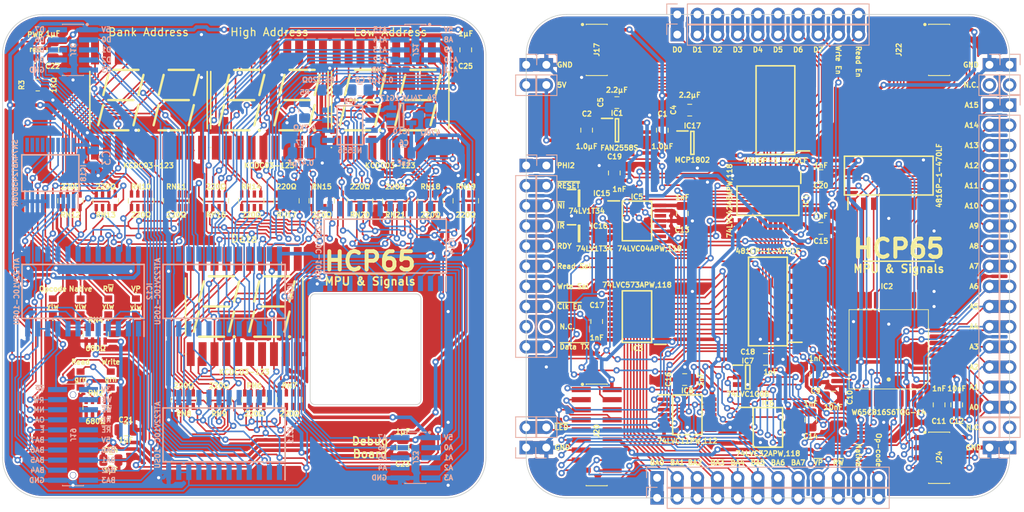
<source format=kicad_pcb>
(kicad_pcb (version 20221018) (generator pcbnew)
  (layers (0 "F.Cu" signal) (31 "B.Cu" signal) (36 "B.SilkS" user "B.Silkscreen") (37 "F.SilkS" user "F.Silkscreen") (38 "B.Mask" user) (39 "F.Mask" user) (44 "Edge.Cuts" user))
  (net 0 "")
  (net 1 "/Source 5V")
  (net 3 "/5V")
  (net 4 "/~{VP}")
  (net 5 "/RDY")
  (net 6 "/~{IRQ}")
  (net 8 "/~{NMI}")
  (net 9 "/VPA")
  (net 10 "/A0")
  (net 11 "/A1")
  (net 13 "/A2")
  (net 14 "/A3")
  (net 15 "/A4")
  (net 16 "/A5")
  (net 17 "/A6")
  (net 18 "/A7")
  (net 19 "/A8")
  (net 20 "/A9")
  (net 21 "/A10")
  (net 22 "/A11")
  (net 23 "/A12")
  (net 24 "/A13")
  (net 25 "/A14")
  (net 26 "/A15")
  (net 27 "/BA{slash}D7")
  (net 28 "/BA{slash}D6")
  (net 29 "/BA{slash}D5")
  (net 30 "/BA{slash}D4")
  (net 31 "/BA{slash}D3")
  (net 32 "/BA{slash}D2")
  (net 33 "/BA{slash}D1")
  (net 34 "/BA{slash}D0")
  (net 35 "/R~{W}")
  (net 36 "/E")
  (net 37 "/PHI2")
  (net 39 "/VDA")
  (net 40 "/~{Reset}")
  (net 41 "/BA7")
  (net 42 "/BA6")
  (net 43 "/BA5")
  (net 44 "/BA4")
  (net 45 "/BA3")
  (net 46 "/BA2")
  (net 47 "/BA1")
  (net 48 "/BA0")
  (net 49 "/D0")
  (net 50 "/D1")
  (net 51 "/D2")
  (net 52 "/D3")
  (net 53 "/D4")
  (net 54 "/D5")
  (net 55 "/D6")
  (net 56 "/D7")
  (net 57 "/~{Data Transmit}")
  (net 58 "/~{R}W")
  (net 59 "/Native Mode")
  (net 60 "/Write Enable")
  (net 64 "/Write Selector")
  (net 65 "/~{Clock Enable}")
  (net 66 "/Write Selector OR ~{Clock Enable}")
  (net 67 "/Valid Address")
  (net 68 "/Read Selector OR ~{Clock Enable}")
  (net 69 "/Read Selector")
  (net 71 "/Opcode Address")
  (net 72 "/Read Enable")
  (net 74 "/GND")
  (net 75 "/3.8V")
  (net 76 "Net-(C7-Pad1)")
  (net 77 "/Power LED")
  (net 78 "Net-(C8-Pad1)")
  (net 79 "Net-(DS1-Pad1)")
  (net 80 "Net-(DS1-Pad2)")
  (net 81 "/Data Display/Digit L0 Cathode")
  (net 82 "Net-(DS1-Pad4)")
  (net 83 "Net-(DS1-Pad6)")
  (net 85 "/~{LED Enable}_{TOP}")
  (net 86 "Net-(DS1-Pad7)")
  (net 87 "/Data Display/Digit R0 Cathode")
  (net 88 "Net-(DS1-Pad9)")
  (net 89 "Net-(DS1-Pad11)")
  (net 90 "Net-(DS1-Pad12)")
  (net 91 "Net-(DS1-Pad14)")
  (net 92 "Net-(DS1-Pad15)")
  (net 93 "Net-(DS1-Pad16)")
  (net 94 "Net-(DS1-Pad17)")
  (net 95 "Net-(DS1-Pad19)")
  (net 96 "Net-(DS1-Pad20)")
  (net 97 "Net-(DS2-Pad1)")
  (net 98 "Net-(DS2-Pad2)")
  (net 99 "Net-(DS2-Pad4)")
  (net 100 "Net-(DS2-Pad6)")
  (net 101 "Net-(DS2-Pad7)")
  (net 102 "Net-(DS2-Pad9)")
  (net 103 "Net-(DS2-Pad11)")
  (net 104 "Net-(DS2-Pad12)")
  (net 105 "Net-(DS2-Pad14)")
  (net 106 "Net-(DS2-Pad15)")
  (net 107 "Net-(DS2-Pad16)")
  (net 108 "Net-(DS2-Pad17)")
  (net 109 "Net-(DS2-Pad19)")
  (net 110 "Net-(DS2-Pad20)")
  (net 111 "Net-(DS3-Pad1)")
  (net 112 "Net-(DS3-Pad2)")
  (net 113 "Net-(DS3-Pad4)")
  (net 114 "Net-(DS3-Pad6)")
  (net 115 "Net-(DS3-Pad7)")
  (net 116 "Net-(DS3-Pad9)")
  (net 117 "Net-(DS3-Pad11)")
  (net 118 "Net-(DS3-Pad12)")
  (net 119 "Net-(DS3-Pad14)")
  (net 120 "Net-(DS3-Pad15)")
  (net 121 "Net-(DS3-Pad16)")
  (net 122 "Net-(DS3-Pad17)")
  (net 123 "Net-(DS3-Pad19)")
  (net 124 "Net-(DS3-Pad20)")
  (net 125 "Net-(DS4-Pad1)")
  (net 126 "Net-(DS4-Pad2)")
  (net 127 "Net-(DS4-Pad4)")
  (net 128 "Net-(DS4-Pad6)")
  (net 129 "Net-(DS4-Pad7)")
  (net 130 "Net-(DS4-Pad9)")
  (net 131 "Net-(DS4-Pad11)")
  (net 132 "Net-(DS4-Pad12)")
  (net 133 "Net-(DS4-Pad14)")
  (net 134 "Net-(DS4-Pad15)")
  (net 135 "Net-(DS4-Pad16)")
  (net 136 "Net-(DS4-Pad17)")
  (net 137 "Net-(DS4-Pad19)")
  (net 138 "Net-(DS4-Pad20)")
  (net 139 "Net-(IC9-Pad7)")
  (net 140 "/Clock")
  (net 141 "/LD0")
  (net 142 "/LD1")
  (net 143 "/LD2")
  (net 144 "/LD3")
  (net 145 "/LD4")
  (net 146 "/LD5")
  (net 147 "/LD6")
  (net 148 "/LD7")
  (net 149 "/~{LED Enable}")
  (net 151 "/Data Display/Digit 0 B Seg")
  (net 152 "/Data Display/Digit 0 A Seg")
  (net 153 "/Data Display/Digit 0 C Seg")
  (net 154 "/Data Display/Digit 0 F Seg")
  (net 155 "/Data Display/Digit 0 D Seg")
  (net 156 "/Data Display/Digit 0 G Seg")
  (net 157 "/Data Display/Digit 0 E Seg")
  (net 161 "Net-(LED1-Pad1)")
  (net 162 "/LA15")
  (net 163 "/LA14")
  (net 164 "/LA13")
  (net 165 "/LA12")
  (net 166 "/LA11")
  (net 167 "/LA10")
  (net 168 "/LA9")
  (net 169 "/LA8")
  (net 186 "/Bank Address Display/Digit L0 Cathode")
  (net 187 "/Bank Address Display/Digit R0 Cathode")
  (net 188 "/High Address Display/Digit L0 Cathode")
  (net 189 "/High Address Display/Digit R0 Cathode")
  (net 190 "/Low Address Display/Digit L0 Cathode")
  (net 191 "/Low Address Display/Digit R0 Cathode")
  (net 192 "/Bank Address Display/Digit 0 B Seg")
  (net 193 "/Bank Address Display/Digit 0 A Seg")
  (net 194 "/Bank Address Display/Digit 0 C Seg")
  (net 195 "/Bank Address Display/Digit 0 F Seg")
  (net 196 "/Bank Address Display/Digit 0 D Seg")
  (net 197 "/Bank Address Display/Digit 0 G Seg")
  (net 198 "/Bank Address Display/Digit 0 E Seg")
  (net 199 "/High Address Display/Digit 0 B Seg")
  (net 200 "/High Address Display/Digit 0 A Seg")
  (net 201 "/High Address Display/Digit 0 C Seg")
  (net 202 "/High Address Display/Digit 0 F Seg")
  (net 203 "/High Address Display/Digit 0 D Seg")
  (net 204 "/High Address Display/Digit 0 G Seg")
  (net 205 "/High Address Display/Digit 0 E Seg")
  (net 206 "/Low Address Display/Digit 0 B Seg")
  (net 207 "/Low Address Display/Digit 0 A Seg")
  (net 208 "/Low Address Display/Digit 0 C Seg")
  (net 209 "/Low Address Display/Digit 0 F Seg")
  (net 210 "/Low Address Display/Digit 0 D Seg")
  (net 211 "/Low Address Display/Digit 0 G Seg")
  (net 212 "/Low Address Display/Digit 0 E Seg")
  (net 215 "/3.8V_{TOP}")
  (net 216 "/GND_{TOP}")
  (net 217 "Net-(IC10-Pad2)")
  (net 218 "/5V_{TOP}")
  (net 219 "Net-(IC10-Pad4)")
  (net 220 "/LD0_{TOP}")
  (net 221 "/LD1_{TOP}")
  (net 222 "/LD2_{TOP}")
  (net 223 "/LD3_{TOP}")
  (net 224 "/LD4_{TOP}")
  (net 225 "/LD5_{TOP}")
  (net 226 "/LD6_{TOP}")
  (net 227 "/LD7_{TOP}")
  (net 228 "/LA8_{TOP}")
  (net 229 "/LA9_{TOP}")
  (net 230 "/LA10_{TOP}")
  (net 231 "/LA11_{TOP}")
  (net 232 "/LA12_{TOP}")
  (net 233 "/LA13_{TOP}")
  (net 234 "/LA14_{TOP}")
  (net 235 "/LA15_{TOP}")
  (net 236 "/A0_{TOP}")
  (net 237 "/A1_{TOP}")
  (net 238 "/A2_{TOP}")
  (net 239 "/A3_{TOP}")
  (net 240 "/A4_{TOP}")
  (net 241 "/A5_{TOP}")
  (net 242 "/A6_{TOP}")
  (net 243 "/A7_{TOP}")
  (net 244 "/BA7_{TOP}")
  (net 245 "/BA6_{TOP}")
  (net 246 "/BA5_{TOP}")
  (net 247 "/BA4_{TOP}")
  (net 248 "/BA3_{TOP}")
  (net 249 "/BA2_{TOP}")
  (net 250 "/BA1_{TOP}")
  (net 251 "/BA0_{TOP}")
  (net 252 "/~{VP}_{TOP}")
  (net 253 "/R~{W}_{TOP}")
  (net 254 "/Native Mode_{TOP}")
  (net 255 "/Opcode Address_{TOP}")
  (net 256 "Net-(LED2-Pad1)")
  (net 257 "Net-(IC18-Pad15)")
  (net 258 "Net-(IC18-Pad16)")
  (net 259 "Net-(LED5-Pad1)")
  (net 260 "Net-(IC18-Pad17)")
  (net 261 "Net-(LED7-Pad1)")
  (net 262 "Net-(LED8-Pad1)")
  (net 263 "Net-(LED9-Pad1)")
  (net 264 "Net-(IC3-Pad2)")
  (net 265 "Net-(IC3-Pad3)")
  (net 266 "Net-(IC3-Pad4)")
  (net 267 "Net-(IC3-Pad5)")
  (net 268 "Net-(IC3-Pad6)")
  (net 269 "Net-(IC3-Pad7)")
  (net 270 "Net-(IC3-Pad8)")
  (net 271 "Net-(IC3-Pad9)")
  (net 274 "/~{IRQ}^{5V}")
  (net 275 "/~{NMI}^{5V}")
  (net 276 "Net-(IC18-Pad18)")
  (net 277 "/Read Enable_{TOP}")
  (net 278 "/Write Enable_{TOP}")
  (net 293 "Net-(LED3-Pad2)")
  (footprint "SamacSys_Parts:CAY1647R0F4LF" (layer "F.Cu") (at 73.9775 98.425 180)
    (fp_text reference "RN13")
    (fp_text value "CAY16-221J4LF" hide)
  )
  (footprint "SamacSys_Parts:C_0805" (layer "F.Cu") (at 134.62 89.535)
    (fp_text reference "C2")
    (fp_text value "C_0805" hide)
  )
  (footprint "SamacSys_Parts:CAY1647R0F4LF" (layer "F.Cu") (at 119.38 98.425)
    (fp_text reference "RN19")
    (fp_text value "CAY16-221J4LF" hide)
  )
  (footprint "SamacSys_Parts:KCDC03123" (layer "F.Cu") (at 91.44 111.76)
    (fp_text reference "DS1" hide)
    (fp_text value "KCDC03-123")
  )
  (footprint "SamacSys_Parts:C_0805" (layer "F.Cu") (at 162.8775 126.0475 180)
    (fp_text reference "C14")
    (fp_text value "C_0805" hide)
  )
  (footprint "SamacSys_Parts:CAY1647R0F4LF" (layer "F.Cu") (at 101.2125 98.425)
    (fp_text reference "RN15")
    (fp_text value "CAY16-221J4LF" hide)
  )
  (footprint "SamacSys_Parts:150224BS73100A" (layer "F.Cu") (at 70.8025 111.76)
    (fp_text reference "LED8" hide)
    (fp_text value "150224YS73100A" hide)
  )
  (footprint "SamacSys_Parts:C_0805" (layer "F.Cu") (at 147.0025 120.9675 90)
    (fp_text reference "C16")
    (fp_text value "C_0805" hide)
  )
  (footprint "SamacSys_Parts:SOT65P212X110-5N" (layer "F.Cu") (at 133.6675 98.1075)
    (fp_text reference "IC15")
    (fp_text value "74LV1T34GWH" hide)
  )
  (footprint "SamacSys_Parts:CAY16-J4" (layer "F.Cu") (at 72.7075 115.2525)
    (fp_text reference "RN4")
    (fp_text value "CAY16-681J4LF" hide)
  )
  (footprint "SamacSys_Parts:SOP65P640X110-14N" (layer "F.Cu") (at 147.32 125.4125)
    (fp_text reference "IC8")
    (fp_text value "74LVC11PW,112")
  )
  (footprint "NetTie:NetTie-2_SMD_Pad0.5mm" (layer "F.Cu") (at 63.5 78.74 90)
    (fp_text reference "NT1" hide)
    (fp_text value "NetTie_2" hide)
  )
  (footprint "SamacSys_Parts:CAY1647R0F4LF" (layer "F.Cu") (at 78.4225 98.425)
    (fp_text reference "RN10")
    (fp_text value "CAY16-221J4LF" hide)
  )
  (footprint "SamacSys_Parts:SOT95P270X145-5N" (layer "F.Cu") (at 147.955 91.1225)
    (fp_text reference "IC17")
    (fp_text value "MCP1802T-5002I_OT" hide)
  )
  (footprint "SamacSys_Parts:R_0805" (layer "F.Cu") (at 65.405 83.82 90)
    (fp_text reference "R3")
    (fp_text value "R_0805" hide)
  )
  (footprint "SamacSys_Parts:C_0805" (layer "F.Cu") (at 138.1125 94.9325)
    (fp_text reference "C19")
    (fp_text value "C_0805" hide)
  )
  (footprint "SamacSys_Parts:Pin_Socket_1.27mm 2x05" (layer "F.Cu") (at 179.07 79.375)
    (fp_text reference "J22")
    (fp_text value "Conn_02x05_Counter_Clockwise")
  )
  (footprint "SamacSys_Parts:Pin_Socket_1.27mm 2x10" (layer "F.Cu") (at 135.89 127.9525)
    (fp_text reference "J20")
    (fp_text value "Conn_02x05_Counter_Clockwise")
  )
  (footprint "SamacSys_Parts:SOP65P640X110-24N" (layer "F.Cu") (at 157.48 98.425 -90)
    (fp_text reference "IC4")
    (fp_text value "74LVC4245APW,118")
  )
  (footprint "SamacSys_Parts:C_0805" (layer "F.Cu") (at 74.6125 131.1275 -90)
    (fp_text reference "C24")
    (fp_text value "C_0805" hide)
  )
  (footprint "SamacSys_Parts:CAY1647R0F4LF" (layer "F.Cu") (at 69.5325 98.425 180)
    (fp_text reference "RN12")
    (fp_text value "CAY16-221J4LF" hide)
  )
  (footprint "SamacSys_Parts:Pin_Socket_1.27mm 2x05" (layer "F.Cu") (at 179.07 130.81)
    (fp_text reference "J24")
    (fp_text value "Conn_02x05_Counter_Clockwise")
  )
  (footprint "SamacSys_Parts:SOIC127P762X240-16N" (layer "F.Cu") (at 172.72 95.25 90)
    (fp_text reference "RN3" hide)
    (fp_text value "4816P-1-470LF")
  )
  (footprint "SamacSys_Parts:C_0805" (layer "F.Cu") (at 146.685 100.0125 180)
    (fp_text reference "C13")
    (fp_text value "C_0805" hide)
  )
  (footprint "SamacSys_Parts:150224BS73100A" (layer "F.Cu") (at 67.31 111.76)
    (fp_text reference "LED9" hide)
    (fp_text value "150224YS73100A" hide)
  )
  (footprint "SamacSys_Parts:SOT65P212X110-5N" (layer "F.Cu") (at 133.6675 102.5525)
    (fp_text reference "IC16")
    (fp_text value "74LV1T34GWH" hide)
  )
  (footprint "SamacSys_Parts:CAY1647R0F4LF" (layer "F.Cu") (at 82.8675 98.425)
    (fp_text reference "RN11")
    (fp_text value "CAY16-221J4LF" hide)
  )
  (footprint "SamacSys_Parts:SOP65P640X110-20N" (layer "F.Cu") (at 140.97 113.03 180)
    (fp_text reference "IC3")
    (fp_text value "74LVC573APW,118")
  )
  (footprint "SamacSys_Parts:CAY1647R0F4LF" (layer "F.Cu") (at 97.155 123.5075)
    (fp_text reference "RN7")
    (fp_text value "CAY16-221J4LF" hide)
  )
  (footprint "SamacSys_Parts:CAY1647R0F4LF" (layer "F.Cu") (at 114.935 98.425)
    (fp_text reference "RN18")
    (fp_text value "CAY16-221J4LF" hide)
  )
  (footprint "SamacSys_Parts:Pin_Socket_1.27mm 2x05" (layer "F.Cu") (at 135.89 79.375)
    (fp_text reference "J17")
    (fp_text value "Conn_02x05_Counter_Clockwise")
  )
  (footprint "SamacSys_Parts:C_0805" (layer "F.Cu") (at 157.1625 118.4275 -90)
    (fp_text reference "C18")
    (fp_text value "C_0805" hide)
  )
  (footprint "SamacSys_Parts:150224SS73100A" (layer "F.Cu") (at 65.0875 79.375)
    (fp_text reference "LED1" hide)
    (fp_text value "150224SS73100" hide)
  )
  (footprint "SamacSys_Parts:SOIC127P762X240-16N" (layer "F.Cu") (at 158.4325 86.995 180)
    (fp_text reference "RN5" hide)
    (fp_text value "4816P-1-470LF")
  )
  (footprint "SamacSys_Parts:C_0805" (layer "F.Cu") (at 164.1475 95.25 -90)
    (fp_text reference "C20")
    (fp_text value "C_0805" hide)
  )
  (footprint "SamacSys_Parts:CAY1647R0F4LF" (layer "F.Cu") (at 96.7675 98.425 180)
    (fp_text reference "RN17")
    (fp_text value "CAY16-221J4LF" hide)
  )
  (footprint "SamacSys_Parts:150224VS73100A" (layer "F.Cu") (at 74.6125 120.9675)
    (fp_text reference "LED2" hide)
    (fp_text value "150224VS73100A" hide)
  )
  (footprint "SamacSys_Parts:C_0805" (layer "F.Cu") (at 67.31 79.375 180)
    (fp_text reference "C22")
    (fp_text value "C_0805" hide)
  )
  (footprint "SamacSys_Parts:C_0805" (layer "F.Cu") (at 144.1635 89.535)
    (fp_text reference "C1")
    (fp_text value "C_0805" hide)
  )
  (footprint "SamacSys_Parts:C_0805" (layer "F.Cu") (at 165.735 123.19 -90)
    (fp_text reference "C10")
    (fp_text value "C_0805" hide)
  )
  (footprint "SamacSys_Parts:C_0805" (layer "F.Cu") (at 76.5175 127.3175 -90)
    (fp_text reference "C21")
    (fp_text value "C_0805" hide)
  )
  (footprint "SamacSys_Parts:KCDC03123" (layer "F.Cu") (at 79.375 85.725)
    (fp_text reference "DS2" hide)
    (fp_text value "KCDC03-123")
  )
  (footprint "SamacSys_Parts:SOT95P275X110-5N" (layer "F.Cu") (at 154.94 120.65)
    (fp_text reference "IC7")
    (fp_text value "74LVC1G08GV,125" hide)
  )
  (footprint "SamacSys_Parts:C_0805" (layer "F.Cu") (at 163.5125 120.3325 180)
    (fp_text reference "C9")
    (fp_text value "C_0805" hide)
  )
  (footprint "SamacSys_Parts:C_0805" (layer "F.Cu") (at 179.07 124.1425 180)
    (fp_text reference "C11")
    (fp_text value "C_0805" hide)
  )
  (footprint "SamacSys_Parts:C_0805" (layer "F.Cu") (at 135.89 113.665)
    (fp_text reference "C17")
    (fp_text value "C_0805" hide)
  )
  (footprint "SamacSys_Parts:150224BS73100A" (layer "F.Cu") (at 74.295 111.76)
    (fp_text reference "LED7" hide)
    (fp_text value "150224YS73100A" hide)
  )
  (footprint "SamacSys_Parts:CAY1647R0F4LF" (layer "F.Cu") (at 110.49 98.425 180)
    (fp_text reference "RN21")
    (fp_text value "CAY16-221J4LF" hide)
  )
  (footprint "SamacSys_Parts:CAY1647R0F4LF" (layer "F.Cu") (at 83.82 123.5075 180)
    (fp_text reference "RN8")
    (fp_text value "CAY16-221J4LF" hide)
  )
  (footprint "SamacSys_Parts:SOT95P270X145-5N" (layer "F.Cu") (at 138.4485 89.535)
    (fp_text reference "IC1")
    (fp_text value "FAN2558S38X" hide)
  )
  (footprint "SamacSys_Parts:CAY1647R0F4LF" (layer "F.Cu") (at 106.045 98.425 180)
    (fp_text reference "RN20")
    (fp_text value "CAY16-221J4LF" hide)
  )
  (footprint "SamacSys_Parts:C_0805" (layer "F.Cu") (at 147.6375 86.995 90)
    (fp_text reference "C4")
    (fp_text value "C_0805" hide)
  )
  (footprint "SamacSys_Parts:C_0805" (layer "F.Cu") (at 111.4425 129.54 180)
    (fp_text reference "C23")
    (fp_text value "C_0805" hide)
  )
  (footprint "SamacSys_Parts:C_0805" (layer "F.Cu") (at 138.4485 86.0425 90)
    (fp_text reference "C5")
    (fp_text value "C_0805" hide)
  )
  (footprint "SamacSys_Parts:CAY1647R0F4LF" (layer "F.Cu") (at 87.8775 98.425 180)
    (fp_text reference "RN16")
    (fp_text value "CAY16-221J4LF" hide)
  )
  (footprint "SamacSys_Parts:KCDC03123" (layer "F.Cu") (at 94.615 85.725)
    (fp_text reference "DS3" hide)
    (fp_text value "KCDC03-123")
  )
  (footprint "SamacSys_Parts:CAY1647R0F4LF" (layer "F.Cu") (at 92.3225 98.425)
    (fp_text reference "RN14")
    (fp_text value "CAY16-221J4LF" hide)
  )
  (footprint "SamacSys_Parts:C_0805" (layer "F.Cu") (at 181.2925 124.1425 180)
    (fp_text reference "C12")
    (fp_text value "C_0805" hide)
  )
  (footprint "SamacSys_Parts:CAY1647R0F4LF" (layer "F.Cu") (at 88.265 123.5075 180)
    (fp_text reference "RN9")
    (fp_text value "CAY16-221J4LF" hide)
  )
  (footprint "SamacSys_Parts:CAY1647R0F4LF" (layer "F.Cu") (at 92.71 123.5075)
    (fp_text reference "RN6")
    (fp_text value "CAY16-221J4LF" hide)
  )
  (footprint "SamacSys_Parts:150224VS73100A" (layer "F.Cu") (at 70.8025 120.9675)
    (fp_text reference "LED5" hide)
    (fp_text value "150224VS73100A" hide)
  )
  (footprint "SamacSys_Parts:CAY16-J4" (layer "F.Cu") (at 72.7075 124.46)
    (fp_text reference "RN2")
    (fp_text value "CAY16-681J4LF" hide)
  )
  (footprint "SamacSys_Parts:C_0805" (layer "F.Cu") (at 164.1475 101.9175 -90)
    (fp_text reference "C15")
    (fp_text value "C_0805" hide)
  )
  (footprint "SamacSys_Parts:SOP65P640X110-14N" (layer "F.Cu") (at 140.97 100.965)
    (fp_text reference "IC5")
    (fp_text value "74LVC04APW,118")
  )
  (footprint "SamacSys_Parts:150224BS73100A" (layer "F.Cu") (at 77.7875 111.76 180)
    (fp_text reference "LED3" hide)
    (fp_text value "150224YS73100A" hide)
  )
  (footprint "SamacSys_Parts:C_0805" (layer "F.Cu") (at 119.38 79.375 180)
    (fp_text reference "C25")
    (fp_text value "C_0805" hide)
  )
  (footprint "SamacSys_Parts:SOP65P640X110-14N" (layer "F.Cu") (at 157.48 127)
    (fp_text reference "IC6")
    (fp_text value "74LVC32APW,118")
  )
  (footprint "SamacSys_Parts:SOIC127P762X240-16N" (layer "F.Cu") (at 157.48 111.125 180)
    (fp_text reference "RN1" hide)
    (fp_text value "4816P-1-470LF")
  )
  (footprint "SamacSys_Parts:KCDC03123" (layer "F.Cu") (at 109.855 85.725)
    (fp_text reference "DS4" hide)
    (fp_text value "KCDC03-123")
  )
  (footprint "SamacSys_Parts:W65C816 PLCC 0.8mm 44 Pin" (layer "F.Cu") (at 172.72 117.1575 180)
    (fp_text reference "IC2")
    (fp_text value "W65C816S6TQG-14")
  )
  (footprint "Connector_PinHeader_2.54mm:PinHeader_1x12_P2.54mm_Vertical" (layer "B.Cu") (at 143.51 133.35 -90)
    (fp_text reference "J15" hide)
    (fp_text value "Conn_01x16_Male" hide)
  )
  (footprint "SamacSys_Parts:SOIC127P1032X265-24N" (layer "B.Cu") (at 88.9 127.9525 90)
    (fp_text reference "IC11")
    (fp_text value "ATF22V10C-10SU")
  )
  (footprint "Resistor_SMD:R_0805_2012Metric_Pad1.20x1.40mm_HandSolder" (layer "B.Cu") (at 99.06 86.995 -90)
    (fp_text reference "R5")
    (fp_text value "R_Small" hide)
  )
  (footprint "Connector_PinHeader_2.54mm:PinHeader_1x02_P2.54mm_Vertical" (layer "B.Cu") (at 187.96 129.54)
    (fp_text reference "J8" hide)
    (fp_text value "Conn_01x02_Male" hide)
  )
  (footprint "SamacSys_Parts:C_0805" (layer "B.Cu") (at 111.590996 92.3925 -90)
    (fp_text reference "C6")
    (fp_text value "C_0805" hide)
  )
  (footprint "Connector_PinHeader_2.54mm:PinHeader_1x02_P2.54mm_Vertical" (layer "B.Cu") (at 185.42 81.28 180)
    (fp_text reference "J9" hide)
    (fp_text value "Conn_01x02_Male" hide)
  )
  (footprint "Connector_PinHeader_2.54mm:PinHeader_1x02_P2.54mm_Vertical" (layer "B.Cu") (at 129.54 129.54)
    (fp_text reference "J2" hide)
    (fp_text value "Conn_01x02_Male" hide)
  )
  (footprint "SamacSys_Parts:SOIC127P1032X265-24N" (layer "B.Cu") (at 109.22 104.14 90)
    (fp_text reference "IC14")
    (fp_text value "ATF22V10C-10SU")
  )
  (footprint "SamacSys_Parts:Pin_Header_1.27mm 2x05" (layer "B.Cu") (at 69.850008 79.375 180)
    (fp_text reference "J18")
    (fp_text value "Conn_02x05_Counter_Clockwise")
  )
  (footprint "Connector_PinHeader_2.54mm:PinHeader_1x02_P2.54mm_Vertical" (layer "B.Cu") (at 187.96 81.28 180)
    (fp_text reference "J6" hide)
    (fp_text value "Conn_01x02_Male" hide)
  )
  (footprint "Connector_PinHeader_2.54mm:PinHeader_1x10_P2.54mm_Vertical" (layer "B.Cu") (at 146.055 77.47 -90)
    (fp_text reference "J14" hide)
    (fp_text value "Conn_01x10_Male")
  )
  (footprint "SamacSys_Parts:Pin_Header_1.27mm 2x05" (layer "B.Cu") (at 113.030008 130.81 180)
    (fp_text reference "J23")
    (fp_text value "SamacSys_Parts:Pin_Header_1.27mm 2x05")
  )
  (footprint "SamacSys_Parts:SOP65P780X200-20N" (layer "B.Cu") (at 66.9925 94.9325 90)
    (fp_text reference "IC18")
    (fp_text value "SN74ABT245BDBR")
  )
  (footprint "SamacSys_Parts:Pin_Header_1.27mm 2x10" (layer "B.Cu") (at 69.850008 127.9525 180)
    (fp_text reference "J19")
    (fp_text value "SamacSys_Parts:Pin_Header_1.27mm 2x05")
  )
  (footprint "Resistor_SMD:R_0805_2012Metric_Pad1.20x1.40mm_HandSolder" (layer "B.Cu") (at 102.235 84.455)
    (fp_text reference "R6")
    (fp_text value "R_Small")
  )
  (footprint "Connector_PinHeader_2.54mm:PinHeader_1x02_P2.54mm_Vertical" (layer "B.Cu") (at 185.42 129.54)
    (fp_text reference "J10" hide)
    (fp_text value "Conn_01x02_Male" hide)
  )
  (footprint "Resistor_SMD:R_0805_2012Metric_Pad1.20x1.40mm_HandSolder" (layer "B.Cu") (at 114.935 87.64 90)
    (fp_text reference "R4")
    (fp_text value "R_Small")
  )
  (footprint "SamacSys_Parts:SOIC127P600X175-8N" (layer "B.Cu") (at 104.774996 88.9 180)
    (fp_text reference "IC9")
    (fp_text value "NE555DRG4" hide)
  )
  (footprint "Connector_PinHeader_2.54mm:PinHeader_1x16_P2.54mm_Vertical" (layer "B.Cu") (at 187.96 86.36 180)
    (fp_text reference "J7" hide)
    (fp_text value "Conn_01x16_Male" hide)
  )
  (footprint "Capacitor_SMD:C_0805_2012Metric_Pad1.18x1.45mm_HandSolder" (layer "B.Cu") (at 98.554996 92.3925 180)
    (fp_text reference "C7")
    (fp_text value "C_Small" hide)
  )
  (footprint "Connector_PinHeader_2.54mm:PinHeader_1x02_P2.54mm_Vertical" (layer "B.Cu") (at 127 81.28 180)
    (fp_text reference "J3" hide)
    (fp_text value "Conn_01x02_Male" hide)
  )
  (footprint "SamacSys_Parts:SOT95P275X110-5N" (layer "B.Cu") (at 111.254996 87.64)
    (fp_text reference "IC10")
    (fp_text value "74LVC1G17GV,125" hide)
  )
  (footprint "Connector_PinHeader_2.54mm:PinHeader_1x02_P2.54mm_Vertical" (layer "B.Cu") (at 129.54 81.28 180)
    (fp_text reference "J1" hide)
    (fp_text value "Conn_01x02_Male" hide)
  )
  (footprint "SamacSys_Parts:SOIC127P1032X265-24N" (layer "B.Cu") (at 71.12 109.855 90)
    (fp_text reference "IC12")
    (fp_text value "ATF22V10C-10SU")
  )
  (footprint "Capacitor_SMD:C_0805_2012Metric_Pad1.18x1.45mm_HandSolder" (layer "B.Cu") (at 106.045 84.455)
    (fp_text reference "C8")
    (fp_text value "C_Small")
  )
  (footprint "Capacitor_SMD:C_0805_2012Metric" (layer "B.Cu") (at 72.39 93.0275 90)
    (fp_text reference "C3")
    (fp_text value "C_Small")
  )
  (footprint "SamacSys_Parts:Pin_Header_1.27mm 2x05" (layer "B.Cu") (at 113.030008 79.375 180)
    (fp_text reference "J21")
    (fp_text value "SamacSys_Parts:Pin_Header_1.27mm 2x05")
  )
  (footprint "Connector_PinHeader_2.54mm:PinHeader_1x12_P2.54mm_Vertical" (layer "B.Cu") (at 143.51 135.89 -90)
    (fp_text reference "J16" hide)
    (fp_text value "Conn_01x12_Male" hide)
  )
  (footprint "Connector_PinHeader_2.54mm:PinHeader_1x10_P2.54mm_Vertical" (layer "B.Cu") (at 146.055 74.93 -90)
    (fp_text reference "J13" hide)
    (fp_text value "Conn_01x10_Male")
  )
  (footprint "Connector_PinHeader_2.54mm:PinHeader_1x10_P2.54mm_Vertical" (layer "B.Cu") (at 129.54 93.98 180)
    (fp_text reference "J11" hide)
    (fp_text value "Conn_01x10_Male" hide)
  )
  (footprint "SamacSys_Parts:SOIC127P1032X265-24N" (layer "B.Cu") (at 88.9 109.855 90)
    (fp_text reference "IC13")
    (fp_text value "ATF22V10C-10SU")
  )
  (footprint "Connector_PinHeader_2.54mm:PinHeader_1x02_P2.54mm_Vertical" (layer "B.Cu") (at 127 129.54)
    (fp_text reference "J5" hide)
    (fp_text value "Conn_01x02_Male" hide)
  )
  (footprint "Connector_PinHeader_2.54mm:PinHeader_1x10_P2.54mm_Vertical" (layer "B.Cu") (at 127 93.98 180)
    (fp_text reference "J4" hide)
    (fp_text value "Conn_01x10_Male" hide)
  )
  (footprint "Connector_PinHeader_2.54mm:PinHeader_1x16_P2.54mm_Vertical" (layer "B.Cu") (at 185.42 86.36 180)
    (fp_text reference "J12" hide)
    (fp_text value "Conn_01x16_Male" hide)
  )
  (gr_line (start 169.545 106.045) (end 178.435 106.045) (stroke (width 0.2)) (layer "F.SilkS"))
  (gr_line (start 102.87 107.6325) (end 111.76 107.6325) (stroke (width 0.2)) (layer "F.SilkS"))
  (gr_line (start 113.095008 124.135004) (end 100.395008 124.135004) (stroke (width 0.1)) (layer "Edge.Cuts"))
  (gr_line (start 187.96 80.01) (end 187.96 130.81) (stroke (width 0.1)) (layer "Edge.Cuts"))
  (gr_arc (start 99.760004 110.8) (mid 99.945992 110.350987) (end 100.395005 110.164996) (stroke (width 0.1)) (layer "Edge.Cuts"))
  (gr_arc (start 182.88 74.93) (mid 186.472102 76.417898) (end 187.96 80.01) (stroke (width 0.1)) (layer "Edge.Cuts"))
  (gr_line (start 132.079992 74.93) (end 182.88 74.93) (stroke (width 0.1)) (layer "Edge.Cuts"))
  (gr_line (start 99.760004 123.5) (end 99.760004 110.8) (stroke (width 0.1)) (layer "Edge.Cuts"))
  (gr_arc (start 66.040004 135.89) (mid 62.447902 134.402102) (end 60.960004 130.81) (stroke (width 0.1)) (layer "Edge.Cuts"))
  (gr_arc (start 113.095008 110.164996) (mid 113.54402 110.350985) (end 113.730012 110.799997) (stroke (width 0.1)) (layer "Edge.Cuts"))
  (gr_line (start 182.88 135.89) (end 132.08 135.89) (stroke (width 0.1)) (layer "Edge.Cuts"))
  (gr_line (start 126.999992 130.81) (end 126.999996 80.01) (stroke (width 0.1)) (layer "Edge.Cuts"))
  (gr_arc (start 132.08 135.89) (mid 128.487898 134.402102) (end 127 130.81) (stroke (width 0.1)) (layer "Edge.Cuts"))
  (gr_line (start 100.395005 110.164996) (end 113.095005 110.164996) (stroke (width 0.1)) (layer "Edge.Cuts"))
  (gr_line (start 121.920004 130.81) (end 121.920004 80.01) (stroke (width 0.1)) (layer "Edge.Cuts"))
  (gr_arc (start 100.395008 124.135004) (mid 99.945991 123.949018) (end 99.760004 123.500003) (stroke (width 0.1)) (layer "Edge.Cuts"))
  (gr_line (start 113.730012 110.8) (end 113.730012 123.5) (stroke (width 0.1)) (layer "Edge.Cuts"))
  (gr_arc (start 60.96 80.01) (mid 62.447897 76.417896) (end 66.04 74.93) (stroke (width 0.1)) (layer "Edge.Cuts"))
  (gr_line (start 66.039996 74.93) (end 116.840004 74.93) (stroke (width 0.1)) (layer "Edge.Cuts"))
  (gr_line (start 60.96 80.01) (end 60.960004 130.81) (stroke (width 0.1)) (layer "Edge.Cuts"))
  (gr_arc (start 126.999996 80.01) (mid 128.487893 76.417896) (end 132.079996 74.93) (stroke (width 0.1)) (layer "Edge.Cuts"))
  (gr_line (start 116.840004 135.89) (end 66.040004 135.89) (stroke (width 0.1)) (layer "Edge.Cuts"))
  (gr_arc (start 121.920004 130.81) (mid 120.432106 134.402102) (end 116.840004 135.89) (stroke (width 0.1)) (layer "Edge.Cuts"))
  (gr_arc (start 187.96 130.81) (mid 186.472102 134.402102) (end 182.88 135.89) (stroke (width 0.1)) (layer "Edge.Cuts"))
  (gr_arc (start 113.730012 123.5) (mid 113.544025 123.949016) (end 113.095011 124.135004) (stroke (width 0.1)) (layer "Edge.Cuts"))
  (gr_arc (start 116.840004 74.93) (mid 120.432106 76.417898) (end 121.920004 80.01) (stroke (width 0.1)) (layer "Edge.Cuts"))
  (gr_text "D2" (at 73.3425 80.645) (layer "B.SilkS") (effects (font (size 0.635 0.635)) (justify right mirror)))
  (gr_text "BA3" (at 73.3425 133.6675) (layer "B.SilkS") (effects (font (size 0.635 0.635)) (justify right mirror)))
  (gr_text "A2" (at 116.5225 132.08) (layer "B.SilkS") (effects (font (size 0.635 0.635)) (justify right mirror)))
  (gr_text "BA6" (at 66.3575 129.8575) (layer "B.SilkS") (effects (font (size 0.635 0.635)) (justify left mirror)))
  (gr_text "GND" (at 109.5375 81.915) (layer "B.SilkS") (effects (font (size 0.635 0.635)) (justify left mirror)))
  (gr_text "5V" (at 73.3425 76.835) (layer "B.SilkS") (effects (font (size 0.635 0.635)) (justify right mirror)))
  (gr_text "A5" (at 109.5375 130.81) (layer "B.SilkS") (effects (font (size 0.635 0.635)) (justify left mirror)))
  (gr_text "D5" (at 66.3575 79.375) (layer "B.SilkS") (effects (font (size 0.635 0.635)) (justify left mirror)))
  (gr_text "A13" (at 109.5375 79.375) (layer "B.SilkS") (effects (font (size 0.635 0.635)) (justify left mirror)))
  (gr_text "NM" (at 66.3575 124.7775) (layer "B.SilkS") (effects (font (size 0.635 0.635)) (justify left mirror)))
  (gr_text "A15" (at 109.5375 76.835) (layer "B.SilkS") (effects (font (size 0.635 0.635)) (justify left mirror)))
  (gr_text "RE" (at 73.3425 126.0475) (layer "B.SilkS") (effects (font (size 0.635 0.635)) (justify right mirror)))
  (gr_text "A11" (at 116.5225 81.915) (layer "B.SilkS") (effects (font (size 0.635 0.635)) (justify right mirror)))
  (gr_text "GND" (at 66.3575 133.6675) (layer "B.SilkS") (effects (font (size 0.635 0.635)) (justify left mirror)))
  (gr_text "D4" (at 66.3575 80.645) (layer "B.SilkS") (effects (font (size 0.635 0.635)) (justify left mirror)))
  (gr_text "~{VP}" (at 66.3575 122.2375) (layer "B.SilkS") (effects (font (size 0.635 0.635)) (justify left mirror)))
  (gr_text "A7" (at 109.5375 128.27) (layer "B.SilkS") (effects (font (size 0.635 0.635)) (justify left mirror)))
  (gr_text "A4" (at 109.5375 132.08) (layer "B.SilkS") (effects (font (size 0.635 0.635)) (justify left mirror)))
  (gr_text "BA4" (at 66.3575 132.3975) (layer "B.SilkS") (effects (font (size 0.635 0.635)) (justify left mirror)))
  (gr_text "BA0" (at 73.3425 129.8575) (layer "B.SilkS") (effects (font (size 0.635 0.635)) (justify right mirror)))
  (gr_text "A6" (at 109.5375 129.54) (layer "B.SilkS") (effects (font (size 0.635 0.635)) (justify left mirror)))
  (gr_text "5V" (at 116.5225 128.27) (layer "B.SilkS") (effects (font (size 0.635 0.635)) (justify right mirror)))
  (gr_text "5V" (at 116.5225 76.835) (layer "B.SilkS") (effects (font (size 0.635 0.635)) (justify right mirror)))
  (gr_text "A3" (at 116.5225 133.35) (layer "B.SilkS") (effects (font (size 0.635 0.635)) (justify right mirror)))
  (gr_text "~{E}" (at 66.3575 127.3175) (layer "B.SilkS") (effects (font (size 0.635 0.635)) (justify left mirror)))
  (gr_text "D1" (at 73.3425 79.375) (layer "B.SilkS") (effects (font (size 0.635 0.635)) (justify right mirror)))
  (gr_text "3V" (at 73.3425 122.2375) (layer "B.SilkS") (effects (font (size 0.635 0.635)) (justify right mirror)))
  (gr_text "A9" (at 116.5225 79.375) (layer "B.SilkS") (effects (font (size 0.635 0.635)) (justify right mirror)))
  (gr_text "D7" (at 66.3575 76.835) (layer "B.SilkS") (effects (font (size 0.635 0.635)) (justify left mirror)))
  (gr_text "OA" (at 66.3575 126.0475) (layer "B.SilkS") (effects (font (size 0.635 0.635)) (justify left mirror)))
  (gr_text "~{RE}" (at 73.3425 127.3175) (layer "B.SilkS") (effects (font (size 0.635 0.635)) (justify right mirror)))
  (gr_text "A14" (at 109.5375 78.105) (layer "B.SilkS") (effects (font (size 0.635 0.635)) (justify left mirror)))
  (gr_text "GND" (at 109.5375 133.35) (layer "B.SilkS") (effects (font (size 0.635 0.635)) (justify left mirror)))
  (gr_text "BA1" (at 73.3425 131.1275) (layer "B.SilkS") (effects (font (size 0.635 0.635)) (justify right mirror)))
  (gr_text "5V" (at 73.3425 128.5875) (layer "B.SilkS") (effects (font (size 0.635 0.635)) (justify right mirror)))
  (gr_text "D3" (at 73.3425 81.915) (layer "B.SilkS") (effects (font (size 0.635 0.635)) (justify right mirror)))
  (gr_text "BA5" (at 66.3575 131.1275) (layer "B.SilkS") (effects (font (size 0.635 0.635)) (justify left mirror)))
  (gr_text "A12" (at 109.5375 80.645) (layer "B.SilkS") (effects (font (size 0.635 0.635)) (justify left mirror)))
  (gr_text "A1" (at 116.5225 130.81) (layer "B.SilkS") (effects (font (size 0.635 0.635)) (justify right mirror)))
  (gr_text "A0" (at 116.5225 129.54) (layer "B.SilkS") (effects (font (size 0.635 0.635)) (justify right mirror)))
  (gr_text "BA7" (at 66.3575 128.5875) (layer "B.SilkS") (effects (font (size 0.635 0.635)) (justify left mirror)))
  (gr_text "GND" (at 66.3575 81.915) (layer "B.SilkS") (effects (font (size 0.635 0.635)) (justify left mirror)))
  (gr_text "D6" (at 66.3575 78.105) (layer "B.SilkS") (effects (font (size 0.635 0.635)) (justify left mirror)))
  (gr_text "~{WE}" (at 73.3425 124.7775) (layer "B.SilkS") (effects (font (size 0.635 0.635)) (justify right mirror)))
  (gr_text "D0" (at 73.3425 78.105) (layer "B.SilkS") (effects (font (size 0.635 0.635)) (justify right mirror)))
  (gr_text "WE" (at 73.3425 123.5075) (layer "B.SilkS") (effects (font (size 0.635 0.635)) (justify right mirror)))
  (gr_text "R~{W}" (at 66.311817 123.583848) (layer "B.SilkS") (effects (font (size 0.635 0.635)) (justify left mirror)))
  (gr_text "BA2" (at 73.3425 132.3975) (layer "B.SilkS") (effects (font (size 0.635 0.635)) (justify right mirror)))
  (gr_text "A10" (at 116.5225 80.645) (layer "B.SilkS") (effects (font (size 0.635 0.635)) (justify right mirror)))
  (gr_text "A8" (at 116.5225 78.105) (layer "B.SilkS") (effects (font (size 0.635 0.635)) (justify right mirror)))
  (gr_text "Write" (at 74.6125 118.745) (layer "F.SilkS") (effects (font (size 0.635 0.635))))
  (gr_text "GND" (at 130.4925 129.54) (layer "F.SilkS") (effects (font (size 0.635 0.635)) (justify left)))
  (gr_text "Native" (at 168.91 130.4925 270) (layer "F.SilkS") (effects (font (size 0.635 0.635))))
  (gr_text "A8" (at 184.15 104.14) (layer "F.SilkS") (effects (font (size 0.635 0.635)) (justify right)))
  (gr_text "~{RESET}" (at 130.81 96.52) (layer "F.SilkS") (effects (font (size 0.635 0.635)) (justify left)))
  (gr_text "A13" (at 184.15 91.44) (layer "F.SilkS") (effects (font (size 0.635 0.635)) (justify right)))
  (gr_text "PWR" (at 65.0875 77.47) (layer "F.SilkS") (effects (font (size 0.635 0.635))))
  (gr_text "A5" (at 184.15 111.76) (layer "F.SilkS") (effects (font (size 0.635 0.635)) (justify right)))
  (gr_text "D1" (at 148.59 79.375) (layer "F.SilkS") (effects (font (size 0.635 0.635))))
  (gr_text "D6" (at 161.29 79.375) (layer "F.SilkS") (effects (font (size 0.635 0.635))))
  (gr_text "Read Sel" (at 130.81 106.68) (layer "F.SilkS") (effects (font (size 0.635 0.635)) (justify left)))
  (gr_text "Opcode" (at 67.31 109.5375) (layer "F.SilkS") (effects (font (size 0.635 0.635))))
  (gr_text "~{NI}" (at 130.81 99.06) (layer "F.SilkS") (effects (font (size 0.635 0.635)) (justify left)))
  (gr_text "BA5" (at 156.21 131.445) (layer "F.SilkS") (effects (font (size 0.635 0.635))))
  (gr_text "Low Address" (at 109.855 77.1525) (layer "F.SilkS") (effects (font (size 1 1))))
  (gr_text "D2" (at 151.13 79.375) (layer "F.SilkS") (effects (font (size 0.635 0.635))))
  (gr_text "A1" (at 184.15 121.92) (layer "F.SilkS") (effects (font (size 0.635 0.635)) (justify right)))
  (gr_text "Data" (at 91.44 103.1875) (layer "F.SilkS") (effects (font (size 1 1))))
  (gr_text "BA0" (at 143.51 131.445) (layer "F.SilkS") (effects (font (size 0.635 0.635))))
  (gr_text "~{IR}" (at 130.81 101.6) (layer "F.SilkS") (effects (font (size 0.635 0.635)) (justify left)))
  (gr_text "A7" (at 184.15 106.68) (layer "F.SilkS") (effects (font (size 0.635 0.635)) (justify right)))
  (gr_text "A3" (at 184.15 116.84) (layer "F.SilkS") (effects (font (size 0.635 0.635)) (justify right)))
  (gr_text "A6" (at 184.15 109.22) (layer "F.SilkS") (effects (font (size 0.635 0.635)) (justify right)))
  (gr_text "BA2" (at 148.2725 131.445) (layer "F.SilkS") (effects (font (size 0.635 0.635))))
  (gr_text "BA6" (at 158.75 131.445) (layer "F.SilkS") (effects (font (size 0.635 0.635))))
  (gr_text "Op-code" (at 171.45 129.8575 270) (layer "F.SilkS") (effects (font (size 0.635 0.635))))
  (gr_text "HCP65" (at 173.99 104.4575) (layer "F.SilkS") (effects (font (size 2.3 2.3) (thickness 0.5))))
  (gr_text "GND" (at 184.15 81.28) (layer "F.SilkS") (effects (font (size 0.635 0.635)) (justify right)))
  (gr_text "D3" (at 153.67 79.375) (layer "F.SilkS") (effects (font (size 0.635 0.635))))
  (gr_text "MPU & Signals" (at 173.99 106.9975) (layer "F.SilkS") (effects (font (size 1 1) (thickness 0.2))))
  (gr_text "Debug\nBoard" (at 107.315 129.54) (layer "F.SilkS") (effects (font (size 1 1) (thickness 0.2))))
  (gr_text "Wrte En" (at 166.37 78.74 270) (layer "F.SilkS") (effects (font (size 0.635 0.635)) (justify left)))
  (gr_text "Bank Address" (at 79.375 77.1525) (layer "F.SilkS") (effects (font (size 1 1))))
  (gr_text "D4" (at 156.21 79.375) (layer "F.SilkS") (effects (font (size 0.635 0.635))))
  (gr_text "A14" (at 184.15 88.9) (layer "F.SilkS") (effects (font (size 0.635 0.635)) (justify right)))
  (gr_text "BA4" (at 153.67 131.445) (layer "F.SilkS") (effects (font (size 0.635 0.635))))
  (gr_text "HCP65" (at 107.315 106.045) (layer "F.SilkS") (effects (font (size 2.3 2.3) (thickness 0.5))))
  (gr_text "Read En" (at 168.91 78.8 270) (layer "F.SilkS") (effects (font (size 0.635 0.635)) (justify left)))
  (gr_text "GND" (at 184.4675 129.54) (layer "F.SilkS") (effects (font (size 0.635 0.635)) (justify right)))
  (gr_text "~{Data TX}" (at 131.1275 116.84) (layer "F.SilkS") (effects (font (size 0.635 0.635)) (justify left)))
  (gr_text "VP" (at 77.7875 109.5375) (layer "F.SilkS") (effects (font (size 0.635 0.635))))
  (gr_text "~{Clk En}" (at 130.81 111.76) (layer "F.SilkS") (effects (font (size 0.635 0.635)) (justify left)))
  (gr_text "A10" (at 184.15 99.06) (layer "F.SilkS") (effects (font (size 0.635 0.635)) (justify right)))
  (gr_text "A4" (at 184.15 114.3) (layer "F.SilkS") (effects (font (size 0.635 0.635)) (justify right)))
  (gr_text "MPU & Signals" (at 107.315 108.585) (layer "F.SilkS") (effects (font (size 1 1) (thickness 0.2))))
  (gr_text "A2" (at 184.15 119.38) (layer "F.SilkS") (effects (font (size 0.635 0.635)) (justify right)))
  (gr_text "A0" (at 184.15 124.46) (layer "F.SilkS") (effects (font (size 0.635 0.635)) (justify right)))
  (gr_text "A12" (at 184.15 93.98) (layer "F.SilkS") (effects (font (size 0.635 0.635)) (justify right)))
  (gr_text "~{LED}" (at 130.4925 127) (layer "F.SilkS") (effects (font (size 0.635 0.635)) (justify left)))
  (gr_text "A9" (at 184.15 101.6) (layer "F.SilkS") (effects (font (size 0.635 0.635)) (justify right)))
  (gr_text "Read" (at 70.8025 118.745) (layer "F.SilkS") (effects (font (size 0.635 0.635))))
  (gr_text "D5" (at 158.75 79.375) (layer "F.SilkS") (effects (font (size 0.635 0.635))))
  (gr_text "A15" (at 184.15 86.36) (layer "F.SilkS") (effects (font (size 0.635 0.635)) (justify right)))
  (gr_text "RDY" (at 130.81 104.14) (layer "F.SilkS") (effects (font (size 0.635 0.635)) (justify left)))
  (gr_text "BA1" (at 146.05 131.445) (layer "F.SilkS") (effects (font (size 0.635 0.635))))
  (gr_text "N.C." (at 184.15 83.82) (layer "F.SilkS") (effects (font (size 0.635 0.635)) (justify right)))
  (gr_text "N.C." (at 184.4675 127) (layer "F.SilkS") (effects (font (size 0.635 0.635)) (justify right)))
  (gr_text "~{VP}" (at 163.83 131.445) (layer "F.SilkS") (effects (font (size 0.635 0.635))))
  (gr_text "High Address" (at 94.615 77.1525) (layer "F.SilkS") (effects (font (size 1 1))))
  (gr_text "BA7" (at 161.29 131.445) (layer "F.SilkS") (effects (font (size 0.635 0.635))))
  (gr_text "R~{W}" (at 166.37 131.445) (layer "F.SilkS") (effects (font (size 0.635 0.635))))
  (gr_text "D7" (at 163.83 79.375) (layer "F.SilkS") (effects (font (size 0.635 0.635))))
  (gr_text "GND" (at 130.81 81.28) (layer "F.SilkS") (effects (font (size 0.635 0.635)) (justify left)))
  (gr_text "A11" (at 184.15 96.52) (layer "F.SilkS") (effects (font (size 0.635 0.635)) (justify right)))
  (gr_text "BA3" (at 151.13 131.445) (layer "F.SilkS") (effects (font (size 0.635 0.635))))
  (gr_text "R~{W}" (at 74.295 109.5375) (layer "F.SilkS") (effects (font (size 0.635 0.635))))
  (gr_text "N.C." (at 131.1275 114.3) (layer "F.SilkS") (effects (font (size 0.635 0.635)) (justify left)))
  (gr_text "Native" (at 70.8025 109.5375) (layer "F.SilkS") (effects (font (size 0.635 0.635))))
  (gr_text "5V" (at 130.81 83.82) (layer "F.SilkS") (effects (font (size 0.635 0.635)) (justify left)))
  (gr_text "D0" (at 146.05 79.375) (layer "F.SilkS") (effects (font (size 0.635 0.635))))
  (gr_text "Wrte Sel" (at 130.81 109.22) (layer "F.SilkS") (effects (font (size 0.635 0.635)) (justify left)))
  (gr_text "PHI2" (at 130.81 93.98) (layer "F.SilkS") (effects (font (size 0.635 0.635)) (justify left)))
  (segment (start 129.54 90.805) (end 134.284 90.805) (width 0.45) (layer "F.Cu") (net 1))
  (segment (start 143.454989 89.760489) (end 138.822033 89.760489) (width 0.45) (layer "F.Cu") (net 1))
  (segment (start 137.1985 90.485) (end 134.636 90.485) (width 0.45) (layer "F.Cu") (net 1))
  (segment (start 144.1635 90.469) (end 143.454989 89.760489) (width 0.45) (layer "F.Cu") (net 1))
  (segment (start 138.323011 88.810489) (end 138.323011 90.259511) (width 0.45) (layer "F.Cu") (net 1))
  (segment (start 145.598989 90.469) (end 144.1635 90.469) (width 0.45) (layer "F.Cu") (net 1))
  (segment (start 127 83.82) (end 129.54 83.82) (width 1.6) (layer "F.Cu") (net 1))
  (segment (start 145.767 92.0725) (end 146.705 92.0725) (width 0.45) (layer "F.Cu") (net 1))
  (segment (start 138.097522 88.585) (end 138.323011 88.810489) (width 0.45) (layer "F.Cu") (net 1))
  (segment (start 134.284 90.805) (end 134.62 90.469) (width 0.45) (layer "F.Cu") (net 1))
  (segment (start 138.822033 89.760489) (end 138.323011 90.259511) (width 0.45) (layer "F.Cu") (net 1))
  (segment (start 138.323011 90.259511) (end 138.097522 90.485) (width 0.45) (layer "F.Cu") (net 1))
  (segment (start 138.097522 90.485) (end 137.1985 90.485) (width 0.45) (layer "F.Cu") (net 1))
  (segment (start 146.705 90.1725) (end 145.895489 90.1725) (width 0.45) (layer "F.Cu") (net 1))
  (segment (start 137.1985 88.585) (end 138.097522 88.585) (width 0.45) (layer "F.Cu") (net 1))
  (segment (start 144.1635 90.469) (end 145.767 92.0725) (width 0.45) (layer "F.Cu") (net 1))
  (segment (start 145.895489 90.1725) (end 145.598989 90.469) (width 0.45) (layer "F.Cu") (net 1))
  (via (at 129.54 90.805) (size 0.8) (drill 0.4) (layers "F.Cu" "B.Cu") (net 1))
  (segment (start 129.54 83.82) (end 129.54 90.805) (width 0.45) (layer "B.Cu") (net 1))
  (segment (start 129.54 83.82) (end 127 83.82) (width 1.6) (layer "B.Cu") (net 1))
  (segment (start 168.72 123.3575) (end 168.72 125.54) (width 0.45) (layer "F.Cu") (net 3))
  (segment (start 137.84 76.86) (end 139.9925 76.86) (width 0.45) (layer "F.Cu") (net 3))
  (segment (start 133.667989 97.96125) (end 133.667989 100.305761) (width 0.45) (layer "F.Cu") (net 3))
  (segment (start 164.801 123.19) (end 164.150979 122.539979) (width 0.45) (layer "F.Cu") (net 3))
  (segment (start 167.618978 93.345) (end 168.91 93.345) (width 0.45) (layer "F.Cu") (net 3))
  (segment (start 178.92 119.5575) (end 175.755 119.5575) (width 0.45) (layer "F.Cu") (net 3))
  (segment (start 150.4975 90.1725) (end 153.035 92.71) (width 0.45) (layer "F.Cu") (net 3))
  (segment (start 168.72 123.3575) (end 168.72 121.851127) (width 0.45) (layer "F.Cu") (net 3))
  (segment (start 134.911272 95.8665) (end 138.1125 95.8665) (width 0.45) (layer "F.Cu") (net 3))
  (segment (start 143.8275 92.71) (end 143.51 92.3925) (width 0.45) (layer "F.Cu") (net 3))
  (segment (start 161.055 95.487) (end 162.9765 95.487) (width 0.45) (layer "F.Cu") (net 3))
  (segment (start 168.91 93.345) (end 163.195001 93.345001) (width 0.45) (layer "F.Cu") (net 3))
  (segment (start 179.964816 119.5575) (end 181.2925 120.885184) (width 0.45) (layer "F.Cu") (net 3))
  (segment (start 153.035 92.71) (end 153.9875 92.71) (width 0.45) (layer "F.Cu") (net 3))
  (segment (start 148.5715 86.995) (end 148.5715 88.2465) (width 0.45) (layer "F.Cu") (net 3))
  (segment (start 179.07 123.2085) (end 181.2925 123.2085) (width 0.45) (layer "F.Cu") (net 3))
  (segment (start 175.12 121.4625) (end 174.9425 121.285) (width 0.45) (layer "F.Cu") (net 3))
  (segment (start 147.32 85.09) (end 148.5715 86.3415) (width 0.45) (layer "F.Cu") (net 3))
  (segment (start 167.350489 88.554511) (end 167.350489 93.076511) (width 0.45) (layer "F.Cu") (net 3))
  (segment (start 144.145 85.165044) (end 144.220044 85.09) (width 0.45) (layer "F.Cu") (net 3))
  (segment (start 181.02 76.86) (end 183.2225 76.86) (width 0.45) (layer "F.Cu") (net 3))
  (segment (start 178.92 119.5575) (end 179.964816 119.5575) (width 0.45) (layer "F.Cu") (net 3))
  (segment (start 167.486946 130.190512) (end 167.64 130.343566) (width 0.45) (layer "F.Cu") (net 3))
  (segment (start 163.075064 122.539979) (end 162.36298 121.827895) (width 0.45) (layer "F.Cu") (net 3))
  (segment (start 161.711477 93.345001) (end 163.195001 93.345001) (width 0.45) (layer "F.Cu") (net 3))
  (segment (start 134.6175 96.160272) (end 134.911272 95.8665) (width 0.45) (layer "F.Cu") (net 3))
  (segment (start 175.755 119.5575) (end 174.9425 118.745) (width 0.45) (layer "F.Cu") (net 3))
  (segment (start 134.171739 97.4575) (end 133.667989 97.96125) (width 0.45) (layer "F.Cu") (net 3))
  (segment (start 134.6175 97.4575) (end 134.6175 96.160272) (width 0.45) (layer "F.Cu") (net 3))
  (segment (start 162.95807 129.793001) (end 163.355581 130.190512) (width 0.45) (layer "F.Cu") (net 3))
  (segment (start 139.999 95.8665) (end 140.0175 95.885) (width 0.45) (layer "F.Cu") (net 3))
  (segment (start 182.88 128.27) (end 181.045 128.27) (width 0.45) (layer "F.Cu") (net 3))
  (segment (start 181.2925 123.2085) (end 181.2925 120.9675) (width 0.45) (layer "F.Cu") (net 3))
  (segment (start 166.52 119.5575) (end 163.6715 119.5575) (width 0.45) (layer "F.Cu") (net 3))
  (segment (start 148.5715 88.2465) (end 149.205 88.88) (width 0.45) (layer "F.Cu") (net 3))
  (segment (start 134.6175 101.255272) (end 134.6175 101.9025) (width 0.45) (layer "F.Cu") (net 3))
  (segment (start 162.36298 121.827895) (end 162.36298 120.54802) (width 0.45) (layer "F.Cu") (net 3))
  (segment (start 168.72 121.851127) (end 168.794179 121.776948) (width 0.45) (layer "F.Cu") (net 3))
  (segment (start 149.205 90.1725) (end 150.4975 90.1725) (width 0.45) (layer "F.Cu") (net 3))
  (segment (start 167.74554 119.5575) (end 168.55804 118.745) (width 0.45) (layer "F.Cu") (net 3))
  (segment (start 139.9925 76.86) (end 140.0175 76.835) (width 0.45) (layer "F.Cu") (net 3))
  (segment (start 144.145 92.71) (end 143.8275 92.71) (width 0.45) (layer "F.Cu") (net 3))
  (segment (start 168.72 125.54) (end 169.2275 126.0475) (width 0.45) (layer "F.Cu") (net 3))
  (segment (start 167.350489 93.076511) (end 167.618978 93.345) (width 0.45) (layer "F.Cu") (net 3))
  (segment (start 175.12 123.3575) (end 175.12 121.4625) (width 0.45) (layer "F.Cu") (net 3))
  (segment (start 138.1125 95.8665) (end 139.999 95.8665) (width 0.45) (layer "F.Cu") (net 3))
  (segment (start 172.085 83.82) (end 167.350489 88.554511) (width 0.45) (layer "F.Cu") (net 3))
  (segment (start 143.51 92.3925) (end 141.2875 92.3925) (width 0.45) (layer "F.Cu") (net 3))
  (segment (start 148.5715 86.3415) (end 148.5715 86.995) (width 0.45) (layer "F.Cu") (net 3))
  (segment (start 181.2925 120.885184) (end 181.2925 120.9675) (width 0.45) (layer "F.Cu") (net 3))
  (segment (start 144.220044 85.09) (end 147.32 85.09) (width 0.45) (layer "F.Cu") (net 3))
  (segment (start 168.55804 118.745) (end 169.2275 118.745) (width 0.45) (layer "F.Cu") (net 3))
  (segment (start 161.055 94.001478) (end 161.711477 93.345001) (width 0.45) (layer "F.Cu") (net 3))
  (segment (start 164.150979 122.539979) (end 163.075064 122.539979) (width 0.45) (layer "F.Cu") (net 3))
  (segment (start 138.7475 128.5875) (end 140.335 130.175) (width 0.45) (layer "F.Cu") (net 3))
  (segment (start 149.205 88.88) (end 149.205 90.1725) (width 0.45) (layer "F.Cu") (net 3))
  (segment (start 162.36298 120.54802) (end 163.5125 119.3985) (width 0.45) (layer "F.Cu") (net 3))
  (segment (start 166.52 119.5575) (end 167.74554 119.5575) (width 0.45) (layer "F.Cu") (net 3))
  (segment (start 151.13 129.793001) (end 162.95807 129.793001) (width 0.45) (layer "F.Cu") (net 3))
  (segment (start 183.2225 76.86) (end 183.515 77.1525) (width 0.45) (layer "F.Cu") (net 3))
  (segment (start 163.355581 130.190512) (end 167.486946 130.190512) (width 0.45) (layer "F.Cu") (net 3))
  (segment (start 161.055 95.487) (end 161.055 94.001478) (width 0.45) (layer "F.Cu") (net 3))
  (segment (start 133.667989 100.305761) (end 134.6175 101.255272) (width 0.45) (layer "F.Cu") (net 3))
  (segment (start 169.2275 118.745) (end 174.9425 118.745) (width 0.45) (layer "F.Cu") (net 3))
  (segment (start 134.6175 97.4575) (end 134.171739 97.4575) (width 0.45) (layer "F.Cu") (net 3))
  (via (at 182.88 128.27) (size 0.8) (drill 0.4) (layers "F.Cu" "B.Cu") (net 3))
  (via (at 144.145 92.71) (size 0.8) (drill 0.4) (layers "F.Cu" "B.Cu") (net 3))
  (via (at 167.64 130.343566) (size 0.8) (drill 0.4) (layers "F.Cu" "B.Cu") (net 3))
  (via (at 168.794179 121.776948) (size 0.8) (drill 0.4) (layers "F.Cu" "B.Cu") (net 3))
  (via (at 169.2275 126.0475) (size 0.8) (drill 0.4) (layers "F.Cu" "B.Cu") (net 3))
  (via (at 151.13 129.793001) (size 0.8) (drill 0.4) (layers "F.Cu" "B.Cu") (net 3))
  (via (at 183.515 77.1525) (size 0.8) (drill 0.4) (layers "F.Cu" "B.Cu") (net 3))
  (via (at 140.335 130.175) (size 0.8) (drill 0.4) (layers "F.Cu" "B.Cu") (net 3))
  (via (at 169.2275 118.745) (size 0.8) (drill 0.4) (layers "F.Cu" "B.Cu") (net 3))
  (via (at 140.0175 76.835) (size 0.8) (drill 0.4) (layers "F.Cu" "B.Cu") (net 3))
  (via (at 174.9425 118.745) (size 0.8) (drill 0.4) (layers "F.Cu" "B.Cu") (net 3))
  (via (at 141.2875 92.3925) (size 0.8) (drill 0.4) (layers "F.Cu" "B.Cu") (net 3))
  (via (at 153.9875 92.71) (size 0.8) (drill 0.4) (layers "F.Cu" "B.Cu") (net 3))
  (via (at 163.195001 93.345001) (size 0.8) (drill 0.4) (layers "F.Cu" "B.Cu") (net 3))
  (via (at 144.145 85.165044) (size 0.8) (drill 0.4) (layers "F.Cu" "B.Cu") (net 3))
  (via (at 174.9425 121.285) (size 0.8) (drill 0.4) (layers "F.Cu" "B.Cu") (net 3))
  (via (at 172.085 83.82) (size 0.8) (drill 0.4) (layers "F.Cu" "B.Cu") (net 3))
  (via (at 168.91 93.345) (size 0.8) (drill 0.4) (layers "F.Cu" "B.Cu") (net 3))
  (via (at 140.0175 95.885) (size 0.8) (drill 0.4) (layers "F.Cu" "B.Cu") (net 3))
  (via (at 181.2925 120.9675) (size 0.8) (drill 0.4) (layers "F.Cu" "B.Cu") (net 3))
  (segment (start 169.099501 120.991521) (end 169.099501 118.872999) (width 0.45) (layer "B.Cu") (net 3))
  (segment (start 181.2925 126.6825) (end 181.2925 120.9675) (width 0.45) (layer "B.Cu") (net 3))
  (segment (start 153.9875 92.71) (end 162.56 92.71) (width 0.45) (layer "B.Cu") (net 3))
  (segment (start 181.61 83.82) (end 183.515 81.915) (width 0.45) (layer "B.Cu") (net 3))
  (segment (start 169.2275 128.756066) (end 167.64 130.343566) (width 0.45) (layer "B.Cu") (net 3))
  (segment (start 140.335 130.175) (end 140.596546 130.436546) (width 0.45) (layer "B.Cu") (net 3))
  (segment (start 144.145 92.71) (end 144.145 85.165044) (width 0.45) (layer "B.Cu") (net 3))
  (segment (start 140.0175 93.6625) (end 140.0175 95.885) (width 0.45) (layer "B.Cu") (net 3))
  (segment (start 172.085 83.82) (end 181.61 83.82) (width 0.45) (layer "B.Cu") (net 3))
  (segment (start 150.486455 130.436546) (end 151.13 129.793001) (width 0.45) (layer "B.Cu") (net 3))
  (segment (start 168.794179 121.296843) (end 169.099501 120.991521) (width 0.45) (layer "B.Cu") (net 3))
  (segment (start 168.794179 121.776948) (end 168.794179 121.296843) (width 0.45) (layer "B.Cu") (net 3))
  (segment (start 169.099501 118.872999) (end 169.2275 118.745) (width 0.45) (layer "B.Cu") (net 3))
  (segment (start 140.0175 76.835) (end 144.145 80.9625) (width 0.45) (layer "B.Cu") (net 3))
  (segment (start 141.2875 92.3925) (end 140.0175 93.6625) (width 0.45) (layer "B.Cu") (net 3))
  (segment (start 169.2275 126.0475) (end 169.2275 128.756066) (width 0.45) (layer "B.Cu") (net 3))
  (segment (start 183.515 81.915) (end 183.515 77.1525) (width 0.45) (layer "B.Cu") (net 3))
  (segment (start 182.88 128.27) (end 181.2925 126.6825) (width 0.45) (layer "B.Cu") (net 3))
  (segment (start 140.596546 130.436546) (end 150.486455 130.436546) (width 0.45) (layer "B.Cu") (net 3))
  (segment (start 174.9425 118.745) (end 174.9425 121.285) (width 0.45) (layer "B.Cu") (net 3))
  (segment (start 144.145 80.9625) (end 144.145 85.165044) (width 0.45) (layer "B.Cu") (net 3))
  (segment (start 169.2275 118.745) (end 169.2275 99.632025) (width 0.45) (layer "B.Cu") (net 3))
  (segment (start 167.654511 94.600489) (end 168.91 93.345) (width 0.45) (layer "B.Cu") (net 3))
  (segment (start 162.56 92.71) (end 163.195001 93.345001) (width 0.45) (layer "B.Cu") (net 3))
  (segment (start 167.654511 98.059036) (end 167.654511 94.600489) (width 0.45) (layer "B.Cu") (net 3))
  (segment (start 169.2275 99.632025) (end 167.654511 98.059036) (width 0.45) (layer "B.Cu") (net 3))
  (segment (start 133.94 122.2375) (end 132.389244 122.2375) (width 0.2) (layer "F.Cu") (net 4))
  (segment (start 148.716002 128.713502) (end 150.495002 130.492502) (width 0.2) (layer "F.Cu") (net 4))
  (segment (start 142.875 122.2375) (end 144.78 122.2375) (width 0.2) (layer "F.Cu") (net 4))
  (segment (start 168.471896 130.715022) (end 168.143851 131.043067) (width 0.2) (layer "F.Cu") (net 4))
  (segment (start 165.128055 131.043067) (end 165.1 131.015012) (width 0.2) (layer "F.Cu") (net 4))
  (segment (start 146.682485 127.959039) (end 147.436948 128.713502) (width 0.2) (layer "F.Cu") (net 4))
  (segment (start 163.83 133.35) (end 163.83 135.89) (width 1.6) (layer "F.Cu") (net 4))
  (segment (start 147.436948 128.713502) (end 148.716002 128.713502) (width 0.2) (layer "F.Cu") (net 4))
  (segment (start 173.139956 130.441272) (end 172.866206 130.715022) (width 0.2) (layer "F.Cu") (net 4))
  (segment (start 172.866206 130.715022) (end 168.471896 130.715022) (width 0.2) (layer "F.Cu") (net 4))
  (segment (start 163.438311 131.015012) (end 165.1 131.015012) (width 0.2) (layer "F.Cu") (net 4))
  (segment (start 168.143851 131.043067) (end 165.128055 131.043067) (width 0.2) (layer "F.Cu") (net 4))
  (segment (start 144.78 122.2375) (end 146.05 123.5075) (width 0.2) (layer "F.Cu") (net 4))
  (segment (start 132.389244 122.2375) (end 132.211396 122.059652) (width 0.2) (layer "F.Cu") (net 4))
  (segment (start 173.52 126.2) (end 173.355 126.365) (width 0.2) (layer "F.Cu") (net 4))
  (segment (start 162.915801 130.492502) (end 163.438311 131.015012) (width 0.2) (layer "F.Cu") (net 4))
  (segment (start 150.495002 130.492502) (end 162.915801 130.492502) (width 0.2) (layer "F.Cu") (net 4))
  (segment (start 173.52 123.3575) (end 173.52 126.2) (width 0.2) (layer "F.Cu") (net 4))
  (via (at 173.139956 130.441272) (size 0.8) (drill 0.4) (layers "F.Cu" "B.Cu") (net 4))
  (via (at 165.1 131.015012) (size 0.8) (drill 0.4) (layers "F.Cu" "B.Cu") (net 4))
  (via (at 132.211396 122.059652) (size 0.8) (drill 0.4) (layers "F.Cu" "B.Cu") (net 4))
  (via (at 173.355 126.365) (size 0.8) (drill 0.4) (layers "F.Cu" "B.Cu") (net 4))
  (via (at 146.682485 127.959039) (size 0.8) (drill 0.4) (layers "F.Cu" "B.Cu") (net 4))
  (via (at 146.05 123.5075) (size 0.8) (drill 0.4) (layers "F.Cu" "B.Cu") (net 4))
  (via (at 142.875 122.2375) (size 0.8) (drill 0.4) (layers "F.Cu" "B.Cu") (net 4))
  (segment (start 132.324744 122.173) (end 132.211396 122.059652) (width 0.2) (layer "B.Cu") (net 4))
  (segment (start 165.1 132.08) (end 165.1 131.015012) (width 0.2) (layer "B.Cu") (net 4))
  (segment (start 173.0375 126.6825) (end 173.355 126.365) (width 0.2) (layer "B.Cu") (net 4))
  (segment (start 146.05 125.863204) (end 146.05 123.5075) (width 0.2) (layer "B.Cu") (net 4))
  (segment (start 146.620499 127.897053) (end 146.620499 126.433703) (width 0.2) (layer "B.Cu") (net 4))
  (segment (start 163.83 135.89) (end 163.83 133.35) (width 1.6) (layer "B.Cu") (net 4))
  (segment (start 146.682485 127.959039) (end 146.620499 127.897053) (width 0.2) (layer "B.Cu") (net 4))
  (segment (start 173.139956 130.441272) (end 173.0375 130.338816) (width 0.2) (layer "B.Cu") (net 4))
  (segment (start 163.83 133.35) (end 165.1 132.08) (width 0.2) (layer "B.Cu") (net 4))
  (segment (start 142.8105 122.173) (end 132.324744 122.173) (width 0.2) (layer "B.Cu") (net 4))
  (segment (start 146.620499 126.433703) (end 146.05 125.863204) (width 0.2) (layer "B.Cu") (net 4))
  (segment (start 142.875 122.2375) (end 142.8105 122.173) (width 0.2) (layer "B.Cu") (net 4))
  (segment (start 173.0375 130.338816) (end 173.0375 126.6825) (width 0.2) (layer "B.Cu") (net 4))
  (segment (start 154.921291 104.793036) (end 155.608923 104.793036) (width 0.2) (layer "F.Cu") (net 5))
  (segment (start 174.32 126.389245) (end 172.513712 128.195533) (width 0.2) (layer "F.Cu") (net 5))
  (segment (start 129.93951 104.53951) (end 145.035285 104.539511) (width 0.2) (layer "F.Cu") (net 5))
  (segment (start 145.035285 104.539511) (end 145.744296 105.248522) (width 0.2) (layer "F.Cu") (net 5))
  (segment (start 154.186245 104.05799) (end 154.921291 104.793036) (width 0.2) (layer "F.Cu") (net 5))
  (segment (start 160.636628 104.793372) (end 161.888255 106.045) (width 0.2) (layer "F.Cu") (net 5))
  (segment (start 127 104.14) (end 129.54 104.14) (width 1.6) (layer "F.Cu") (net 5))
  (segment (start 161.888255 106.045) (end 164.465 106.045) (width 0.2) (layer "F.Cu") (net 5))
  (segment (start 148.816471 105.248522) (end 150.007003 104.05799) (width 0.2) (layer "F.Cu") (net 5))
  (segment (start 167.724708 128.195533) (end 167.050309 127.521134) (width 0.2) (layer "F.Cu") (net 5))
  (segment (start 174.32 123.3575) (end 174.32 126.389245) (width 0.2) (layer "F.Cu") (net 5))
  (segment (start 150.007003 104.05799) (end 154.186245 104.05799) (width 0.2) (layer "F.Cu") (net 5))
  (segment (start 145.744296 105.248522) (end 148.816471 105.248522) (width 0.2) (layer "F.Cu") (net 5))
  (segment (start 172.513712 128.195533) (end 167.724708 128.195533) (width 0.2) (layer "F.Cu") (net 5))
  (via (at 155.608923 104.793036) (size 0.8) (drill 0.4) (layers "F.Cu" "B.Cu") (net 5))
  (via (at 167.050309 127.521134) (size 0.8) (drill 0.4) (layers "F.Cu" "B.Cu") (net 5))
  (via (at 164.465 106.045) (size 0.8) (drill 0.4) (layers "F.Cu" "B.Cu") (net 5))
  (via (at 160.636628 104.793372) (size 0.8) (drill 0.4) (layers "F.Cu" "B.Cu") (net 5))
  (segment (start 164.465 106.045) (end 165.275079 106.855079) (width 0.2) (layer "B.Cu") (net 5))
  (segment (start 160.636628 104.793372) (end 160.618256 104.775) (width 0.2) (layer "B.Cu") (net 5))
  (segment (start 165.275079 119.167585) (end 167.050309 120.942815) (width 0.2) (layer "B.Cu") (net 5))
  (segment (start 165.275079 106.855079) (end 165.275079 119.167585) (width 0.2) (layer "B.Cu") (net 5))
  (segment (start 167.050309 120.942815) (end 167.050309 127.521134) (width 0.2) (layer "B.Cu") (net 5))
  (segment (start 155.626959 104.775) (end 155.608923 104.793036) (width 0.2) (layer "B.Cu") (net 5))
  (segment (start 129.54 104.14) (end 127 104.14) (width 1.6) (layer "B.Cu") (net 5))
  (segment (start 160.618256 104.775) (end 155.626959 104.775) (width 0.2) (layer "B.Cu") (net 5))
  (segment (start 127 101.6) (end 129.54 101.6) (width 1.6) (layer "F.Cu") (net 6))
  (segment (start 129.54 101.6) (end 130.4925 102.5525) (width 0.2) (layer "F.Cu") (net 6))
  (segment (start 130.4925 102.5525) (end 132.4 102.5525) (width 0.2) (layer "F.Cu") (net 6))
  (segment (start 129.54 101.6) (end 127 101.6) (width 1.6) (layer "B.Cu") (net 6))
  (segment (start 130.4925 98.1075) (end 132.4 98.1075) (width 0.2) (layer "F.Cu") (net 8))
  (segment (start 129.54 99.06) (end 130.4925 98.1075) (width 0.2) (layer "F.Cu") (net 8))
  (segment (start 129.54 99.06) (end 127 99.06) (width 1.6) (layer "F.Cu") (net 8))
  (segment (start 127 99.06) (end 129.54 99.06) (width 1.6) (layer "B.Cu") (net 8))
  (segment (start 178.69452 120.13202) (end 170.660805 120.13202) (width 0.2) (layer "F.Cu") (net 9))
  (segment (start 156.5275 127.635) (end 154.557 127.635) (width 0.2) (layer "F.Cu") (net 9))
  (segment (start 170.033489 127.146511) (end 170.815 126.365) (width 0.2) (layer "F.Cu") (net 9))
  (segment (start 178.92 120.3575) (end 178.69452 120.13202) (width 0.2) (layer "F.Cu") (net 9))
  (segment (start 167.215954 125.778988) (end 168.583477 127.146511) (width 0.2) (layer "F.Cu") (net 9))
  (segment (start 160.9725 120.65) (end 157.7975 120.65) (width 0.2) (layer "F.Cu") (net 9))
  (segment (start 170.660805 120.13202) (end 170.543785 120.015) (width 0.2) (layer "F.Cu") (net 9))
  (segment (start 165.368512 125.778988) (end 167.215954 125.778988) (width 0.2) (layer "F.Cu") (net 9))
  (segment (start 157.7975 120.65) (end 157.48 120.9675) (width 0.2) (layer "F.Cu") (net 9))
  (segment (start 154.635241 119.7) (end 155.902741 120.9675) (width 0.2) (layer "F.Cu") (net 9))
  (segment (start 164.465 126.6825) (end 165.368512 125.778988) (width 0.2) (layer "F.Cu") (net 9))
  (segment (start 153.69 119.7) (end 154.635241 119.7) (width 0.2) (layer "F.Cu") (net 9))
  (segment (start 155.902741 120.9675) (end 157.48 120.9675) (width 0.2) (layer "F.Cu") (net 9))
  (segment (start 168.583477 127.146511) (end 170.033489 127.146511) (width 0.2) (layer "F.Cu") (net 9))
  (via (at 170.815 126.365) (size 0.8) (drill 0.4) (layers "F.Cu" "B.Cu") (net 9))
  (via (at 170.543785 120.015) (size 0.8) (drill 0.4) (layers "F.Cu" "B.Cu") (net 9))
  (via (at 156.5275 127.635) (size 0.8) (drill 0.4) (layers "F.Cu" "B.Cu") (net 9))
  (via (at 160.9725 120.65) (size 0.8) (drill 0.4) (layers "F.Cu" "B.Cu") (net 9))
  (via (at 164.465 126.6825) (size 0.8) (drill 0.4) (layers "F.Cu" "B.Cu") (net 9))
  (via (at 157.48 120.9675) (size 0.8) (drill 0.4) (layers "F.Cu" "B.Cu") (net 9))
  (segment (start 160.626522 122.951282) (end 160.626522 120.995978) (width 0.2) (layer "B.Cu") (net 9))
  (segment (start 164.465 126.6825) (end 164.35774 126.6825) (width 0.2) (layer "B.Cu") (net 9))
  (segment (start 156.5275 121.92) (end 157.48 120.9675) (width 0.2) (layer "B.Cu") (net 9))
  (segment (start 170.543785 126.093785) (end 170.815 126.365) (width 0.2) (layer "B.Cu") (net 9))
  (segment (start 170.543785 120.015) (end 170.543785 126.093785) (width 0.2) (layer "B.Cu") (net 9))
  (segment (start 160.626522 120.995978) (end 160.9725 120.65) (width 0.2) (layer "B.Cu") (net 9))
  (segment (start 156.5275 127.635) (end 156.5275 121.92) (width 0.2) (layer "B.Cu") (net 9))
  (segment (start 164.35774 126.6825) (end 160.626522 122.951282) (width 0.2) (layer "B.Cu") (net 9))
  (segment (start 183.579501 126.300499) (end 183.579501 128.877244) (width 0.2) (layer "F.Cu") (net 10))
  (segment (start 180.380978 118.7575) (end 185.42 123.796522) (width 0.2) (layer "F.Cu") (net 10))
  (segment (start 182.891745 129.565) (end 181.02 129.565) (width 0.2) (layer "F.Cu") (net 10))
  (segment (start 178.92 118.7575) (end 180.380978 118.7575) (width 0.2) (layer "F.Cu") (net 10))
  (segment (start 185.42 124.46) (end 183.579501 126.300499) (width 0.2) (layer "F.Cu") (net 10))
  (segment (start 187.96 124.46) (end 185.42 124.46) (width 1.6) (layer "F.Cu") (net 10))
  (segment (start 183.579501 128.877244) (end 182.891745 129.565) (width 0.2) (layer "F.Cu") (net 10))
  (segment (start 185.42 124.46) (end 187.96 124.46) (width 1.6) (layer "B.Cu") (net 10))
  (segment (start 185.42 121.92) (end 187.96 121.92) (width 1.6) (layer "F.Cu") (net 11))
  (segment (start 181.14 117.9575) (end 185.1025 121.92) (width 0.2) (layer "F.Cu") (net 11))
  (segment (start 183.5545 130.835) (end 183.5795 130.81) (width 0.2) (layer "F.Cu") (net 11))
  (segment (start 178.92 117.9575) (end 181.14 117.9575) (width 0.2) (layer "F.Cu") (net 11))
  (segment (start 181.02 130.835) (end 183.5545 130.835) (width 0.2) (layer "F.Cu") (net 11))
  (via (at 183.5795 130.81) (size 0.8) (drill 0.4) (layers "F.Cu" "B.Cu") (net 11))
  (segment (start 187.96 121.92) (end 185.42 121.92) (width 1.6) (layer "B.Cu") (net 11))
  (segment (start 183.979011 129.042728) (end 183.5795 129.442239) (width 0.2) (layer "B.Cu") (net 11))
  (segment (start 185.42 121.92) (end 183.979011 123.360989) (width 0.2) (layer "B.Cu") (net 11))
  (segment (start 183.979011 123.360989) (end 183.979011 129.042728) (width 0.2) (layer "B.Cu") (net 11))
  (segment (start 183.5795 129.442239) (end 183.5795 130.81) (width 0.2) (layer "B.Cu") (net 11))
  (segment (start 182.3975 116.3575) (end 185.42 119.38) (width 0.2) (layer "F.Cu") (net 13))
  (segment (start 179.788039 116.3575) (end 182.3975 116.3575) (width 0.2) (layer "F.Cu") (net 13))
  (segment (start 181.02 132.105) (end 182.855 132.105) (width 0.2) (layer "F.Cu") (net 13))
  (segment (start 185.42 119.38) (end 187.96 119.38) (width 1.6) (layer "F.Cu") (net 13))
  (segment (start 182.855 132.105) (end 182.88 132.08) (width 0.2) (layer "F.Cu") (net 13))
  (via (at 182.88 132.08) (size 0.8) (drill 0.4) (layers "F.Cu" "B.Cu") (net 13))
  (segment (start 184.4675 119.38) (end 183.579501 120.267999) (width 0.2) (layer "B.Cu") (net 13))
  (segment (start 183.579501 120.267999) (end 183.579501 128.877244) (width 0.2) (layer "B.Cu") (net 13))
  (segment (start 183.579501 128.877244) (end 182.88 129.576745) (width 0.2) (layer "B.Cu") (net 13))
  (segment (start 187.96 119.38) (end 185.42 119.38) (width 1.6) (layer "B.Cu") (net 13))
  (segment (start 185.42 119.38) (end 184.4675 119.38) (width 0.2) (layer "B.Cu") (net 13))
  (segment (start 182.88 129.576745) (end 182.88 132.08) (width 0.2) (layer "B.Cu") (net 13))
  (segment (start 187.96 116.84) (end 185.42 116.84) (width 1.6) (layer "F.Cu") (net 14))
  (segment (start 180.145 133.375) (end 179.520489 132.750489) (width 0.2) (layer "F.Cu") (net 14))
  (segment (start 183.8325 116.84) (end 185.42 116.84) (width 0.2) (layer "F.Cu") (net 14))
  (segment (start 181.143478 126.0475) (end 182.88 126.0475) (width 0.2) (layer "F.Cu") (net 14))
  (segment (start 179.788039 115.5575) (end 182.55 115.5575) (width 0.2) (layer "F.Cu") (net 14))
  (segment (start 179.520489 132.750489) (end 179.520489 127.670489) (width 0.2) (layer "F.Cu") (net 14))
  (segment (start 182.55 115.5575) (end 183.8325 116.84) (width 0.2) (layer "F.Cu") (net 14))
  (segment (start 179.520489 127.670489) (end 181.143478 126.0475) (width 0.2) (layer "F.Cu") (net 14))
  (via (at 182.88 126.0475) (size 0.8) (drill 0.4) (layers "F.Cu" "B.Cu") (net 14))
  (segment (start 185.42 116.84) (end 187.96 116.84) (width 1.6) (layer "B.Cu") (net 14))
  (segment (start 185.42 116.84) (end 182.88 119.38) (width 0.2) (layer "B.Cu") (net 14))
  (segment (start 182.88 119.38) (end 182.88 126.0475) (width 0.2) (layer "B.Cu") (net 14))
  (segment (start 177.12 132.105) (end 175.285 132.105) (width 0.2) (layer "F.Cu") (net 15))
  (segment (start 175.285 132.105) (end 175.26 132.08) (width 0.2) (layer "F.Cu") (net 15))
  (segment (start 179.788039 114.7575) (end 184.9625 114.7575) (width 0.2) (layer "F.Cu") (net 15))
  (segment (start 187.96 114.3) (end 185.42 114.3) (width 1.6) (layer "F.Cu") (net 15))
  (via (at 175.26 132.08) (size 0.8) (drill 0.4) (layers "F.Cu" "B.Cu") (net 15))
  (segment (start 177.622878 122.060378) (end 175.830499 123.852756) (width 0.2) (layer "B.Cu") (net 15))
  (segment (start 176.161074 131.277274) (end 175.358348 132.08) (width 0.2) (layer "B.Cu") (net 15))
  (segment (start 181.61 114.3) (end 177.622878 118.287122) (width 0.2) (layer "B.Cu") (net 15))
  (segment (start 175.358348 132.08) (end 175.26 132.08) (width 0.2) (layer "B.Cu") (net 15))
  (segment (start 185.42 114.3) (end 181.61 114.3) (width 0.2) (layer "B.Cu") (net 15))
  (segment (start 185.42 114.3) (end 187.96 114.3) (width 1.6) (layer "B.Cu") (net 15))
  (segment (start 176.161074 127.937819) (end 176.161074 131.277274) (width 0.2) (layer "B.Cu") (net 15))
  (segment (start 175.830499 127.607244) (end 176.161074 127.937819) (width 0.2) (layer "B.Cu") (net 15))
  (segment (start 175.830499 123.852756) (end 175.830499 127.607244) (width 0.2) (layer "B.Cu") (net 15))
  (segment (start 177.622878 118.287122) (end 177.622878 122.060378) (width 0.2) (layer "B.Cu") (net 15))
  (segment (start 179.788039 113.9575) (end 182.5875 113.9575) (width 0.2) (layer "F.Cu") (net 16))
  (segment (start 182.5875 113.9575) (end 184.785 111.76) (width 0.2) (layer "F.Cu") (net 16))
  (segment (start 177.12 130.835) (end 175.614103 130.835) (width 0.2) (layer "F.Cu") (net 16))
  (segment (start 175.614103 130.835) (end 175.461573 130.98753) (width 0.2) (layer "F.Cu") (net 16))
  (segment (start 185.42 111.76) (end 187.96 111.76) (width 1.6) (layer "F.Cu") (net 16))
  (via (at 175.461573 130.98753) (size 0.8) (drill 0.4) (layers "F.Cu" "B.Cu") (net 16))
  (segment (start 183.515 111.76) (end 177.165 118.11) (width 0.2) (layer "B.Cu") (net 16))
  (segment (start 177.165 118.11) (end 177.165 121.92) (width 0.2) (layer "B.Cu") (net 16))
  (segment (start 177.165 121.92) (end 177.181625 121.936625) (width 0.2) (layer "B.Cu") (net 16))
  (segment (start 175.690863 130.75824) (end 175.461573 130.98753) (width 0.2) (layer "B.Cu") (net 16))
  (segment (start 175.690863 128.768853) (end 175.690863 130.75824) (width 0.2) (layer "B.Cu") (net 16))
  (segment (start 185.42 111.76) (end 183.515 111.76) (width 0.2) (layer "B.Cu") (net 16))
  (segment (start 187.96 111.76) (end 185.42 111.76) (width 1.6) (layer "B.Cu") (net 16))
  (segment (start 175.324501 123.793748) (end 175.324501 128.402491) (width 0.2) (layer "B.Cu") (net 16))
  (segment (start 175.324501 128.402491) (end 175.690863 128.768853) (width 0.2) (layer "B.Cu") (net 16))
  (segment (start 177.181625 121.936625) (end 175.324501 123.793748) (width 0.2) (layer "B.Cu") (net 16))
  (segment (start 176.8475 115.8875) (end 174.967513 115.8875) (width 0.2) (layer "F.Cu") (net 17))
  (segment (start 175.487078 129.565) (end 174.655438 130.39664) (width 0.2) (layer "F.Cu") (net 17))
  (segment (start 185.42 109.22) (end 187.96 109.22) (width 1.6) (layer "F.Cu") (net 17))
  (segment (start 179.483469 113.1575) (end 181.4825 113.1575) (width 0.2) (layer "F.Cu") (net 17))
  (segment (start 181.4825 113.1575) (end 185.42 109.22) (width 0.2) (layer "F.Cu") (net 17))
  (segment (start 177.12 129.565) (end 175.487078 129.565) (width 0.2) (layer "F.Cu") (net 17))
  (via (at 176.8475 115.8875) (size 0.8) (drill 0.4) (layers "F.Cu" "B.Cu") (net 17))
  (via (at 174.967513 115.8875) (size 0.8) (drill 0.4) (layers "F.Cu" "B.Cu") (net 17))
  (via (at 174.655438 130.39664) (size 0.8) (drill 0.4) (layers "F.Cu" "B.Cu") (net 17))
  (segment (start 178.7525 115.8875) (end 176.8475 115.8875) (width 0.2) (layer "B.Cu") (net 17))
  (segment (start 174.655438 130.39664) (end 175.291353 129.760725) (width 0.2) (layer "B.Cu") (net 17))
  (segment (start 187.96 109.22) (end 185.42 109.22) (width 1.6) (layer "B.Cu") (net 17))
  (segment (start 175.291353 128.934337) (end 174.920008 128.562992) (width 0.2) (layer "B.Cu") (net 17))
  (segment (start 174.242999 116.612014) (end 174.967513 115.8875) (width 0.2) (layer "B.Cu") (net 17))
  (segment (start 174.920008 128.562992) (end 174.920008 122.251753) (width 0.2) (layer "B.Cu") (net 17))
  (segment (start 174.920008 122.251753) (end 174.242999 121.574744) (width 0.2) (layer "B.Cu") (net 17))
  (segment (start 175.291353 129.760725) (end 175.291353 128.934337) (width 0.2) (layer "B.Cu") (net 17))
  (segment (start 185.42 109.22) (end 178.7525 115.8875) (width 0.2) (layer "B.Cu") (net 17))
  (segment (start 174.242999 121.574744) (end 174.242999 116.612014) (width 0.2) (layer "B.Cu") (net 17))
  (segment (start 175.72 128.295) (end 174.615838 129.399162) (width 0.2) (layer "F.Cu") (net 18))
  (segment (start 176.847155 114.888342) (end 174.941275 114.888342) (width 0.2) (layer "F.Cu") (net 18))
  (segment (start 176.72 110.9575) (end 180.825 110.9575) (width 0.2) (layer "F.Cu") (net 18))
  (segment (start 174.615838 129.399162) (end 174.591852 129.399162) (width 0.2) (layer "F.Cu") (net 18))
  (segment (start 180.825 110.9575) (end 185.1025 106.68) (width 0.2) (layer "F.Cu") (net 18))
  (segment (start 176.8475 114.887997) (end 176.847155 114.888342) (width 0.2) (layer "F.Cu") (net 18))
  (segment (start 187.96 106.68) (end 185.42 106.68) (width 1.6) (layer "F.Cu") (net 18))
  (segment (start 177.12 128.295) (end 175.72 128.295) (width 0.2) (layer "F.Cu") (net 18))
  (via (at 176.8475 114.887997) (size 0.8) (drill 0.4) (layers "F.Cu" "B.Cu") (net 18))
  (via (at 174.591852 129.399162) (size 0.8) (drill 0.4) (layers "F.Cu" "B.Cu") (net 18))
  (via (at 174.941275 114.888342) (size 0.8) (drill 0.4) (layers "F.Cu" "B.Cu") (net 18))
  (segment (start 173.843488 115.986129) (end 174.941275 114.888342) (width 0.2) (layer "B.Cu") (net 18))
  (segment (start 174.591852 129.399162) (end 174.180492 128.987802) (width 0.2) (layer "B.Cu") (net 18))
  (segment (start 185.42 106.68) (end 187.96 106.68) (width 1.6) (layer "B.Cu") (net 18))
  (segment (start 179.186997 114.887997) (end 176.8475 114.887997) (width 0.2) (layer "B.Cu") (net 18))
  (segment (start 173.843488 121.740227) (end 173.843488 115.986129) (width 0.2) (layer "B.Cu") (net 18))
  (segment (start 185.42 106.68) (end 184.270489 107.829511) (width 0.2) (layer "B.Cu") (net 18))
  (segment (start 174.180492 122.077231) (end 173.843488 121.740227) (width 0.2) (layer "B.Cu") (net 18))
  (segment (start 174.180492 128.987802) (end 174.180492 122.077231) (width 0.2) (layer "B.Cu") (net 18))
  (segment (start 184.270489 109.804505) (end 179.186997 114.887997) (width 0.2) (layer "B.Cu") (net 18))
  (segment (start 184.270489 107.829511) (end 184.270489 109.804505) (width 0.2) (layer "B.Cu") (net 18))
  (segment (start 175.92 101.313) (end 177.165 100.068) (width 0.2) (layer "F.Cu") (net 19))
  (segment (start 183.8325 104.14) (end 178.4905 98.798) (width 0.2) (layer "F.Cu") (net 19))
  (segment (start 178.4905 98.798) (end 177.165 98.798) (width 0.2) (layer "F.Cu") (net 19))
  (segment (start 177.165 100.068) (end 177.165 98.798) (width 0.2) (layer "F.Cu") (net 19))
  (segment (start 187.96 104.14) (end 185.42 104.14) (width 1.6) (layer "F.Cu") (net 19))
  (segment (start 185.42 104.14) (end 183.8325 104.14) (width 0.2) (layer "F.Cu") (net 19))
  (segment (start 175.92 111.495) (end 175.92 101.313) (width 0.2) (layer "F.Cu") (net 19))
  (segment (start 185.42 104.14) (end 187.96 104.14) (width 1.6) (layer "B.Cu") (net 19))
  (segment (start 176.519511 97.723489) (end 180.908489 97.723489) (width 0.2) (layer "F.Cu") (net 20))
  (segment (start 185.42 101.6) (end 187.96 101.6) (width 1.6) (layer "F.Cu") (net 20))
  (segment (start 175.895 98.348) (end 176.519511 97.723489) (width 0.2) (layer "F.Cu") (net 20))
  (segment (start 175.895 100.772994) (end 175.895 98.798) (width 0.2) (layer "F.Cu") (net 20))
  (segment (start 175.12 101.547994) (end 175.895 100.772994) (width 0.2) (layer "F.Cu") (net 20))
  (segment (start 180.908489 97.723489) (end 184.785 101.6) (width 0.2) (layer "F.Cu") (net 20))
  (segment (start 175.12 111.495) (end 175.12 101.547994) (width 0.2) (layer "F.Cu") (net 20))
  (segment (start 187.96 101.6) (end 185.42 101.6) (width 1.6) (layer "B.Cu") (net 20))
  (segment (start 174.625 98.348) (end 175.649022 97.323978) (width 0.2) (layer "F.Cu") (net 21))
  (segment (start 182.731478 97.323978) (end 184.4675 99.06) (width 0.2) (layer "F.Cu") (net 21))
  (segment (start 185.42 99.06) (end 187.96 99.06) (width 1.6) (layer "F.Cu") (net 21))
  (segment (start 174.625 109.784461) (end 174.625 98.798) (width 0.2) (layer "F.Cu") (net 21))
  (segment (start 184.4675 99.06) (end 185.42 99.06) (width 0.2) (layer "F.Cu") (net 21))
  (segment (start 175.649022 97.323978) (end 182.731478 97.323978) (width 0.2) (layer "F.Cu") (net 21))
  (segment (start 174.32 110.089461) (end 174.625 109.784461) (width 0.2) (layer "F.Cu") (net 21))
  (segment (start 187.96 99.06) (end 185.42 99.06) (width 1.6) (layer "B.Cu") (net 21))
  (segment (start 187.96 96.52) (end 185.42 96.52) (width 1.6) (layer "F.Cu") (net 22))
  (segment (start 173.355 98.348) (end 174.778532 96.924468) (width 0.2) (layer "F.Cu") (net 22))
  (segment (start 173.52 111.495) (end 173.52 98.963) (width 0.2) (layer "F.Cu") (net 22))
  (segment (start 174.778532 96.924468) (end 185.015532 96.924468) (width 0.2) (layer "F.Cu") (net 22))
  (segment (start 185.42 96.52) (end 187.96 96.52) (width 1.6) (layer "B.Cu") (net 22))
  (segment (start 185.42 93.98) (end 182.886968 96.513032) (width 0.2) (layer "F.Cu") (net 23))
  (segment (start 172.020499 109.188962) (end 172.020499 98.862501) (width 0.2) (layer "F.Cu") (net 23))
  (segment (start 182.886968 96.513032) (end 173.919968 96.513032) (width 0.2) (layer "F.Cu") (net 23))
  (segment (start 173.919968 96.513032) (end 172.085 98.348) (width 0.2) (layer "F.Cu") (net 23))
  (segment (start 171.12 110.089461) (end 172.020499 109.188962) (width 0.2) (layer "F.Cu") (net 23))
  (segment (start 187.96 93.98) (end 185.42 93.98) (width 1.6) (layer "F.Cu") (net 23))
  (segment (start 185.42 93.98) (end 187.96 93.98) (width 1.6) (layer "B.Cu") (net 23))
  (segment (start 170.32 110.089461) (end 170.815 109.594461) (width 0.2) (layer "F.Cu") (net 24))
  (segment (start 180.746478 96.113522) (end 185.42 91.44) (width 0.2) (layer "F.Cu") (net 24))
  (segment (start 170.815 109.594461) (end 170.815 98.798) (width 0.2) (layer "F.Cu") (net 24))
  (segment (start 185.42 91.44) (end 187.96 91.44) (width 1.6) (layer "F.Cu") (net 24))
  (segment (start 170.815 98.348) (end 173.049478 96.113522) (width 0.2) (layer "F.Cu") (net 24))
  (segment (start 173.049478 96.113522) (end 180.746478 96.113522) (width 0.2) (layer "F.Cu") (net 24))
  (segment (start 187.96 91.44) (end 185.42 91.44) (width 1.6) (layer "B.Cu") (net 24))
  (segment (start 172.178991 95.714009) (end 178.605991 95.714009) (width 0.2) (layer "F.Cu") (net 25))
  (segment (start 178.605991 95.714009) (end 185.42 88.9) (width 0.2) (layer "F.Cu") (net 25))
  (segment (start 169.52 111.495) (end 169.52 98.823) (width 0.2) (layer "F.Cu") (net 25))
  (segment (start 169.545 98.348) (end 172.178991 95.714009) (width 0.2) (layer "F.Cu") (net 25))
  (segment (start 185.42 88.9) (end 187.96 88.9) (width 1.6) (layer "F.Cu") (net 25))
  (segment (start 187.96 88.9) (end 185.42 88.9) (width 1.6) (layer "B.Cu") (net 25))
  (segment (start 171.385502 95.314498) (end 176.783002 95.314498) (width 0.2) (layer "F.Cu") (net 26))
  (segment (start 187.96 86.36) (end 185.42 86.36) (width 1.6) (layer "F.Cu") (net 26))
  (segment (start 168.352 98.348) (end 171.385502 95.314498) (width 0.2) (layer "F.Cu") (net 26))
  (segment (start 168.72 111.495) (end 168.72 99.243) (width 0.2) (layer "F.Cu") (net 26))
  (segment (start 168.72 99.243) (end 168.275 98.798) (width 0.2) (layer "F.Cu") (net 26))
  (segment (start 176.783002 95.314498) (end 185.42 86.6775) (width 0.2) (layer "F.Cu") (net 26))
  (segment (start 185.42 86.36) (end 187.96 86.36) (width 1.6) (layer "B.Cu") (net 26))
  (segment (start 159.637999 105.739999) (end 159.637999 104.565154) (width 0.2) (layer "F.Cu") (net 27))
  (segment (start 159.20175 104.128905) (end 159.20175 101.45975) (width 0.2) (layer "F.Cu") (net 27))
  (segment (start 163.301052 109.961052) (end 166.4975 113.1575) (width 0.2) (layer "F.Cu") (net 27))
  (segment (start 163.301052 108.503052) (end 163.301052 109.961052) (width 0.2) (layer "F.Cu") (net 27))
  (segment (start 160.578 106.68) (end 159.637999 105.739999) (width 0.2) (layer "F.Cu") (net 27))
  (segment (start 159.637999 104.565154) (end 159.20175 104.128905) (width 0.2) (layer "F.Cu") (net 27))
  (segment (start 161.478 106.68) (end 163.301052 108.503052) (width 0.2) (layer "F.Cu") (net 27))
  (segment (start 158.802237 103.908392) (end 158.802235 103.90839) (width 0.2) (layer "F.Cu") (net 28))
  (segment (start 158.802235 103.90839) (end 158.802235 103.15777) (width 0.2) (layer "F.Cu") (net 28))
  (segment (start 165.651961 113.9575) (end 162.901541 111.20708) (width 0.2) (layer "F.Cu") (net 28))
  (segment (start 159.238488 106.610488) (end 159.238488 104.730637) (width 0.2) (layer "F.Cu") (net 28))
  (segment (start 159.238488 104.730637) (end 158.802237 104.294386) (width 0.2) (layer "F.Cu") (net 28))
  (segment (start 160.578 107.95) (end 159.238488 106.610488) (width 0.2) (layer "F.Cu") (net 28))
  (segment (start 158.802235 103.15777) (end 158.455 102.810535) (width 0.2) (layer "F.Cu") (net 28))
  (segment (start 158.455 102.810535) (end 158.455 101.363) (width 0.2) (layer "F.Cu") (net 28))
  (segment (start 162.901541 111.20708) (end 162.901541 109.373541) (width 0.2) (layer "F.Cu") (net 28))
  (segment (start 158.802237 104.294386) (end 158.802237 103.908392) (width 0.2) (layer "F.Cu") (net 28))
  (segment (start 162.901541 109.373541) (end 161.478 107.95) (width 0.2) (layer "F.Cu") (net 28))
  (segment (start 158.838977 107.480977) (end 158.838977 104.896119) (width 0.2) (layer "F.Cu") (net 29))
  (segment (start 162.502022 111.607561) (end 162.502022 110.244022) (width 0.2) (layer "F.Cu") (net 29))
  (segment (start 165.651961 114.7575) (end 162.502022 111.607561) (width 0.2) (layer "F.Cu") (net 29))
  (segment (start 158.838977 104.896119) (end 158.402728 104.459868) (width 0.2) (layer "F.Cu") (net 29))
  (segment (start 157.805 102.72553) (end 157.805 101.363) (width 0.2) (layer "F.Cu") (net 29))
  (segment (start 158.402728 104.459868) (end 158.402727 104.073876) (width 0.2) (layer "F.Cu") (net 29))
  (segment (start 158.402723 103.323253) (end 157.805 102.72553) (width 0.2) (layer "F.Cu") (net 29))
  (segment (start 160.578 109.22) (end 158.838977 107.480977) (width 0.2) (layer "F.Cu") (net 29))
  (segment (start 162.502022 110.244022) (end 161.478 109.22) (width 0.2) (layer "F.Cu") (net 29))
  (segment (start 158.402727 104.073876) (end 158.402725 104.073874) (width 0.2) (layer "F.Cu") (net 29))
  (segment (start 158.402725 104.073874) (end 158.402723 103.323253) (width 0.2) (layer "F.Cu") (net 29))
  (segment (start 158.003213 103.488737) (end 157.155 102.640524) (width 0.2) (layer "F.Cu") (net 30))
  (segment (start 165.651961 115.5575) (end 165.17048 115.076019) (width 0.2) (layer "F.Cu") (net 30))
  (segment (start 157.155 102.640524) (end 157.155 101.363) (width 0.2) (layer "F.Cu") (net 30))
  (segment (start 158.003217 104.625349) (end 158.003217 104.23936) (width 0.2) (layer "F.Cu") (net 30))
  (segment (start 158.003217 104.23936) (end 158.003215 104.239358) (width 0.2) (layer "F.Cu") (net 30))
  (segment (start 158.003215 104.239358) (end 158.003213 103.488737) (width 0.2) (layer "F.Cu") (net 30))
  (segment (start 162.102511 111.840496) (end 162.102511 111.114511) (width 0.2) (layer "F.Cu") (net 30))
  (segment (start 158.439445 105.061581) (end 158.003217 104.625349) (width 0.2) (layer "F.Cu") (net 30))
  (segment (start 165.17048 115.076019) (end 165.17048 114.908465) (width 0.2) (layer "F.Cu") (net 30))
  (segment (start 162.102511 111.114511) (end 161.478 110.49) (width 0.2) (layer "F.Cu") (net 30))
  (segment (start 165.17048 114.908465) (end 162.102511 111.840496) (width 0.2) (layer "F.Cu") (net 30))
  (segment (start 158.439445 108.351445) (end 158.439445 105.061581) (width 0.2) (layer "F.Cu") (net 30))
  (segment (start 160.578 110.49) (end 158.439445 108.351445) (width 0.2) (layer "F.Cu") (net 30))
  (segment (start 158.039911 109.221911) (end 158.039911 105.227035) (width 0.2) (layer "F.Cu") (net 31))
  (segment (start 158.039911 105.227035) (end 157.603706 104.79083) (width 0.2) (layer "F.Cu") (net 31))
  (segment (start 162.102511 112.80805) (end 162.102511 112.405489) (width 0.2) (layer "F.Cu") (net 31))
  (segment (start 160.578 111.76) (end 158.039911 109.221911) (width 0.2) (layer "F.Cu") (net 31))
  (segment (start 162.102511 112.405489) (end 161.457022 111.76) (width 0.2) (layer "F.Cu") (net 31))
  (segment (start 156.505 102.555518) (end 156.505 101.363) (width 0.2) (layer "F.Cu") (net 31))
  (segment (start 157.603705 104.404842) (end 157.603703 103.654221) (width 0.2) (layer "F.Cu") (net 31))
  (segment (start 157.603707 104.404844) (end 157.603705 104.404842) (width 0.2) (layer "F.Cu") (net 31))
  (segment (start 157.603703 103.654221) (end 156.505 102.555518) (width 0.2) (layer "F.Cu") (net 31))
  (segment (start 157.603706 104.79083) (end 157.603707 104.404844) (width 0.2) (layer "F.Cu") (net 31))
  (segment (start 165.651961 116.3575) (end 162.102511 112.80805) (width 0.2) (layer "F.Cu") (net 31))
  (segment (start 157.640377 110.092377) (end 157.640377 105.392499) (width 0.2) (layer "F.Cu") (net 32))
  (segment (start 157.640377 105.392499) (end 157.204195 104.956311) (width 0.2) (layer "F.Cu") (net 32))
  (segment (start 165.4175 117.1575) (end 161.29 113.03) (width 0.2) (layer "F.Cu") (net 32))
  (segment (start 167.0575 117.1575) (end 165.4175 117.1575) (width 0.2) (layer "F.Cu") (net 32))
  (segment (start 160.578 113.03) (end 157.640377 110.092377) (width 0.2) (layer "F.Cu") (net 32))
  (segment (start 155.855 102.470513) (end 155.855 101.363) (width 0.2) (layer "F.Cu") (net 32))
  (segment (start 157.204193 103.819705) (end 155.855 102.470513) (width 0.2) (layer "F.Cu") (net 32))
  (segment (start 157.204195 104.956311) (end 157.204193 103.819705) (width 0.2) (layer "F.Cu") (net 32))
  (segment (start 155.205 102.385507) (end 155.205 101.363) (width 0.2) (layer "F.Cu") (net 33))
  (segment (start 157.233748 105.550867) (end 157.233746 105.550865) (width 0.2) (layer "F.Cu") (net 33))
  (segment (start 157.233746 105.550865) (end 157.233746 105.550861) (width 0.2) (layer "F.Cu") (net 33))
  (segment (start 157.233746 110.955746) (end 157.233747 110.955744) (width 0.2) (layer "F.Cu") (net 33))
  (segment (start 160.578 114.3) (end 157.233746 110.955746) (width 0.2) (layer "F.Cu") (net 33))
  (segment (start 156.804684 105.121792) (end 156.804683 103.985189) (width 0.2) (layer "F.Cu") (net 33))
  (segment (start 165.5825 117.9575) (end 161.925 114.3) (width 0.2) (layer "F.Cu") (net 33))
  (segment (start 157.174933 105.492048) (end 156.804684 105.121792) (width 0.2) (layer "F.Cu") (net 33))
  (segment (start 157.233746 105.66119) (end 157.233748 105.550867) (width 0.2) (layer "F.Cu") (net 33))
  (segment (start 157.233747 110.955744) (end 157.233746 105.66119) (width 0.2) (layer "F.Cu") (net 33))
  (segment (start 157.233746 105.550861) (end 157.174933 105.492048) (width 0.2) (layer "F.Cu") (net 33))
  (segment (start 161.925 114.3) (end 161.028 114.3) (width 0.2) (layer "F.Cu") (net 33))
  (segment (start 156.804683 103.985189) (end 155.205 102.385507) (width 0.2) (layer "F.Cu") (net 33))
  (segment (start 154.555 102.3005) (end 154.555 101.363) (width 0.2) (layer "F.Cu") (net 34))
  (segment (start 156.834246 111.826246) (end 156.834246 111.12124) (width 0.2) (layer "F.Cu") (net 34))
  (segment (start 165.17048 118.18048) (end 165.17048 118.276019) (width 0.2) (layer "F.Cu") (net 34))
  (segment (start 156.405173 105.287282) (end 156.405173 104.150673) (width 0.2) (layer "F.Cu") (net 34))
  (segment (start 161.028 115.57) (end 162.56 115.57) (width 0.2) (layer "F.Cu") (net 34))
  (segment (start 156.834246 111.12124) (end 156.834235 111.121228) (width 0.2) (layer "F.Cu") (net 34))
  (segment (start 160.578 115.57) (end 156.834246 111.826246) (width 0.2) (layer "F.Cu") (net 34))
  (segment (start 156.834235 105.716344) (end 156.834235 111.121228) (width 0.2) (layer "F.Cu") (net 34))
  (segment (start 165.17048 118.276019) (end 165.651961 118.7575) (width 0.2) (layer "F.Cu") (net 34))
  (segment (start 156.834235 105.716344) (end 156.405173 105.287282) (width 0.2) (layer "F.Cu") (net 34))
  (segment (start 156.405173 104.150673) (end 154.555 102.3005) (width 0.2) (layer "F.Cu") (net 34))
  (segment (start 162.56 115.57) (end 165.17048 118.18048) (width 0.2) (layer "F.Cu") (net 34))
  (segment (start 150.9495 102.87) (end 146.414617 102.87) (width 0.2) (layer "F.Cu") (net 35))
  (segment (start 146.414617 102.87) (end 146.160617 103.124) (width 0.2) (layer "F.Cu") (net 35))
  (segment (start 146.005287 116.603957) (end 144.888526 117.720718) (width 0.2) (layer "F.Cu") (net 35))
  (segment (start 143.1925 124.7775) (end 144.367 124.7775) (width 0.2) (layer "F.Cu") (net 35))
  (segment (start 139.173755 99.015) (end 139.531299 99.372544) (width 0.2) (layer "F.Cu") (net 35))
  (segment (start 162.576609 116.603957) (end 146.005287 116.603957) (width 0.2) (layer "F.Cu") (net 35))
  (segment (start 166.52 120.3575) (end 164.807 120.3575) (width 0.2) (layer "F.Cu") (net 35))
  (segment (start 133.94 123.5075) (end 132.188087 123.5075) (width 0.2) (layer "F.Cu") (net 35))
  (segment (start 139.531299 99.372544) (end 141.489972 99.372544) (width 0.2) (layer "F.Cu") (net 35))
  (segment (start 138.032 99.015) (end 139.173755 99.015) (width 0.2) (layer "F.Cu") (net 35))
  (segment (start 163.154123 117.181471) (end 162.576609 116.603957) (width 0.2) (layer "F.Cu") (net 35))
  (segment (start 166.37 135.89) (end 166.37 133.35) (width 1.6) (layer "F.Cu") (net 35))
  (segment (start 164.807 120.3575) (end 164.7825 120.382) (width 0.2) (layer "F.Cu") (net 35))
  (segment (start 160.405 96.4525) (end 160.330539 96.526961) (width 0.2) (layer "F.Cu") (net 35))
  (segment (start 141.489972 99.372544) (end 142.020281 99.902853) (width 0.2) (layer "F.Cu") (net 35))
  (segment (start 132.188087 123.5075) (end 132.080001 123.615586) (width 0.2) (layer "F.Cu") (net 35))
  (segment (start 160.330539 96.526961) (end 151.131899 96.526961) (width 0.2) (layer "F.Cu") (net 35))
  (segment (start 160.405 95.487) (end 160.405 96.4525) (width 0.2) (layer "F.Cu") (net 35))
  (via (at 144.888526 117.720718) (size 0.8) (drill 0.4) (layers "F.Cu" "B.Cu") (net 35))
  (via (at 163.154123 117.181471) (size 0.8) (drill 0.4) (layers "F.Cu" "B.Cu") (net 35))
  (via (at 143.1925 124.7775) (size 0.8) (drill 0.4) (layers "F.Cu" "B.Cu") (net 35))
  (via (at 151.131899 96.526961) (size 0.8) (drill 0.4) (layers "F.Cu" "B.Cu") (net 35))
  (via (at 150.9495 102.87) (size 0.8) (drill 0.4) (layers "F.Cu" "B.Cu") (net 35))
  (via (at 142.020281 99.902853) (size 0.8) (drill 0.4) (layers "F.Cu" "B.Cu") (net 35))
  (via (at 146.160617 103.124) (size 0.8) (drill 0.4) (layers "F.Cu" "B.Cu") (net 35))
  (via (at 132.080001 123.615586) (size 0.8) (drill 0.4) (layers "F.Cu" "B.Cu") (net 35))
  (via (at 164.7825 120.382) (size 0.8) (drill 0.4) (layers "F.Cu" "B.Cu") (net 35))
  (segment (start 146.514011 116.660228) (end 145.453521 117.720718) (width 0.2) (layer "B.Cu") (net 35))
  (segment (start 145.453521 117.720718) (end 144.888526 117.720718) (width 0.2) (layer "B.Cu") (net 35))
  (segment (start 142.020281 99.902853) (end 142.130353 99.902853) (width 0.2) (layer "B.Cu") (net 35))
  (segment (start 146.514011 104.286511) (end 146.514011 116.660228) (width 0.2) (layer "B.Cu") (net 35))
  (segment (start 163.154123 117.181471) (end 164.7825 118.809848) (width 0.2) (layer "B.Cu") (net 35))
  (segment (start 144.365179 123.604821) (end 144.365179 118.244065) (width 0.2) (layer "B.Cu") (net 35))
  (segment (start 166.281022 124.407767) (end 163.765499 121.892244) (width 0.2) (layer "B.Cu") (net 35))
  (segment (start 166.281022 133.261022) (end 166.281022 124.407767) (width 0.2) (layer "B.Cu") (net 35))
  (segment (start 164.7825 118.809848) (end 164.7825 120.382) (width 0.2) (layer "B.Cu") (net 35))
  (segment (start 150.863123 96.795737) (end 150.863123 102.783623) (width 0.2) (layer "B.Cu") (net 35))
  (segment (start 144.78 102.5525) (end 145.3515 103.124) (width 0.2) (layer "B.Cu") (net 35))
  (segment (start 143.1925 124.7775) (end 144.365179 123.604821) (width 0.2) (layer "B.Cu") (net 35))
  (segment (start 144.365179 118.244065) (end 144.888526 117.720718) (width 0.2) (layer "B.Cu") (net 35))
  (segment (start 143.1925 124.7775) (end 133.241915 124.7775) (width 0.2) (layer "B.Cu") (net 35))
  (segment (start 166.37 133.35) (end 166.37 135.89) (width 1.6) (layer "B.Cu") (net 35))
  (segment (start 163.765499 121.892244) (end 163.765499 121.399001) (width 0.2) (layer "B.Cu") (net 35))
  (segment (start 150.863123 102.783623) (end 150.9495 102.87) (width 0.2) (layer "B.Cu") (net 35))
  (segment (start 142.130353 99.902853) (end 144.78 102.5525) (width 0.2) (layer "B.Cu") (net 35))
  (segment (start 133.241915 124.7775) (end 132.080001 123.615586) (width 0.2) (layer "B.Cu") (net 35))
  (segment (start 144.78 102.5525) (end 146.514011 104.286511) (width 0.2) (layer "B.Cu") (net 35))
  (segment (start 151.131899 96.526961) (end 150.863123 96.795737) (width 0.2) (layer "B.Cu") (net 35))
  (segment (start 163.765499 121.399001) (end 164.7825 120.382) (width 0.2) (layer "B.Cu") (net 35))
  (segment (start 145.3515 103.124) (end 146.160617 103.124) (width 0.2) (layer "B.Cu") (net 35))
  (segment (start 148.610997 98.260356) (end 139.991644 98.260356) (width 0.2) (layer "F.Cu") (net 36))
  (segment (start 139.991644 98.260356) (end 139.7 98.552) (width 0.2) (layer "F.Cu") (net 36))
  (segment (start 165.622848 98.874359) (end 149.225 98.874359) (width 0.2) (layer "F.Cu") (net 36))
  (segment (start 139.431 100.315) (end 139.7 100.584) (width 0.2) (layer "F.Cu") (net 36))
  (segment (start 149.225 98.874359) (end 148.610997 98.260356) (width 0.2) (layer "F.Cu") (net 36))
  (segment (start 165.674599 98.92611) (end 165.622848 98.874359) (width 0.2) (layer "F.Cu") (net 36))
  (segment (start 167.7675 121.1575) (end 168.275 120.65) (width 0.2) (layer "F.Cu") (net 36))
  (segment (start 166.52 121.1575) (end 167.7675 121.1575) (width 0.2) (layer "F.Cu") (net 36))
  (segment (start 138.032 100.315) (end 139.431 100.315) (width 0.2) (layer "F.Cu") (net 36))
  (via (at 165.674599 98.92611) (size 0.8) (drill 0.4) (layers "F.Cu" "B.Cu") (net 36))
  (via (at 139.7 100.584) (size 0.8) (drill 0.4) (layers "F.Cu" "B.Cu") (net 36))
  (via (at 139.7 98.552) (size 0.8) (drill 0.4) (layers "F.Cu" "B.Cu") (net 36))
  (via (at 168.275 120.65) (size 0.8) (drill 0.4) (layers "F.Cu" "B.Cu") (net 36))
  (segment (start 165.674599 119.002119) (end 167.32248 120.65) (width 0.2) (layer "B.Cu") (net 36))
  (segment (start 165.674599 98.92611) (end 165.674599 119.002119) (width 0.2) (layer "B.Cu") (net 36))
  (segment (start 167.32248 120.65) (end 168.275 120.65) (width 0.2) (layer "B.Cu") (net 36))
  (segment (start 139.7 100.584) (end 139.7 98.552) (width 0.2) (layer "B.Cu") (net 36))
  (segment (start 169.52 123.3575) (end 169.52 121.669498) (width 0.2) (layer "F.Cu") (net 37))
  (segment (start 144.145 96.756303) (end 144.444989 96.456314) (width 0.2) (layer "F.Cu") (net 37))
  (segment (start 168.618477 96.827599) (end 168.91 96.536076) (width 0.2) (layer "F.Cu") (net 37))
  (segment (start 161.014773 97.625972) (end 161.813146 96.827599) (width 0.2) (layer "F.Cu") (net 37))
  (segment (start 148.501933 96.456314) (end 149.671591 97.625972) (width 0.2) (layer "F.Cu") (net 37))
  (segment (start 161.813146 96.827599) (end 168.618477 96.827599) (width 0.2) (layer "F.Cu") (net 37))
  (segment (start 169.52 121.669498) (end 169.844285 121.345213) (width 0.2) (layer "F.Cu") (net 37))
  (segment (start 130.35302 93.16698) (end 143.228164 93.16698) (width 0.2) (layer "F.Cu") (net 37))
  (segment (start 129.54 93.98) (end 127 93.98) (width 1.6) (layer "F.Cu") (net 37))
  (segment (start 149.671591 97.625972) (end 161.014773 97.625972) (width 0.2) (layer "F.Cu") (net 37))
  (segment (start 129.54 93.98) (end 130.35302 93.16698) (width 0.2) (layer "F.Cu") (net 37))
  (segment (start 143.228164 93.16698) (end 144.145 94.083816) (width 0.2) (layer "F.Cu") (net 37))
  (segment (start 144.444989 96.456314) (end 148.501933 96.456314) (width 0.2) (layer "F.Cu") (net 37))
  (via (at 144.145 96.756303) (size 0.8) (drill 0.4) (layers "F.Cu" "B.Cu") (net 37))
  (via (at 144.145 94.083816) (size 0.8) (drill 0.4) (layers "F.Cu" "B.Cu") (net 37))
  (via (at 168.91 96.536076) (size 0.8) (drill 0.4) (layers "F.Cu" "B.Cu") (net 37))
  (via (at 169.844285 121.345213) (size 0.8) (drill 0.4) (layers "F.Cu" "B.Cu") (net 37))
  (segment (start 127 93.98) (end 129.54 93.98) (width 1.6) (layer "B.Cu") (net 37))
  (segment (start 169.927001 97.553077) (end 168.91 96.536076) (width 0.2) (layer "B.Cu") (net 37))
  (segment (start 169.844285 119.11746) (end 169.927001 119.034744) (width 0.2) (layer "B.Cu") (net 37))
  (segment (start 144.145 94.083816) (end 144.145 96.756303) (width 0.2) (layer "B.Cu") (net 37))
  (segment (start 169.844285 121.345213) (end 169.844285 119.11746) (width 0.2) (layer "B.Cu") (net 37))
  (segment (start 169.927001 119.034744) (end 169.927001 97.553077) (width 0.2) (layer "B.Cu") (net 37))
  (segment (start 162.873224 123.442999) (end 162.951743 123.36448) (width 0.2) (layer "F.Cu") (net 39))
  (segment (start 155.828 124.060824) (end 156.445825 123.442999) (width 0.2) (layer "F.Cu") (net 39))
  (segment (start 171.12 124.564757) (end 169.927001 125.757756) (width 0.2) (layer "F.Cu") (net 39))
  (segment (start 169.927001 126.337244) (end 169.517244 126.747001) (width 0.2) (layer "F.Cu") (net 39))
  (segment (start 168.74896 126.747001) (end 167.203719 125.20176) (width 0.2) (layer "F.Cu") (net 39))
  (segment (start 156.445825 123.442999) (end 162.873224 123.442999) (width 0.2) (layer "F.Cu") (net 39))
  (segment (start 152.515978 120.65) (end 152.413006 120.752972) (width 0.2) (layer "F.Cu") (net 39))
  (segment (start 169.517244 126.747001) (end 168.74896 126.747001) (width 0.2) (layer "F.Cu") (net 39))
  (segment (start 155.722949 127) (end 155.787449 126.9355) (width 0.2) (layer "F.Cu") (net 39))
  (segment (start 171.12 123.3575) (end 171.12 124.564757) (width 0.2) (layer "F.Cu") (net 39))
  (segment (start 152.413006 120.752972) (end 152.413006 121.401985) (width 0.2) (layer "F.Cu") (net 39))
  (segment (start 155.828 124.060824) (end 153.270824 124.060824) (width 0.2) (layer "F.Cu") (net 39))
  (segment (start 153.69 120.65) (end 152.515978 120.65) (width 0.2) (layer "F.Cu") (net 39))
  (segment (start 154.542 127) (end 155.722949 127) (width 0.2) (layer "F.Cu") (net 39))
  (segment (start 153.270824 124.060824) (end 152.7175 123.5075) (width 0.2) (layer "F.Cu") (net 39))
  (segment (start 167.203719 125.20176) (end 164.88926 125.20176) (width 0.2) (layer "F.Cu") (net 39))
  (segment (start 169.927001 125.757756) (end 169.927001 126.337244) (width 0.2) (layer "F.Cu") (net 39))
  (via (at 152.413006 121.401985) (size 0.8) (drill 0.4) (layers "F.Cu" "B.Cu") (net 39))
  (via (at 152.7175 123.5075) (size 0.8) (drill 0.4) (layers "F.Cu" "B.Cu") (net 39))
  (via (at 162.951743 123.36448) (size 0.8) (drill 0.4) (layers "F.Cu" "B.Cu") (net 39))
  (via (at 155.787449 126.9355) (size 0.8) (drill 0.4) (layers "F.Cu" "B.Cu") (net 39))
  (via (at 164.88926 125.20176) (size 0.8) (drill 0.4) (layers "F.Cu" "B.Cu") (net 39))
  (via (at 155.828 124.060824) (size 0.8) (drill 0.4) (layers "F.Cu" "B.Cu") (net 39))
  (segment (start 164.789023 125.20176) (end 164.88926 125.20176) (width 0.2) (layer "B.Cu") (net 39))
  (segment (start 152.7175 123.5075) (end 152.7175 121.706479) (width 0.2) (layer "B.Cu") (net 39))
  (segment (start 152.7175 121.706479) (end 152.413006 121.401985) (width 0.2) (layer "B.Cu") (net 39))
  (segment (start 162.951743 123.36448) (end 164.789023 125.20176) (width 0.2) (layer "B.Cu") (net 39))
  (segment (start 155.828 126.894949) (end 155.787449 126.9355) (width 0.2) (layer "B.Cu") (net 39))
  (segment (start 155.828 124.060824) (end 155.828 126.894949) (width 0.2) (layer "B.Cu") (net 39))
  (segment (start 148.099491 95.488875) (end 149.837077 97.226461) (width 0.2) (layer "F.Cu") (net 40))
  (segment (start 171.92 121.733714) (end 171.243286 121.057) (width 0.2) (layer "F.Cu") (net 40))
  (segment (start 130.99302 95.06698) (end 140.188725 95.06698) (width 0.2) (layer "F.Cu") (net 40))
  (segment (start 140.61062 95.488875) (end 148.099491 95.488875) (width 0.2) (layer "F.Cu") (net 40))
  (segment (start 140.188725 95.06698) (end 140.61062 95.488875) (width 0.2) (layer "F.Cu") (net 40))
  (segment (start 149.837077 97.226461) (end 160.849289 97.226461) (width 0.2) (layer "F.Cu") (net 40))
  (segment (start 129.922001 96.137999) (end 130.99302 95.06698) (width 0.2) (layer "F.Cu") (net 40))
  (segment (start 166.498576 95.5675) (end 169.8625 95.5675) (width 0.2) (layer "F.Cu") (net 40))
  (segment (start 165.637988 96.428088) (end 166.498576 95.5675) (width 0.2) (layer "F.Cu") (net 40))
  (segment (start 171.92 123.3575) (end 171.92 121.733714) (width 0.2) (layer "F.Cu") (net 40))
  (segment (start 127 96.52) (end 129.54 96.52) (width 1.6) (layer "F.Cu") (net 40))
  (segment (start 160.849289 97.226461) (end 161.647664 96.428088) (width 0.2) (layer "F.Cu") (net 40))
  (segment (start 161.647664 96.428088) (end 165.637988 96.428088) (width 0.2) (layer "F.Cu") (net 40))
  (via (at 171.243286 121.057) (size 0.8) (drill 0.4) (layers "F.Cu" "B.Cu") (net 40))
  (via (at 169.8625 95.5675) (size 0.8) (drill 0.4) (layers "F.Cu" "B.Cu") (net 40))
  (segment (start 129.54 96.52) (end 127 96.52) (width 1.6) (layer "B.Cu") (net 40))
  (segment (start 171.243286 96.948286) (end 169.8625 95.5675) (width 0.2) (layer "B.Cu") (net 40))
  (segment (start 171.243286 121.057) (end 171.243286 96.948286) (width 0.2) (layer "B.Cu") (net 40))
  (segment (start 139.965 110.755) (end 142.175499 112.965499) (width 0.2) (layer "F.Cu") (net 41))
  (segment (start 144.327342 129.113012) (end 148.550518 129.113012) (width 0.2) (layer "F.Cu") (net 41))
  (segment (start 148.550518 129.113012) (end 150.329518 130.892012) (width 0.2) (layer "F.Cu") (net 41))
  (segment (start 158.832013 130.892013) (end 161.29 133.35) (width 0.2) (layer "F.Cu") (net 41))
  (segment (start 150.329518 130.892012) (end 158.832013 130.892013) (width 0.2) (layer "F.Cu") (net 41))
  (segment (start 161.29 133.35) (end 161.29 135.89) (width 1.6) (layer "F.Cu") (net 41))
  (segment (start 142.175499 126.961169) (end 144.327342 129.113012) (width 0.2) (layer "F.Cu") (net 41))
  (segment (start 138.032 110.755) (end 139.965 110.755) (width 0.2) (layer "F.Cu") (net 41))
  (segment (start 142.175499 112.965499) (end 142.175499 126.961169) (width 0.2) (layer "F.Cu") (net 41))
  (segment (start 133.94 128.5875) (end 131.445 128.5875) (width 0.2) (layer "F.Cu") (net 41))
  (via (at 131.445 128.5875) (size 0.8) (drill 0.4) (layers "F.Cu" "B.Cu") (net 41))
  (segment (start 149.097242 127.861004) (end 148.244744 128.713502) (width 0.2) (layer "B.Cu") (net 41))
  (segment (start 161.29 133.35) (end 160.140489 132.200489) (width 0.2) (layer "B.Cu") (net 41))
  (segment (start 145.751202 128.017001) (end 132.015499 128.017001) (width 0.2) (layer "B.Cu") (net 41))
  (segment (start 161.29 135.89) (end 161.29 133.35) (width 1.6) (layer "B.Cu") (net 41))
  (segment (start 160.140489 132.200489) (end 158.165495 132.200489) (width 0.2) (layer "B.Cu") (net 41))
  (segment (start 146.447703 128.713502) (end 145.751202 128.017001) (width 0.2) (layer "B.Cu") (net 41))
  (segment (start 132.015499 128.017001) (end 131.445 128.5875) (width 0.2) (layer "B.Cu") (net 41))
  (segment (start 158.165495 132.200489) (end 153.82601 127.861004) (width 0.2) (layer "B.Cu") (net 41))
  (segment (start 148.244744 128.713502) (end 146.447703 128.713502) (width 0.2) (layer "B.Cu") (net 41))
  (segment (start 153.82601 127.861004) (end 149.097242 127.861004) (width 0.2) (layer "B.Cu") (net 41))
  (segment (start 158.75 135.89) (end 158.75 133.35) (width 1.6) (layer "F.Cu") (net 42))
  (segment (start 132.08 129.8575) (end 131.445 130.4925) (width 0.2) (layer "F.Cu") (net 42))
  (segment (start 141.775988 113.130982) (end 141.775988 127.162002) (width 0.2) (layer "F.Cu") (net 42))
  (segment (start 150.164036 131.291523) (end 156.691524 131.291524) (width 0.2) (layer "F.Cu") (net 42))
  (segment (start 156.691524 131.291524) (end 158.75 133.35) (width 0.2) (layer "F.Cu") (net 42))
  (segment (start 138.032 111.405) (end 140.050006 111.405) (width 0.2) (layer "F.Cu") (net 42))
  (segment (start 133.94 129.8575) (end 132.08 129.8575) (width 0.2) (layer "F.Cu") (net 42))
  (segment (start 141.775988 127.162002) (end 144.553496 129.93951) (width 0.2) (layer "F.Cu") (net 42))
  (segment (start 144.553496 129.93951) (end 148.812022 129.93951) (width 0.2) (layer "F.Cu") (net 42))
  (segment (start 140.050006 111.405) (end 141.775988 113.130982) (width 0.2) (layer "F.Cu") (net 42))
  (segment (start 148.812022 129.93951) (end 150.164036 131.291523) (width 0.2) (layer "F.Cu") (net 42))
  (via (at 131.445 130.4925) (size 0.8) (drill 0.4) (layers "F.Cu" "B.Cu") (net 42))
  (segment (start 133.520988 128.416512) (end 131.445 130.4925) (width 0.2) (layer "B.Cu") (net 42))
  (segment (start 158.75 133.35) (end 158.75 135.89) (width 1.6) (layer "B.Cu") (net 42))
  (segment (start 148.410226 129.113013) (end 146.28222 129.113013) (width 0.2) (layer "B.Cu") (net 42))
  (segment (start 149.228761 128.294479) (end 148.410226 129.113013) (width 0.2) (layer "B.Cu") (net 42))
  (segment (start 153.694479 128.294479) (end 149.228761 128.294479) (width 0.2) (layer "B.Cu") (net 42))
  (segment (start 145.585719 128.416512) (end 133.520988 128.416512) (width 0.2) (layer "B.Cu") (net 42))
  (segment (start 146.28222 129.113013) (end 145.585719 128.416512) (width 0.2) (layer "B.Cu") (net 42))
  (segment (start 158.75 133.35) (end 153.694479 128.294479) (width 0.2) (layer "B.Cu") (net 42))
  (segment (start 138.032 112.055) (end 139.995 112.055) (width 0.2) (layer "F.Cu") (net 43))
  (segment (start 148.842875 130.535356) (end 149.998554 131.691034) (width 0.2) (layer "F.Cu") (net 43))
  (segment (start 149.998554 131.691034) (end 154.551035 131.691035) (width 0.2) (layer "F.Cu") (net 43))
  (segment (start 141.376477 127.33589) (end 144.575943 130.535356) (width 0.2) (layer "F.Cu") (net 43))
  (segment (start 144.575943 130.535356) (end 148.842875 130.535356) (width 0.2) (layer "F.Cu") (net 43))
  (segment (start 154.551035 131.691035) (end 156.21 133.35) (width 0.2) (layer "F.Cu") (net 43))
  (segment (start 133.94 131.1275) (end 132.08 131.1275) (width 0.2) (layer "F.Cu") (net 43))
  (segment (start 141.376477 113.436477) (end 141.376477 127.33589) (width 0.2) (layer "F.Cu") (net 43))
  (segment (start 139.995 112.055) (end 141.376477 113.436477) (width 0.2) (layer "F.Cu") (net 43))
  (segment (start 156.21 135.89) (end 156.21 133.35) (width 1.6) (layer "F.Cu") (net 43))
  (segment (start 132.08 131.1275) (end 131.445 131.7625) (width 0.2) (layer "F.Cu") (net 43))
  (via (at 131.445 131.7625) (size 0.8) (drill 0.4) (layers "F.Cu" "B.Cu") (net 43))
  (segment (start 145.420234 128.816021) (end 134.391479 128.816021) (width 0.2) (layer "B.Cu") (net 43))
  (segment (start 146.116737 129.512524) (end 145.420234 128.816021) (width 0.2) (layer "B.Cu") (net 43))
  (segment (start 134.391479 128.816021) (end 131.445 131.7625) (width 0.2) (layer "B.Cu") (net 43))
  (segment (start 156.21 132.147919) (end 152.756071 128.69399) (width 0.2) (layer "B.Cu") (net 43))
  (segment (start 156.21 133.35) (end 156.21 135.89) (width 1.6) (layer "B.Cu") (net 43))
  (segment (start 149.394244 128.69399) (end 148.575707 129.512524) (width 0.2) (layer "B.Cu") (net 43))
  (segment (start 156.21 133.35) (end 156.21 132.147919) (width 0.2) (layer "B.Cu") (net 43))
  (segment (start 152.756071 128.69399) (end 149.394244 128.69399) (width 0.2) (layer "B.Cu") (net 43))
  (segment (start 148.575707 129.512524) (end 146.116737 129.512524) (width 0.2) (layer "B.Cu") (net 43))
  (segment (start 138.032 112.705) (end 140.01 112.705) (width 0.2) (layer "F.Cu") (net 44))
  (segment (start 153.67 133.35) (end 153.67 135.89) (width 1.6) (layer "F.Cu") (net 44))
  (segment (start 140.976966 113.671966) (end 140.976966 127.539104) (width 0.2) (layer "F.Cu") (net 44))
  (segment (start 140.976966 127.539104) (end 144.439791 131.001929) (width 0.2) (layer "F.Cu") (net 44))
  (segment (start 148.744453 131.001929) (end 149.833072 132.090545) (width 0.2) (layer "F.Cu") (net 44))
  (segment (start 131.825234 132.3975) (end 131.460857 132.761877) (width 0.2) (layer "F.Cu") (net 44))
  (segment (start 152.410546 132.090546) (end 153.67 133.35) (width 0.2) (layer "F.Cu") (net 44))
  (segment (start 133.94 132.3975) (end 131.825234 132.3975) (width 0.2) (layer "F.Cu") (net 44))
  (segment (start 144.439791 131.001929) (end 148.744453 131.001929) (width 0.2) (layer "F.Cu") (net 44))
  (segment (start 149.833072 132.090545) (end 152.410546 132.090546) (width 0.2) (layer "F.Cu") (net 44))
  (segment (start 140.01 112.705) (end 140.976966 113.671966) (width 0.2) (layer "F.Cu") (net 44))
  (via (at 131.460857 132.761877) (size 0.8) (drill 0.4) (layers "F.Cu" "B.Cu") (net 44))
  (segment (start 145.95123 129.912035) (end 145.261695 129.2225) (width 0.2) (layer "B.Cu") (net 44))
  (segment (start 149.559726 129.093501) (end 148.741189 129.912035) (width 0.2) (layer "B.Cu") (net 44))
  (segment (start 153.67 131.343752) (end 151.419749 129.093501) (width 0.2) (layer "B.Cu") (net 44))
  (segment (start 151.419749 129.093501) (end 149.559726 129.093501) (width 0.2) (layer "B.Cu") (net 44))
  (segment (start 145.261695 129.2225) (end 135.000234 129.2225) (width 0.2) (layer "B.Cu") (net 44))
  (segment (start 153.67 135.89) (end 153.67 133.35) (width 1.6) (layer "B.Cu") (net 44))
  (segment (start 153.67 133.35) (end 153.67 131.343752) (width 0.2) (layer "B.Cu") (net 44))
  (segment (start 135.000234 129.2225) (end 131.460857 132.761877) (width 0.2) (layer "B.Cu") (net 44))
  (segment (start 148.741189 129.912035) (end 145.95123 129.912035) (width 0.2) (layer "B.Cu") (net 44))
  (segment (start 140.025 113.355) (end 138.032 113.355) (width 0.2) (layer "F.Cu") (net 45))
  (segment (start 140.577454 113.907454) (end 140.025 113.355) (width 0.2) (layer "F.Cu") (net 45))
  (segment (start 140.577454 127.708997) (end 140.577454 113.907454) (width 0.2) (layer "F.Cu") (net 45))
  (segment (start 138.715 133.6675) (end 140.0175 132.365) (width 0.2) (layer "F.Cu") (net 45))
  (segment (start 150.52753 133.35) (end 148.578979 131.401449) (width 0.2) (layer "F.Cu") (net 45))
  (segment (start 144.269906 131.401449) (end 140.577454 127.708997) (width 0.2) (layer "F.Cu") (net 45))
  (segment (start 148.578979 131.401449) (end 144.269906 131.401449) (width 0.2) (layer "F.Cu") (net 45))
  (segment (start 151.13 133.35) (end 151.13 135.89) (width 1.6) (layer "F.Cu") (net 45))
  (segment (start 140.0175 132.365) (end 140.0175 131.851478) (width 0.2) (layer "F.Cu") (net 45))
  (via (at 140.0175 131.851478) (size 0.8) (drill 0.4) (layers "F.Cu" "B.Cu") (net 45))
  (segment (start 151.13 133.35) (end 148.9075 131.1275) (width 0.2) (layer "B.Cu") (net 45))
  (segment (start 151.13 135.89) (end 151.13 133.35) (width 1.6) (layer "B.Cu") (net 45))
  (segment (start 148.9075 131.1275) (end 140.741478 131.1275) (width 0.2) (layer "B.Cu") (net 45))
  (segment (start 140.741478 131.1275) (end 140.0175 131.851478) (width 0.2) (layer "B.Cu") (net 45))
  (segment (start 148.59 133.35) (end 147.04096 131.80096) (width 0.2) (layer "F.Cu") (net 46))
  (segment (start 147.04096 131.80096) (end 144.080205 131.80096) (width 0.2) (layer "F.Cu") (net 46))
  (segment (start 136.036511 132.3975) (end 135.89 132.250989) (width 0.2) (layer "F.Cu") (net 46))
  (segment (start 140.04 114.005) (end 138.032 114.005) (width 0.2) (layer "F.Cu") (net 46))
  (segment (start 140.177943 127.898698) (end 140.177943 114.142943) (width 0.2) (layer "F.Cu") (net 46))
  (segment (start 140.177943 114.142943) (end 140.04 114.005) (width 0.2) (layer "F.Cu") (net 46))
  (segment (start 144.080205 131.80096) (end 140.177943 127.898698) (width 0.2) (layer "F.Cu") (net 46))
  (segment (start 137.84 132.3975) (end 136.036511 132.3975) (width 0.2) (layer "F.Cu") (net 46))
  (segment (start 148.59 135.89) (end 148.59 133.35) (width 1.6) (layer "F.Cu") (net 46))
  (via (at 135.89 132.250989) (size 0.8) (drill 0.4) (layers "F.Cu" "B.Cu") (net 46))
  (segment (start 148.59 133.35) (end 148.59 135.89) (width 1.6) (layer "B.Cu") (net 46))
  (segment (start 140.535767 132.550978) (end 136.189989 132.550978) (width 0.2) (layer "B.Cu") (net 46))
  (segment (start 148.59 133.35) (end 147.040978 131.800978) (width 0.2) (layer "B.Cu") (net 46))
  (segment (start 136.189989 132.550978) (end 135.89 132.250989) (width 0.2) (layer "B.Cu") (net 46))
  (segment (start 141.285767 131.800978) (end 140.535767 132.550978) (width 0.2) (layer "B.Cu") (net 46))
  (segment (start 147.040978 131.800978) (end 141.285767 131.800978) (width 0.2) (layer "B.Cu") (net 46))
  (segment (start 146.05 133.35) (end 144.900479 132.200479) (width 0.2) (layer "F.Cu") (net 47))
  (segment (start 146.05 135.89) (end 146.05 133.35) (width 1.6) (layer "F.Cu") (net 47))
  (segment (start 135.89 131.1275) (end 137.84 131.1275) (width 0.2) (layer "F.Cu") (net 47))
  (segment (start 139.778433 115.330933) (end 139.1025 114.655) (width 0.2) (layer "F.Cu") (net 47))
  (segment (start 139.1025 114.655) (end 138.032 114.655) (width 0.2) (layer "F.Cu") (net 47))
  (segment (start 143.914731 132.200479) (end 139.778433 128.064181) (width 0.2) (layer "F.Cu") (net 47))
  (segment (start 139.778433 128.064181) (end 139.778433 115.330933) (width 0.2) (layer "F.Cu") (net 47))
  (segment (start 144.900479 132.200479) (end 143.914731 132.200479) (width 0.2) (layer "F.Cu") (net 47))
  (via (at 135.89 131.1275) (size 0.8) (drill 0.4) (layers "F.Cu" "B.Cu") (net 47))
  (segment (start 140.701249 132.950489) (end 134.9375 132.950489) (width 0.2) (layer "B.Cu") (net 47))
  (segment (start 144.90049 132.20049) (end 141.451248 132.20049) (width 0.2) (layer "B.Cu") (net 47))
  (segment (start 146.05 133.35) (end 146.05 135.89) (width 1.6) (layer "B.Cu") (net 47))
  (segment (start 146.05 133.35) (end 144.90049 132.20049) (width 0.2) (layer "B.Cu") (net 47))
  (segment (start 134.9375 132.950489) (end 134.9375 132.08) (width 0.2) (layer "B.Cu") (net 47))
  (segment (start 141.451248 132.20049) (end 140.701249 132.950489) (width 0.2) (layer "B.Cu") (net 47))
  (segment (start 134.9375 132.08) (end 135.89 131.1275) (width 0.2) (layer "B.Cu") (net 47))
  (segment (start 138.993753 115.305) (end 139.378923 115.69017) (width 0.2) (layer "F.Cu") (net 48))
  (segment (start 143.51 133.35) (end 143.51 135.89) (width 1.6) (layer "F.Cu") (net 48))
  (segment (start 143.51 133.35) (end 141.034501 130.874501) (width 0.2) (layer "F.Cu") (net 48))
  (segment (start 138.715 129.8575) (end 139.732001 130.874501) (width 0.2) (layer "F.Cu") (net 48))
  (segment (start 141.034501 129.885242) (end 141.034501 130.874501) (width 0.2) (layer "F.Cu") (net 48))
  (segment (start 139.732001 130.874501) (end 141.034501 130.874501) (width 0.2) (layer "F.Cu") (net 48))
  (segment (start 139.378923 128.229665) (end 141.034501 129.885242) (width 0.2) (layer "F.Cu") (net 48))
  (segment (start 138.032 115.305) (end 138.993753 115.305) (width 0.2) (layer "F.Cu") (net 48))
  (segment (start 139.378923 115.69017) (end 139.378923 128.229665) (width 0.2) (layer "F.Cu") (net 48))
  (segment (start 143.51 135.89) (end 143.51 133.35) (width 1.6) (layer "B.Cu") (net 48))
  (segment (start 153.578906 81.576412) (end 161.006913 81.576413) (width 0.2) (layer "F.Cu") (net 49))
  (segment (start 146.055 77.47) (end 149.526412 80.941412) (width 0.2) (layer "F.Cu") (net 49))
  (segment (start 155.205 95.487) (end 155.205 92.818522) (width 0.2) (layer "F.Cu") (net 49))
  (segment (start 146.05 77.47) (end 146.05 74.93) (width 1.6) (layer "F.Cu") (net 49))
  (segment (start 161.006913 81.576413) (end 161.9805 82.55) (width 0.2) (layer "F.Cu") (net 49))
  (segment (start 149.526412 80.941412) (end 152.943906 80.941412) (width 0.2) (layer "F.Cu") (net 49))
  (segment (start 155.205 92.818522) (end 156.206956 91.816566) (width 0.2) (layer "F.Cu") (net 49))
  (segment (start 156.206956 87.873544) (end 161.5305 82.55) (width 0.2) (layer "F.Cu") (net 49))
  (segment (start 152.943906 80.941412) (end 153.578906 81.576412) (width 0.2) (layer "F.Cu") (net 49))
  (segment (start 156.206956 91.816566) (end 156.206956 87.873544) (width 0.2) (layer "F.Cu") (net 49))
  (segment (start 146.05 74.93) (end 146.05 77.47) (width 1.6) (layer "B.Cu") (net 49))
  (segment (start 155.855 95.487) (end 155.855 92.733515) (width 0.2) (layer "F.Cu") (net 50))
  (segment (start 148.59 74.93) (end 148.59 77.47) (width 1.6) (layer "F.Cu") (net 50))
  (segment (start 156.606467 91.982048) (end 156.606467 88.744033) (width 0.2) (layer "F.Cu") (net 50))
  (segment (start 156.606467 88.744033) (end 161.5305 83.82) (width 0.2) (layer "F.Cu") (net 50))
  (segment (start 153.622563 81.055076) (end 153.109389 80.541902) (width 0.2) (layer "F.Cu") (net 50))
  (segment (start 163.055011 82.00904) (end 162.101047 81.055076) (width 0.2) (layer "F.Cu") (net 50))
  (segment (start 151.666902 80.541902) (end 148.595 77.47) (width 0.2) (layer "F.Cu") (net 50))
  (segment (start 155.855 92.733515) (end 156.606467 91.982048) (width 0.2) (layer "F.Cu") (net 50))
  (segment (start 162.4305 83.82) (end 163.055011 83.195489) (width 0.2) (layer "F.Cu") (net 50))
  (segment (start 153.109389 80.541902) (end 151.666902 80.541902) (width 0.2) (layer "F.Cu") (net 50))
  (segment (start 163.055011 83.195489) (end 163.055011 82.00904) (width 0.2) (layer "F.Cu") (net 50))
  (segment (start 162.101047 81.055076) (end 153.622563 81.055076) (width 0.2) (layer "F.Cu") (net 50))
  (segment (start 148.59 77.47) (end 148.59 74.93) (width 1.6) (layer "B.Cu") (net 50))
  (segment (start 154.320551 80.655551) (end 162.393063 80.655551) (width 0.2) (layer "F.Cu") (net 51))
  (segment (start 163.454522 81.71701) (end 163.454522 84.065978) (width 0.2) (layer "F.Cu") (net 51))
  (segment (start 157.005978 92.619028) (end 156.505 93.120006) (width 0.2) (layer "F.Cu") (net 51))
  (segment (start 156.505 93.120006) (end 156.505 95.487) (width 0.2) (layer "F.Cu") (net 51))
  (segment (start 151.13 74.93) (end 151.13 77.47) (width 1.6) (layer "F.Cu") (net 51))
  (segment (start 162.393063 80.655551) (end 163.454522 81.71701) (width 0.2) (layer "F.Cu") (net 51))
  (segment (start 157.005978 89.614522) (end 157.005978 92.619028) (width 0.2) (layer "F.Cu") (net 51))
  (segment (start 163.454522 84.065978) (end 162.4305 85.09) (width 0.2) (layer "F.Cu") (net 51))
  (segment (start 151.135 77.47) (end 154.320551 80.655551) (width 0.2) (layer "F.Cu") (net 51))
  (segment (start 161.5305 85.09) (end 157.005978 89.614522) (width 0.2) (layer "F.Cu") (net 51))
  (segment (start 151.13 77.47) (end 151.13 74.93) (width 1.6) (layer "B.Cu") (net 51))
  (segment (start 157.405489 92.784511) (end 157.405489 90.485011) (width 0.2) (layer "F.Cu") (net 52))
  (segment (start 162.4305 86.36) (end 163.854051 84.936449) (width 0.2) (layer "F.Cu") (net 52))
  (segment (start 153.67 77.47) (end 153.67 74.93) (width 1.6) (layer "F.Cu") (net 52))
  (segment (start 157.155 95.487) (end 157.155 93.035) (width 0.2) (layer "F.Cu") (net 52))
  (segment (start 157.155 93.035) (end 157.405489 92.784511) (width 0.2) (layer "F.Cu") (net 52))
  (segment (start 157.405489 90.485011) (end 161.5305 86.36) (width 0.2) (layer "F.Cu") (net 52))
  (segment (start 163.854051 84.936449) (end 163.854051 81.551545) (width 0.2) (layer "F.Cu") (net 52))
  (segment (start 156.461032 80.256032) (end 153.675 77.47) (width 0.2) (layer "F.Cu") (net 52))
  (segment (start 162.558538 80.256032) (end 156.461032 80.256032) (width 0.2) (layer "F.Cu") (net 52))
  (segment (start 163.854051 81.551545) (end 162.558538 80.256032) (width 0.2) (layer "F.Cu") (net 52))
  (segment (start 153.67 74.93) (end 153.67 77.47) (width 1.6) (layer "B.Cu") (net 52))
  (segment (start 164.253562 85.806938) (end 162.4305 87.63) (width 0.2) (layer "F.Cu") (net 53))
  (segment (start 157.805 91.3555) (end 157.805 95.487) (width 0.2) (layer "F.Cu") (net 53))
  (segment (start 164.253562 81.38605) (end 164.253562 85.806938) (width 0.2) (layer "F.Cu") (net 53))
  (segment (start 156.21 77.47) (end 156.21 74.93) (width 1.6) (layer "F.Cu") (net 53))
  (segment (start 156.215 77.47) (end 158.601521 79.856521) (width 0.2) (layer "F.Cu") (net 53))
  (segment (start 158.601521 79.856521) (end 162.724033 79.856521) (width 0.2) (layer "F.Cu") (net 53))
  (segment (start 161.5305 87.63) (end 157.805 91.3555) (width 0.2) (layer "F.Cu") (net 53))
  (segment (start 162.724033 79.856521) (end 164.253562 81.38605) (width 0.2) (layer "F.Cu") (net 53))
  (segment (start 156.21 74.93) (end 156.21 77.47) (width 1.6) (layer "B.Cu") (net 53))
  (segment (start 162.889517 79.457011) (end 164.65308 81.220574) (width 0.2) (layer "F.Cu") (net 54))
  (segment (start 164.65308 81.220574) (end 164.65308 86.67742) (width 0.2) (layer "F.Cu") (net 54))
  (segment (start 158.755 77.47) (end 160.742011 79.457011) (width 0.2) (layer "F.Cu") (net 54))
  (segment (start 158.455 95.487) (end 158.455 91.9755) (width 0.2) (layer "F.Cu") (net 54))
  (segment (start 160.742011 79.457011) (end 162.889517 79.457011) (width 0.2) (layer "F.Cu") (net 54))
  (segment (start 158.75 74.93) (end 158.75 77.47) (width 1.6) (layer "F.Cu") (net 54))
  (segment (start 158.455 91.9755) (end 161.5305 88.9) (width 0.2) (layer "F.Cu") (net 54))
  (segment (start 164.65308 86.67742) (end 162.4305 88.9) (width 0.2) (layer "F.Cu") (net 54))
  (segment (start 158.75 77.47) (end 158.75 74.93) (width 1.6) (layer "B.Cu") (net 54))
  (segment (start 161.6075 77.47) (end 165.052599 80.915099) (width 0.2) (layer "F.Cu") (net 55))
  (segment (start 165.052599 80.915099) (end 165.052599 87.547901) (width 0.2) (layer "F.Cu") (net 55))
  (segment (start 159.105 92.5955) (end 159.105 95.487) (width 0.2) (layer "F.Cu") (net 55))
  (segment (start 165.052599 87.547901) (end 162.4305 90.17) (width 0.2) (layer "F.Cu") (net 55))
  (segment (start 161.29 74.93) (end 161.29 77.47) (width 1.6) (layer "F.Cu") (net 55))
  (segment (start 161.5305 90.17) (end 159.105 92.5955) (width 0.2) (layer "F.Cu") (net 55))
  (segment (start 161.29 77.47) (end 161.29 74.93) (width 1.6) (layer "B.Cu") (net 55))
  (segment (start 163.83 77.47) (end 163.83 74.93) (width 1.6) (layer "F.Cu") (net 56))
  (segment (start 165.45211 88.397412) (end 165.45211 79.09211) (width 0.2) (layer "F.Cu") (net 56))
  (segment (start 161.9805 91.44) (end 159.755 93.6655) (width 0.2) (layer "F.Cu") (net 56))
  (segment (start 159.755 93.6655) (end 159.755 95.487) (width 0.2) (layer "F.Cu") (net 56))
  (segment (start 165.45211 79.09211) (end 163.83 77.47) (width 0.2) (layer "F.Cu") (net 56))
  (segment (start 162.409522 91.44) (end 165.45211 88.397412) (width 0.2) (layer "F.Cu") (net 56))
  (segment (start 163.83 74.93) (end 163.83 77.47) (width 1.6) (layer "B.Cu") (net 56))
  (segment (start 136.5925 110.105) (end 136.525 110.1725) (width 0.2) (layer "F.Cu") (net 57))
  (segment (start 149.351181 98.435546) (end 148.776479 97.860845) (width 0.2) (layer "F.Cu") (net 57))
  (segment (start 129.54 116.84) (end 131.7625 116.84) (width 0.2) (layer "F.Cu") (net 57))
  (segment (start 162.316004 98.018522) (end 161.89898 98.435546) (width 0.2) (layer "F.Cu") (net 57))
  (segment (start 159.755 101.363) (end 159.755 102.3005) (width 0.2) (layer "F.Cu") (net 57))
  (segment (start 138.032 110.105) (end 136.5925 110.105) (width 0.2) (layer "F.Cu") (net 57))
  (segment (start 161.89898 98.435546) (end 149.351181 98.435546) (width 0.2) (layer "F.Cu") (net 57))
  (segment (start 160.135 102.6805) (end 161.65026 102.6805) (width 0.2) (layer "F.Cu") (net 57))
  (segment (start 141.014091 97.860846) (end 141.005744 97.852499) (width 0.2) (layer "F.Cu") (net 57))
  (segment (start 136.843501 97.852499) (end 136.144 98.552) (width 0.2) (layer "F.Cu") (net 57))
  (segment (start 148.776479 97.860845) (end 141.014091 97.860846) (width 0.2) (layer "F.Cu") (net 57))
  (segment (start 131.7625 116.84) (end 133.359185 115.243315) (width 0.2) (layer "F.Cu") (net 57))
  (segment (start 159.755 102.3005) (end 160.135 102.6805) (width 0.2) (layer "F.Cu") (net 57))
  (segment (start 141.005744 97.852499) (end 136.843501 97.852499) (width 0.2) (layer "F.Cu") (net 57))
  (segment (start 129.54 116.84) (end 127 116.84) (width 1.6) (layer "F.Cu") (net 57))
  (via (at 162.316004 98.018522) (size 0.8) (drill 0.4) (layers "F.Cu" "B.Cu") (net 57))
  (via (at 133.359185 115.243315) (size 0.8) (drill 0.4) (layers "F.Cu" "B.Cu") (net 57))
  (via (at 136.144 98.552) (size 0.8) (drill 0.4) (layers "F.Cu" "B.Cu") (net 57))
  (via (at 136.525 110.1725) (size 0.8) (drill 0.4) (layers "F.Cu" "B.Cu") (net 57))
  (via (at 161.65026 102.6805) (size 0.8) (drill 0.4) (layers "F.Cu" "B.Cu") (net 57))
  (segment (start 162.2425 98.092026) (end 162.2425 102.08826) (width 0.2) (layer "B.Cu") (net 57))
  (segment (start 133.095989 114.980119) (end 133.359185 115.243315) (width 0.2) (layer "B.Cu") (net 57))
  (segment (start 135.1915 110.1725) (end 135.319501 110.044499) (width 0.2) (layer "B.Cu") (net 57))
  (segment (start 134.1755 110.1725) (end 133.095989 111.252011) (width 0.2) (layer "B.Cu") (net 57))
  (segment (start 136.525 110.1725) (end 135.1915 110.1725) (width 0.2) (layer "B.Cu") (net 57))
  (segment (start 135.319501 110.044499) (end 135.319501 99.376499) (width 0.2) (layer "B.Cu") (net 57))
  (segment (start 133.095989 111.252011) (end 133.095989 114.980119) (width 0.2) (layer "B.Cu") (net 57))
  (segment (start 135.1915 110.1725) (end 134.1755 110.1725) (width 0.2) (layer "B.Cu") (net 57))
  (segment (start 162.316004 98.018522) (end 162.2425 98.092026) (width 0.2) (layer "B.Cu") (net 57))
  (segment (start 135.319501 99.376499) (end 136.144 98.552) (width 0.2) (layer "B.Cu") (net 57))
  (segment (start 127 116.84) (end 129.54 116.84) (width 1.6) (layer "B.Cu") (net 57))
  (segment (start 162.2425 102.08826) (end 161.65026 102.6805) (width 0.2) (layer "B.Cu") (net 57))
  (segment (start 140.412054 99.772054) (end 141.224 100.584) (width 0.2) (layer "F.Cu") (net 58))
  (segment (start 138.139054 99.772054) (end 140.412054 99.772054) (width 0.2) (layer "F.Cu") (net 58))
  (segment (start 144.382 123.4625) (end 143.167215 123.4625) (width 0.2) (layer "F.Cu") (net 58))
  (segment (start 143.167215 123.4625) (end 143.128 123.501715) (width 0.2) (layer "F.Cu") (net 58))
  (via (at 143.128 123.501715) (size 0.8) (drill 0.4) (layers "F.Cu" "B.Cu") (net 58))
  (via (at 141.224 100.584) (size 0.8) (drill 0.4) (layers "F.Cu" "B.Cu") (net 58))
  (segment (start 146.114501 105.474501) (end 141.224 100.584) (width 0.2) (layer "B.Cu") (net 58))
  (segment (start 146.114501 116.494744) (end 146.114501 105.474501) (width 0.2) (layer "B.Cu") (net 58))
  (segment (start 143.965668 122.664047) (end 143.965668 117.654332) (width 0.2) (layer "B.Cu") (net 58))
  (segment (start 143.965668 117.654332) (end 144.715499 116.904501) (width 0.2) (layer "B.Cu") (net 58))
  (segment (start 143.128 123.501715) (end 143.965668 122.664047) (width 0.2) (layer "B.Cu") (net 58))
  (segment (start 145.704744 116.904501) (end 146.114501 116.494744) (width 0.2) (layer "B.Cu") (net 58))
  (segment (start 144.715499 116.904501) (end 145.704744 116.904501) (width 0.2) (layer "B.Cu") (net 58))
  (segment (start 143.1925 118.4275) (end 143.199781 118.420219) (width 0.2) (layer "F.Cu") (net 59))
  (segment (start 143.199781 118.420219) (end 145.562293 118.420219) (width 0.2) (layer "F.Cu") (net 59))
  (segment (start 138.24157 118.407002) (end 138.532456 118.407002) (width 0.2) (layer "F.Cu") (net 59))
  (segment (start 160.81847 117.00347) (end 161.925 118.11) (width 0.2) (layer "F.Cu") (net 59))
  (segment (start 132.230097 124.315097) (end 131.790253 124.315097) (width 0.2) (layer "F.Cu") (net 59))
  (segment (start 137.128024 117.293456) (end 138.24157 118.407002) (width 0.2) (layer "F.Cu") (net 59))
  (segment (start 133.94 124.7775) (end 132.6925 124.7775) (width 0.2) (layer "F.Cu") (net 59))
  (segment (start 163.985826 129.644065) (end 169.851598 129.644065) (width 0.2) (layer "F.Cu") (net 59))
  (segment (start 136.9695 100.965) (end 136.652 100.6475) (width 0.2) (layer "F.Cu") (net 59))
  (segment (start 136.10447 118.31701) (end 137.128024 117.293456) (width 0.2) (layer "F.Cu") (net 59))
  (segment (start 145.562293 118.420219) (end 146.979042 117.00347) (width 0.2) (layer "F.Cu") (net 59))
  (segment (start 132.6925 124.7775) (end 132.230097 124.315097) (width 0.2) (layer "F.Cu") (net 59))
  (segment (start 163.707772 129.366011) (end 163.985826 129.644065) (width 0.2) (layer "F.Cu") (net 59))
  (segment (start 138.032 100.965) (end 136.9695 100.965) (width 0.2) (layer "F.Cu") (net 59))
  (segment (start 130.81 119.841014) (end 132.334004 118.31701) (width 0.2) (layer "F.Cu") (net 59))
  (segment (start 169.851598 129.644065) (end 170.18 129.972467) (width 0.2) (layer "F.Cu") (net 59))
  (segment (start 132.334004 118.31701) (end 136.10447 118.31701) (width 0.2) (layer "F.Cu") (net 59))
  (segment (start 131.790253 124.315097) (end 130.81 123.334844) (width 0.2) (layer "F.Cu") (net 59))
  (segment (start 130.81 123.334844) (end 130.81 119.841014) (width 0.2) (layer "F.Cu") (net 59))
  (segment (start 146.979042 117.00347) (end 160.81847 117.00347) (width 0.2) (layer "F.Cu") (net 59))
  (segment (start 168.91 135.89) (end 168.91 133.35) (width 1.6) (layer "F.Cu") (net 59))
  (via (at 136.652 100.6475) (size 0.8) (drill 0.4) (layers "F.Cu" "B.Cu") (net 59))
  (via (at 143.1925 118.4275) (size 0.8) (drill 0.4) (layers "F.Cu" "B.Cu") (net 59))
  (via (at 163.707772 129.366011) (size 0.8) (drill 0.4) (layers "F.Cu" "B.Cu") (net 59))
  (via (at 161.925 118.11) (size 0.8) (drill 0.4) (layers "F.Cu" "B.Cu") (net 59))
  (via (at 138.532456 118.407002) (size 0.8) (drill 0.4) (layers "F.Cu" "B.Cu") (net 59))
  (via (at 137.128024 117.293456) (size 0.8) (drill 0.4) (layers "F.Cu" "B.Cu") (net 59))
  (via (at 170.18 129.972467) (size 0.8) (drill 0.4) (layers "F.Cu" "B.Cu") (net 59))
  (segment (start 138.552954 118.4275) (end 138.532456 118.407002) (width 0.2) (layer "B.Cu") (net 59))
  (segment (start 163.195 119.38) (end 163.195 122.334553) (width 0.2) (layer "B.Cu") (net 59))
  (segment (start 163.970728 129.366011) (end 163.707772 129.366011) (width 0.2) (layer "B.Cu") (net 59))
  (segment (start 165.881511 127.455228) (end 163.970728 129.366011) (width 0.2) (layer "B.Cu") (net 59))
  (segment (start 137.128024 117.293456) (end 137.558192 116.863288) (width 0.2) (layer "B.Cu") (net 59))
  (segment (start 143.1925 118.4275) (end 138.552954 118.4275) (width 0.2) (layer "B.Cu") (net 59))
  (segment (start 168.91 131.242467) (end 170.18 129.972467) (width 0.2) (layer "B.Cu") (net 59))
  (segment (start 168.91 133.35) (end 168.91 131.242467) (width 0.2) (layer "B.Cu") (net 59))
  (segment (start 137.558192 116.863288) (end 137.558192 101.553692) (width 0.2) (layer "B.Cu") (net 59))
  (segment (start 137.558192 101.553692) (end 136.652 100.6475) (width 0.2) (layer "B.Cu") (net 59))
  (segment (start 163.195 122.334553) (end 165.881511 125.021064) (width 0.2) (layer "B.Cu") (net 59))
  (segment (start 168.91 133.35) (end 168.91 135.89) (width 1.6) (layer "B.Cu") (net 59))
  (segment (start 161.925 118.11) (end 163.195 119.38) (width 0.2) (layer "B.Cu") (net 59))
  (segment (start 165.881511 125.021064) (end 165.881511 127.455228) (width 0.2) (layer "B.Cu") (net 59))
  (segment (start 150.25 105.664) (end 134.62 105.664) (width 0.2) (layer "F.Cu") (net 60))
  (segment (start 136.289511 122.832011) (end 136.289511 122.002011) (width 0.2) (layer "F.Cu") (net 60))
  (segment (start 150.258 124.7625) (end 149.241001 124.7625) (width 0.2) (layer "F.Cu") (net 60))
  (segment (start 134.62 120.3325) (end 133.0325 120.3325) (width 0.2) (layer "F.Cu") (net 60))
  (segment (start 152.850784 100.223806) (end 152.045089 101.029501) (width 0.2) (layer "F.Cu") (net 60))
  (segment (start 150.228123 101.029501) (end 150.163622 100.965) (width 0.2) (layer "F.Cu") (net 60))
  (segment (start 163.423482 100.223806) (end 152.850784 100.223806) (width 0.2) (layer "F.Cu") (net 60))
  (segment (start 136.289511 122.002011) (end 134.62 120.3325) (width 0.2) (layer "F.Cu") (net 60))
  (segment (start 166.37 74.93) (end 166.37 77.47) (width 1.6) (layer "F.Cu") (net 60))
  (segment (start 149.241001 124.7625) (end 148.908501 125.095) (width 0.2) (layer "F.Cu") (net 60))
  (segment (start 163.594176 100.3945) (end 163.423482 100.223806) (width 0.2) (layer "F.Cu") (net 60))
  (segment (start 136.965 123.5075) (end 136.289511 122.832011) (width 0.2) (layer "F.Cu") (net 60))
  (segment (start 152.045089 101.029501) (end 150.228123 101.029501) (width 0.2) (layer "F.Cu") (net 60))
  (via (at 134.62 105.664) (size 0.8) (drill 0.4) (layers "F.Cu" "B.Cu") (net 60))
  (via (at 150.25 105.664) (size 0.8) (drill 0.4) (layers "F.Cu" "B.Cu") (net 60))
  (via (at 163.594176 100.3945) (size 0.8) (drill 0.4) (layers "F.Cu" "B.Cu") (net 60))
  (via (at 148.908501 125.095) (size 0.8) (drill 0.4) (layers "F.Cu" "B.Cu") (net 60))
  (via (at 150.163622 100.965) (size 0.8) (drill 0.4) (layers "F.Cu" "B.Cu") (net 60))
  (via (at 133.0325 120.3325) (size 0.8) (drill 0.4) (layers "F.Cu" "B.Cu") (net 60))
  (segment (start 132.650499 119.950499) (end 132.650499 107.633501) (width 0.2) (layer "B.Cu") (net 60))
  (segment (start 148.972001 123.852756) (end 148.312754 123.193509) (width 0.2) (layer "B.Cu") (net 60))
  (segment (start 163.894502 79.950498) (end 163.894502 93.634745) (width 0.2) (layer "B.Cu") (net 60))
  (segment (start 150.25 101.051378) (end 150.25 105.664) (width 0.2) (layer "B.Cu") (net 60))
  (segment (start 132.650499 107.633501) (end 134.62 105.664) (width 0.2) (layer "B.Cu") (net 60))
  (segment (start 163.894502 93.634745) (end 163.594176 93.935071) (width 0.2) (layer "B.Cu") (net 60))
  (segment (start 148.972001 125.0315) (end 148.972001 123.852756) (width 0.2) (layer "B.Cu") (net 60))
  (segment (start 166.375 77.47) (end 163.894502 79.950498) (width 0.2) (layer "B.Cu") (net 60))
  (segment (start 133.0325 120.3325) (end 132.650499 119.950499) (width 0.2) (layer "B.Cu") (net 60))
  (segment (start 148.843954 121.931069) (end 148.843954 107.070046) (width 0.2) (layer "B.Cu") (net 60))
  (segment (start 148.843954 107.070046) (end 150.25 105.664) (width 0.2) (layer "B.Cu") (net 60))
  (segment (start 150.163622 100.965) (end 150.25 101.051378) (width 0.2) (layer "B.Cu") (net 60))
  (segment (start 148.312754 123.193509) (end 148.312754 122.462269) (width 0.2) (layer "B.Cu") (net 60))
  (segment (start 148.908501 125.095) (end 148.972001 125.0315) (width 0.2) (layer "B.Cu") (net 60))
  (segment (start 166.37 77.47) (end 166.37 74.93) (width 1.6) (layer "B.Cu") (net 60))
  (segment (start 163.594176 93.935071) (end 163.594176 100.3945) (width 0.2) (layer "B.Cu") (net 60))
  (segment (start 148.312754 122.462269) (end 148.843954 121.931069) (width 0.2) (layer "B.Cu") (net 60))
  (segment (start 129.54 109.22) (end 134.62 109.22) (width 0.2) (layer "F.Cu") (net 64))
  (segment (start 154.497 125.095) (end 153.60725 125.095) (width 0.2) (layer "F.Cu") (net 64))
  (segment (start 153.60725 125.095) (end 153.088148 124.575898) (width 0.2) (layer "F.Cu") (net 64))
  (segment (start 135.47 108.37) (end 150.71 108.37) (width 0.2) (layer "F.Cu") (net 64))
  (segment (start 153.088148 124.575898) (end 152.351094 124.575898) (width 0.2) (layer "F.Cu") (net 64))
  (segment (start 129.54 109.22) (end 127 109.22) (width 1.6) (layer "F.Cu") (net 64))
  (segment (start 134.62 109.22) (end 135.47 108.37) (width 0.2) (layer "F.Cu") (net 64))
  (segment (start 150.71 108.37) (end 151.765 107.315) (width 0.2) (layer "F.Cu") (net 64))
  (via (at 152.351094 124.575898) (size 0.8) (drill 0.4) (layers "F.Cu" "B.Cu") (net 64))
  (via (at 151.765 107.315) (size 0.8) (drill 0.4) (layers "F.Cu" "B.Cu") (net 64))
  (segment (start 151.947121 120.878625) (end 151.947121 120.232873) (width 0.2) (layer "B.Cu") (net 64))
  (segment (start 151.700499 118.968185) (end 151.957676 118.711008) (width 0.2) (layer "B.Cu") (net 64))
  (segment (start 127 109.22) (end 129.54 109.22) (width 1.6) (layer "B.Cu") (net 64))
  (segment (start 151.700499 119.986251) (end 151.700499 118.968185) (width 0.2) (layer "B.Cu") (net 64))
  (segment (start 151.947121 120.232873) (end 151.700499 119.986251) (width 0.2) (layer "B.Cu") (net 64))
  (segment (start 152.351094 124.575898) (end 151.70249 123.927294) (width 0.2) (layer "B.Cu") (net 64))
  (segment (start 151.957676 107.507676) (end 151.765 107.315) (width 0.2) (layer "B.Cu") (net 64))
  (segment (start 151.70249 121.123256) (end 151.947121 120.878625) (width 0.2) (layer "B.Cu") (net 64))
  (segment (start 151.70249 123.927294) (end 151.70249 121.123256) (width 0.2) (layer "B.Cu") (net 64))
  (segment (start 151.957676 118.711008) (end 151.957676 107.507676) (width 0.2) (layer "B.Cu") (net 64))
  (segment (start 130.4925 112.7125) (end 133.7955 112.7125) (width 0.2) (layer "F.Cu") (net 65))
  (segment (start 154.542 125.7) (end 152.875391 125.7) (width 0.2) (layer "F.Cu") (net 65))
  (segment (start 152.875391 125.7) (end 152.691161 125.51577) (width 0.2) (layer "F.Cu") (net 65))
  (segment (start 127 111.76) (end 129.54 111.76) (width 1.6) (layer "F.Cu") (net 65))
  (segment (start 129.54 111.76) (end 130.4925 112.7125) (width 0.2) (layer "F.Cu") (net 65))
  (segment (start 138.387261 119.816193) (end 138.397451 119.806003) (width 0.2) (layer "F.Cu") (net 65))
  (segment (start 146.761107 118.632148) (end 150.064648 118.632148) (width 0.2) (layer "F.Cu") (net 65))
  (segment (start 150.064648 118.632148) (end 150.8125 119.38) (width 0.2) (layer "F.Cu") (net 65))
  (segment (start 159.0675 125.73) (end 159.0375 125.7) (width 0.2) (layer "F.Cu") (net 65))
  (segment (start 133.7955 112.7125) (end 133.803612 112.704389) (width 0.2) (layer "F.Cu") (net 65))
  (segment (start 150.8125 119.38) (end 152.4 119.38) (width 0.2) (layer "F.Cu") (net 65))
  (segment (start 160.418 127.65) (end 159.0825 127.65) (width 0.2) (layer "F.Cu") (net 65))
  (segment (start 159.0825 127.65) (end 159.0675 127.635) (width 0.2) (layer "F.Cu") (net 65))
  (segment (start 134.364056 119.816193) (end 138.387261 119.816193) (width 0.2) (layer "F.Cu") (net 65))
  (segment (start 143.266167 119.945162) (end 145.448093 119.945162) (width 0.2) (layer "F.Cu") (net 65))
  (segment (start 159.0375 125.7) (end 154.542 125.7) (width 0.2) (layer "F.Cu") (net 65))
  (segment (start 133.985 119.437137) (end 134.364056 119.816193) (width 0.2) (layer "F.Cu") (net 65))
  (segment (start 145.448093 119.945162) (end 146.761107 118.632148) (width 0.2) (layer "F.Cu") (net 65))
  (via (at 152.691161 125.51577) (size 0.8) (drill 0.4) (layers "F.Cu" "B.Cu") (net 65))
  (via (at 133.803612 112.704389) (size 0.8) (drill 0.4) (layers "F.Cu" "B.Cu") (net 65))
  (via (at 152.4 119.38) (size 0.8) (drill 0.4) (layers "F.Cu" "B.Cu") (net 65))
  (via (at 138.397451 119.806003) (size 0.8) (drill 0.4) (layers "F.Cu" "B.Cu") (net 65))
  (via (at 133.985 119.437137) (size 0.8) (drill 0.4) (layers "F.Cu" "B.Cu") (net 65))
  (via (at 159.0675 127.635) (size 0.8) (drill 0.4) (layers "F.Cu" "B.Cu") (net 65))
  (via (at 143.266167 119.945162) (size 0.8) (drill 0.4) (layers "F.Cu" "B.Cu") (net 65))
  (via (at 159.0675 125.73) (size 0.8) (drill 0.4) (layers "F.Cu" "B.Cu") (net 65))
  (segment (start 134.62 113.520777) (end 133.803612 112.704389) (width 0.2) (layer "B.Cu") (net 65))
  (segment (start 152.691161 125.51577) (end 153.750094 124.456837) (width 0.2) (layer "B.Cu") (net 65))
  (segment (start 153.750094 124.456837) (end 153.750094 120.730094) (width 0.2) (layer "B.Cu") (net 65))
  (segment (start 134.62 118.802137) (end 134.62 113.520777) (width 0.2) (layer "B.Cu") (net 65))
  (segment (start 153.750094 120.730094) (end 152.4 119.38) (width 0.2) (layer "B.Cu") (net 65))
  (segment (start 143.137198 119.816193) (end 138.407641 119.816193) (width 0.2) (layer "B.Cu") (net 65))
  (segment (start 159.0675 127.635) (end 159.0675 125.73) (width 0.2) (layer "B.Cu") (net 65))
  (segment (start 138.407641 119.816193) (end 138.397451 119.806003) (width 0.2) (layer "B.Cu") (net 65))
  (segment (start 133.985 119.437137) (end 134.62 118.802137) (width 0.2) (layer "B.Cu") (net 65))
  (segment (start 143.266167 119.945162) (end 143.137198 119.816193) (width 0.2) (layer "B.Cu") (net 65))
  (segment (start 129.54 111.76) (end 127 111.76) (width 1.6) (layer "B.Cu") (net 65))
  (segment (start 144.476501 124.207001) (end 146.339744 124.207001) (width 0.2) (layer "F.Cu") (net 66))
  (segment (start 149.598619 119.331649) (end 150.056652 119.331649) (width 0.2) (layer "F.Cu") (net 66))
  (segment (start 154.492499 126.300499) (end 152.123606 126.300499) (width 0.2) (layer "F.Cu") (net 66))
  (segment (start 150.056652 119.331649) (end 151.24762 120.522617) (width 0.2) (layer "F.Cu") (net 66))
  (segment (start 146.339744 124.207001) (end 147.991745 122.555) (width 0.2) (layer "F.Cu") (net 66))
  (segment (start 152.123606 126.300499) (end 151.809265 125.986158) (width 0.2) (layer "F.Cu") (net 66))
  (segment (start 147.991745 122.555) (end 149.5425 122.555) (width 0.2) (layer "F.Cu") (net 66))
  (via (at 151.809265 125.986158) (size 0.8) (drill 0.4) (layers "F.Cu" "B.Cu") (net 66))
  (via (at 149.5425 122.555) (size 0.8) (drill 0.4) (layers "F.Cu" "B.Cu") (net 66))
  (via (at 151.24762 120.522617) (size 0.8) (drill 0.4) (layers "F.Cu" "B.Cu") (net 66))
  (via (at 149.598619 119.331649) (size 0.8) (drill 0.4) (layers "F.Cu" "B.Cu") (net 66))
  (segment (start 151.192492 125.369385) (end 151.192492 120.577745) (width 0.2) (layer "B.Cu") (net 66))
  (segment (start 149.5425 122.555) (end 149.543454 122.554046) (width 0.2) (layer "B.Cu") (net 66))
  (segment (start 151.192492 120.577745) (end 151.24762 120.522617) (width 0.2) (layer "B.Cu") (net 66))
  (segment (start 151.809265 125.986158) (end 151.192492 125.369385) (width 0.2) (layer "B.Cu") (net 66))
  (segment (start 149.543454 122.554046) (end 149.543454 119.386814) (width 0.2) (layer "B.Cu") (net 66))
  (segment (start 149.543454 119.386814) (end 149.598619 119.331649) (width 0.2) (layer "B.Cu") (net 66))
  (segment (start 146.505228 124.606511) (end 146.969239 124.1425) (width 0.2) (layer "F.Cu") (net 67))
  (segment (start 148.3025 124.1125) (end 148.2725 124.1425) (width 0.2) (layer "F.Cu") (net 67))
  (segment (start 150.258 124.1125) (end 148.3025 124.1125) (width 0.2) (layer "F.Cu") (net 67))
  (segment (start 146.040729 124.606512) (end 146.505228 124.606511) (width 0.2) (layer "F.Cu") (net 67))
  (segment (start 146.969239 124.1425) (end 148.2725 124.1425) (width 0.2) (layer "F.Cu") (net 67))
  (segment (start 148.302502 128.3) (end 147.955 127.952498) (width 0.2) (layer "F.Cu") (net 67))
  (segment (start 144.382 125.4125) (end 145.234741 125.4125) (width 0.2) (layer "F.Cu") (net 67))
  (segment (start 145.234741 125.4125) (end 146.040729 124.606512) (width 0.2) (layer "F.Cu") (net 67))
  (segment (start 154.542 128.3) (end 148.302502 128.3) (width 0.2) (layer "F.Cu") (net 67))
  (via (at 147.955 127.952498) (size 0.8) (drill 0.4) (layers "F.Cu" "B.Cu") (net 67))
  (via (at 148.2725 124.1425) (size 0.8) (drill 0.4) (layers "F.Cu" "B.Cu") (net 67))
  (segment (start 148.126261 125.360724) (end 148.209001 125.277984) (width 0.2) (layer "B.Cu") (net 67))
  (segment (start 147.955 127.952498) (end 148.126261 127.781237) (width 0.2) (layer "B.Cu") (net 67))
  (segment (start 148.209001 125.277984) (end 148.209001 124.698496) (width 0.2) (layer "B.Cu") (net 67))
  (segment (start 148.126261 124.615756) (end 148.126261 124.288739) (width 0.2) (layer "B.Cu") (net 67))
  (segment (start 148.126261 127.781237) (end 148.126261 125.360724) (width 0.2) (layer "B.Cu") (net 67))
  (segment (start 148.126261 124.288739) (end 148.2725 124.1425) (width 0.2) (layer "B.Cu") (net 67))
  (segment (start 148.209001 124.698496) (end 148.126261 124.615756) (width 0.2) (layer "B.Cu") (net 67))
  (segment (start 158.115 128.905) (end 158.16 128.95) (width 0.2) (layer "F.Cu") (net 68))
  (segment (start 144.382 126.0625) (end 145.149735 126.0625) (width 0.2) (layer "F.Cu") (net 68))
  (segment (start 147.491717 125.006023) (end 147.5095 124.98824) (width 0.2) (layer "F.Cu") (net 68))
  (segment (start 148.144086 119.388846) (end 148.666573 119.388846) (width 0.2) (layer "F.Cu") (net 68))
  (segment (start 151.752727 122.475) (end 157.950988 122.475) (width 0.2) (layer "F.Cu") (net 68))
  (segment (start 158.16 128.95) (end 160.418 128.95) (width 0.2) (layer "F.Cu") (net 68))
  (segment (start 145.149735 126.0625) (end 146.206212 125.006023) (width 0.2) (layer "F.Cu") (net 68))
  (segment (start 157.950988 122.475) (end 158.120744 122.305244) (width 0.2) (layer "F.Cu") (net 68))
  (segment (start 146.206212 125.006023) (end 147.491717 125.006023) (width 0.2) (layer "F.Cu") (net 68))
  (segment (start 148.666573 119.388846) (end 151.752727 122.475) (width 0.2) (layer "F.Cu") (net 68))
  (via (at 158.115 128.905) (size 0.8) (drill 0.4) (layers "F.Cu" "B.Cu") (net 68))
  (via (at 148.144086 119.388846) (size 0.8) (drill 0.4) (layers "F.Cu" "B.Cu") (net 68))
  (via (at 158.120744 122.305244) (size 0.8) (drill 0.4) (layers "F.Cu" "B.Cu") (net 68))
  (via (at 147.5095 124.98824) (size 0.8) (drill 0.4) (layers "F.Cu" "B.Cu") (net 68))
  (segment (start 147.5095 124.98824) (end 147.5095 122.402245) (width 0.2) (layer "B.Cu") (net 68))
  (segment (start 158.168155 122.352655) (end 158.120744 122.305244) (width 0.2) (layer "B.Cu") (net 68))
  (segment (start 148.144086 121.767659) (end 148.144086 119.388846) (width 0.2) (layer "B.Cu") (net 68))
  (segment (start 158.115 128.905) (end 158.168155 128.851845) (width 0.2) (layer "B.Cu") (net 68))
  (segment (start 158.168155 128.851845) (end 158.168155 122.352655) (width 0.2) (layer "B.Cu") (net 68))
  (segment (start 147.5095 122.402245) (end 148.144086 121.767659) (width 0.2) (layer "B.Cu") (net 68))
  (segment (start 158.533746 128.334501) (end 158.17075 127.971505) (width 0.2) (layer "F.Cu") (net 69))
  (segment (start 129.669001 106.809001) (end 142.084763 106.809001) (width 0.2) (layer "F.Cu") (net 69))
  (segment (start 142.102274 106.826512) (end 150.412733 106.826512) (width 0.2) (layer "F.Cu") (net 69))
  (segment (start 150.412733 106.826512) (end 151.183756 106.055489) (width 0.2) (layer "F.Cu") (net 69))
  (segment (start 155.585489 106.055489) (end 155.8925 106.3625) (width 0.2) (layer "F.Cu") (net 69))
  (segment (start 129.54 106.68) (end 127 106.68) (width 1.6) (layer "F.Cu") (net 69))
  (segment (start 151.183756 106.055489) (end 155.585489 106.055489) (width 0.2) (layer "F.Cu") (net 69))
  (segment (start 142.084763 106.809001) (end 142.102274 106.826512) (width 0.2) (layer "F.Cu") (net 69))
  (segment (start 158.17075 127.971505) (end 157.468654 127.971505) (width 0.2) (layer "F.Cu") (net 69))
  (segment (start 160.383499 128.334501) (end 158.533746 128.334501) (width 0.2) (layer "F.Cu") (net 69))
  (via (at 155.8925 106.3625) (size 0.8) (drill 0.4) (layers "F.Cu" "B.Cu") (net 69))
  (via (at 157.468654 127.971505) (size 0.8) (drill 0.4) (layers "F.Cu" "B.Cu") (net 69))
  (segment (start 157.862001 108.332001) (end 157.862001 120.042756) (width 0.2) (layer "B.Cu") (net 69))
  (segment (start 155.8925 106.3625) (end 157.862001 108.332001) (width 0.2) (layer "B.Cu") (net 69))
  (segment (start 158.179501 120.360256) (end 158.179501 121.257244) (width 0.2) (layer "B.Cu") (net 69))
  (segment (start 158.179501 121.257244) (end 157.4155 122.021245) (width 0.2) (layer "B.Cu") (net 69))
  (segment (start 157.4155 127.918351) (end 157.468654 127.971505) (width 0.2) (layer "B.Cu") (net 69))
  (segment (start 127 106.68) (end 129.54 106.68) (width 1.6) (layer "B.Cu") (net 69))
  (segment (start 157.4155 122.021245) (end 157.4155 127.918351) (width 0.2) (layer "B.Cu") (net 69))
  (segment (start 157.862001 120.042756) (end 158.179501 120.360256) (width 0.2) (layer "B.Cu") (net 69))
  (segment (start 169.814513 131.714513) (end 163.002682 131.714513) (width 0.2) (layer "F.Cu") (net 71))
  (segment (start 132.226924 126.0475) (end 132.046976 125.867552) (width 0.2) (layer "F.Cu") (net 71))
  (segment (start 160.9725 118.4275) (end 159.947981 117.402981) (width 0.2) (layer "F.Cu") (net 71))
  (segment (start 163.002682 131.714513) (end 162.8775 131.589331) (width 0.2) (layer "F.Cu") (net 71))
  (segment (start 145.427787 119.119719) (end 145.097711 119.119719) (width 0.2) (layer "F.Cu") (net 71))
  (segment (start 171.45 133.35) (end 169.814513 131.714513) (width 0.2) (layer "F.Cu") (net 71))
  (segment (start 159.947981 117.402981) (end 147.144525 117.402981) (width 0.2) (layer "F.Cu") (net 71))
  (segment (start 133.94 126.0475) (end 132.226924 126.0475) (width 0.2) (layer "F.Cu") (net 71))
  (segment (start 171.45 133.35) (end 171.45 135.89) (width 1.6) (layer "F.Cu") (net 71))
  (segment (start 161.006022 121.6) (end 161.326022 121.92) (width 0.2) (layer "F.Cu") (net 71))
  (segment (start 156.257001 121.667001) (end 157.769744 121.667001) (width 0.2) (layer "F.Cu") (net 71))
  (segment (start 157.836745 121.6) (end 161.006022 121.6) (width 0.2) (layer "F.Cu") (net 71))
  (segment (start 147.144525 117.402981) (end 145.427787 119.119719) (width 0.2) (layer "F.Cu") (net 71))
  (segment (start 157.769744 121.667001) (end 157.836745 121.6) (width 0.2) (layer "F.Cu") (net 71))
  (via (at 160.9725 118.4275) (size 0.8) (drill 0.4) (layers "F.Cu" "B.Cu") (net 71))
  (via (at 145.097711 119.119719) (size 0.8) (drill 0.4) (layers "F.Cu" "B.Cu") (net 71))
  (via (at 161.326022 121.92) (size 0.8) (drill 0.4) (layers "F.Cu" "B.Cu") (net 71))
  (via (at 132.046976 125.867552) (size 0.8) (drill 0.4) (layers "F.Cu" "B.Cu") (net 71))
  (via (at 162.8775 131.589331) (size 0.8) (drill 0.4) (layers "F.Cu" "B.Cu") (net 71))
  (segment (start 162.8775 128.997257) (end 162.8775 131.589331) (width 0.2) (layer "B.Cu") (net 71))
  (segment (start 161.326022 123.085788) (end 164.223233 125.982999) (width 0.2) (layer "B.Cu") (net 71))
  (segment (start 161.9895 119.426128) (end 161.9895 121.256522) (width 0.2) (layer "B.Cu") (net 71))
  (segment (start 132.126671 125.947247) (end 132.046976 125.867552) (width 0.2) (layer "B.Cu") (net 71))
  (segment (start 143.292753 125.947247) (end 132.126671 125.947247) (width 0.2) (layer "B.Cu") (net 71))
  (segment (start 165.164501 127.289744) (end 164.437244 128.017001) (width 0.2) (layer "B.Cu") (net 71))
  (segment (start 165.164501 126.392756) (end 165.164501 127.289744) (width 0.2) (layer "B.Cu") (net 71))
  (segment (start 160.9725 118.4275) (end 160.990872 118.4275) (width 0.2) (layer "B.Cu") (net 71))
  (segment (start 161.9895 121.256522) (end 161.326022 121.92) (width 0.2) (layer "B.Cu") (net 71))
  (segment (start 171.45 135.89) (end 171.45 133.35) (width 1.6) (layer "B.Cu") (net 71))
  (segment (start 160.990872 118.4275) (end 161.9895 119.426128) (width 0.2) (layer "B.Cu") (net 71))
  (segment (start 163.857756 128.017001) (end 162.8775 128.997257) (width 0.2) (layer "B.Cu") (net 71))
  (segment (start 164.223233 125.982999) (end 164.754744 125.982999) (width 0.2) (layer "B.Cu") (net 71))
  (segment (start 164.437244 128.017001) (end 163.857756 128.017001) (width 0.2) (layer "B.Cu") (net 71))
  (segment (start 161.326022 121.92) (end 161.326022 123.085788) (width 0.2) (layer "B.Cu") (net 71))
  (segment (start 164.754744 125.982999) (end 165.164501 126.392756) (width 0.2) (layer "B.Cu") (net 71))
  (segment (start 144.76469 119.45274) (end 144.76469 124.47531) (width 0.2) (layer "B.Cu") (net 71))
  (segment (start 145.097711 119.119719) (end 144.76469 119.45274) (width 0.2) (layer "B.Cu") (net 71))
  (segment (start 144.76469 124.47531) (end 143.292753 125.947247) (width 0.2) (layer "B.Cu") (net 71))
  (segment (start 131.946169 124.7775) (end 131.1275 124.7775) (width 0.2) (layer "F.Cu") (net 72))
  (segment (start 143.2225 126.7125) (end 143.1925 126.6825) (width 0.2) (layer "F.Cu") (net 72))
  (segment (start 161.169719 98.03602) (end 149.516649 98.03602) (width 0.2) (layer "F.Cu") (net 72))
  (segment (start 144.382 126.7125) (end 143.2225 126.7125) (width 0.2) (layer "F.Cu") (net 72))
  (segment (start 165.305649 97.319022) (end 161.886717 97.319022) (width 0.2) (layer "F.Cu") (net 72))
  (segment (start 149.516649 98.03602) (end 148.635629 97.155) (width 0.2) (layer "F.Cu") (net 72))
  (segment (start 161.886717 97.319022) (end 161.169719 98.03602) (width 0.2) (layer "F.Cu") (net 72))
  (segment (start 168.91 77.47) (end 168.91 74.93) (width 1.6) (layer "F.Cu") (net 72))
  (segment (start 168.915 77.47) (end 166.37 80.015) (width 0.2) (layer "F.Cu") (net 72))
  (segment (start 148.635629 97.155) (end 146.078344 97.155) (width 0.2) (layer "F.Cu") (net 72))
  (segment (start 137.84 126.0475) (end 137.194511 125.402011) (width 0.2) (layer "F.Cu") (net 72))
  (segment (start 132.57068 125.402011) (end 131.946169 124.7775) (width 0.2) (layer "F.Cu") (net 72))
  (segment (start 165.513726 97.527099) (end 165.305649 97.319022) (width 0.2) (layer "F.Cu") (net 72))
  (segment (start 137.194511 125.402011) (end 132.57068 125.402011) (width 0.2) (layer "F.Cu") (net 72))
  (segment (start 146.078344 97.155) (end 146.071999 97.161345) (width 0.2) (layer "F.Cu") (net 72))
  (segment (start 145.48898 126.7125) (end 145.699516 126.501964) (width 0.2) (layer "F.Cu") (net 72))
  (segment (start 144.382 126.7125) (end 145.48898 126.7125) (width 0.2) (layer "F.Cu") (net 72))
  (segment (start 166.37 80.015) (end 166.37 83.5025) (width 0.2) (layer "F.Cu") (net 72))
  (via (at 166.37 83.5025) (size 0.8) (drill 0.4) (layers "F.Cu" "B.Cu") (net 72))
  (via (at 131.1275 124.7775) (size 0.8) (drill 0.4) (layers "F.Cu" "B.Cu") (net 72))
  (via (at 146.071999 97.161345) (size 0.8) (drill 0.4) (layers "F.Cu" "B.Cu") (net 72))
  (via (at 165.513726 97.527099) (size 0.8) (drill 0.4) (layers "F.Cu" "B.Cu") (net 72))
  (via (at 143.1925 126.6825) (size 0.8) (drill 0.4) (layers "F.Cu" "B.Cu") (net 72))
  (via (at 145.699516 126.501964) (size 0.8) (drill 0.4) (layers "F.Cu" "B.Cu") (net 72))
  (segment (start 143.1925 126.6825) (end 131.7625 126.6825) (width 0.2) (layer "B.Cu") (net 72))
  (segment (start 166.0525 83.82) (end 166.37 83.5025) (width 0.2) (layer "B.Cu") (net 72))
  (segment (start 165.513726 97.527099) (end 166.0525 96.988325) (width 0.2) (layer "B.Cu") (net 72))
  (segment (start 131.7625 126.6825) (end 131.1275 126.0475) (width 0.2) (layer "B.Cu") (net 72))
  (segment (start 146.942619 103.669124) (end 146.914243 103.6975) (width 0.2) (layer "B.Cu") (net 72))
  (segment (start 145.164201 125.966649) (end 145.164201 120.159029) (width 0.2) (layer "B.Cu") (net 72))
  (segment (start 146.942619 98.031965) (end 146.942619 103.669124) (width 0.2) (layer "B.Cu") (net 72))
  (segment (start 145.699516 126.501964) (end 145.164201 125.966649) (width 0.2) (layer "B.Cu") (net 72))
  (segment (start 131.1275 126.0475) (end 131.1275 124.7775) (width 0.2) (layer "B.Cu") (net 72))
  (segment (start 146.914243 118.408987) (end 146.914243 103.6975) (width 0.2) (layer "B.Cu") (net 72))
  (segment (start 168.91 74.93) (end 168.91 77.47) (width 1.6) (layer "B.Cu") (net 72))
  (segment (start 166.0525 96.988325) (end 166.0525 83.82) (width 0.2) (layer "B.Cu") (net 72))
  (segment (start 146.071999 97.161345) (end 146.942619 98.031965) (width 0.2) (layer "B.Cu") (net 72))
  (segment (start 145.164201 120.159029) (end 146.914243 118.408987) (width 0.2) (layer "B.Cu") (net 72))
  (segment (start 144.1635 88.569) (end 143.4965 88.569) (width 0.45) (layer "F.Cu") (net 74))
  (segment (start 132.7175 100.3275) (end 132.715 100.33) (width 0.45) (layer "F.Cu") (net 74))
  (segment (start 146.989 88.569) (end 147.955 89.535) (width 0.45) (layer "F.Cu") (net 74))
  (segment (start 178.0475 134.3025) (end 177.12 133.375) (width 0.45) (layer "F.Cu") (net 74))
  (segment (start 185.42 132.3975) (end 183.515 134.3025) (width 0.45) (layer "F.Cu") (net 74))
  (segment (start 135.2685 112.699) (end 134.62 113.3475) (width 0.45) (layer "F.Cu") (net 74))
  (segment (start 164.678522 127.9525) (end 165.948522 126.6825) (width 0.45) (layer "F.Cu") (net 74))
  (segment (start 143.908 99.665) (end 145.3715 99.665) (width 0.45) (layer "F.Cu") (net 74))
  (segment (start 150.258 126.7125) (end 150.258 126.0625) (width 0.45) (layer "F.Cu") (net 74))
  (segment (start 171.92 110.9575) (end 172.72 110.9575) (width 0.45) (layer "F.Cu") (net 74))
  (segment (start 147.32 127) (end 148.783 127) (width 0.45) (layer "F.Cu") (net 74))
  (segment (start 134.62 113.3475) (end 134.62 117.053536) (width 0.45) (layer "F.Cu") (net 74))
  (segment (start 129.54 129.54) (end 127 129.54) (width 1.6) (layer "F.Cu") (net 74))
  (segment (start 135.2735 88.569) (end 134.62 88.569) (width 0.45) (layer "F.Cu") (net 74))
  (segment (start 135.700499 109.830979) (end 135.700499 112.509499) (width 0.45) (layer "F.Cu") (net 74))
  (segment (start 168.5925 113.9825) (end 168.275 113.665) (width 0.45) (layer "F.Cu") (net 74))
  (segment (start 164.02702 124.89798) (end 164.58548 124.33952) (width 0.45) (layer "F.Cu") (net 74))
  (segment (start 137.1985 89.535) (end 135.586 89.535) (width 0.45) (layer "F.Cu") (net 74))
  (segment (start 134.009035 117.664501) (end 131.255499 117.664501) (width 0.45) (layer "F.Cu") (net 74))
  (segment (start 147.955 109.855) (end 144.158 109.855) (width 0.45) (layer "F.Cu") (net 74))
  (segment (start 172.72 123.3575) (end 172.72 125.73) (width 0.45) (layer "F.Cu") (net 74))
  (segment (start 135.541033 102.552011) (end 135.566359 102.577337) (width 0.45) (layer "F.Cu") (net 74))
  (segment (start 167.377696 126.6825) (end 168.366219 127.671023) (width 0.45) (layer "F.Cu") (net 74))
  (segment (start 131.255499 117.664501) (end 129.54 119.38) (width 0.45) (layer "F.Cu") (net 74))
  (segment (start 146.0365 120.346) (end 147.0025 119.38) (width 0.45) (layer "F.Cu") (net 74))
  (segment (start 135.566359 102.894021) (end 136.049339 103.377001) (width 0.45) (layer "F.Cu") (net 74))
  (segment (start 137.4825 86.36) (end 135.2735 88.569) (width 0.45) (layer "F.Cu") (net 74))
  (segment (start 138.032 102.915) (end 140.925 102.915) (width 0.2) (layer "F.Cu") (net 74))
  (segment (start 173.544501 113.157999) (end 177.037001 113.157999) (width 0.45) (layer "F.Cu") (net 74))
  (segment (start 164.58548 124.33952) (end 165.55148 124.33952) (width 0.45) (layer "F.Cu") (net 74))
  (segment (start 144.1635 88.569) (end 145.7375 86.995) (width 0.45) (layer "F.Cu") (net 74))
  (segment (start 172.72 113.9825) (end 172.72 110.9575) (width 0.45) (layer "F.Cu") (net 74))
  (segment (start 147.955 90.771522) (end 147.604022 91.1225) (width 0.45) (layer "F.Cu") (net 74))
  (segment (start 150.495 95.25) (end 153.035 95.25) (width 0.45) (layer "F.Cu") (net 74))
  (segment (start 156.4825 128.95) (end 156.5275 128.905) (width 0.45) (layer "F.Cu") (net 74))
  (segment (start 150.258489 126.712989) (end 150.258 126.7125) (width 0.45) (layer "F.Cu") (net 74))
  (segment (start 147.9415 100.9785) (end 147.955 100.965) (width 0.45) (layer "F.Cu") (net 74))
  (segment (start 165.948522 126.6825) (end 167.377696 126.6825) (width 0.45) (layer "F.Cu") (net 74))
  (segment (start 146.0365 120.9675) (end 146.0365 120.346) (width 0.45) (layer "F.Cu") (net 74))
  (segment (start 142.996478 99.665) (end 142.870989 99.790489) (width 0.2) (layer "F.Cu") (net 74))
  (segment (start 150.495 95.25) (end 149.86 95.885) (width 0.45) (layer "F.Cu") (net 74))
  (segment (start 173.539958 128.720042) (end 175.895 126.365) (width 0.45) (layer "F.Cu") (net 74))
  (segment (start 135.586 89.535) (end 134.62 88.569) (width 0.45) (layer "F.Cu") (net 74))
  (segment (start 160.418 125.7) (end 160.418 126.35) (width 0.45) (layer "F.Cu") (net 74))
  (segment (start 127 81.28) (end 129.54 81.28) (width 1.6) (layer "F.Cu") (net 74))
  (segment (start 133.94 82.8225) (end 133.985 82.8675) (width 0.45) (layer "F.Cu") (net 74))
  (segment (start 156.5275 115.8875) (end 158.75 115.8875) (width 0.45) (layer "F.Cu") (net 74))
  (segment (start 135.89 112.699) (end 135.2685 112.699) (width 0.45) (layer "F.Cu") (net 74))
  (segment (start 159.385 118.4275) (end 158.1285 118.4275) (width 0.45) (layer "F.Cu") (net 74))
  (segment (start 168.366219 127.671023) (end 170.778977 127.671023) (width 0.45) (layer "F.Cu") (net 74))
  (segment (start 146.685 100.9785) (end 147.9415 100.9785) (width 0.45) (layer "F.Cu") (net 74))
  (segment (start 133.667011 103.177011) (end 133.641522 103.2025) (width 0.45) (layer "F.Cu") (net 74))
  (segment (start 144.158 109.855) (end 143.908 110.105) (width 0.45) (layer "F.Cu") (net 74))
  (segment (start 177.037001 113.157999) (end 178.435 111.76) (width 0.45) (layer "F.Cu") (net 74))
  (segment (start 136.2075 93.98) (end 138.099 93.98) (width 0.45) (layer "F.Cu") (net 74))
  (segment (start 135.566359 102.577337) (end 135.566359 102.894021) (width 0.45) (layer "F.Cu") (net 74))
  (segment (start 145.3715 99.665) (end 146.685 100.9785) (width 0.45) (layer "F.Cu") (net 74))
  (segment (start 165.735 94.615) (end 175.750774 94.615) (width 0.45) (layer "F.Cu") (net 74))
  (segment (start 152.7175 127) (end 151.707022 127) (width 0.45) (layer "F.Cu") (net 74))
  (segment (start 161.6055 126.35) (end 160.418 126.35) (width 0.45) (layer "F.Cu") (net 74))
  (segment (start 133.667011 102.552011) (end 135.541033 102.552011) (width 0.45) (layer "F.Cu") (net 74))
  (segment (start 148.783 127) (end 149.0705 126.7125) (width 0.45) (layer "F.Cu") (net 74))
  (segment (start 136.049339 103.377001) (end 137.569999 103.377001) (width 0.45) (layer "F.Cu") (net 74))
  (segment (start 143.908 110.105) (end 143.150999 109.347999) (width 0.45) (layer "F.Cu") (net 74))
  (segment (start 172.72 113.9825) (end 168.5925 113.9825) (width 0.45) (layer "F.Cu") (net 74))
  (segment (start 183.515 134.3025) (end 178.0475 134.3025) (width 0.45) (layer "F.Cu") (net 74))
  (segment (start 133.94 81.94) (end 133.94 82.8225) (width 0.45) (layer "F.Cu") (net 74))
  (segment (start 154.542 128.95) (end 156.4825 128.95) (width 0.45) (layer "F.Cu") (net 74))
  (segment (start 166.701 123.19) (end 164.8095 121.2985) (width 0.45) (layer "F.Cu") (net 74))
  (segment (start 164.678522 127.9525) (end 161.925 127.9525) (width 0.45) (layer "F.Cu") (net 74))
  (segment (start 150.258 126.0625) (end 150.258 125.4125) (width 0.45) (layer "F.Cu") (net 74))
  (segment (start 144.1635 88.569) (end 146.989 88.569) (width 0.45) (layer "F.Cu") (net 74))
  (segment (start 172.72 110.9575) (end 172.72 100.6475) (width 0.45) (layer "F.Cu") (net 74))
  (segment (start 153.272 95.487) (end 153.035 95.25) (width 0.45) (layer "F.Cu") (net 74))
  (segment (start 149.86 95.885) (end 149.86 96.0745) (width 0.45) (layer "F.Cu") (net 74))
  (segment (start 185.42 129.54) (end 185.42 132.3975) (width 0.45) (layer "F.Cu") (net 74))
  (segment (start 162.864 127.0135) (end 161.925 127.9525) (width 0.45) (layer "F.Cu") (net 74))
  (segment (start 147.604022 91.1225) (end 146.705 91.1225) (width 0.45) (layer "F.Cu") (net 74))
  (segment (start 164.8095 121.2985) (end 163.5125 121.2985) (width 0.45) (layer "F.Cu") (net 74))
  (segment (start 133.641522 103.2025) (end 132.7175 103.2025) (width 0.45) (layer "F.Cu") (net 74))
  (segment (start 151.707022 127) (end 151.420011 126.712989) (width 0.45) (layer "F.Cu") (net 74))
  (segment (start 137.569999 103.377001) (end 138.032 102.915) (width 0.45) (layer "F.Cu") (net 74))
  (segment (start 136.183479 109.347999) (end 135.700499 109.830979) (width 0.45) (layer "F.Cu") (net 74))
  (segment (start 175.895 126.365) (end 177.8135 126.365) (width 0.45) (layer "F.Cu") (net 74))
  (segment (start 170.778977 127.671023) (end 172.085 126.365) (width 0.45) (layer "F.Cu") (net 74))
  (segment (start 172.72 113.9825) (end 173.544501 113.157999) (width 0.45) (layer "F.Cu") (net 74))
  (segment (start 145.7375 86.995) (end 146.6715 86.995) (width 0.45) (layer "F.Cu") (net 74))
  (segment (start 147.955 89.535) (end 147.955 90.771522) (width 0.45) (layer "F.Cu") (net 74))
  (segment (start 187.96 129.54) (end 185.42 129.54) (width 1.6) (layer "F.Cu") (net 74))
  (segment (start 143.4965 88.569) (end 142.5575 87.63) (width 0.45) (layer "F.Cu") (net 74))
  (segment (start 153.905 95.487) (end 153.272 95.487) (width 0.45) (layer "F.Cu") (net 74))
  (segment (start 143.908 99.665) (end 142.996478 99.665) (width 0.2) (layer "F.Cu") (net 74))
  (segment (start 177.8135 126.365) (end 179.07 125.1085) (width 0.45) (layer "F.Cu") (net 74))
  (segment (start 185.42 81.28) (end 187.96 81.28) (width 1.6) (layer "F.Cu") (net 74))
  (segment (start 143.150999 109.347999) (end 136.183479 109.347999) (width 0.45) (layer "F.Cu") (net 74))
  (segment (start 151.420011 126.712989) (end 150.258489 126.712989) (width 0.45) (layer "F.Cu") (net 74))
  (segment (start 162.269 127.0135) (end 161.6055 126.35) (width 0.45) (layer "F.Cu") (net 74))
  (segment (start 162.8775 127.0135) (end 162.269 127.0135) (width 0.45) (layer "F.Cu") (net 74))
  (segment (start 132.715 100.33) (end 133.667011 101.282011) (width 0.45) (layer "F.Cu") (net 74))
  (segment (start 154.94 121.6025) (end 153.6925 121.6025) (width 0.45) (layer "F.Cu") (net 74))
  (segment (start 134.62 117.053536) (end 134.009035 117.664501) (width 0.45) (layer "F.Cu") (net 74))
  (segment (start 140.925 102.915) (end 142.875 100.965) (width 0.2) (layer "F.Cu") (net 74))
  (segment (start 142.870989 99.790489) (end 142.870989 100.960989) (width 0.2) (layer "F.Cu") (net 74))
  (segment (start 165.446064 128.720042) (end 173.539958 128.720042) (width 0.45) (layer "F.Cu") (net 74))
  (segment (start 142.875 100.965) (end 143.908 100.965) (width 0.2) (layer "F.Cu") (net 74))
  (segment (start 165.1135 95.2365) (end 165.735 94.615) (width 0.45) (layer "F.Cu") (net 74))
  (segment (start 162.8775 127.0135) (end 164.02702 125.86398) (width 0.45) (layer "F.Cu") (net 74))
  (segment (start 165.55148 124.33952) (end 166.701 123.19) (width 0.45) (layer "F.Cu") (net 74))
  (segment (start 132.7175 98.7575) (end 132.7175 100.3275) (width 0.45) (layer "F.Cu") (net 74))
  (segment (start 164.02702 125.86398) (end 164.02702 124.89798) (width 0.45) (layer "F.Cu") (net 74))
  (segment (start 148.080489 91.598967) (end 148.080489 93.787989) (width 0.45) (layer "F.Cu") (net 74))
  (segment (start 149.0705 126.7125) (end 150.258 126.7125) (width 0.45) (layer "F.Cu") (net 74))
  (segment (start 146.3675 127) (end 147.32 127) (width 0.45) (layer "F.Cu") (net 74))
  (segment (start 142.870989 100.960989) (end 142.875 100.965) (width 0.2) (layer "F.Cu") (net 74))
  (segment (start 165.1135 101.9175) (end 168.02048 104.82448) (width 0.45) (layer "F.Cu") (net 74))
  (segment (start 164.678522 127.9525) (end 165.446064 128.720042) (width 0.45) (layer "F.Cu") (net 74))
  (segment (start 148.080489 93.787989) (end 148.59 94.2975) (width 0.45) (layer "F.Cu") (net 74))
  (segment (start 146.005 127.3625) (end 146.3675 127) (width 0.45) (layer "F.Cu") (net 74))
  (segment (start 168.02048 113.41048) (end 168.275 113.665) (width 0.45) (layer "F.Cu") (net 74))
  (segment (start 175.750774 94.615) (end 177.092887 93.272887) (width 0.45) (layer "F.Cu") (net 74))
  (segment (start 172.72 125.73) (end 172.085 126.365) (width 0.45) (layer "F.Cu") (net 74))
  (segment (start 168.02048 104.82448) (end 168.02048 113.41048) (width 0.45) (layer "F.Cu") (net 74))
  (segment (start 147.604022 91.1225) (end 148.080489 91.598967) (width 0.45) (layer "F.Cu") (net 74))
  (segment (start 178.435 109.855) (end 178.435 102.235) (width 0.45) (layer "F.Cu") (net 74))
  (segment (start 133.667011 101.282011) (end 133.667011 103.177011) (width 0.45) (layer "F.Cu") (net 74))
  (segment (start 144.382 127.3625) (end 146.005 127.3625) (width 0.45) (layer "F.Cu") (net 74))
  (via (at 178.435 109.855) (size 0.8) (drill 0.4) (layers "F.Cu" "B.Cu") (net 74))
  (via (at 129.54 119.38) (size 0.8) (drill 0.4) (layers "F.Cu" "B.Cu") (net 74))
  (via (at 153.035 95.25) (size 0.8) (drill 0.4) (layers "F.Cu" "B.Cu") (net 74))
  (via (at 161.925 127.9525) (size 0.8) (drill 0.4) (layers "F.Cu" "B.Cu") (net 74))
  (via (at 149.86 96.0745) (size 0.8) (drill 0.4) (layers "F.Cu" "B.Cu") (net 74))
  (via (at 148.59 94.2975) (size 0.8) (drill 0.4) (layers "F.Cu" "B.Cu") (net 74))
  (via (at 147.955 100.965) (size 0.8) (drill 0.4) (layers "F.Cu" "B.Cu") (net 74))
  (via (at 156.5275 128.905) (size 0.8) (drill 0.4) (layers "F.Cu" "B.Cu") (net 74))
  (via (at 142.5575 87.63) (size 0.8) (drill 0.4) (layers "F.Cu" "B.Cu") (net 74))
  (via (at 132.715 100.33) (size 0.8) (drill 0.4) (layers "F.Cu" "B.Cu") (net 74))
  (via (at 172.72 100.6475) (size 0.8) (drill 0.4) (layers "F.Cu" "B.Cu") (net 74))
  (via (at 136.2075 93.98) (size 0.8) (drill 0.4) (layers "F.Cu" "B.Cu") (net 74))
  (via (at 154.94 121.6025) (size 0.8) (drill 0.4) (layers "F.Cu" "B.Cu") (net 74))
  (via (at 178.435 102.235) (size 0.8) (drill 0.4) (layers "F.Cu" "B.Cu") (net 74))
  (via (at 178.435 111.76) (size 0.8) (drill 0.4) (layers "F.Cu" "B.Cu") (net 74))
  (via (at 152.7175 127) (size 0.8) (drill 0.4) (layers "F.Cu" "B.Cu") (net 74))
  (via (at 133.985 82.8675) (size 0.8) (drill 0.4) (layers "F.Cu" "B.Cu") (net 74))
  (via (at 158.75 115.8875) (size 0.8) (drill 0.4) (layers "F.Cu" "B.Cu") (net 74))
  (via (at 172.72 113.9825) (size 0.8) (drill 0.4) (layers "F.Cu" "B.Cu") (net 74))
  (via (at 147.0025 119.38) (size 0.8) (drill 0.4) (layers "F.Cu" "B.Cu") (net 74))
  (via (at 177.092887 93.272887) (size 0.8) (drill 0.4) (layers "F.Cu" "B.Cu") (net 74))
  (via (at 172.085 126.365) (size 0.8) (drill 0.4) (layers "F.Cu" "B.Cu") (net 74))
  (via (at 168.275 113.665) (size 0.8) (drill 0.4) (layers "F.Cu" "B.Cu") (net 74))
  (via (at 159.385 118.4275) (size 0.8) (drill 0.4) (layers "F.Cu" "B.Cu") (net 74))
  (via (at 147.32 127) (size 0.8) (drill 0.4) (layers "F.Cu" "B.Cu") (net 74))
  (via (at 156.5275 115.8875) (size 0.8) (drill 0.4) (layers "F.Cu" "B.Cu") (net 74))
  (via (at 147.955 109.855) (size 0.8) (drill 0.4) (layers "F.Cu" "B.Cu") (net 74))
  (segment (start 168.275 99.695) (end 168.275 113.665) (width 0.45) (layer "B.Cu") (net 74))
  (segment (start 130.814511 126.476281) (end 130.602989 126.264759) (width 0.45) (layer "B.Cu") (net 74))
  (segment (start 129.54 129.54) (end 129.54 128.905) (width 0.45) (layer "B.Cu") (net 74))
  (segment (start 131.1275 82.8675) (end 131.1275 88.5825) (width 0.45) (layer "B.Cu") (net 74))
  (segment (start 147.955 97.9795) (end 147.955 100.965) (width 0.45) (layer "B.Cu") (net 74))
  (segment (start 147.955 109.855) (end 147.955 118.11) (width 0.45) (layer "B.Cu") (net 74))
  (segment (start 174.714117 91.44) (end 168.275 91.44) (width 0.45) (layer "B.Cu") (net 74))
  (segment (start 185.42 132.3975) (end 183.515 134.3025) (width 0.45) (layer "B.Cu") (net 74))
  (segment (start 187.96 81.28) (end 185.42 81.28) (width 1.6) (layer "B.Cu") (net 74))
  (segment (start 180.6575 93.6625) (end 180.6575 86.0425) (width 0.45) (layer "B.Cu") (net 74))
  (segment (start 158.75 117.7925) (end 158.75 115.8875) (width 0.45) (layer "B.Cu") (net 74))
  (segment (start 131.1275 101.9175) (end 132.715 100.33) (width 0.45) (layer "B.Cu") (net 74))
  (segment (start 131.1275 117.7925) (end 131.1275 101.9175) (width 0.45) (layer "B.Cu") (net 74))
  (segment (start 151.233978 94.2975) (end 148.59 94.2975) (width 0.45) (layer "B.Cu") (net 74))
  (segment (start 129.54 81.28) (end 130.81 82.55) (width 0.45) (layer "B.Cu") (net 74))
  (segment (start 152.186478 95.25) (end 151.233978 94.2975) (width 0.45) (layer "B.Cu") (net 74))
  (segment (start 172.72 100.6475) (end 172.72 93.894478) (width 0.45) (layer "B.Cu") (net 74))
  (segment (start 174.9425 134.3025) (end 172.085 131.445) (width 0.45) (layer "B.Cu") (net 74))
  (segment (start 147.0025 119.0625) (end 147.0025 119.38) (width 0.45) (layer "B.Cu") (net 74))
  (segment (start 128.27 123.927568) (end 128.27 120.65) (width 0.45) (layer "B.Cu") (net 74))
  (segment (start 147.955 109.855) (end 147.955 100.965) (width 0.45) (layer "B.Cu") (net 74))
  (segment (start 172.085 114.6175) (end 172.085 126.365) (width 0.45) (layer "B.Cu") (net 74))
  (segment (start 179.515499 92.520499) (end 177.845275 92.520499) (width 0.45) (layer "B.Cu") (net 74))
  (segment (start 159.385 118.4275) (end 158.75 117.7925) (width 0.45) (layer "B.Cu") (net 74))
  (segment (start 156.5275 128.905) (end 154.6225 127) (width 0.45) (layer "B.Cu") (net 74))
  (segment (start 168.275 91.44) (end 167.005 92.71) (width 0.45) (layer "B.Cu") (net 74))
  (segment (start 180.6575 100.0125) (end 178.435 102.235) (width 0.45) (layer "B.Cu") (net 74))
  (segment (start 177.845275 92.520499) (end 177.092887 93.272887) (width 0.45) (layer "B.Cu") (net 74))
  (segment (start 185.42 129.54) (end 185.42 132.3975) (width 0.45) (layer "B.Cu") (net 74))
  (segment (start 147.32 126.0475) (end 146.685 125.4125) (width 0.45) (layer "B.Cu") (net 74))
  (segment (start 176.53 93.255883) (end 176.547004 93.272887) (width 0.45) (layer "B.Cu") (net 74))
  (segment (start 131.1275 88.5825) (end 131.1275 98.7425) (width 0.45) (layer "B.Cu") (net 74))
  (segment (start 132.715 97.4725) (end 132.715 100.33) (width 0.45) (layer "B.Cu") (net 74))
  (segment (start 167.005 92.71) (end 167.005 98.425) (width 0.45) (layer "B.Cu") (net 74))
  (segment (start 130.814511 127.630489) (end 130.814511 126.476281) (width 0.45) (layer "B.Cu") (net 74))
  (segment (start 127 129.54) (end 129.54 129.54) (width 1.6) (layer "B.Cu") (net 74))
  (segment (start 154.94 121.6025) (end 154.94 117.475) (width 0.45) (layer "B.Cu") (net 74))
  (segment (start 131.1275 98.7425) (end 132.715 100.33) (width 0.45) (layer "B.Cu") (net 74))
  (segment (start 146.685 125.4125) (end 146.685 124.038522) (width 0.45) (layer "B.Cu") (net 74))
  (segment (start 153.3525 127) (end 154.94 125.4125) (width 0.45) (layer "B.Cu") (net 74))
  (segment (start 147.32 127) (end 147.32 126.0475) (width 0.45) (layer "B.Cu") (net 74))
  (segment (start 176.240116 92.965999) (end 176.53 93.255883) (width 0.45) (layer "B.Cu") (net 74))
  (segment (start 154.6225 127) (end 153.3525 127) (width 0.45) (layer "B.Cu") (net 74))
  (segment (start 172.085 131.445) (end 172.085 126.365) (width 0.45) (layer "B.Cu") (net 74))
  (segment (start 167.005 98.425) (end 168.275 99.695) (width 0.45) (layer "B.Cu") (net 74))
  (segment (start 180.6575 93.6625) (end 179.515499 92.520499) (width 0.45) (layer "B.Cu") (net 74))
  (segment (start 156.5275 128.905) (end 157.48 129.8575) (width 0.45) (layer "B.Cu") (net 74))
  (segment (start 154.94 117.475) (end 156.5275 115.8875) (width 0.45) (layer "B.Cu") (net 74))
  (segment (start 129.54 81.28) (end 127 81.28) (width 1.6) (layer "B.Cu") (net 74))
  (segment (start 130.60299 126.260558) (end 128.27 123.927568) (width 0.45) (layer "B.Cu") (net 74))
  (segment (start 173.648479 92.965999) (end 176.240116 92.965999) (width 0.45) (layer "B.Cu") (net 74))
  (segment (start 136.2075 93.98) (end 132.715 97.4725) (width 0.45) (layer "B.Cu") (net 74))
  (segment (start 178.435 111.76) (end 178.435 109.855) (width 0.45) (layer "B.Cu") (net 74))
  (segment (start 130.602989 126.264759) (end 130.60299 126.260558) (width 0.45) (layer "B.Cu") (net 74))
  (segment (start 153.035 95.25) (end 152.186478 95.25) (width 0.45) (layer "B.Cu") (net 74))
  (segment (start 157.48 129.8575) (end 160.02 129.8575) (width 0.45) (layer "B.Cu") (net 74))
  (segment (start 176.53 93.255883) (end 174.714117 91.44) (width 0.45) (layer "B.Cu") (net 74))
  (segment (start 149.86 96.0745) (end 147.955 97.9795) (width 0.45) (layer "B.Cu") (net 74))
  (segment (start 130.81 82.55) (end 131.1275 82.8675) (width 0.45) (layer "B.Cu") (net 74))
  (segment (start 131.1275 82.8675) (end 133.985 82.8675) (width 0.45) (layer "B.Cu") (net 74))
  (segment (start 176.547004 93.272887) (end 177.092887 93.272887) (width 0.45) (layer "B.Cu") (net 74))
  (segment (start 153.3525 127) (end 152.7175 127) (width 0.45) (layer "B.Cu") (net 74))
  (segment (start 147.955 118.11) (end 147.0025 119.0625) (width 0.45) (layer "B.Cu") (net 74))
  (segment (start 131.1275 88.5825) (end 132.08 87.63) (width 0.45) (layer "B.Cu") (net 74))
  (segment (start 132.08 87.63) (end 142.5575 87.63) (width 0.45) (layer "B.Cu") (net 74))
  (segment (start 172.72 93.894478) (end 173.648479 92.965999) (width 0.45) (layer "B.Cu") (net 74))
  (segment (start 183.515 134.3025) (end 174.9425 134.3025) (width 0.45) (layer "B.Cu") (net 74))
  (segment (start 146.874501 123.849021) (end 146.874501 119.507999) (width 0.45) (layer "B.Cu") (net 74))
  (segment (start 172.72 113.9825) (end 172.085 114.6175) (width 0.45) (layer "B.Cu") (net 74))
  (segment (start 128.27 120.65) (end 131.1275 117.7925) (width 0.45) (layer "B.Cu") (net 74))
  (segment (start 154.94 125.4125) (end 154.94 121.6025) (width 0.45) (layer "B.Cu") (net 74))
  (segment (start 180.6575 86.0425) (end 185.42 81.28) (width 0.45) (layer "B.Cu") (net 74))
  (segment (start 129.54 128.905) (end 130.814511 127.630489) (width 0.45) (layer "B.Cu") (net 74))
  (segment (start 160.02 129.8575) (end 161.925 127.9525) (width 0.45) (layer "B.Cu") (net 74))
  (segment (start 180.6575 93.6625) (end 180.6575 100.0125) (width 0.45) (layer "B.Cu") (net 74))
  (segment (start 185.42 129.54) (end 187.96 129.54) (width 1.6) (layer "B.Cu") (net 74))
  (segment (start 146.874501 119.507999) (end 147.0025 119.38) (width 0.45) (layer "B.Cu") (net 74))
  (segment (start 146.685 124.038522) (end 146.874501 123.849021) (width 0.45) (layer "B.Cu") (net 74))
  (segment (start 139.6985 88.585) (end 142.2375 88.585) (width 0.45) (layer "F.Cu") (net 75))
  (segment (start 139.3825 88.269) (end 139.3825 86.0425) (width 0.45) (layer "F.Cu") (net 75))
  (segment (start 163.2135 101.9175) (end 162.56 101.9175) (width 0.45) (layer "F.Cu") (net 75))
  (segment (start 142.6025 99.015) (end 143.908 99.015) (width 0.45) (layer "F.Cu") (net 75))
  (segment (start 139.6985 88.585) (end 139.3825 88.269) (width 0.45) (layer "F.Cu") (net 75))
  (segment (start 160.02 124.1425) (end 160.02 124.652) (width 0.45) (layer "F.Cu") (net 75))
  (segment (start 162.814 125.05) (end 160.418 125.05) (width 0.45) (layer "F.Cu") (net 75))
  (segment (start 142.5575 99.06) (end 142.6025 99.015) (width 0.45) (layer "F.Cu") (net 75))
  (segment (start 145.415 116.205) (end 145.165 115.955) (width 0.45) (layer "F.Cu") (net 75))
  (segment (start 160.02 124.652) (end 160.418 125.05) (width 0.45) (layer "F.Cu") (net 75))
  (segment (start 150.258 123.4625) (end 150.367001 123.353499) (width 0.45) (layer "F.Cu") (net 75))
  (segment (start 138.032 115.955) (end 136.775 115.955) (width 0.45) (layer "F.Cu") (net 75))
  (segment (start 145.415 116.205) (end 145.725532 115.894468) (width 0.45) (layer "F.Cu") (net 75))
  (segment (start 145.165 115.955) (end 143.908 115.955) (width 0.45) (layer "F.Cu") (net 75))
  (segment (start 156.19 119.7) (end 159.042993 119.7) (width 0.45) (layer "F.Cu") (net 75))
  (segment (start 156.2285 118.4275) (end 156.2285 119.6615) (width 0.45) (layer "F.Cu") (net 75))
  (segment (start 145.725532 115.894468) (end 151.13 115.894468) (width 0.45) (layer "F.Cu") (net 75))
  (segment (start 149.121022 120.9675) (end 147.9365 120.9675) (width 0.45) (layer "F.Cu") (net 75))
  (segment (start 162.56 103.505) (end 163.2135 102.8515) (width 0.45) (layer "F.Cu") (net 75))
  (segment (start 150.367001 122.213479) (end 149.121022 120.9675) (width 0.45) (layer "F.Cu") (net 75))
  (segment (start 143.908 99.015) (end 146.6215 99.015) (width 0.45) (layer "F.Cu") (net 75))
  (segment (start 162.0055 101.363) (end 160.405 101.363) (width 0.45) (layer "F.Cu") (net 75))
  (segment (start 135.89 114.599) (end 135.89 116.84) (width 0.45) (layer "F.Cu") (net 75))
  (segment (start 142.2375 88.585) (end 142.24 88.5825) (width 0.45) (layer "F.Cu") (net 75))
  (segment (start 156.539764 118.421264) (end 151.258175 118.421264) (width 0.45) (layer "F.Cu") (net 75))
  (segment (start 162.56 101.9175) (end 162.0055 101.363) (width 0.45) (layer "F.Cu") (net 75))
  (segment (start 150.258 123.4625) (end 150.46933 123.25117) (width 0.45) (layer "F.Cu") (net 75))
  (segment (start 163.2135 102.8515) (end 163.2135 101.9175) (width 0.45) (layer "F.Cu") (net 75))
  (segment (start 159.042993 119.7) (end 159.0675 119.724507) (width 0.45) (layer "F.Cu") (net 75))
  (segment (start 150.367001 123.353499) (end 150.367001 122.213479) (width 0.45) (layer "F.Cu") (net 75))
  (segment (start 150.46933 123.25117) (end 150.46933 122.180848) (width 0.45) (layer "F.Cu") (net 75))
  (segment (start 136.775 115.955) (end 135.89 116.84) (width 0.45) (layer "F.Cu") (net 75))
  (segment (start 137.795 120.9675) (end 137.795 122.1925) (width 0.45) (layer "F.Cu") (net 75))
  (via (at 159.0675 119.724507) (size 0.8) (drill 0.4) (layers "F.Cu" "B.Cu") (net 75))
  (via (at 142.24 88.5825) (size 0.8) (drill 0.4) (layers "F.Cu" "B.Cu") (net 75))
  (via (at 151.13 115.894468) (size 0.8) (drill 0.4) (layers "F.Cu" "B.Cu") (net 75))
  (via (at 160.02 124.1425) (size 0.8) (drill 0.4) (layers "F.Cu" "B.Cu") (net 75))
  (via (at 137.795 120.9675) (size 0.8) (drill 0.4) (layers "F.Cu" "B.Cu") (net 75))
  (via (at 162.56 103.505) (size 0.8) (drill 0.4) (layers "F.Cu" "B.Cu") (net 75))
  (via (at 150.46933 122.180848) (size 0.8) (drill 0.4) (layers "F.Cu" "B.Cu") (net 75))
  (via (at 151.258175 118.421264) (size 0.8) (drill 0.4) (layers "F.Cu" "B.Cu") (net 75))
  (via (at 142.5575 99.06) (size 0.8) (drill 0.4) (layers "F.Cu" "B.Cu") (net 75))
  (via (at 145.415 116.205) (size 0.8) (drill 0.4) (layers "F.Cu" "B.Cu") (net 75))
  (via (at 135.89 116.84) (size 0.8) (drill 0.4) (layers "F.Cu" "B.Cu") (net 75))
  (segment (start 151.258175 116.022643) (end 151.13 115.894468) (width 0.45) (layer "B.Cu") (net 75))
  (segment (start 159.7025 123.825) (end 159.7025 120.359507) (width 0.45) (layer "B.Cu") (net 75))
  (segment (start 146.817324 95.25) (end 151.13 95.25) (width 0.45) (layer "B.Cu") (net 75))
  (segment (start 150.591521 115.355989) (end 150.591521 106.824501) (width 0.45) (layer "B.Cu") (net 75))
  (segment (start 150.591521 106.824501) (end 153.035 104.381022) (width 0.45) (layer "B.Cu") (net 75))
  (segment (start 144.277324 97.79) (end 146.817324 95.25) (width 0.45) (layer "B.Cu") (net 75))
  (segment (start 142.24 98.7425) (end 142.5575 99.06) (width 0.45) (layer "B.Cu") (net 75))
  (segment (start 142.24 97.79) (end 144.277324 97.79) (width 0.45) (layer "B.Cu") (net 75))
  (segment (start 161.29 103.505) (end 162.56 103.505) (width 0.45) (layer "B.Cu") (net 75))
  (segment (start 153.035 102.235) (end 155.575 99.695) (width 0.45) (layer "B.Cu") (net 75))
  (segment (start 151.13 115.894468) (end 150.591521 115.355989) (width 0.45) (layer "B.Cu") (net 75))
  (segment (start 142.24 97.155) (end 142.24 97.79) (width 0.45) (layer "B.Cu") (net 75))
  (segment (start 151.258175 118.421264) (end 150.42312 119.256319) (width 0.45) (layer "B.Cu") (net 75))
  (segment (start 136.525 119.6975) (end 136.525 118.4275) (width 0.45) (layer "B.Cu") (net 75))
  (segment (start 160.02 102.235) (end 161.29 103.505) (width 0.45) (layer "B.Cu") (net 75))
  (segment (start 151.13 95.25) (end 155.575 99.695) (width 0.45) (layer "B.Cu") (net 75))
  (segment (start 160.02 124.1425) (end 159.7025 123.825) (width 0.45) (layer "B.Cu") (net 75))
  (segment (start 142.24 97.155) (end 142.24 98.7425) (width 0.45) (layer "B.Cu") (net 75))
  (segment (start 153.035 104.381022) (end 153.035 102.235) (width 0.45) (layer "B.Cu") (net 75))
  (segment (start 150.42312 119.256319) (end 150.42312 122.134638) (width 0.45) (layer "B.Cu") (net 75))
  (segment (start 159.385 101.6) (end 160.02 102.235) (width 0.45) (layer "B.Cu") (net 75))
  (segment (start 136.525 118.4275) (end 135.89 117.7925) (width 0.45) (layer "B.Cu") (net 75))
  (segment (start 150.42312 122.134638) (end 150.46933 122.180848) (width 0.45) (layer "B.Cu") (net 75))
  (segment (start 151.258175 118.421264) (end 151.258175 116.022643) (width 0.45) (layer "B.Cu") (net 75))
  (segment (start 137.795 120.9675) (end 136.525 119.6975) (width 0.45) (layer "B.Cu") (net 75))
  (segment (start 137.16 118.4275) (end 139.3825 116.205) (width 0.45) (layer "B.Cu") (net 75))
  (segment (start 155.575 99.695) (end 157.48 101.6) (width 0.45) (layer "B.Cu") (net 75))
  (segment (start 139.3825 116.205) (end 145.415 116.205) (width 0.45) (layer "B.Cu") (net 75))
  (segment (start 135.89 117.7925) (end 135.89 116.84) (width 0.45) (layer "B.Cu") (net 75))
  (segment (start 136.525 118.4275) (end 137.16 118.4275) (width 0.45) (layer "B.Cu") (net 75))
  (segment (start 157.48 101.6) (end 159.385 101.6) (width 0.45) (layer "B.Cu") (net 75))
  (segment (start 159.7025 120.359507) (end 159.0675 119.724507) (width 0.45) (layer "B.Cu") (net 75))
  (segment (start 142.24 88.5825) (end 142.24 97.155) (width 0.45) (layer "B.Cu") (net 75))
  (segment (start 105.907202 87.882999) (end 103.689006 87.882999) (width 0.2) (layer "F.Cu") (net 76))
  (segment (start 103.689006 87.882999) (end 103.425768 87.619761) (width 0.2) (layer "F.Cu") (net 76))
  (segment (start 106.01669 87.773511) (end 105.907202 87.882999) (width 0.2) (layer "F.Cu") (net 76))
  (via (at 106.01669 87.773511) (size 0.8) (drill 0.4) (layers "F.Cu" "B.Cu") (net 76))
  (via (at 103.425768 87.619761) (size 0.8) (drill 0.4) (layers "F.Cu" "B.Cu") (net 76))
  (segment (start 100.33 89.535) (end 99.592496 90.272504) (width 0.2) (layer "B.Cu") (net 76))
  (segment (start 99.06 85.995) (end 100.684761 87.619761) (width 0.2) (layer "B.Cu") (net 76))
  (segment (start 99.592496 90.272504) (end 99.592496 92.3925) (width 0.2) (layer "B.Cu") (net 76))
  (segment (start 100.684761 87.619761) (end 103.425768 87.619761) (width 0.2) (layer "B.Cu") (net 76))
  (segment (start 102.049996 89.535) (end 100.33 89.535) (width 0.2) (layer "B.Cu") (net 76))
  (segment (start 106.508179 88.265) (end 106.01669 87.773511) (width 0.2) (layer "B.Cu") (net 76))
  (segment (start 103.266646 88.573361) (end 103.266646 87.778883) (width 0.2) (layer "B.Cu") (net 76))
  (segment (start 102.305007 89.535) (end 103.266646 88.573361) (width 0.2) (layer "B.Cu") (net 76))
  (segment (start 107.499996 88.265) (end 106.508179 88.265) (width 0.2) (layer "B.Cu") (net 76))
  (segment (start 103.266646 87.778883) (end 103.425768 87.619761) (width 0.2) (layer "B.Cu") (net 76))
  (segment (start 63.619 78.359) (end 63.5 78.24) (width 0.2) (layer "F.Cu") (net 77))
  (segment (start 65.0875 78.359) (end 63.619 78.359) (width 0.2) (layer "F.Cu") (net 77))
  (segment (start 103.124507 89.317238) (end 103.124507 90.180489) (width 0.2) (layer "B.Cu") (net 78))
  (segment (start 104.14 87.894772) (end 103.666157 88.368615) (width 0.2) (layer "B.Cu") (net 78))
  (segment (start 104.14 85.3225) (end 104.14 87.894772) (width 0.2) (layer "B.Cu") (net 78))
  (segment (start 104.863978 84.598522) (end 104.14 85.3225) (width 0.2) (layer "B.Cu") (net 78))
  (segment (start 103.124507 90.180489) (end 102.499996 90.805) (width 0.2) (layer "B.Cu") (net 78))
  (segment (start 103.666157 88.775588) (end 103.124507 89.317238) (width 0.2) (layer "B.Cu") (net 78))
  (segment (start 103.666157 88.368615) (end 103.666157 88.775588) (width 0.2) (layer "B.Cu") (net 78))
  (segment (start 91.51 121.0745) (end 91.51 122.6575) (width 0.2) (layer "F.Cu") (net 79))
  (segment (start 88.781244 120.732011) (end 91.167511 120.732011) (width 0.2) (layer "F.Cu") (net 79))
  (segment (start 84.69 118.058739) (end 84.69 119.9325) (width 0.2) (layer "F.Cu") (net 79))
  (segment (start 84.69 119.9325) (end 85.725 120.9675) (width 0.2) (layer "F.Cu") (net 79))
  (segment (start 91.167511 120.732011) (end 91.51 121.0745) (width 0.2) (layer "F.Cu") (net 79))
  (segment (start 85.725 120.9675) (end 88.545755 120.9675) (width 0.2) (layer "F.Cu") (net 79))
  (segment (start 88.545755 120.9675) (end 88.781244 120.732011) (width 0.2) (layer "F.Cu") (net 79))
  (segment (start 91.332994 120.3325) (end 92.31 121.309506) (width 0.2) (layer "F.Cu") (net 80))
  (segment (start 85.660499 120.145025) (end 86.083463 120.567989) (width 0.2) (layer "F.Cu") (net 80))
  (segment (start 86.083463 120.567989) (end 87.130603 120.567989) (width 0.2) (layer "F.Cu") (net 80))
  (segment (start 85.660499 118.289501) (end 85.660499 120.145025) (width 0.2) (layer "F.Cu") (net 80))
  (segment (start 87.130603 120.567989) (end 87.366092 120.3325) (width 0.2) (layer "F.Cu") (net 80))
  (segment (start 92.31 121.309506) (end 92.31 122.6575) (width 0.2) (layer "F.Cu") (net 80))
  (segment (start 85.848998 118.101002) (end 85.660499 118.289501) (width 0.2) (layer "F.Cu") (net 80))
  (segment (start 87.366092 120.3325) (end 91.332994 120.3325) (width 0.2) (layer "F.Cu") (net 80))
  (segment (start 87.69 113.1545) (end 87.616122 113.080622) (width 0.2) (layer "F.Cu") (net 81))
  (segment (start 87.141511 119.868489) (end 86.464835 119.868489) (width 0.2) (layer "F.Cu") (net 81))
  (segment (start 87.69 105.76) (end 87.69 108.2075) (width 0.2) (layer "F.Cu") (net 81))
  (segment (start 87.69 108.2075) (end 86.995 108.9025) (width 0.2) (layer "F.Cu") (net 81))
  (segment (start 87.69 119.32) (end 87.141511 119.868489) (width 0.2) (layer "F.Cu") (net 81))
  (segment (start 87.69 117.76) (end 87.69 119.32) (width 0.2) (layer "F.Cu") (net 81))
  (segment (start 87.69 117.76) (end 87.69 113.1545) (width 0.2) (layer "F.Cu") (net 81))
  (via (at 87.616122 113.080622) (size 0.8) (drill 0.4) (layers "F.Cu" "B.Cu") (net 81))
  (via (at 86.995 108.9025) (size 0.8) (drill 0.4) (layers "F.Cu" "B.Cu") (net 81))
  (via (at 86.464835 119.868489) (size 0.8) (drill 0.4) (layers "F.Cu" "B.Cu") (net 81))
  (segment (start 84.455 123.2405) (end 84.455 121.878324) (width 0.2) (layer "B.Cu") (net 81))
  (segment (start 86.995 112.4595) (end 87.616122 113.080622) (width 0.2) (layer "B.Cu") (net 81))
  (segment (start 86.995 108.9025) (end 86.995 112.4595) (width 0.2) (layer "B.Cu") (net 81))
  (segment (start 84.455 121.878324) (end 86.464835 119.868489) (width 0.2) (layer "B.Cu") (net 81))
  (segment (start 91.688979 119.786479) (end 93.91 122.0075) (width 0.2) (layer "F.Cu") (net 82))
  (segment (start 93.91 122.0075) (end 93.91 122.6575) (width 0.2) (layer "F.Cu") (net 82))
  (segment (start 89.19 118.76) (end 90.216477 119.786477) (width 0.2) (layer "F.Cu") (net 82))
  (segment (start 90.216477 119.786477) (end 91.688979 119.786479) (width 0.2) (layer "F.Cu") (net 82))
  (segment (start 95.67 122.6575) (end 95.955 122.6575) (width 0.2) (layer "F.Cu") (net 83))
  (segment (start 92.19 119.1775) (end 95.67 122.6575) (width 0.2) (layer "F.Cu") (net 83))
  (segment (start 92.19 117.76) (end 92.19 119.1775) (width 0.2) (layer "F.Cu") (net 83))
  (segment (start 64.135 88.5825) (end 62.5475 90.17) (width 0.2) (layer "F.Cu") (net 85))
  (segment (start 99.06 107.95) (end 101.2825 107.95) (width 0.2) (layer "F.Cu") (net 85))
  (segment (start 98.686397 131.509501) (end 94.362001 131.509501) (width 0.2) (layer "F.Cu") (net 85))
  (segment (start 62.1655 118.11) (end 64.0705 118.11) (width 0.2) (layer "F.Cu") (net 85))
  (segment (start 94.362001 131.509501) (end 94.017804 131.165304) (width 0.2) (layer "F.Cu") (net 85))
  (segment (start 96.52 110.49) (end 99.06 107.95) (width 0.2) (layer "F.Cu") (net 85))
  (segment (start 62.865 131.1275) (end 64.4525 129.54) (width 0.2) (layer "F.Cu") (net 85))
  (segment (start 62.5475 104.775) (end 62.1655 105.157) (width 0.2) (layer "F.Cu") (net 85))
  (segment (start 62.1655 105.157) (end 62.1655 118.11) (width 0.2) (layer "F.Cu") (net 85))
  (segment (start 62.5475 90.17) (end 62.5475 104.775) (width 0.2) (layer "F.Cu") (net 85))
  (segment (start 99.267737 132.090841) (end 98.686397 131.509501) (width 0.2) (layer "F.Cu") (net 85))
  (segment (start 64.4525 129.54) (end 64.4525 127.3175) (width 0.2) (layer "F.Cu") (net 85))
  (via (at 64.0705 118.11) (size 0.8) (drill 0.4) (layers "F.Cu" "B.Cu") (net 85))
  (via (at 99.267737 132.090841) (size 0.8) (drill 0.4) (layers "F.Cu" "B.Cu") (net 85))
  (via (at 94.017804 131.165304) (size 0.8) (drill 0.4) (layers "F.Cu" "B.Cu") (net 85))
  (via (at 62.865 131.1275) (size 0.8) (drill 0.4) (layers "F.Cu" "B.Cu") (net 85))
  (via (at 64.135 88.5825) (size 0.8) (drill 0.4) (layers "F.Cu" "B.Cu") (net 85))
  (via (at 62.1655 118.11) (size 0.8) (drill 0.4) (layers "F.Cu" "B.Cu") (net 85))
  (via (at 101.2825 107.95) (size 0.8) (drill 0.4) (layers "F.Cu" "B.Cu") (net 85))
  (via (at 64.4525 127.3175) (size 0.8) (drill 0.4) (layers "F.Cu" "B.Cu") (net 85))
  (via (at 96.52 110.49) (size 0.8) (drill 0.4) (layers "F.Cu" "B.Cu") (net 85))
  (segment (start 65.405 114.567) (end 66.675 114.567) (width 0.2) (layer "B.Cu") (net 85))
  (segment (start 97.461957 125.756929) (end 99.3775 127.672473) (width 0.2) (layer "B.Cu") (net 85))
  (segment (start 83.185 132.6645) (end 84.455 132.6645) (width 0.2) (layer "B.Cu") (net 85))
  (segment (start 84.455 134.3025) (end 98.1075 134.3025) (width 0.2) (layer "B.Cu") (net 85))
  (segment (start 103.505 108.852) (end 104.775 108.852) (width 0.2) (layer "B.Cu") (net 85))
  (segment (start 84.455 132.6645) (end 84.455 134.3025) (width 0.2) (layer "B.Cu") (net 85))
  (segment (start 83.830489 118.120489) (end 83.185 117.475) (width 0.2) (layer "B.Cu") (net 85))
  (segment (start 62.154957 130.417457) (end 62.865 131.1275) (width 0.2) (layer "B.Cu") (net 85))
  (segment (start 62.1655 118.11) (end 62.154957 118.120543) (width 0.2) (layer "B.Cu") (net 85))
  (segment (start 65.405 115.381188) (end 65.405 116.7755) (width 0.2) (layer "B.Cu") (net 85))
  (segment (start 99.3775 131.981078) (end 99.267737 132.090841) (width 0.2) (layer "B.Cu") (net 85))
  (segment (start 92.090504 129.238004) (end 94.017804 131.165304) (width 0.2) (layer "B.Cu") (net 85))
  (segment (start 83.185 117.475) (end 83.185 114.567) (width 0.2) (layer "B.Cu") (net 85))
  (segment (start 98.1075 134.3025) (end 99.267737 133.142263) (width 0.2) (layer "B.Cu") (net 85))
  (segment (start 62.154957 118.120543) (end 62.154957 130.417457) (width 0.2) (layer "B.Cu") (net 85))
  (segment (start 103.484022 108.2145) (end 102.859511 107.589989) (width 0.2) (layer "B.Cu") (net 85))
  (segment (start 83.755497 135.002003) (end 66.739503 135.002003) (width 0.2) (layer "B.Cu") (net 85))
  (segment (start 88.779548 129.238004) (end 92.090504 129.238004) (width 0.2) (layer "B.Cu") (net 85))
  (segment (start 69.2675 91.3825) (end 69.2675 90.2825) (width 0.2) (layer "B.Cu") (net 85))
  (segment (start 67.900008 127.3175) (end 64.4525 127.3175) (width 0.2) (layer "B.Cu") (net 85))
  (segment (start 83.830489 126.030233) (end 83.830489 118.120489) (width 0.2) (layer "B.Cu") (net 85))
  (segment (start 67.5675 88.5825) (end 64.135 88.5825) (width 0.2) (layer "B.Cu") (net 85))
  (segment (start 69.2675 90.2825) (end 67.5675 88.5825) (width 0.2) (layer "B.Cu") (net 85))
  (segment (start 65.405 116.7755) (end 64.0705 118.11) (width 0.2) (layer "B.Cu") (net 85))
  (segment (start 87.258555 127.717011) (end 88.779548 129.238004) (width 0.2) (layer "B.Cu") (net 85))
  (segment (start 85.517267 127.717011) (end 87.258555 127.717011) (width 0.2) (layer "B.Cu") (net 85))
  (segment (start 83.185 114.567) (end 84.455 114.567) (width 0.2) (layer "B.Cu") (net 85))
  (segment (start 83.830489 126.030233) (end 85.517267 127.717011) (width 0.2) (layer "B.Cu") (net 85))
  (segment (start 96.52 110.49) (end 97.461958 111.431958) (width 0.2) (layer "B.Cu") (net 85))
  (segment (start 66.739503 135.002003) (end 62.865 131.1275) (width 0.2) (layer "B.Cu") (net 85))
  (segment (start 101.642511 107.589989) (end 101.2825 107.95) (width 0.2) (layer "B.Cu") (net 85))
  (segment (start 102.859511 107.589989) (end 101.642511 107.589989) (width 0.2) (layer "B.Cu") (net 85))
  (segment (start 99.3775 127.672473) (end 99.3775 131.981078) (width 0.2) (layer "B.Cu") (net 85))
  (segment (start 97.461958 111.431958) (end 97.461957 125.756929) (width 0.2) (layer "B.Cu") (net 85))
  (segment (start 99.267737 133.142263) (end 99.267737 132.090841) (width 0.2) (layer "B.Cu") (net 85))
  (segment (start 84.455 134.3025) (end 83.755497 135.002003) (width 0.2) (layer "B.Cu") (net 85))
  (segment (start 96.755 122.195978) (end 96.467011 121.907989) (width 0.2) (layer "F.Cu") (net 86))
  (segment (start 96.467011 121.907989) (end 95.555489 121.907989) (width 0.2) (layer "F.Cu") (net 86))
  (segment (start 93.69 120.0425) (end 93.69 117.76) (width 0.2) (layer "F.Cu") (net 86))
  (segment (start 95.555489 121.907989) (end 93.69 120.0425) (width 0.2) (layer "F.Cu") (net 86))
  (segment (start 96.755 122.6575) (end 96.755 122.195978) (width 0.2) (layer "F.Cu") (net 86))
  (segment (start 95.19 117.76) (end 95.19 112.97) (width 0.2) (layer "F.Cu") (net 87))
  (segment (start 95.19 117.76) (end 95.19 119.650163) (width 0.2) (layer "F.Cu") (net 87))
  (segment (start 95.19 112.97) (end 94.9325 112.7125) (width 0.2) (layer "F.Cu") (net 87))
  (segment (start 95.19 107.020756) (end 94.914128 107.296628) (width 0.2) (layer "F.Cu") (net 87))
  (segment (start 95.19 119.650163) (end 95.506817 119.96698) (width 0.2) (layer "F.Cu") (net 87))
  (via (at 94.9325 112.7125) (size 0.8) (drill 0.4) (layers "F.Cu" "B.Cu") (net 87))
  (via (at 95.506817 119.96698) (size 0.8) (drill 0.4) (layers "F.Cu" "B.Cu") (net 87))
  (via (at 94.914128 107.296628) (size 0.8) (drill 0.4) (layers "F.Cu" "B.Cu") (net 87))
  (segment (start 94.615 123.2405) (end 94.615 120.858797) (width 0.2) (layer "B.Cu") (net 87))
  (segment (start 94.615 120.858797) (end 95.506817 119.96698) (width 0.2) (layer "B.Cu") (net 87))
  (segment (start 94.9325 107.315) (end 94.914128 107.296628) (width 0.2) (layer "B.Cu") (net 87))
  (segment (start 94.9325 112.7125) (end 94.9325 107.315) (width 0.2) (layer "B.Cu") (net 87))
  (segment (start 98.355 122.6575) (end 98.355 122.0075) (width 0.2) (layer "F.Cu") (net 88))
  (segment (start 96.267002 120.196038) (end 96.267002 118.182998) (width 0.2) (layer "F.Cu") (net 88))
  (segment (start 96.062956 120.400084) (end 96.267002 120.196038) (width 0.2) (layer "F.Cu") (net 88))
  (segment (start 96.472713 121.389329) (end 96.062956 120.979572) (width 0.2) (layer "F.Cu") (net 88))
  (segment (start 96.267002 118.182998) (end 96.69 117.76) (width 0.2) (layer "F.Cu") (net 88))
  (segment (start 96.062956 120.979572) (end 96.062956 120.400084) (width 0.2) (layer "F.Cu") (net 88))
  (segment (start 98.355 122.0075) (end 97.736829 121.389329) (width 0.2) (layer "F.Cu") (net 88))
  (segment (start 97.736829 121.389329) (end 96.472713 121.389329) (width 0.2) (layer "F.Cu") (net 88))
  (segment (start 89.465 122.42) (end 90.453489 121.431511) (width 0.2) (layer "F.Cu") (net 89))
  (segment (start 94.260755 110.8075) (end 90.878486 110.8075) (width 0.2) (layer "F.Cu") (net 89))
  (segment (start 90.878486 110.8075) (end 90.682993 111.002993) (width 0.2) (layer "F.Cu") (net 89))
  (segment (start 98.19 106.878255) (end 94.260755 110.8075) (width 0.2) (layer "F.Cu") (net 89))
  (segment (start 90.453489 121.431511) (end 90.731255 121.431511) (width 0.2) (layer "F.Cu") (net 89))
  (via (at 90.682993 111.002993) (size 0.8) (drill 0.4) (layers "F.Cu" "B.Cu") (net 89))
  (via (at 90.731255 121.431511) (size 0.8) (drill 0.4) (layers "F.Cu" "B.Cu") (net 89))
  (segment (start 90.180489 112.070492) (end 90.180489 120.880745) (width 0.2) (layer "B.Cu") (net 89))
  (segment (start 90.180489 120.880745) (end 90.731255 121.431511) (width 0.2) (layer "B.Cu") (net 89))
  (segment (start 90.682993 111.002993) (end 90.682993 111.567988) (width 0.2) (layer "B.Cu") (net 89))
  (segment (start 90.682993 111.567988) (end 90.180489 112.070492) (width 0.2) (layer "B.Cu") (net 89))
  (segment (start 88.665 122.6575) (end 88.665 121.984011) (width 0.2) (layer "F.Cu") (net 90))
  (segment (start 96.69 105.8075) (end 96.69 107.78) (width 0.2) (layer "F.Cu") (net 90))
  (segment (start 88.665 121.984011) (end 89.2175 121.431511) (width 0.2) (layer "F.Cu") (net 90))
  (segment (start 96.69 107.78) (end 94.362001 110.107999) (width 0.2) (layer "F.Cu") (net 90))
  (segment (start 90.588744 110.107999) (end 89.235872 111.460871) (width 0.2) (layer "F.Cu") (net 90))
  (segment (start 94.362001 110.107999) (end 90.588744 110.107999) (width 0.2) (layer "F.Cu") (net 90))
  (via (at 89.235872 111.460871) (size 0.8) (drill 0.4) (layers "F.Cu" "B.Cu") (net 90))
  (via (at 89.2175 121.431511) (size 0.8) (drill 0.4) (layers "F.Cu" "B.Cu") (net 90))
  (segment (start 88.9 121.114011) (end 89.2175 121.431511) (width 0.2) (layer "B.Cu") (net 90))
  (segment (start 89.235872 111.460871) (end 88.9 111.796743) (width 0.2) (layer "B.Cu") (net 90))
  (segment (start 88.9 111.796743) (end 88.9 121.114011) (width 0.2) (layer "B.Cu") (net 90))
  (segment (start 93.69 107.605) (end 93.345 107.95) (width 0.2) (layer "F.Cu") (net 91))
  (segment (start 87.326374 112.381111) (end 92.723889 112.381111) (width 0.2) (layer "F.Cu") (net 91))
  (segment (start 83.890489 115.816996) (end 87.326374 112.381111) (width 0.2) (layer "F.Cu") (net 91))
  (segment (start 87.371032 121.513532) (end 85.706039 121.513532) (width 0.2) (layer "F.Cu") (net 91))
  (segment (start 87.865 122.0075) (end 87.371032 121.513532) (width 0.2) (layer "F.Cu") (net 91))
  (segment (start 92.723889 112.381111) (end 93.345 111.76) (width 0.2) (layer "F.Cu") (net 91))
  (segment (start 85.706039 121.513532) (end 83.890489 119.697982) (width 0.2) (layer "F.Cu") (net 91))
  (segment (start 93.69 105.76) (end 93.69 107.605) (width 0.2) (layer "F.Cu") (net 91))
  (segment (start 83.890489 119.697982) (end 83.890489 115.816996) (width 0.2) (layer "F.Cu") (net 91))
  (segment (start 87.865 122.6575) (end 87.865 122.0075) (width 0.2) (layer "F.Cu") (net 91))
  (via (at 93.345 107.95) (size 0.8) (drill 0.4) (layers "F.Cu" "B.Cu") (net 91))
  (via (at 93.345 111.76) (size 0.8) (drill 0.4) (layers "F.Cu" "B.Cu") (net 91))
  (segment (start 93.345 107.95) (end 93.345 111.76) (width 0.2) (layer "B.Cu") (net 91))
  (segment (start 83.490979 119.863468) (end 86.285011 122.6575) (width 0.2) (layer "F.Cu") (net 92))
  (segment (start 83.490979 115.477506) (end 83.490979 119.863468) (width 0.2) (layer "F.Cu") (net 92))
  (segment (start 86.285011 122.6575) (end 87.065 122.6575) (width 0.2) (layer "F.Cu") (net 92))
  (segment (start 87.7259 111.9816) (end 86.986885 111.9816) (width 0.2) (layer "F.Cu") (net 92))
  (segment (start 86.986885 111.9816) (end 83.490979 115.477506) (width 0.2) (layer "F.Cu") (net 92))
  (segment (start 92.19 107.5175) (end 87.7259 111.9816) (width 0.2) (layer "F.Cu") (net 92))
  (segment (start 92.19 105.963262) (end 92.19 107.5175) (width 0.2) (layer "F.Cu") (net 92))
  (segment (start 83.020979 114.811521) (end 83.020979 120.012977) (width 0.2) (layer "F.Cu") (net 93))
  (segment (start 90.69 107.1425) (end 83.020979 114.811521) (width 0.2) (layer "F.Cu") (net 93))
  (segment (start 83.020979 120.012977) (end 85.02 122.011998) (width 0.2) (layer "F.Cu") (net 93))
  (segment (start 85.02 122.011998) (end 85.02 122.6575) (width 0.2) (layer "F.Cu") (net 93))
  (segment (start 82.621468 114.40181) (end 82.621468 120.17846) (width 0.2) (layer "F.Cu") (net 94))
  (segment (start 89.19 105.76) (end 89.19 107.833278) (width 0.2) (layer "F.Cu") (net 94))
  (segment (start 82.621468 120.17846) (end 84.22 121.776992) (width 0.2) (layer "F.Cu") (net 94))
  (segment (start 89.19 107.833278) (end 82.621468 114.40181) (width 0.2) (layer "F.Cu") (net 94))
  (segment (start 84.22 121.776992) (end 84.22 122.6575) (width 0.2) (layer "F.Cu") (net 94))
  (segment (start 83.42 121.541986) (end 83.42 122.6575) (width 0.2) (layer "F.Cu") (net 95))
  (segment (start 82.221958 113.605536) (end 82.221958 120.343944) (width 0.2) (layer "F.Cu") (net 95))
  (segment (start 86.19 105.8075) (end 86.19 109.637494) (width 0.2) (layer "F.Cu") (net 95))
  (segment (start 82.221958 120.343944) (end 83.42 121.541986) (width 0.2) (layer "F.Cu") (net 95))
  (segment (start 86.19 109.637494) (end 82.221958 113.605536) (width 0.2) (layer "F.Cu") (net 95))
  (segment (start 84.69 110.5725) (end 84.69 105.76) (width 0.2) (layer "F.Cu") (net 96))
  (segment (start 81.822447 113.440053) (end 84.69 110.5725) (width 0.2) (layer "F.Cu") (net 96))
  (segment (start 81.822447 121.859947) (end 81.822447 113.440053) (width 0.2) (layer "F.Cu") (net 96))
  (segment (start 82.62 122.6575) (end 81.822447 121.859947) (width 0.2) (layer "F.Cu") (net 96))
  (segment (start 75.0914 95.414883) (end 72.8625 93.185983) (width 0.2) (layer "F.Cu") (net 97))
  (segment (start 77.2225 96.235334) (end 76.402049 95.414883) (width 0.2) (layer "F.Cu") (net 97))
  (segment (start 76.402049 95.414883) (end 75.0914 95.414883) (width 0.2) (layer "F.Cu") (net 97))
  (segment (start 77.2225 97.3375) (end 77.2225 96.235334) (width 0.2) (layer "F.Cu") (net 97))
  (segment (start 72.8625 93.185983) (end 72.8625 92.9775) (width 0.2) (layer "F.Cu") (net 97))
  (segment (start 74.125 93.883489) (end 75.256884 95.015373) (width 0.2) (layer "F.Cu") (net 98))
  (segment (start 76.567533 95.015373) (end 78.0225 96.47034) (width 0.2) (layer "F.Cu") (net 98))
  (segment (start 74.125 92.725) (end 74.125 93.883489) (width 0.2) (layer "F.Cu") (net 98))
  (segment (start 75.256884 95.015373) (end 76.567533 95.015373) (width 0.2) (layer "F.Cu") (net 98))
  (segment (start 78.0225 96.47034) (end 78.0225 97.575) (width 0.2) (layer "F.Cu") (net 98))
  (segment (start 77.125 92.725) (end 79.6225 95.2225) (width 0.2) (layer "F.Cu") (net 99))
  (segment (start 79.6225 95.2225) (end 79.6225 97.575) (width 0.2) (layer "F.Cu") (net 99))
  (segment (start 80.125 91.725) (end 80.125 94.73) (width 0.2) (layer "F.Cu") (net 100))
  (segment (start 80.125 94.73) (end 81.6675 96.2725) (width 0.2) (layer "F.Cu") (net 100))
  (segment (start 81.6675 96.2725) (end 81.6675 97.575) (width 0.2) (layer "F.Cu") (net 100))
  (segment (start 82.4675 93.5675) (end 82.4675 97.575) (width 0.2) (layer "F.Cu") (net 101))
  (segment (start 81.625 92.725) (end 82.4675 93.5675) (width 0.2) (layer "F.Cu") (net 101))
  (segment (start 84.0675 97.575) (end 84.0675 93.0975) (width 0.2) (layer "F.Cu") (net 102))
  (segment (start 84.625 91.725) (end 84.625 97.0175) (width 0.2) (layer "F.Cu") (net 102))
  (segment (start 84.625 97.0175) (end 84.0675 97.575) (width 0.2) (layer "F.Cu") (net 102))
  (segment (start 84.0675 93.0975) (end 85.09 92.075) (width 0.2) (layer "F.Cu") (net 102))
  (segment (start 70.959555 94.347037) (end 70.959555 89.271175) (width 0.2) (layer "F.Cu") (net 103))
  (segment (start 75.1775 97.575) (end 75.1775 97.113478) (width 0.2) (layer "F.Cu") (net 103))
  (segment (start 74.090471 96.026449) (end 72.638967 96.026449) (width 0.2) (layer "F.Cu") (net 103))
  (segment (start 70.959555 89.271175) (end 72.807731 87.422999) (width 0.2) (layer "F.Cu") (net 103))
  (segment (start 75.1775 97.113478) (end 74.090471 96.026449) (width 0.2) (layer "F.Cu") (net 103))
  (segment (start 72.807731 87.422999) (end 79.526023 87.422999) (width 0.2) (layer "F.Cu") (net 103))
  (segment (start 72.638967 96.026449) (end 70.959555 94.347037) (width 0.2) (layer "F.Cu") (net 103))
  (segment (start 79.526023 87.422999) (end 86.125 80.824022) (width 0.2) (layer "F.Cu") (net 103))
  (segment (start 70.560044 89.105693) (end 70.560044 94.512532) (width 0.2) (layer "F.Cu") (net 104))
  (segment (start 83.010494 81.524512) (end 77.511527 87.023479) (width 0.2) (layer "F.Cu") (net 104))
  (segment (start 74.3775 97.113478) (end 74.3775 97.575) (width 0.2) (layer "F.Cu") (net 104))
  (segment (start 70.560044 94.512532) (end 72.473481 96.425969) (width 0.2) (layer "F.Cu") (net 104))
  (segment (start 77.511527 87.023479) (end 72.642258 87.023479) (width 0.2) (layer "F.Cu") (net 104))
  (segment (start 84.625 80.725) (end 83.825488 81.524512) (width 0.2) (layer "F.Cu") (net 104))
  (segment (start 72.473481 96.425969) (end 73.689991 96.425969) (width 0.2) (layer "F.Cu") (net 104))
  (segment (start 73.689991 96.425969) (end 74.3775 97.113478) (width 0.2) (layer "F.Cu") (net 104))
  (segment (start 83.825488 81.524512) (end 83.010494 81.524512) (width 0.2) (layer "F.Cu") (net 104))
  (segment (start 72.642258 87.023479) (end 70.560044 89.105693) (width 0.2) (layer "F.Cu") (net 104))
  (segment (start 73.289511 96.825489) (end 72.307995 96.825489) (width 0.2) (layer "F.Cu") (net 105))
  (segment (start 75.726013 86.623968) (end 81.625 80.724981) (width 0.2) (layer "F.Cu") (net 105))
  (segment (start 72.476776 86.623968) (end 75.726013 86.623968) (width 0.2) (layer "F.Cu") (net 105))
  (segment (start 73.5775 97.575) (end 73.5775 97.113478) (width 0.2) (layer "F.Cu") (net 105))
  (segment (start 73.5775 97.113478) (end 73.289511 96.825489) (width 0.2) (layer "F.Cu") (net 105))
  (segment (start 70.160534 88.940209) (end 72.476776 86.623968) (width 0.2) (layer "F.Cu") (net 105))
  (segment (start 72.307995 96.825489) (end 70.160534 94.678028) (width 0.2) (layer "F.Cu") (net 105))
  (segment (start 70.160534 94.678028) (end 70.160534 88.940209) (width 0.2) (layer "F.Cu") (net 105))
  (segment (start 72.440448 97.522948) (end 72.725448 97.522948) (width 0.2) (layer "F.Cu") (net 106))
  (segment (start 69.761022 94.843522) (end 72.440448 97.522948) (width 0.2) (layer "F.Cu") (net 106))
  (segment (start 72.311291 86.224458) (end 69.761022 88.774727) (width 0.2) (layer "F.Cu") (net 106))
  (segment (start 69.761022 88.774727) (end 69.761022 94.843522) (width 0.2) (layer "F.Cu") (net 106))
  (segment (start 80.125 80.725) (end 80.125 81.659987) (width 0.2) (layer "F.Cu") (net 106))
  (segment (start 75.560529 86.224458) (end 72.311291 86.224458) (width 0.2) (layer "F.Cu") (net 106))
  (segment (start 80.125 81.659987) (end 75.560529 86.224458) (width 0.2) (layer "F.Cu") (net 106))
  (segment (start 69.361511 88.291747) (end 71.828311 85.824947) (width 0.2) (layer "F.Cu") (net 107))
  (segment (start 69.361511 95.009004) (end 69.361511 88.291747) (width 0.2) (layer "F.Cu") (net 107))
  (segment (start 70.7325 97.575) (end 70.7325 96.379994) (width 0.2) (layer "F.Cu") (net 107))
  (segment (start 70.7325 96.379994) (end 69.361511 95.009004) (width 0.2) (layer "F.Cu") (net 107))
  (segment (start 71.828311 85.824947) (end 73.525053 85.824947) (width 0.2) (layer "F.Cu") (net 107))
  (segment (start 73.525053 85.824947) (end 78.625 80.725) (width 0.2) (layer "F.Cu") (net 107))
  (segment (start 68.962001 88.126257) (end 68.962001 95.174488) (width 0.2) (layer "F.Cu") (net 108))
  (segment (start 72.424563 85.425437) (end 71.662821 85.425437) (width 0.2) (layer "F.Cu") (net 108))
  (segment (start 77.125 80.725) (end 72.424563 85.425437) (width 0.2) (layer "F.Cu") (net 108))
  (segment (start 71.662821 85.425437) (end 68.962001 88.126257) (width 0.2) (layer "F.Cu") (net 108))
  (segment (start 68.962001 95.174488) (end 69.928733 96.141221) (width 0.2) (layer "F.Cu") (net 108))
  (segment (start 69.928733 96.141221) (end 69.928733 97.571233) (width 0.2) (layer "F.Cu") (net 108))
  (segment (start 68.562491 87.260003) (end 68.562491 95.339971) (width 0.2) (layer "F.Cu") (net 109))
  (segment (start 74.125 81.379994) (end 73.024511 82.480483) (width 0.2) (layer "F.Cu") (net 109))
  (segment (start 73.02451 82.797984) (end 68.562491 87.260003) (width 0.2) (layer "F.Cu") (net 109))
  (segment (start 68.562491 95.339971) (end 69.1325 95.909981) (width 0.2) (layer "F.Cu") (net 109))
  (segment (start 73.024511 82.480483) (end 73.02451 82.797984) (width 0.2) (layer "F.Cu") (net 109))
  (segment (start 74.125 80.725) (end 74.125 81.379994) (width 0.2) (layer "F.Cu") (net 109))
  (segment (start 69.1325 95.909981) (end 69.1325 97.575) (width 0.2) (layer "F.Cu") (net 109))
  (segment (start 66.9925 88.265001) (end 66.9925 94.334973) (width 0.2) (layer "F.Cu") (net 110))
  (segment (start 66.9925 94.334973) (end 68.3325 95.674973) (width 0.2) (layer "F.Cu") (net 110))
  (segment (start 68.3325 95.674973) (end 68.3325 97.575) (width 0.2) (layer "F.Cu") (net 110))
  (segment (start 72.625 82.6325) (end 66.9925 88.265001) (width 0.2) (layer "F.Cu") (net 110))
  (segment (start 72.625 80.725) (end 72.625 82.6325) (width 0.2) (layer "F.Cu") (net 110))
  (segment (start 91.1225 97.575) (end 91.1225 96.132494) (width 0.2) (layer "F.Cu") (net 111))
  (segment (start 91.1225 96.132494) (end 87.865 92.874994) (width 0.2) (layer "F.Cu") (net 111))
  (segment (start 89.365 92.725) (end 89.365 93.81) (width 0.2) (layer "F.Cu") (net 112))
  (segment (start 91.9225 96.3675) (end 91.9225 97.575) (width 0.2) (layer "F.Cu") (net 112))
  (segment (start 89.365 93.81) (end 91.9225 96.3675) (width 0.2) (layer "F.Cu") (net 112))
  (segment (start 92.365 95.54) (end 92.365 91.725) (width 0.2) (layer "F.Cu") (net 113))
  (segment (start 93.5225 97.575) (end 93.5225 96.6975) (width 0.2) (layer "F.Cu") (net 113))
  (segment (start 93.5225 96.6975) (end 92.365 95.54) (width 0.2) (layer "F.Cu") (net 113))
  (segment (start 97.017011 93.524511) (end 96.065489 93.524511) (width 0.2) (layer "F.Cu") (net 114))
  (segment (start 96.065489 93.524511) (end 95.365 92.824022) (width 0.2) (layer "F.Cu") (net 114))
  (segment (start 100.0125 96.52) (end 97.017011 93.524511) (width 0.2) (layer "F.Cu") (net 114))
  (segment (start 100.0125 97.575) (end 100.0125 96.52) (width 0.2) (layer "F.Cu") (net 114))
  (segment (start 100.8125 96.726847) (end 100.8125 97.575) (width 0.2) (layer "F.Cu") (net 115))
  (segment (start 96.865 92.779347) (end 100.8125 96.726847) (width 0.2) (layer "F.Cu") (net 115))
  (segment (start 101.688978 95.624836) (end 99.865 93.800858) (width 0.2) (layer "F.Cu") (net 116))
  (segment (start 99.865 93.800858) (end 99.865 92.725) (width 0.2) (layer "F.Cu") (net 116))
  (segment (start 102.4125 96.911732) (end 101.688978 96.18821) (width 0.2) (layer "F.Cu") (net 116))
  (segment (start 101.688978 96.18821) (end 101.688978 95.624836) (width 0.2) (layer "F.Cu") (net 116))
  (segment (start 102.4125 97.575) (end 102.4125 96.911732) (width 0.2) (layer "F.Cu") (net 116))
  (segment (start 97.9675 97.505) (end 97.9675 95.464244) (width 0.2) (layer "F.Cu") (net 117))
  (segment (start 101.365 79.725) (end 101.365 83.667493) (width 0.2) (layer "F.Cu") (net 117))
  (segment (start 101.365 83.667493) (end 100.639954 84.392539) (width 0.2) (layer "F.Cu") (net 117))
  (segment (start 97.9675 95.464244) (end 97.771628 95.268372) (width 0.2) (layer "F.Cu") (net 117))
  (segment (start 100.639954 87.929501) (end 99.0645 89.504955) (width 0.2) (layer "F.Cu") (net 117))
  (segment (start 100.639954 84.392539) (end 100.639954 87.929501) (width 0.2) (layer "F.Cu") (net 117))
  (via (at 97.771628 95.268372) (size 0.8) (drill 0.4) (layers "F.Cu" "B.Cu") (net 117))
  (via (at 99.0645 89.504955) (size 0.8) (drill 0.4) (layers "F.Cu" "B.Cu") (net 117))
  (segment (start 97.771628 95.268372) (end 98.535489 94.504511) (width 0.2) (layer "B.Cu") (net 117))
  (segment (start 98.535489 90.033966) (end 99.0645 89.504955) (width 0.2) (layer "B.Cu") (net 117))
  (segment (start 98.535489 94.504511) (end 98.535489 90.033966) (width 0.2) (layer "B.Cu") (net 117))
  (segment (start 100.965 83.5025) (end 97.4725 86.995) (width 0.2) (layer "F.Cu") (net 118))
  (segment (start 97.1675 97.575) (end 97.1675 96.144137) (width 0.2) (layer "F.Cu") (net 118))
  (segment (start 100.965 81.924022) (end 100.965 83.5025) (width 0.2) (layer "F.Cu") (net 118))
  (segment (start 97.1675 96.144137) (end 96.013 94.989637) (width 0.2) (layer "F.Cu") (net 118))
  (segment (start 99.865 80.824022) (end 100.965 81.924022) (width 0.2) (layer "F.Cu") (net 118))
  (via (at 97.4725 86.995) (size 0.8) (drill 0.4) (layers "F.Cu" "B.Cu") (net 118))
  (via (at 96.013 94.989637) (size 0.8) (drill 0.4) (layers "F.Cu" "B.Cu") (net 118))
  (segment (start 95.820499 94.797136) (end 95.820499 88.610256) (width 0.2) (layer "B.Cu") (net 118))
  (segment (start 96.013 94.989637) (end 95.820499 94.797136) (width 0.2) (layer "B.Cu") (net 118))
  (segment (start 95.820499 88.610256) (end 97.435755 86.995) (width 0.2) (layer "B.Cu") (net 118))
  (segment (start 97.435755 86.995) (end 97.4725 86.995) (width 0.2) (layer "B.Cu") (net 118))
  (segment (start 96.3675 97.505) (end 96.3675 96.766029) (width 0.2) (layer "F.Cu") (net 119))
  (segment (start 96.3675 96.766029) (end 94.216471 94.615) (width 0.2) (layer "F.Cu") (net 119))
  (segment (start 96.865 80.702323) (end 94.2975 83.269823) (width 0.2) (layer "F.Cu") (net 119))
  (segment (start 94.216471 94.615) (end 94.214489 94.615) (width 0.2) (layer "F.Cu") (net 119))
  (segment (start 94.2975 83.269823) (end 94.2975 87.9475) (width 0.2) (layer "F.Cu") (net 119))
  (via (at 94.214489 94.615) (size 0.8) (drill 0.4) (layers "F.Cu" "B.Cu") (net 119))
  (via (at 94.2975 87.9475) (size 0.8) (drill 0.4) (layers "F.Cu" "B.Cu") (net 119))
  (segment (start 94.621968 88.271968) (end 94.2975 87.9475) (width 0.2) (layer "B.Cu") (net 119))
  (segment (start 94.214489 94.615) (end 94.621968 94.207521) (width 0.2) (layer "B.Cu") (net 119))
  (segment (start 94.621968 94.207521) (end 94.621968 88.271968) (width 0.2) (layer "B.Cu") (net 119))
  (segment (start 95.278478 81.251522) (end 93.897989 82.632011) (width 0.2) (layer "F.Cu") (net 120))
  (segment (start 95.6375 97.541242) (end 93.345 95.248742) (width 0.2) (layer "F.Cu") (net 120))
  (segment (start 93.449327 88.426859) (end 93.922468 88.9) (width 0.2) (layer "F.Cu") (net 120))
  (segment (start 93.897989 85.45856) (end 93.449327 85.907222) (width 0.2) (layer "F.Cu") (net 120))
  (segment (start 93.897989 82.632011) (end 93.897989 85.45856) (width 0.2) (layer "F.Cu") (net 120))
  (segment (start 95.278478 79.811522) (end 95.278478 81.251522) (width 0.2) (layer "F.Cu") (net 120))
  (segment (start 93.449327 85.907222) (end 93.449327 88.426859) (width 0.2) (layer "F.Cu") (net 120))
  (via (at 93.922468 88.9) (size 0.8) (drill 0.4) (layers "F.Cu" "B.Cu") (net 120))
  (via (at 93.345 95.248742) (size 0.8) (drill 0.4) (layers "F.Cu" "B.Cu") (net 120))
  (segment (start 93.345 95.248742) (end 92.368022 94.271764) (width 0.2) (layer "B.Cu") (net 120))
  (segment (start 92.368022 90.454446) (end 93.922468 88.9) (width 0.2) (layer "B.Cu") (net 120))
  (segment (start 92.368022 94.271764) (end 92.368022 90.454446) (width 0.2) (layer "B.Cu") (net 120))
  (segment (start 93.498478 85.293077) (end 92.431555 86.36) (width 0.2) (layer "F.Cu") (net 121))
  (segment (start 89.0775 97.575) (end 89.0775 96.025) (width 0.2) (layer "F.Cu") (net 121))
  (segment (start 93.498478 80.091522) (end 93.498478 85.293077) (width 0.2) (layer "F.Cu") (net 121))
  (segment (start 89.0775 96.025) (end 89.535 95.5675) (width 0.2) (layer "F.Cu") (net 121))
  (segment (start 92.431555 86.36) (end 91.7575 86.36) (width 0.2) (layer "F.Cu") (net 121))
  (via (at 91.7575 86.36) (size 0.8) (drill 0.4) (layers "F.Cu" "B.Cu") (net 121))
  (via (at 89.535 95.5675) (size 0.8) (drill 0.4) (layers "F.Cu" "B.Cu") (net 121))
  (segment (start 91.7575 87.530133) (end 91.7575 86.36) (width 0.2) (layer "B.Cu") (net 121))
  (segment (start 90.087989 89.199644) (end 91.7575 87.530133) (width 0.2) (layer "B.Cu") (net 121))
  (segment (start 90.087989 95.014511) (end 90.087989 89.199644) (width 0.2) (layer "B.Cu") (net 121))
  (segment (start 89.535 95.5675) (end 90.087989 95.014511) (width 0.2) (layer "B.Cu") (net 121))
  (segment (start 92.365 79.725) (end 92.365 84.763255) (width 0.2) (layer "F.Cu") (net 122))
  (segment (start 90.740499 87.377001) (end 90.4875 87.63) (width 0.2) (layer "F.Cu") (net 122))
  (segment (start 88.2775 95.825115) (end 88.535498 95.567117) (width 0.2) (layer "F.Cu") (net 122))
  (segment (start 90.740499 86.387756) (end 90.740499 87.377001) (width 0.2) (layer "F.Cu") (net 122))
  (segment (start 92.365 84.763255) (end 90.740499 86.387756) (width 0.2) (layer "F.Cu") (net 122))
  (segment (start 88.2775 97.575) (end 88.2775 95.825115) (width 0.2) (layer "F.Cu") (net 122))
  (via (at 90.4875 87.63) (size 0.8) (drill 0.4) (layers "F.Cu" "B.Cu") (net 122))
  (via (at 88.535498 95.567117) (size 0.8) (drill 0.4) (layers "F.Cu" "B.Cu") (net 122))
  (segment (start 89.157975 94.94464) (end 89.157975 88.959525) (width 0.2) (layer "B.Cu") (net 122))
  (segment (start 89.157975 88.959525) (end 90.4875 87.63) (width 0.2) (layer "B.Cu") (net 122))
  (segment (start 88.535498 95.567117) (end 89.157975 94.94464) (width 0.2) (layer "B.Cu") (net 122))
  (segment (start 87.4775 95.390508) (end 88.262345 94.605663) (width 0.2) (layer "F.Cu") (net 123))
  (segment (start 87.4775 97.575) (end 87.4775 95.390508) (width 0.2) (layer "F.Cu") (net 123))
  (segment (start 89.365 86.953293) (end 89.099045 87.219248) (width 0.2) (layer "F.Cu") (net 123))
  (segment (start 89.365 79.725) (end 89.365 86.953293) (width 0.2) (layer "F.Cu") (net 123))
  (via (at 88.262345 94.605663) (size 0.8) (drill 0.4) (layers "F.Cu" "B.Cu") (net 123))
  (via (at 89.099045 87.219248) (size 0.8) (drill 0.4) (layers "F.Cu" "B.Cu") (net 123))
  (segment (start 88.262345 94.605663) (end 88.729011 94.138997) (width 0.2) (layer "B.Cu") (net 123))
  (segment (start 88.729011 94.138997) (end 88.729011 87.589282) (width 0.2) (layer "B.Cu") (net 123))
  (segment (start 88.729011 87.589282) (end 89.099045 87.219248) (width 0.2) (layer "B.Cu") (net 123))
  (segment (start 87.865 88.03) (end 87.63 88.265) (width 0.2) (layer "F.Cu") (net 124))
  (segment (start 87.865 79.725) (end 87.865 88.03) (width 0.2) (layer "F.Cu") (net 124))
  (segment (start 86.6775 97.575) (end 86.6775 94.242951) (width 0.2) (layer "F.Cu") (net 124))
  (segment (start 86.6775 94.242951) (end 86.960968 93.959483) (width 0.2) (layer "F.Cu") (net 124))
  (via (at 87.63 88.265) (size 0.8) (drill 0.4) (layers "F.Cu" "B.Cu") (net 124))
  (via (at 86.960968 93.959483) (size 0.8) (drill 0.4) (layers "F.Cu" "B.Cu") (net 124))
  (segment (start 86.960968 93.959483) (end 86.960968 88.934032) (width 0.2) (layer "B.Cu") (net 124))
  (segment (start 86.960968 88.934032) (end 87.63 88.265) (width 0.2) (layer "B.Cu") (net 124))
  (segment (start 113.735 97.575) (end 113.608485 97.575) (width 0.2) (layer "F.Cu") (net 125))
  (segment (start 103.252001 97.186227) (end 103.252001 101.572244) (width 0.2) (layer "F.Cu") (net 125))
  (segment (start 103.202478 102.732666) (end 103.913066 103.443254) (width 0.2) (layer "F.Cu") (net 125))
  (segment (start 102.088489 96.022715) (end 103.252001 97.186227) (width 0.2) (layer "F.Cu") (net 125))
  (segment (start 112.394998 98.788487) (end 112.394998 102.869999) (width 0.2) (layer "F.Cu") (net 125))
  (segment (start 103.105 92.725) (end 102.088489 93.741511) (width 0.2) (layer "F.Cu") (net 125))
  (segment (start 103.252001 101.572244) (end 103.202478 101.621767) (width 0.2) (layer "F.Cu") (net 125))
  (segment (start 102.088489 93.741511) (end 102.088489 96.022715) (width 0.2) (layer "F.Cu") (net 125))
  (segment (start 113.608485 97.575) (end 112.394998 98.788487) (width 0.2) (layer "F.Cu") (net 125))
  (segment (start 103.202478 101.621767) (end 103.202478 102.732666) (width 0.2) (layer "F.Cu") (net 125))
  (via (at 103.913066 103.443254) (size 0.8) (drill 0.4) (layers "F.Cu" "B.Cu") (net 125))
  (via (at 112.394998 102.869999) (size 0.8) (drill 0.4) (layers "F.Cu" "B.Cu") (net 125))
  (segment (start 112.459501 104.112244) (end 112.459501 102.934502) (width 0.2) (layer "B.Cu") (net 125))
  (segment (start 112.459501 102.934502) (end 112.394998 102.869999) (width 0.2) (layer "B.Cu") (net 125))
  (segment (start 111.686256 104.885489) (end 112.459501 104.112244) (width 0.2) (layer "B.Cu") (net 125))
  (segment (start 103.913066 103.443254) (end 103.913066 104.142866) (width 0.2) (layer "B.Cu") (net 125))
  (segment (start 104.655689 104.885489) (end 111.686256 104.885489) (width 0.2) (layer "B.Cu") (net 125))
  (segment (start 103.913066 104.142866) (end 104.655689 104.885489) (width 0.2) (layer "B.Cu") (net 125))
  (segment (start 113.222989 103.33054) (end 112.731029 103.8225) (width 0.2) (layer "F.Cu") (net 126))
  (segment (start 104.605 92.846739) (end 102.488 94.963739) (width 0.2) (layer "F.Cu") (net 126))
  (segment (start 114.535 98.225) (end 114.234511 98.525489) (width 0.2) (layer "F.Cu") (net 126))
  (segment (start 114.535 97.575) (end 114.535 98.225) (width 0.2) (layer "F.Cu") (net 126))
  (segment (start 113.222989 98.525489) (end 113.222989 103.33054) (width 0.2) (layer "F.Cu") (net 126))
  (segment (start 103.901979 97.237964) (end 103.901979 102.175214) (width 0.2) (layer "F.Cu") (net 126))
  (segment (start 102.488 94.963739) (end 102.488 95.823985) (width 0.2) (layer "F.Cu") (net 126))
  (segment (start 102.488 95.823985) (end 103.901979 97.237964) (width 0.2) (layer "F.Cu") (net 126))
  (segment (start 112.731029 103.8225) (end 111.4425 103.8225) (width 0.2) (layer "F.Cu") (net 126))
  (segment (start 114.234511 98.525489) (end 113.222989 98.525489) (width 0.2) (layer "F.Cu") (net 126))
  (via (at 103.901979 102.175214) (size 0.8) (drill 0.4) (layers "F.Cu" "B.Cu") (net 126))
  (via (at 111.4425 103.8225) (size 0.8) (drill 0.4) (layers "F.Cu" "B.Cu") (net 126))
  (segment (start 104.554768 102.175214) (end 106.120043 103.740489) (width 0.2) (layer "B.Cu") (net 126))
  (segment (start 106.120043 103.740489) (end 108.312766 103.740489) (width 0.2) (layer "B.Cu") (net 126))
  (segment (start 108.312766 103.740489) (end 108.930256 103.122999) (width 0.2) (layer "B.Cu") (net 126))
  (segment (start 109.661009 103.122999) (end 110.564904 104.026894) (width 0.2) (layer "B.Cu") (net 126))
  (segment (start 110.564904 104.026894) (end 111.238106 104.026894) (width 0.2) (layer "B.Cu") (net 126))
  (segment (start 103.901979 102.175214) (end 104.554768 102.175214) (width 0.2) (layer "B.Cu") (net 126))
  (segment (start 111.238106 104.026894) (end 111.4425 103.8225) (width 0.2) (layer "B.Cu") (net 126))
  (segment (start 108.930256 103.122999) (end 109.661009 103.122999) (width 0.2) (layer "B.Cu") (net 126))
  (segment (start 116.135 96.925) (end 116.135 97.575) (width 0.2) (layer "F.Cu") (net 127))
  (segment (start 111.238498 95.456794) (end 111.541271 95.154021) (width 0.2) (layer "F.Cu") (net 127))
  (segment (start 111.541271 95.154021) (end 112.402981 95.154021) (width 0.2) (layer "F.Cu") (net 127))
  (segment (start 112.402981 95.154021) (end 114.074449 96.825489) (width 0.2) (layer "F.Cu") (net 127))
  (segment (start 116.035489 96.825489) (end 116.135 96.925) (width 0.2) (layer "F.Cu") (net 127))
  (segment (start 114.074449 96.825489) (end 116.035489 96.825489) (width 0.2) (layer "F.Cu") (net 127))
  (segment (start 107.605 94.361024) (end 108.70077 95.456794) (width 0.2) (layer "F.Cu") (net 127))
  (segment (start 108.70077 95.456794) (end 111.238498 95.456794) (width 0.2) (layer "F.Cu") (net 127))
  (segment (start 107.605 92.719245) (end 107.605 94.361024) (width 0.2) (layer "F.Cu") (net 127))
  (segment (start 114.508967 95.776467) (end 112.257011 93.524511) (width 0.2) (layer "F.Cu") (net 128))
  (segment (start 118.18 97.434014) (end 118.18 97.188255) (width 0.2) (layer "F.Cu") (net 128))
  (segment (start 112.257011 93.524511) (end 111.404511 93.524511) (width 0.2) (layer "F.Cu") (net 128))
  (segment (start 116.768212 95.776467) (end 114.508967 95.776467) (width 0.2) (layer "F.Cu") (net 128))
  (segment (start 118.18 97.188255) (end 116.768212 95.776467) (width 0.2) (layer "F.Cu") (net 128))
  (segment (start 111.404511 93.524511) (end 110.605 92.725) (width 0.2) (layer "F.Cu") (net 128))
  (segment (start 118.404012 96.349012) (end 117.90575 96.349012) (width 0.2) (layer "F.Cu") (net 129))
  (segment (start 118.98 97.575) (end 118.98 96.925) (width 0.2) (layer "F.Cu") (net 129))
  (segment (start 117.90575 96.349012) (end 116.933694 95.376956) (width 0.2) (layer "F.Cu") (net 129))
  (segment (start 116.933694 95.376956) (end 114.756956 95.376956) (width 0.2) (layer "F.Cu") (net 129))
  (segment (start 118.98 96.925) (end 118.404012 96.349012) (width 0.2) (layer "F.Cu") (net 129))
  (segment (start 114.756956 95.376956) (end 112.105 92.725) (width 0.2) (layer "F.Cu") (net 129))
  (segment (start 116.587001 94.387685) (end 116.587001 94.46527) (width 0.2) (layer "F.Cu") (net 130))
  (segment (start 119.604501 95.949501) (end 120.58 96.925) (width 0.2) (layer "F.Cu") (net 130))
  (segment (start 120.58 96.925) (end 120.58 97.575) (width 0.2) (layer "F.Cu") (net 130))
  (segment (start 118.071232 95.949501) (end 119.604501 95.949501) (width 0.2) (layer "F.Cu") (net 130))
  (segment (start 116.587001 94.46527) (end 118.071232 95.949501) (width 0.2) (layer "F.Cu") (net 130))
  (segment (start 115.186086 92.98677) (end 116.587001 94.387685) (width 0.2) (layer "F.Cu") (net 130))
  (segment (start 116.605 88.3475) (end 118.4275 90.17) (width 0.2) (layer "F.Cu") (net 131))
  (segment (start 118.4275 90.17) (end 118.4275 93.880362) (width 0.2) (layer "F.Cu") (net 131))
  (segment (start 111.908847 96.277193) (end 112.131525 96.054515) (width 0.2) (layer "F.Cu") (net 131))
  (segment (start 118.4275 93.880362) (end 118.168692 94.13917) (width 0.2) (layer "F.Cu") (net 131))
  (segment (start 111.908847 96.446254) (end 111.908847 96.277193) (width 0.2) (layer "F.Cu") (net 131))
  (segment (start 116.605 79.725) (end 116.605 88.3475) (width 0.2) (layer "F.Cu") (net 131))
  (segment (start 111.69 96.665101) (end 111.908847 96.446254) (width 0.2) (layer "F.Cu") (net 131))
  (segment (start 111.69 97.575) (end 111.69 96.665101) (width 0.2) (layer "F.Cu") (net 131))
  (via (at 112.131525 96.054515) (size 0.8) (drill 0.4) (layers "F.Cu" "B.Cu") (net 131))
  (via (at 118.168692 94.13917) (size 0.8) (drill 0.4) (layers "F.Cu" "B.Cu") (net 131))
  (segment (start 116.922011 93.427011) (end 117.63417 94.13917) (width 0.2) (layer "B.Cu") (net 131))
  (segment (start 112.131525 96.054515) (end 112.472979 96.054515) (width 0.2) (layer "B.Cu") (net 131))
  (segment (start 115.100483 93.427011) (end 116.922011 93.427011) (width 0.2) (layer "B.Cu") (net 131))
  (segment (start 117.63417 94.13917) (end 118.168692 94.13917) (width 0.2) (layer "B.Cu") (net 131))
  (segment (start 112.472979 96.054515) (end 115.100483 93.427011) (width 0.2) (layer "B.Cu") (net 131))
  (segment (start 116.205 88.792173) (end 117.728 90.315173) (width 0.2) (layer "F.Cu") (net 132))
  (segment (start 115.105 80.824022) (end 116.205 81.924022) (width 0.2) (layer "F.Cu") (net 132))
  (segment (start 117.728 90.315173) (end 117.728 93.143397) (width 0.2) (layer "F.Cu") (net 132))
  (segment (start 110.89 96.41255) (end 111.138088 96.164462) (width 0.2) (layer "F.Cu") (net 132))
  (segment (start 110.89 97.575) (end 110.89 96.41255) (width 0.2) (layer "F.Cu") (net 132))
  (segment (start 116.205 81.924022) (end 116.205 88.792173) (width 0.2) (layer "F.Cu") (net 132))
  (via (at 111.138088 96.164462) (size 0.8) (drill 0.4) (layers "F.Cu" "B.Cu") (net 132))
  (via (at 117.728 93.143397) (size 0.8) (drill 0.4) (layers "F.Cu" "B.Cu") (net 132))
  (segment (start 111.138088 95.978682) (end 111.138088 96.164462) (width 0.2) (layer "B.Cu") (net 132))
  (segment (start 111.97726 95.13951) (end 111.138088 95.978682) (width 0.2) (layer "B.Cu") (net 132))
  (segment (start 117.612103 93.0275) (end 114.935 93.0275) (width 0.2) (layer "B.Cu") (net 132))
  (segment (start 112.82299 95.13951) (end 111.97726 95.13951) (width 0.2) (layer "B.Cu") (net 132))
  (segment (start 117.728 93.143397) (end 117.612103 93.0275) (width 0.2) (layer "B.Cu") (net 132))
  (segment (start 114.935 93.0275) (end 112.82299 95.13951) (width 0.2) (layer "B.Cu") (net 132))
  (segment (start 110.09 97.575) (end 110.09 96.204914) (width 0.2) (layer "F.Cu") (net 133))
  (segment (start 110.09 96.204914) (end 110.138619 96.156295) (width 0.2) (layer "F.Cu") (net 133))
  (segment (start 111.76 80.479022) (end 113.3475 82.066522) (width 0.2) (layer "F.Cu") (net 133))
  (segment (start 113.3475 82.066522) (end 113.3475 86.36) (width 0.2) (layer "F.Cu") (net 133))
  (segment (start 113.3475 86.36) (end 112.0775 87.63) (width 0.2) (layer "F.Cu") (net 133))
  (via (at 112.0775 87.63) (size 0.8) (drill 0.4) (layers "F.Cu" "B.Cu") (net 133))
  (via (at 110.138619 96.156295) (size 0.8) (drill 0.4) (layers "F.Cu" "B.Cu") (net 133))
  (segment (start 110.138619 96.156295) (end 109.823979 95.841655) (width 0.2) (layer "B.Cu") (net 133))
  (segment (start 111.580485 88.127015) (end 112.0775 87.63) (width 0.2) (layer "B.Cu") (net 133))
  (segment (start 109.823979 95.841655) (end 109.823979 90.836021) (width 0.2) (layer "B.Cu") (net 133))
  (segment (start 111.580485 89.079515) (end 111.580485 88.127015) (width 0.2) (layer "B.Cu") (net 133))
  (segment (start 109.823979 90.836021) (end 111.580485 89.079515) (width 0.2) (layer "B.Cu") (net 133))
  (segment (start 111.077997 81.550497) (end 111.077997 85.072503) (width 0.2) (layer "F.Cu") (net 134))
  (segment (start 110.605 81.0775) (end 111.077997 81.550497) (width 0.2) (layer "F.Cu") (net 134))
  (segment (start 111.077997 85.072503) (end 111.0605 85.09) (width 0.2) (layer "F.Cu") (net 134))
  (segment (start 109.29 97.575) (end 109.29 96.59) (width 0.2) (layer "F.Cu") (net 134))
  (segment (start 109.29 96.59) (end 108.9025 96.2025) (width 0.2) (layer "F.Cu") (net 134))
  (via (at 111.0605 85.09) (size 0.8) (drill 0.4) (layers "F.Cu" "B.Cu") (net 134))
  (via (at 108.9025 96.2025) (size 0.8) (drill 0.4) (layers "F.Cu" "B.Cu") (net 134))
  (segment (start 109.424468 90.670538) (end 110.929507 89.165499) (width 0.2) (layer "B.Cu") (net 134))
  (segment (start 110.929507 85.220993) (end 111.0605 85.09) (width 0.2) (layer "B.Cu") (net 134))
  (segment (start 108.9025 96.2025) (end 109.424468 95.680532) (width 0.2) (layer "B.Cu") (net 134))
  (segment (start 109.424468 95.680532) (end 109.424468 90.670538) (width 0.2) (layer "B.Cu") (net 134))
  (segment (start 110.929507 89.165499) (end 110.929507 85.220993) (width 0.2) (layer "B.Cu") (net 134))
  (segment (start 107.245 96.131941) (end 106.998059 95.885) (width 0.2) (layer "F.Cu") (net 135))
  (segment (start 108.202999 85.660499) (end 108.2675 85.725) (width 0.2) (layer "F.Cu") (net 135))
  (segment (start 108.202999 81.625256) (end 108.202999 85.660499) (width 0.2) (layer "F.Cu") (net 135))
  (segment (start 107.245 97.575) (end 107.245 96.131941) (width 0.2) (layer "F.Cu") (net 135))
  (segment (start 109.103255 80.725) (end 108.202999 81.625256) (width 0.2) (layer "F.Cu") (net 135))
  (via (at 106.998059 95.885) (size 0.8) (drill 0.4) (layers "F.Cu" "B.Cu") (net 135))
  (via (at 108.2675 85.725) (size 0.8) (drill 0.4) (layers "F.Cu" "B.Cu") (net 135))
  (segment (start 105.317189 87.483767) (end 107.075956 85.725) (width 0.2) (layer "B.Cu") (net 135))
  (segment (start 105.662999 88.409065) (end 105.317189 88.063255) (width 0.2) (layer "B.Cu") (net 135))
  (segment (start 106.998059 94.722329) (end 105.662999 93.387269) (width 0.2) (layer "B.Cu") (net 135))
  (segment (start 105.662999 93.387269) (end 105.662999 88.409065) (width 0.2) (layer "B.Cu") (net 135))
  (segment (start 106.998059 95.885) (end 106.998059 94.722329) (width 0.2) (layer "B.Cu") (net 135))
  (segment (start 107.075956 85.725) (end 108.2675 85.725) (width 0.2) (layer "B.Cu") (net 135))
  (segment (start 105.317189 88.063255) (end 105.317189 87.483767) (width 0.2) (layer "B.Cu") (net 135))
  (segment (start 106.445 97.575) (end 106.278111 97.408111) (width 0.2) (layer "F.Cu") (net 136))
  (segment (start 107.605 84.165) (end 106.045 85.725) (width 0.2) (layer "F.Cu") (net 136))
  (segment (start 107.605 79.725) (end 107.605 84.165) (width 0.2) (layer "F.Cu") (net 136))
  (segment (start 106.278111 97.408111) (end 106.278111 94.991624) (width 0.2) (layer "F.Cu") (net 136))
  (via (at 106.278111 94.991624) (size 0.8) (drill 0.4) (layers "F.Cu" "B.Cu") (net 136))
  (via (at 106.045 85.725) (size 0.8) (drill 0.4) (layers "F.Cu" "B.Cu") (net 136))
  (segment (start 104.917678 86.852322) (end 106.045 85.725) (width 0.2) (layer "B.Cu") (net 136))
  (segment (start 105.263489 88.574549) (end 104.917678 88.228737) (width 0.2) (layer "B.Cu") (net 136))
  (segment (start 105.263488 93.552751) (end 105.263489 88.574549) (width 0.2) (layer "B.Cu") (net 136))
  (segment (start 106.278111 94.567375) (end 105.263488 93.552751) (width 0.2) (layer "B.Cu") (net 136))
  (segment (start 106.278111 94.991624) (end 106.278111 94.567375) (width 0.2) (layer "B.Cu") (net 136))
  (segment (start 104.917678 88.228737) (end 104.917678 86.852322) (width 0.2) (layer "B.Cu") (net 136))
  (segment (start 104.605 82.72) (end 102.088489 85.236511) (width 0.2) (layer "F.Cu") (net 137))
  (segment (start 102.088489 87.271727) (end 103.475121 88.658359) (width 0.2) (layer "F.Cu") (net 137))
  (segment (start 105.645 95.924364) (end 105.578611 95.857975) (width 0.2) (layer "F.Cu") (net 137))
  (segment (start 103.475121 88.658359) (end 104.365658 88.658359) (width 0.2) (layer "F.Cu") (net 137))
  (segment (start 104.605 80.878271) (end 104.605 82.72) (width 0.2) (layer "F.Cu") (net 137))
  (segment (start 102.088489 85.236511) (end 102.088489 87.271727) (width 0.2) (layer "F.Cu") (net 137))
  (segment (start 105.645 97.575) (end 105.645 95.924364) (width 0.2) (layer "F.Cu") (net 137))
  (via (at 105.578611 95.857975) (size 0.8) (drill 0.4) (layers "F.Cu" "B.Cu") (net 137))
  (via (at 104.365658 88.658359) (size 0.8) (drill 0.4) (layers "F.Cu" "B.Cu") (net 137))
  (segment (start 104.523508 88.816209) (end 104.365658 88.658359) (width 0.2) (layer "B.Cu") (net 137))
  (segment (start 105.578611 94.432869) (end 104.523508 93.377766) (width 0.2) (layer "B.Cu") (net 137))
  (segment (start 104.523508 93.377766) (end 104.523508 88.816209) (width 0.2) (layer "B.Cu") (net 137))
  (segment (start 105.578611 95.857975) (end 105.578611 94.432869) (width 0.2) (layer "B.Cu") (net 137))
  (segment (start 103.105 83.585) (end 101.688979 85.001021) (width 0.2) (layer "F.Cu") (net 138))
  (segment (start 103.105 79.725) (end 103.105 83.585) (width 0.2) (layer "F.Cu") (net 138))
  (segment (start 104.845 94.688502) (end 104.773249 94.616751) (width 0.2) (layer "F.Cu") (net 138))
  (segment (start 101.688979 85.001021) (end 101.688979 87.516604) (width 0.2) (layer "F.Cu") (net 138))
  (segment (start 101.688979 87.516604) (end 103.824007 89.651632) (width 0.2) (layer "F.Cu") (net 138))
  (segment (start 104.845 97.575) (end 104.845 94.688502) (width 0.2) (layer "F.Cu") (net 138))
  (via (at 103.824007 89.651632) (size 0.8) (drill 0.4) (layers "F.Cu" "B.Cu") (net 138))
  (via (at 104.773249 94.616751) (size 0.8) (drill 0.4) (layers "F.Cu" "B.Cu") (net 138))
  (segment (start 103.824007 93.667509) (end 103.824007 89.651632) (width 0.2) (layer "B.Cu") (net 138))
  (segment (start 104.773249 94.616751) (end 103.824007 93.667509) (width 0.2) (layer "B.Cu") (net 138))
  (segment (start 99.33 88.265) (end 102.049996 88.265) (width 0.2) (layer "B.Cu") (net 139))
  (segment (start 97.79 85.4075) (end 98.7425 84.455) (width 0.2) (layer "B.Cu") (net 139))
  (segment (start 97.79 86.323255) (end 97.79 85.4075) (width 0.2) (layer "B.Cu") (net 139))
  (segment (start 98.7425 84.455) (end 101.235 84.455) (width 0.2) (layer "B.Cu") (net 139))
  (segment (start 99.06 87.593255) (end 97.79 86.323255) (width 0.2) (layer "B.Cu") (net 139))
  (segment (start 114.6175 131.445) (end 115.8875 130.175) (width 0.2) (layer "F.Cu") (net 140))
  (segment (start 93.782832 130.411033) (end 92.209844 131.984021) (width 0.2) (layer "F.Cu") (net 140))
  (segment (start 95.902001 130.81) (end 95.503034 130.411033) (width 0.2) (layer "F.Cu") (net 140))
  (segment (start 92.209844 131.984021) (end 78.009021 131.984021) (width 0.2) (layer "F.Cu") (net 140))
  (segment (start 95.902001 130.81) (end 95.966502 130.874501) (width 0.2) (layer "F.Cu") (net 140))
  (segment (start 116.339918 110.411397) (end 116.5225 110.228815) (width 0.2) (layer "F.Cu") (net 140))
  (segment (start 115.8875 130.175) (end 115.8875 127.3175) (width 0.2) (layer "F.Cu") (net 140))
  (segment (start 116.5225 105.557132) (end 117.0295 105.050132) (width 0.2) (layer "F.Cu") (net 140))
  (segment (start 98.96592 130.874501) (end 99.536419 131.445) (width 0.2) (layer "F.Cu") (net 140))
  (segment (start 95.503034 130.411033) (end 93.782832 130.411033) (width 0.2) (layer "F.Cu") (net 140))
  (segment (start 78.009021 131.984021) (end 77.7875 131.7625) (width 0.2) (layer "F.Cu") (net 140))
  (segment (start 99.536419 131.445) (end 114.6175 131.445) (width 0.2) (layer "F.Cu") (net 140))
  (segment (start 95.966502 130.874501) (end 98.96592 130.874501) (width 0.2) (layer "F.Cu") (net 140))
  (segment (start 116.5225 110.228815) (end 116.5225 105.557132) (width 0.2) (layer "F.Cu") (net 140))
  (via (at 77.7875 131.7625) (size 0.8) (drill 0.4) (layers "F.Cu" "B.Cu") (net 140))
  (via (at 117.0295 105.050132) (size 0.8) (drill 0.4) (layers "F.Cu" "B.Cu") (net 140))
  (via (at 115.8875 127.3175) (size 0.8) (drill 0.4) (layers "F.Cu" "B.Cu") (net 140))
  (via (at 116.339918 110.411397) (size 0.8) (drill 0.4) (layers "F.Cu" "B.Cu") (net 140))
  (via (at 95.902001 130.81) (size 0.8) (drill 0.4) (layers "F.Cu" "B.Cu") (net 140))
  (segment (start 95.885 132.6645) (end 95.885 130.827001) (width 0.2) (layer "B.Cu") (net 140))
  (segment (start 118.824113 105.050132) (end 117.0295 105.050132) (width 0.2) (layer "B.Cu") (net 140))
  (segment (start 78.333522 131.216478) (end 77.7875 131.7625) (width 0.2) (layer "B.Cu") (net 140))
  (segment (start 116.205 108.852) (end 116.205 110.276479) (width 0.2) (layer "B.Cu") (net 140))
  (segment (start 95.239511 124.736989) (end 94.2975 125.679) (width 0.2) (layer "B.Cu") (net 140))
  (segment (start 114.935 88.64) (end 117.95677 88.64) (width 0.2) (layer "B.Cu") (net 140))
  (segment (start 116.339918 110.411397) (end 116.339918 126.865082) (width 0.2) (layer "B.Cu") (net 140))
  (segment (start 116.339918 126.865082) (end 115.8875 127.3175) (width 0.2) (layer "B.Cu") (net 140))
  (segment (start 95.902001 128.327075) (end 95.902001 130.81) (width 0.2) (layer "B.Cu") (net 140))
  (segment (start 117.95677 88.64) (end 120.222011 90.905241) (width 0.2) (layer "B.Cu") (net 140))
  (segment (start 95.885 114.567) (end 96.267001 114.949001) (width 0.2) (layer "B.Cu") (net 140))
  (segment (start 116.205 110.276479) (end 116.339918 110.411397) (width 0.2) (layer "B.Cu") (net 140))
  (segment (start 96.267001 114.949001) (end 96.267001 120.196039) (width 0.2) (layer "B.Cu") (net 140))
  (segment (start 95.885 130.827001) (end 95.902001 130.81) (width 0.2) (layer "B.Cu") (net 140))
  (segment (start 78.105 114.567) (end 78.105 120.369245) (width 0.2) (layer "B.Cu") (net 140))
  (segment (start 120.222011 90.905241) (end 120.222011 103.404759) (width 0.2) (layer "B.Cu") (net 140))
  (segment (start 95.239511 121.223529) (end 95.239511 124.736989) (width 0.2) (layer "B.Cu") (net 140))
  (segment (start 78.105 120.369245) (end 78.333522 120.597767) (width 0.2) (layer "B.Cu") (net 140))
  (segment (start 120.079501 103.547269) (end 120.079501 103.794744) (width 0.2) (layer "B.Cu") (net 140))
  (segment (start 94.2975 125.679) (end 94.2975 126.722574) (width 0.2) (layer "B.Cu") (net 140))
  (segment (start 94.2975 126.722574) (end 95.902001 128.327075) (width 0.2) (layer "B.Cu") (net 140))
  (segment (start 78.333522 120.597767) (end 78.333522 131.216478) (width 0.2) (layer "B.Cu") (net 140))
  (segment (start 120.222011 103.404759) (end 120.079501 103.547269) (width 0.2) (layer "B.Cu") (net 140))
  (segment (start 96.267001 120.196039) (end 95.239511 121.223529) (width 0.2) (layer "B.Cu") (net 140))
  (segment (start 120.079501 103.794744) (end 118.824113 105.050132) (width 0.2) (layer "B.Cu") (net 140))
  (segment (start 153.9875 82.55) (end 154.8845 82.55) (width 0.2) (layer "F.Cu") (net 141))
  (segment (start 152.778423 81.340923) (end 153.9875 82.55) (width 0.2) (layer "F.Cu") (net 141))
  (segment (start 141.925923 81.340923) (end 152.778423 81.340923) (width 0.2) (layer "F.Cu") (net 141))
  (segment (start 138.715 78.13) (end 141.925923 81.340923) (width 0.2) (layer "F.Cu") (net 141))
  (segment (start 154.04124 83.82) (end 151.961674 81.740434) (width 0.2) (layer "F.Cu") (net 142))
  (segment (start 151.961674 81.740434) (end 141.055434 81.740434) (width 0.2) (layer "F.Cu") (net 142))
  (segment (start 141.055434 81.740434) (end 138.715 79.4) (width 0.2) (layer "F.Cu") (net 142))
  (segment (start 154.4345 83.82) (end 154.04124 83.82) (width 0.2) (layer "F.Cu") (net 142))
  (segment (start 151.037445 82.139945) (end 140.184945 82.139945) (width 0.2) (layer "F.Cu") (net 143))
  (segment (start 154.4345 85.09) (end 153.9875 85.09) (width 0.2) (layer "F.Cu") (net 143))
  (segment (start 140.184945 82.139945) (end 138.715 80.67) (width 0.2) (layer "F.Cu") (net 143))
  (segment (start 153.9875 85.09) (end 151.037445 82.139945) (width 0.2) (layer "F.Cu") (net 143))
  (segment (start 154.4345 86.36) (end 150.942 82.8675) (width 0.2) (layer "F.Cu") (net 144))
  (segment (start 150.942 82.8675) (end 138.7675 82.8675) (width 0.2) (layer "F.Cu") (net 144))
  (segment (start 138.7675 82.8675) (end 137.84 81.94) (width 0.2) (layer "F.Cu") (net 144))
  (segment (start 135.439511 81.294511) (end 134.815 80.67) (width 0.2) (layer "F.Cu") (net 145))
  (segment (start 136.30625 83.267011) (end 135.439511 82.400272) (width 0.2) (layer "F.Cu") (net 145))
  (segment (start 135.439511 82.400272) (end 135.439511 81.294511) (width 0.2) (layer "F.Cu") (net 145))
  (segment (start 154.4345 87.63) (end 150.071511 83.267011) (width 0.2) (layer "F.Cu") (net 145))
  (segment (start 150.071511 83.267011) (end 136.30625 83.267011) (width 0.2) (layer "F.Cu") (net 145))
  (segment (start 149.201022 83.666522) (end 133.544496 83.666522) (width 0.2) (layer "F.Cu") (net 146))
  (segment (start 154.4345 88.9) (end 149.201022 83.666522) (width 0.2) (layer "F.Cu") (net 146))
  (segment (start 132.440489 82.562515) (end 132.440489 80.024511) (width 0.2) (layer "F.Cu") (net 146))
  (segment (start 132.440489 80.024511) (end 133.065 79.4) (width 0.2) (layer "F.Cu") (net 146))
  (segment (start 133.544496 83.666522) (end 132.440489 82.562515) (width 0.2) (layer "F.Cu") (net 146))
  (segment (start 148.330533 84.066033) (end 133.348539 84.066033) (width 0.2) (layer "F.Cu") (net 147))
  (segment (start 132.040969 79.175009) (end 133.065 78.150978) (width 0.2) (layer "F.Cu") (net 147))
  (segment (start 154.4345 90.17) (end 148.330533 84.066033) (width 0.2) (layer "F.Cu") (net 147))
  (segment (start 133.020491 83.737997) (end 132.040969 82.758475) (width 0.2) (layer "F.Cu") (net 147))
  (segment (start 133.348539 84.066033) (end 133.147593 83.865087) (width 0.2) (layer "F.Cu") (net 147))
  (segment (start 133.048546 83.750802) (end 133.032136 83.74963) (width 0.2) (layer "F.Cu") (net 147))
  (segment (start 132.040969 82.758475) (end 132.040969 79.175009) (width 0.2) (layer "F.Cu") (net 147))
  (segment (start 133.147593 83.865087) (end 133.048546 83.750802) (width 0.2) (layer "F.Cu") (net 147))
  (segment (start 133.032136 83.74963) (end 133.020503 83.737997) (width 0.2) (layer "F.Cu") (net 147))
  (segment (start 133.020503 83.737997) (end 133.020491 83.737997) (width 0.2) (layer "F.Cu") (net 147))
  (segment (start 153.809989 90.815489) (end 153.809989 90.291616) (width 0.2) (layer "F.Cu") (net 148))
  (segment (start 153.809989 90.291616) (end 147.983917 84.465544) (width 0.2) (layer "F.Cu") (net 148))
  (segment (start 154.4345 91.44) (end 153.809989 90.815489) (width 0.2) (layer "F.Cu") (net 148))
  (segment (start 131.641468 82.923955) (end 131.641468 78.283532) (width 0.2) (layer "F.Cu") (net 148))
  (segment (start 131.641468 78.283532) (end 133.065 76.86) (width 0.2) (layer "F.Cu") (net 148))
  (segment (start 147.983917 84.465544) (end 133.183057 84.465544) (width 0.2) (layer "F.Cu") (net 148))
  (segment (start 133.183057 84.465544) (end 131.641468 82.923955) (width 0.2) (layer "F.Cu") (net 148))
  (segment (start 133.94 127.3175) (end 129.8575 127.3175) (width 0.2) (layer "F.Cu") (net 149))
  (segment (start 129.54 127) (end 127 127) (width 1.6) (layer "F.Cu") (net 149))
  (segment (start 127 127) (end 129.54 127) (width 1.6) (layer "B.Cu") (net 149))
  (segment (start 85.02 124.39) (end 85.706047 125.076047) (width 0.2) (layer "F.Cu") (net 151))
  (segment (start 85.706047 125.076047) (end 85.706047 125.081724) (width 0.2) (layer "F.Cu") (net 151))
  (segment (start 89.364011 124.458489) (end 89.364011 126.820227) (width 0.2) (layer "F.Cu") (net 151))
  (segment (start 86.620008 127.464018) (end 85.546107 126.390117) (width 0.2) (layer "F.Cu") (net 151))
  (segment (start 85.546107 125.241664) (end 85.706047 125.081724) (width 0.2) (layer "F.Cu") (net 151))
  (segment (start 88.72022 127.464018) (end 86.620008 127.464018) (width 0.2) (layer "F.Cu") (net 151))
  (segment (start 89.364011 126.820227) (end 88.72022 127.464018) (width 0.2) (layer "F.Cu") (net 151))
  (segment (start 85.546107 126.390117) (end 85.546107 125.241664) (width 0.2) (layer "F.Cu") (net 151))
  (via (at 85.706047 125.081724) (size 0.8) (drill 0.4) (layers "F.Cu" "B.Cu") (net 151))
  (segment (start 85.725 125.062771) (end 85.706047 125.081724) (width 0.2) (layer "B.Cu") (net 151))
  (segment (start 85.725 123.2405) (end 85.725 125.062771) (width 0.2) (layer "B.Cu") (net 151))
  (segment (start 88.665 125.664158) (end 88.964501 125.963659) (width 0.2) (layer "F.Cu") (net 152))
  (segment (start 88.665 124.3575) (end 88.665 125.664158) (width 0.2) (layer "F.Cu") (net 152))
  (segment (start 88.554738 127.064507) (end 87.209742 127.064507) (width 0.2) (layer "F.Cu") (net 152))
  (segment (start 87.209742 127.064507) (end 86.245608 126.100373) (width 0.2) (layer "F.Cu") (net 152))
  (segment (start 88.964501 126.654744) (end 88.554738 127.064507) (width 0.2) (layer "F.Cu") (net 152))
  (segment (start 84.22 124.3575) (end 84.22 125.4277) (width 0.2) (layer "F.Cu") (net 152))
  (segment (start 88.964501 125.963659) (end 88.964501 126.654744) (width 0.2) (layer "F.Cu") (net 152))
  (segment (start 84.22 125.4277) (end 84.839801 126.047501) (width 0.2) (layer "F.Cu") (net 152))
  (via (at 86.245608 126.100373) (size 0.8) (drill 0.4) (layers "F.Cu" "B.Cu") (net 152))
  (via (at 84.839801 126.047501) (size 0.8) (drill 0.4) (layers "F.Cu" "B.Cu") (net 152))
  (segment (start 86.995 123.2405) (end 86.995 124.7775) (width 0.2) (layer "B.Cu") (net 152))
  (segment (start 84.839801 126.047501) (end 86.192736 126.047501) (width 0.2) (layer "B.Cu") (net 152))
  (segment (start 86.995 124.7775) (end 86.245608 125.526892) (width 0.2) (layer "B.Cu") (net 152))
  (segment (start 86.245608 125.526892) (end 86.245608 126.100373) (width 0.2) (layer "B.Cu") (net 152))
  (segment (start 86.192736 126.047501) (end 86.245608 126.100373) (width 0.2) (layer "B.Cu") (net 152))
  (segment (start 93.91 125.077256) (end 93.778298 125.208958) (width 0.2) (layer "F.Cu") (net 153))
  (segment (start 93.786612 128.062989) (end 92.599511 128.062989) (width 0.2) (layer "F.Cu") (net 153))
  (segment (start 94.150101 127.6995) (end 93.786612 128.062989) (width 0.2) (layer "F.Cu") (net 153))
  (segment (start 93.91 124.3575) (end 93.91 125.077256) (width 0.2) (layer "F.Cu") (net 153))
  (segment (start 96.35516 128.062989) (end 94.51359 128.062989) (width 0.2) (layer "F.Cu") (net 153))
  (segment (start 98.355 126.063149) (end 96.35516 128.062989) (width 0.2) (layer "F.Cu") (net 153))
  (segment (start 92.599511 128.062989) (end 92.123997 128.538503) (width 0.2) (layer "F.Cu") (net 153))
  (segment (start 98.355 124.3575) (end 98.355 126.063149) (width 0.2) (layer "F.Cu") (net 153))
  (segment (start 92.123997 128.538503) (end 89.069292 128.538503) (width 0.2) (layer "F.Cu") (net 153))
  (segment (start 94.51359 128.062989) (end 94.150101 127.6995) (width 0.2) (layer "F.Cu") (net 153))
  (via (at 89.069292 128.538503) (size 0.8) (drill 0.4) (layers "F.Cu" "B.Cu") (net 153))
  (via (at 94.150101 127.6995) (size 0.8) (drill 0.4) (layers "F.Cu" "B.Cu") (net 153))
  (via (at 93.778298 125.208958) (size 0.8) (drill 0.4) (layers "F.Cu" "B.Cu") (net 153))
  (segment (start 93.665946 125.32131) (end 93.778298 125.208958) (width 0.2) (layer "B.Cu") (net 153))
  (segment (start 94.150101 127.140168) (end 93.665946 126.656013) (width 0.2) (layer "B.Cu") (net 153))
  (segment (start 86.945108 125.779892) (end 86.945108 126.708631) (width 0.2) (layer "B.Cu") (net 153))
  (segment (start 88.265 123.2405) (end 88.265 124.46) (width 0.2) (layer "B.Cu") (net 153))
  (segment (start 88.265 124.46) (end 86.945108 125.779892) (width 0.2) (layer "B.Cu") (net 153))
  (segment (start 93.665946 126.656013) (end 93.665946 125.32131) (width 0.2) (layer "B.Cu") (net 153))
  (segment (start 86.945108 126.708631) (end 88.77498 128.538503) (width 0.2) (layer "B.Cu") (net 153))
  (segment (start 94.150101 127.6995) (end 94.150101 127.140168) (width 0.2) (layer "B.Cu") (net 153))
  (segment (start 88.77498 128.538503) (end 89.069292 128.538503) (width 0.2) (layer "B.Cu") (net 153))
  (segment (start 87.865 125.853403) (end 88.265 126.253403) (width 0.2) (layer "F.Cu") (net 154))
  (segment (start 89.937076 126.812155) (end 90.063511 126.812155) (width 0.2) (layer "F.Cu") (net 154))
  (segment (start 87.865 124.3575) (end 87.865 125.853403) (width 0.2) (layer "F.Cu") (net 154))
  (segment (start 83.42 126.6) (end 84.683522 127.863522) (width 0.2) (layer "F.Cu") (net 154))
  (segment (start 88.885709 127.863522) (end 89.937076 126.812155) (width 0.2) (layer "F.Cu") (net 154))
  (segment (start 84.683522 127.863522) (end 88.885709 127.863522) (width 0.2) (layer "F.Cu") (net 154))
  (segment (start 83.42 124.3575) (end 83.42 126.6) (width 0.2) (layer "F.Cu") (net 154))
  (via (at 88.265 126.253403) (size 0.8) (drill 0.4) (layers "F.Cu" "B.Cu") (net 154))
  (via (at 90.063511 126.812155) (size 0.8) (drill 0.4) (layers "F.Cu" "B.Cu") (net 154))
  (segment (start 89.535 124.566489) (end 89.535 126.283644) (width 0.2) (layer "B.Cu") (net 154))
  (segment (start 89.535 124.566489) (end 88.265 125.836489) (width 0.2) (layer "B.Cu") (net 154))
  (segment (start 89.535 126.283644) (end 90.063511 126.812155) (width 0.2) (layer "B.Cu") (net 154))
  (segment (start 88.265 125.836489) (end 88.265 126.253403) (width 0.2) (layer "B.Cu") (net 154))
  (segment (start 89.535 123.2405) (end 89.535 124.566489) (width 0.2) (layer "B.Cu") (net 154))
  (segment (start 96.755 124.3575) (end 96.755 126.625918) (width 0.2) (layer "F.Cu") (net 155))
  (segment (start 95.143797 126.258632) (end 95.225495 126.176934) (width 0.2) (layer "F.Cu") (net 155))
  (segment (start 92.31 124.3575) (end 92.31 126.189335) (width 0.2) (layer "F.Cu") (net 155))
  (segment (start 96.755 126.625918) (end 96.017429 127.363489) (width 0.2) (layer "F.Cu") (net 155))
  (segment (start 92.31 126.189335) (end 92.379297 126.258632) (width 0.2) (layer "F.Cu") (net 155))
  (segment (start 92.379297 126.258632) (end 95.143797 126.258632) (width 0.2) (layer "F.Cu") (net 155))
  (via (at 92.379297 126.258632) (size 0.8) (drill 0.4) (layers "F.Cu" "B.Cu") (net 155))
  (via (at 96.017429 127.363489) (size 0.8) (drill 0.4) (layers "F.Cu" "B.Cu") (net 155))
  (via (at 95.225495 126.176934) (size 0.8) (drill 0.4) (layers "F.Cu" "B.Cu") (net 155))
  (segment (start 90.987604 126.747003) (end 91.890926 126.747003) (width 0.2) (layer "B.Cu") (net 155))
  (segment (start 90.280795 123.764705) (end 90.280795 126.040194) (width 0.2) (layer "B.Cu") (net 155))
  (segment (start 91.890926 126.747003) (end 92.379297 126.258632) (width 0.2) (layer "B.Cu") (net 155))
  (segment (start 95.225495 126.571555) (end 95.225495 126.176934) (width 0.2) (layer "B.Cu") (net 155))
  (segment (start 90.805 123.2405) (end 90.280795 123.764705) (width 0.2) (layer "B.Cu") (net 155))
  (segment (start 96.017429 127.363489) (end 95.225495 126.571555) (width 0.2) (layer "B.Cu") (net 155))
  (segment (start 90.280795 126.040194) (end 90.987604 126.747003) (width 0.2) (layer "B.Cu") (net 155))
  (segment (start 87.352989 123.607989) (end 89.952989 123.607989) (width 0.2) (layer "F.Cu") (net 156))
  (segment (start 87.065 123.895978) (end 87.352989 123.607989) (width 0.2) (layer "F.Cu") (net 156))
  (segment (start 82.719511 123.607989) (end 86.315489 123.607989) (width 0.2) (layer "F.Cu") (net 156))
  (segment (start 90.17 123.825) (end 89.952989 123.607989) (width 0.2) (layer "F.Cu") (net 156))
  (segment (start 90.17 123.825) (end 90.17 124.883) (width 0.2) (layer "F.Cu") (net 156))
  (segment (start 90.17 124.883) (end 90.980296 125.693296) (width 0.2) (layer "F.Cu") (net 156))
  (segment (start 82.62 123.7075) (end 82.719511 123.607989) (width 0.2) (layer "F.Cu") (net 156))
  (segment (start 87.065 124.3575) (end 87.065 123.895978) (width 0.2) (layer "F.Cu") (net 156))
  (segment (start 86.315489 123.607989) (end 87.065 124.3575) (width 0.2) (layer "F.Cu") (net 156))
  (segment (start 82.62 124.3575) (end 82.62 123.7075) (width 0.2) (layer "F.Cu") (net 156))
  (via (at 90.980296 125.693296) (size 0.8) (drill 0.4) (layers "F.Cu" "B.Cu") (net 156))
  (segment (start 92.075 124.598592) (end 90.980296 125.693296) (width 0.2) (layer "B.Cu") (net 156))
  (segment (start 92.075 123.2405) (end 92.075 124.598592) (width 0.2) (layer "B.Cu") (net 156))
  (segment (start 91.51 125.095) (end 91.51 124.3575) (width 0.2) (layer "F.Cu") (net 157))
  (segment (start 95.955 126.436673) (end 95.491385 126.900288) (width 0.2) (layer "F.Cu") (net 157))
  (segment (start 92.075 127.3175) (end 91.679796 126.922296) (width 0.2) (layer "F.Cu") (net 157))
  (segment (start 93.444712 126.900288) (end 93.0275 127.3175) (width 0.2) (layer "F.Cu") (net 157))
  (segment (start 91.679796 126.922296) (end 91.679796 125.264796) (width 0.2) (layer "F.Cu") (net 157))
  (segment (start 93.0275 127.3175) (end 92.075 127.3175) (width 0.2) (layer "F.Cu") (net 157))
  (segment (start 91.679796 125.264796) (end 91.51 125.095) (width 0.2) (layer "F.Cu") (net 157))
  (segment (start 95.955 124.3575) (end 95.955 126.436673) (width 0.2) (layer "F.Cu") (net 157))
  (segment (start 95.491385 126.900288) (end 93.444712 126.900288) (width 0.2) (layer "F.Cu") (net 157))
  (via (at 93.0275 127.3175) (size 0.8) (drill 0.4) (layers "F.Cu" "B.Cu") (net 157))
  (segment (start 93.078797 127.266203) (end 93.0275 127.3175) (width 0.2) (layer "B.Cu") (net 157))
  (segment (start 93.345 123.2405) (end 93.078797 123.506703) (width 0.2) (layer "B.Cu") (net 157))
  (segment (start 93.078797 123.506703) (end 93.078797 127.266203) (width 0.2) (layer "B.Cu") (net 157))
  (segment (start 65.0875 82.6) (end 66.3175 83.83) (width 0.2) (layer "F.Cu") (net 161))
  (segment (start 65.0875 80.359) (end 65.0875 82.6) (width 0.2) (layer "F.Cu") (net 161))
  (segment (start 168.275 88.68927) (end 168.275 91.702) (width 0.2) (layer "F.Cu") (net 162))
  (segment (start 173.355 83.60927) (end 168.275 88.68927) (width 0.2) (layer "F.Cu") (net 162))
  (segment (start 173.355 79.75) (end 173.355 83.60927) (width 0.2) (layer "F.Cu") (net 162))
  (segment (start 176.245 76.86) (end 173.355 79.75) (width 0.2) (layer "F.Cu") (net 162))
  (segment (start 169.545 91.702) (end 169.545 87.984264) (width 0.2) (layer "F.Cu") (net 163))
  (segment (start 169.545 87.984264) (end 173.819012 83.710252) (width 0.2) (layer "F.Cu") (net 163))
  (segment (start 173.819012 83.710252) (end 173.819012 80.555988) (width 0.2) (layer "F.Cu") (net 163))
  (segment (start 173.819012 80.555988) (end 176.245 78.13) (width 0.2) (layer "F.Cu") (net 163))
  (segment (start 174.218523 83.875735) (end 170.815 87.279258) (width 0.2) (layer "F.Cu") (net 164))
  (segment (start 170.815 87.279258) (end 170.815 91.702) (width 0.2) (layer "F.Cu") (net 164))
  (segment (start 176.245 79.4) (end 174.218523 81.426477) (width 0.2) (layer "F.Cu") (net 164))
  (segment (start 174.218523 81.426477) (end 174.218523 83.875735) (width 0.2) (layer "F.Cu") (net 164))
  (segment (start 172.085 86.574252) (end 174.618033 84.041219) (width 0.2) (layer "F.Cu") (net 165))
  (segment (start 174.618033 82.296967) (end 176.245 80.67) (width 0.2) (layer "F.Cu") (net 165))
  (segment (start 174.618033 84.041219) (end 174.618033 82.296967) (width 0.2) (layer "F.Cu") (net 165))
  (segment (start 172.085 91.702) (end 172.085 86.574252) (width 0.2) (layer "F.Cu") (net 165))
  (segment (start 181.02 81.94) (end 181.02 83.4575) (width 0.2) (layer "F.Cu") (net 166))
  (segment (start 181.02 83.4575) (end 173.355 91.1225) (width 0.2) (layer "F.Cu") (net 166))
  (segment (start 174.625 91.702) (end 174.625 90.727) (width 0.2) (layer "F.Cu") (net 167))
  (segment (start 174.625 90.727) (end 182.519511 82.832489) (width 0.2) (layer "F.Cu") (net 167))
  (segment (start 182.519511 82.832489) (end 182.519511 81.294511) (width 0.2) (layer "F.Cu") (net 167))
  (segment (start 182.519511 81.294511) (end 181.895 80.67) (width 0.2) (layer "F.Cu") (net 167))
  (segment (start 182.919021 83.215986) (end 175.895 90.240007) (width 0.2) (layer "F.Cu") (net 168))
  (segment (start 175.895 90.240007) (end 175.895 91.702) (width 0.2) (layer "F.Cu") (net 168))
  (segment (start 182.919021 80.424021) (end 182.919021 83.215986) (width 0.2) (layer "F.Cu") (net 168))
  (segment (start 181.895 79.4) (end 182.919021 80.424021) (width 0.2) (layer "F.Cu") (net 168))
  (segment (start 183.515 79.375) (end 182.27 78.13) (width 0.2) (layer "F.Cu") (net 169))
  (segment (start 183.515 83.185) (end 183.515 79.375) (width 0.2) (layer "F.Cu") (net 169))
  (segment (start 177.165 89.535) (end 183.515 83.185) (width 0.2) (layer "F.Cu") (net 169))
  (segment (start 182.27 78.13) (end 181.02 78.13) (width 0.2) (layer "F.Cu") (net 169))
  (segment (start 177.165 91.702) (end 177.165 89.535) (width 0.2) (layer "F.Cu") (net 169))
  (segment (start 75.625 91.725) (end 75.625 88.832) (width 0.2) (layer "F.Cu") (net 186))
  (segment (start 75.625 80.9025) (end 72.532119 83.995381) (width 0.2) (layer "F.Cu") (net 186))
  (segment (start 67.31 96.8375) (end 67.6275 96.52) (width 0.2) (layer "F.Cu") (net 186))
  (segment (start 75.625 88.832) (end 75.565 88.772) (width 0.2) (layer "F.Cu") (net 186))
  (segment (start 72.532119 83.995381) (end 72.532119 84.279619) (width 0.2) (layer "F.Cu") (net 186))
  (segment (start 75.625 91.725) (end 75.625 94.2375) (width 0.2) (layer "F.Cu") (net 186))
  (segment (start 75.625 94.2375) (end 75.546628 94.315872) (width 0.2) (layer "F.Cu") (net 186))
  (segment (start 67.31 102.5525) (end 67.31 96.8375) (width 0.2) (layer "F.Cu") (net 186))
  (via (at 67.31 102.5525) (size 0.8) (drill 0.4) (layers "F.Cu" "B.Cu") (net 186))
  (via (at 75.546628 94.315872) (size 0.8) (drill 0.4) (layers "F.Cu" "B.Cu") (net 186))
  (via (at 67.6275 96.52) (size 0.8) (drill 0.4) (layers "F.Cu" "B.Cu") (net 186))
  (via (at 72.532119 84.279619) (size 0.8) (drill 0.4) (layers "F.Cu" "B.Cu") (net 186))
  (via (at 75.565 88.772) (size 0.8) (drill 0.4) (layers "F.Cu" "B.Cu") (net 186))
  (segment (start 66.675 105.143) (end 66.675 103.1875) (width 0.2) (layer "B.Cu") (net 186))
  (segment (start 73.3425 96.52) (end 75.546628 94.315872) (width 0.2) (layer "B.Cu") (net 186))
  (segment (start 66.675 103.1875) (end 67.31 102.5525) (width 0.2) (layer "B.Cu") (net 186))
  (segment (start 67.6275 96.52) (end 73.3425 96.52) (width 0.2) (layer "B.Cu") (net 186))
  (segment (start 75.565 87.9475) (end 72.532119 84.914619) (width 0.2) (layer "B.Cu") (net 186))
  (segment (start 75.565 88.772) (end 75.565 87.9475) (width 0.2) (layer "B.Cu") (net 186))
  (segment (start 72.532119 84.914619) (end 72.532119 84.279619) (width 0.2) (layer "B.Cu") (net 186))
  (segment (start 83.2495 103.522655) (end 82.885155 103.887) (width 0.2) (layer "F.Cu") (net 187))
  (segment (start 79.145877 84.824135) (end 78.688365 84.824135) (width 0.2) (layer "F.Cu") (net 187))
  (segment (start 83.125 91.725) (end 83.125 89.26077) (width 0.2) (layer "F.Cu") (net 187))
  (segment (start 82.947512 81.0225) (end 79.145877 84.824135) (width 0.2) (layer "F.Cu") (net 187))
  (segment (start 83.125 89.26077) (end 81.496709 87.632479) (width 0.2) (layer "F.Cu") (net 187))
  (segment (start 77.238879 103.887) (end 76.930806 103.578927) (width 0.2) (layer "F.Cu") (net 187))
  (segment (start 82.885155 103.887) (end 77.238879 103.887) (width 0.2) (layer "F.Cu") (net 187))
  (via (at 78.688365 84.824135) (size 0.8) (drill 0.4) (layers "F.Cu" "B.Cu") (net 187))
  (via (at 76.930806 103.578927) (size 0.8) (drill 0.4) (layers "F.Cu" "B.Cu") (net 187))
  (via (at 81.496709 87.632479) (size 0.8) (drill 0.4) (layers "F.Cu" "B.Cu") (net 187))
  (via (at 83.2495 103.522655) (size 0.8) (drill 0.4) (layers "F.Cu" "B.Cu") (net 187))
  (segment (start 78.754891 84.824135) (end 78.688365 84.824135) (width 0.2) (layer "B.Cu") (net 187))
  (segment (start 81.496709 87.632479) (end 81.496709 87.565953) (width 0.2) (layer "B.Cu") (net 187))
  (segment (start 83.649011 102.825244) (end 83.2495 103.224755) (width 0.2) (layer "B.Cu") (net 187))
  (segment (start 83.649011 89.784781) (end 83.649011 102.825244) (width 0.2) (layer "B.Cu") (net 187))
  (segment (start 76.835 105.143) (end 76.835 103.674733) (width 0.2) (layer "B.Cu") (net 187))
  (segment (start 83.2495 103.224755) (end 83.2495 103.522655) (width 0.2) (layer "B.Cu") (net 187))
  (segment (start 81.496709 87.632479) (end 83.649011 89.784781) (width 0.2) (layer "B.Cu") (net 187))
  (segment (start 76.835 103.674733) (end 76.930806 103.578927) (width 0.2) (layer "B.Cu") (net 187))
  (segment (start 81.496709 87.565953) (end 78.754891 84.824135) (width 0.2) (layer "B.Cu") (net 187))
  (segment (start 90.340988 82.816512) (end 90.865 82.2925) (width 0.2) (layer "F.Cu") (net 188))
  (segment (start 89.787999 89.647999) (end 89.787999 87.340256) (width 0.2) (layer "F.Cu") (net 188))
  (segment (start 90.340988 86.787267) (end 90.340988 82.816512) (width 0.2) (layer "F.Cu") (net 188))
  (segment (start 90.865 82.2925) (end 90.865 79.725) (width 0.2) (layer "F.Cu") (net 188))
  (segment (start 90.865 90.725) (end 89.787999 89.647999) (width 0.2) (layer "F.Cu") (net 188))
  (segment (start 89.787999 87.340256) (end 90.340988 86.787267) (width 0.2) (layer "F.Cu") (net 188))
  (via (at 90.865 82.2925) (size 0.8) (drill 0.4) (layers "F.Cu" "B.Cu") (net 188))
  (segment (start 84.455 88.7025) (end 84.455 105.143) (width 0.2) (layer "B.Cu") (net 188))
  (segment (start 90.865 82.2925) (end 84.455 88.7025) (width 0.2) (layer "B.Cu") (net 188))
  (segment (start 98.365 89.120755) (end 95.885 86.640755) (width 0.2) (layer "F.Cu") (net 189))
  (segment (start 95.885 83.856745) (end 98.365 81.376745) (width 0.2) (layer "F.Cu") (net 189))
  (segment (start 98.365 90.4275) (end 98.365 89.120755) (width 0.2) (layer "F.Cu") (net 189))
  (segment (start 98.365 81.376745) (end 98.365 80.725) (width 0.2) (layer "F.Cu") (net 189))
  (segment (start 95.885 86.640755) (end 95.885 83.856745) (width 0.2) (layer "F.Cu") (net 189))
  (segment (start 98.365 93.290102) (end 100.116709 95.041811) (width 0.2) (layer "F.Cu") (net 189))
  (segment (start 98.365 91.725) (end 98.365 93.290102) (width 0.2) (layer "F.Cu") (net 189))
  (via (at 100.116709 95.041811) (size 0.8) (drill 0.4) (layers "F.Cu" "B.Cu") (net 189))
  (segment (start 100.116709 100.262536) (end 100.116709 95.041811) (width 0.2) (layer "B.Cu") (net 189))
  (segment (start 96.505504 103.798021) (end 96.72987 104.022387) (width 0.2) (layer "B.Cu") (net 189))
  (segment (start 96.72987 104.022387) (end 98.308861 104.022387) (width 0.2) (layer "B.Cu") (net 189))
  (segment (start 99.176594 101.202651) (end 100.116709 100.262536) (width 0.2) (layer "B.Cu") (net 189))
  (segment (start 98.854004 102.741669) (end 99.176594 102.419079) (width 0.2) (layer "B.Cu") (net 189))
  (segment (start 94.615 104.5055) (end 95.322479 103.798021) (width 0.2) (layer "B.Cu") (net 189))
  (segment (start 99.176594 102.419079) (end 99.176594 101.202651) (width 0.2) (layer "B.Cu") (net 189))
  (segment (start 98.854004 103.477244) (end 98.854004 102.741669) (width 0.2) (layer "B.Cu") (net 189))
  (segment (start 95.322479 103.798021) (end 96.505504 103.798021) (width 0.2) (layer "B.Cu") (net 189))
  (segment (start 98.308861 104.022387) (end 98.854004 103.477244) (width 0.2) (layer "B.Cu") (net 189))
  (segment (start 106.105 81.784994) (end 106.105 80.725) (width 0.2) (layer "F.Cu") (net 190))
  (segment (start 106.105 90.725) (end 108.014501 88.815499) (width 0.2) (layer "F.Cu") (net 190))
  (segment (start 104.485256 93.915499) (end 103.731207 94.669548) (width 0.2) (layer "F.Cu") (net 190))
  (segment (start 108.014501 88.610256) (end 106.478256 87.074011) (width 0.2) (layer "F.Cu") (net 190))
  (segment (start 103.869263 87.074011) (end 103.715512 86.92026) (width 0.2) (layer "F.Cu") (net 190))
  (segment (start 103.393515 86.92026) (end 102.487999 86.014744) (width 0.2) (layer "F.Cu") (net 190))
  (segment (start 106.105 92.725) (end 104.914501 93.915499) (width 0.2) (layer "F.Cu") (net 190))
  (segment (start 102.487999 86.014744) (end 102.487999 85.401995) (width 0.2) (layer "F.Cu") (net 190))
  (segment (start 102.487999 85.401995) (end 106.105 81.784994) (width 0.2) (layer "F.Cu") (net 190))
  (segment (start 103.715512 86.92026) (end 103.393515 86.92026) (width 0.2) (layer "F.Cu") (net 190))
  (segment (start 108.014501 88.815499) (end 108.014501 88.610256) (width 0.2) (layer "F.Cu") (net 190))
  (segment (start 104.914501 93.915499) (end 104.485256 93.915499) (width 0.2) (layer "F.Cu") (net 190))
  (segment (start 106.478256 87.074011) (end 103.869263 87.074011) (width 0.2) (layer "F.Cu") (net 190))
  (segment (start 103.731207 94.669548) (end 103.731207 96.077858) (width 0.2) (layer "F.Cu") (net 190))
  (via (at 103.731207 96.077858) (size 0.8) (drill 0.4) (layers "F.Cu" "B.Cu") (net 190))
  (segment (start 104.775 98.7905) (end 103.731207 97.746707) (width 0.2) (layer "B.Cu") (net 190))
  (segment (start 103.731207 97.746707) (end 103.731207 96.077858) (width 0.2) (layer "B.Cu") (net 190))
  (segment (start 115.57 88.5825) (end 113.605 90.5475) (width 0.2) (layer "F.Cu") (net 191))
  (segment (start 113.605 92.725) (end 115.557456 94.677456) (width 0.2) (layer "F.Cu") (net 191))
  (segment (start 115.557456 94.677456) (end 115.626845 94.677456) (width 0.2) (layer "F.Cu") (net 191))
  (segment (start 115.57 82.789022) (end 115.57 88.5825) (width 0.2) (layer "F.Cu") (net 191))
  (segment (start 113.605 80.824022) (end 115.57 82.789022) (width 0.2) (layer "F.Cu") (net 191))
  (via (at 115.626845 94.677456) (size 0.8) (drill 0.4) (layers "F.Cu" "B.Cu") (net 191))
  (segment (start 114.935 95.369301) (end 115.626845 94.677456) (width 0.2) (layer "B.Cu") (net 191))
  (segment (start 114.935 99.428) (end 114.935 95.369301) (width 0.2) (layer "B.Cu") (net 191))
  (segment (start 70.7325 99.275) (end 70.7325 101.034998) (width 0.2) (layer "F.Cu") (net 192))
  (segment (start 75.1775 99.275) (end 76.2 98.2525) (width 0.2) (layer "F.Cu") (net 192))
  (segment (start 71.6625 98.1075) (end 71.755 98.1075) (width 0.2) (layer "F.Cu") (net 192))
  (segment (start 70.7325 101.034998) (end 70.484998 101.2825) (width 0.2) (layer "F.Cu") (net 192))
  (segment (start 70.7325 99.0375) (end 71.6625 98.1075) (width 0.2) (layer "F.Cu") (net 192))
  (segment (start 76.2 98.2525) (end 76.2 96.52) (width 0.2) (layer "F.Cu") (net 192))
  (via (at 76.2 96.52) (size 0.8) (drill 0.4) (layers "F.Cu" "B.Cu") (net 192))
  (via (at 70.484998 101.2825) (size 0.8) (drill 0.4) (layers "F.Cu" "B.Cu") (net 192))
  (via (at 71.755 98.1075) (size 0.8) (drill 0.4) (layers "F.Cu" "B.Cu") (net 192))
  (segment (start 74.6125 98.1075) (end 71.755 98.1075) (width 0.2) (layer "B.Cu") (net 192))
  (segment (start 67.945 105.143) (end 67.945 103.8225) (width 0.2) (layer "B.Cu") (net 192))
  (segment (start 76.2 96.52) (end 74.6125 98.1075) (width 0.2) (layer "B.Cu") (net 192))
  (segment (start 67.945 103.8225) (end 70.484998 101.2825) (width 0.2) (layer "B.Cu") (net 192))
  (segment (start 69.9325 99.275) (end 69.785497 99.422003) (width 0.2) (layer "F.Cu") (net 193))
  (segment (start 69.785497 99.422003) (end 69.785497 101.572244) (width 0.2) (layer "F.Cu") (net 193))
  (segment (start 72.236522 98.615223) (end 72.236521 98.755966) (width 0.2) (layer "F.Cu") (net 193))
  (segment (start 71.502001 102.029948) (end 70.855064 102.676885) (width 0.2) (layer "F.Cu") (net 193))
  (segment (start 72.326256 98.525489) (end 72.236522 98.615223) (width 0.2) (layer "F.Cu") (net 193))
  (segment (start 69.785497 101.572244) (end 70.855064 102.641811) (width 0.2) (layer "F.Cu") (net 193))
  (segment (start 74.3775 99.275) (end 74.3775 98.625) (width 0.2) (layer "F.Cu") (net 193))
  (segment (start 71.502001 99.490486) (end 71.502001 102.029948) (width 0.2) (layer "F.Cu") (net 193))
  (segment (start 72.236521 98.755966) (end 71.502001 99.490486) (width 0.2) (layer "F.Cu") (net 193))
  (segment (start 70.855064 102.641811) (end 70.855064 102.676885) (width 0.2) (layer "F.Cu") (net 193))
  (segment (start 74.3775 98.625) (end 74.277989 98.525489) (width 0.2) (layer "F.Cu") (net 193))
  (segment (start 74.277989 98.525489) (end 72.326256 98.525489) (width 0.2) (layer "F.Cu") (net 193))
  (via (at 70.855064 102.676885) (size 0.8) (drill 0.4) (layers "F.Cu" "B.Cu") (net 193))
  (segment (start 69.215 104.316949) (end 70.855064 102.676885) (width 0.2) (layer "B.Cu") (net 193))
  (segment (start 84.0675 99.275) (end 84.0675 99.765) (width 0.2) (layer "F.Cu") (net 194))
  (segment (start 79.6225 99.925) (end 78.5825 100.965) (width 0.2) (layer "F.Cu") (net 194))
  (segment (start 84.0675 99.765) (end 82.8675 100.965) (width 0.2) (layer "F.Cu") (net 194))
  (segment (start 75.892028 103.631952) (end 74.9945 103.631952) (width 0.2) (layer "F.Cu") (net 194))
  (segment (start 78.040499 102.805499) (end 76.396419 102.805499) (width 0.2) (layer "F.Cu") (net 194))
  (segment (start 78.105 102.87) (end 78.040499 102.805499) (width 0.2) (layer "F.Cu") (net 194))
  (segment (start 76.396419 102.805499) (end 76.396419 103.127561) (width 0.2) (layer "F.Cu") (net 194))
  (segment (start 76.396419 103.127561) (end 75.892028 103.631952) (width 0.2) (layer "F.Cu") (net 194))
  (segment (start 82.8675 100.965) (end 78.186434 100.965) (width 0.2) (layer "F.Cu") (net 194))
  (segment (start 78.5825 100.965) (end 78.186434 100.965) (width 0.2) (layer "F.Cu") (net 194))
  (segment (start 79.6225 99.275) (end 79.6225 99.925) (width 0.2) (layer "F.Cu") (net 194))
  (via (at 78.186434 100.965) (size 0.8) (drill 0.4) (layers "F.Cu" "B.Cu") (net 194))
  (via (at 74.9945 103.631952) (size 0.8) (drill 0.4) (layers "F.Cu" "B.Cu") (net 194))
  (via (at 78.105 102.87) (size 0.8) (drill 0.4) (layers "F.Cu" "B.Cu") (net 194))
  (segment (start 70.485 105.143) (end 70.485 104.036194) (width 0.2) (layer "B.Cu") (net 194))
  (segment (start 72.450075 102.071119) (end 74.587661 102.071119) (width 0.2) (layer "B.Cu") (net 194))
  (segment (start 78.186434 100.965) (end 78.105 101.046434) (width 0.2) (layer "B.Cu") (net 194))
  (segment (start 74.997418 102.480876) (end 74.997418 103.629034) (width 0.2) (layer "B.Cu") (net 194))
  (segment (start 74.587661 102.071119) (end 74.997418 102.480876) (width 0.2) (layer "B.Cu") (net 194))
  (segment (start 78.105 101.046434) (end 78.105 102.87) (width 0.2) (layer "B.Cu") (net 194))
  (segment (start 70.485 104.036194) (end 72.450075 102.071119) (width 0.2) (layer "B.Cu") (net 194))
  (segment (start 74.997418 103.629034) (end 74.9945 103.631952) (width 0.2) (layer "B.Cu") (net 194))
  (segment (start 69.1325 99.275) (end 69.1325 101.943566) (width 0.2) (layer "F.Cu") (net 195))
  (segment (start 73.5775 99.275) (end 73.5775 100.73) (width 0.2) (layer "F.Cu") (net 195))
  (segment (start 73.5775 100.73) (end 72.39 101.9175) (width 0.2) (layer "F.Cu") (net 195))
  (segment (start 72.39 101.9175) (end 72.39 103.1875) (width 0.2) (layer "F.Cu") (net 195))
  (segment (start 70.56532 103.376386) (end 72.201114 103.376386) (width 0.2) (layer "F.Cu") (net 195))
  (segment (start 72.201114 103.376386) (end 72.39 103.1875) (width 0.2) (layer "F.Cu") (net 195))
  (segment (start 69.1325 101.943566) (end 70.56532 103.376386) (width 0.2) (layer "F.Cu") (net 195))
  (via (at 72.39 103.1875) (size 0.8) (drill 0.4) (layers "F.Cu" "B.Cu") (net 195))
  (segment (start 71.755 105.143) (end 71.755 103.8225) (width 0.2) (layer "B.Cu") (net 195))
  (segment (start 71.755 103.8225) (end 72.39 103.1875) (width 0.2) (layer "B.Cu") (net 195))
  (segment (start 76.835 101.6) (end 77.1525 101.9175) (width 0.2) (layer "F.Cu") (net 196))
  (segment (start 76.835 101.6) (end 73.713712 101.6) (width 0.2) (layer "F.Cu") (net 196))
  (segment (start 82.4675 99.275) (end 82.4675 100.033176) (width 0.2) (layer "F.Cu") (net 196))
  (segment (start 73.389503 101.924209) (end 73.389503 103.1875) (width 0.2) (layer "F.Cu") (net 196))
  (segment (start 82.4675 100.033176) (end 82.235176 100.2655) (width 0.2) (layer "F.Cu") (net 196))
  (segment (start 76.835 101.1125) (end 76.835 101.6) (width 0.2) (layer "F.Cu") (net 196))
  (segment (start 73.713712 101.6) (end 73.389503 101.924209) (width 0.2) (layer "F.Cu") (net 196))
  (segment (start 77.1525 101.9175) (end 82.55 101.9175) (width 0.2) (layer "F.Cu") (net 196))
  (segment (start 78.0225 99.275) (end 78.0225 99.925) (width 0.2) (layer "F.Cu") (net 196))
  (segment (start 78.0225 99.925) (end 76.835 101.1125) (width 0.2) (layer "F.Cu") (net 196))
  (via (at 73.389503 103.1875) (size 0.8) (drill 0.4) (layers "F.Cu" "B.Cu") (net 196))
  (via (at 82.55 101.9175) (size 0.8) (drill 0.4) (layers "F.Cu" "B.Cu") (net 196))
  (via (at 82.235176 100.2655) (size 0.8) (drill 0.4) (layers "F.Cu" "B.Cu") (net 196))
  (segment (start 73.025 105.143) (end 73.025 103.552003) (width 0.2) (layer "B.Cu") (net 196))
  (segment (start 73.025 103.552003) (end 73.389503 103.1875) (width 0.2) (layer "B.Cu") (net 196))
  (segment (start 82.235176 100.2655) (end 82.235176 101.602676) (width 0.2) (layer "B.Cu") (net 196))
  (segment (start 82.235176 101.602676) (end 82.55 101.9175) (width 0.2) (layer "B.Cu") (net 196))
  (segment (start 68.3325 101.708559) (end 70.399838 103.775897) (width 0.2) (layer "F.Cu") (net 197))
  (segment (start 74.297917 103.268331) (end 74.297917 102.77062) (width 0.2) (layer "F.Cu") (net 197))
  (segment (start 70.749099 103.775897) (end 70.860203 103.887001) (width 0.2) (layer "F.Cu") (net 197))
  (segment (start 68.3325 99.275) (end 68.3325 101.708559) (width 0.2) (layer "F.Cu") (net 197))
  (segment (start 74.365114 102.837817) (end 75.696918 102.837817) (width 0.2) (layer "F.Cu") (net 197))
  (segment (start 73.679247 103.887001) (end 74.297917 103.268331) (width 0.2) (layer "F.Cu") (net 197))
  (segment (start 72.7775 99.275) (end 72.7775 99.9425) (width 0.2) (layer "F.Cu") (net 197))
  (segment (start 70.399838 103.775897) (end 70.749099 103.775897) (width 0.2) (layer "F.Cu") (net 197))
  (segment (start 72.7775 99.9425) (end 72.39 100.33) (width 0.2) (layer "F.Cu") (net 197))
  (segment (start 70.860203 103.887001) (end 73.679247 103.887001) (width 0.2) (layer "F.Cu") (net 197))
  (segment (start 74.297917 102.77062) (end 74.365114 102.837817) (width 0.2) (layer "F.Cu") (net 197))
  (via (at 72.39 100.33) (size 0.8) (drill 0.4) (layers "F.Cu" "B.Cu") (net 197))
  (via (at 74.297917 102.77062) (size 0.8) (drill 0.4) (layers "F.Cu" "B.Cu") (net 197))
  (via (at 75.696918 102.837817) (size 0.8) (drill 0.4) (layers "F.Cu" "B.Cu") (net 197))
  (segment (start 74.295 102.773537) (end 74.297917 102.77062) (width 0.2) (layer "B.Cu") (net 197))
  (segment (start 72.39 100.33) (end 73.912999 100.33) (width 0.2) (layer "B.Cu") (net 197))
  (segment (start 73.912999 100.33) (end 75.696918 102.113919) (width 0.2) (layer "B.Cu") (net 197))
  (segment (start 75.696918 102.113919) (end 75.696918 102.837817) (width 0.2) (layer "B.Cu") (net 197))
  (segment (start 74.295 105.143) (end 74.295 102.773537) (width 0.2) (layer "B.Cu") (net 197))
  (segment (start 77.2225 99.275) (end 77.2225 98.625) (width 0.2) (layer "F.Cu") (net 198))
  (segment (start 80.917989 98.525489) (end 81.6675 99.275) (width 0.2) (layer "F.Cu") (net 198))
  (segment (start 77.322011 98.525489) (end 80.917989 98.525489) (width 0.2) (layer "F.Cu") (net 198))
  (segment (start 77.2225 98.625) (end 77.322011 98.525489) (width 0.2) (layer "F.Cu") (net 198))
  (segment (start 77.2225 99.625) (end 76.2 100.6475) (width 0.2) (layer "F.Cu") (net 198))
  (via (at 76.2 100.6475) (size 0.8) (drill 0.4) (layers "F.Cu" "B.Cu") (net 198))
  (segment (start 75.565 105.143) (end 75.986662 104.721338) (width 0.2) (layer "B.Cu") (net 198))
  (segment (start 76.396419 103.127561) (end 76.396419 100.843919) (width 0.2) (layer "B.Cu") (net 198))
  (segment (start 75.986662 104.721338) (end 75.986662 103.537318) (width 0.2) (layer "B.Cu") (net 198))
  (segment (start 76.396419 100.843919) (end 76.2 100.6475) (width 0.2) (layer "B.Cu") (net 198))
  (segment (start 75.986662 103.537318) (end 76.396419 103.127561) (width 0.2) (layer "B.Cu") (net 198))
  (segment (start 88.977989 98.525489) (end 89.0775 98.625) (width 0.2) (layer "F.Cu") (net 199))
  (segment (start 94.934086 101.599998) (end 96.519999 101.599999) (width 0.2) (layer "F.Cu") (net 199))
  (segment (start 85.725 97.884022) (end 86.366467 98.525489) (width 0.2) (layer "F.Cu") (net 199))
  (segment (start 85.725 96.2025) (end 85.725 97.884022) (width 0.2) (layer "F.Cu") (net 199))
  (segment (start 94.616588 101.2825) (end 94.934086 101.599998) (width 0.2) (layer "F.Cu") (net 199))
  (segment (start 90.576477 101.053977) (end 93.330712 101.053978) (width 0.2) (layer "F.Cu") (net 199))
  (segment (start 93.559233 101.282499) (end 94.616588 101.2825) (width 0.2) (layer "F.Cu") (net 199))
  (segment (start 98.434081 99.741581) (end 98.434081 100.330595) (width 0.2) (layer "F.Cu") (net 199))
  (segment (start 96.519999 101.599999) (end 97.049334 102.129334) (width 0.2) (layer "F.Cu") (net 199))
  (segment (start 89.0775 98.625) (end 89.0775 99.275) (width 0.2) (layer "F.Cu") (net 199))
  (segment (start 93.330712 101.053978) (end 93.559233 101.282499) (width 0.2) (layer "F.Cu") (net 199))
  (segment (start 89.0775 99.555) (end 90.576477 101.053977) (width 0.2) (layer "F.Cu") (net 199))
  (segment (start 86.366467 98.525489) (end 88.977989 98.525489) (width 0.2) (layer "F.Cu") (net 199))
  (segment (start 97.049334 102.129334) (end 98.477093 102.129335) (width 0.2) (layer "F.Cu") (net 199))
  (segment (start 97.9675 99.275) (end 98.434081 99.741581) (width 0.2) (layer "F.Cu") (net 199))
  (via (at 98.477093 102.129335) (size 0.8) (drill 0.4) (layers "F.Cu" "B.Cu") (net 199))
  (via (at 98.434081 100.330595) (size 0.8) (drill 0.4) (layers "F.Cu" "B.Cu") (net 199))
  (via (at 85.725 96.2025) (size 0.8) (drill 0.4) (layers "F.Cu" "B.Cu") (net 199))
  (segment (start 85.571426 102.764509) (end 85.529473 102.722555) (width 0.2) (layer "B.Cu") (net 199))
  (segment (start 85.571426 104.874552) (end 85.571426 102.764509) (width 0.2) (layer "B.Cu") (net 199))
  (segment (start 85.295444 102.488526) (end 85.295445 99.690609) (width 0.2) (layer "B.Cu") (net 199))
  (segment (start 85.307344 99.67871) (end 85.307344 96.620156) (width 0.2) (layer "B.Cu") (net 199))
  (segment (start 98.477093 100.373607) (end 98.434081 100.330595) (width 0.2) (layer "B.Cu") (net 199))
  (segment (start 85.307344 96.620156) (end 85.725 96.2025) (width 0.2) (layer "B.Cu") (net 199))
  (segment (start 85.529473 102.722555) (end 85.295444 102.488526) (width 0.2) (layer "B.Cu") (net 199))
  (segment (start 98.477093 102.129335) (end 98.477093 100.373607) (width 0.2) (layer "B.Cu") (net 199))
  (segment (start 85.295445 99.690609) (end 85.307344 99.67871) (width 0.2) (layer "B.Cu") (net 199))
  (segment (start 88.2775 99.86055) (end 87.793457 100.344593) (width 0.2) (layer "F.Cu") (net 200))
  (segment (start 97.1675 99.996068) (end 97.436714 100.265282) (width 0.2) (layer "F.Cu") (net 200))
  (segment (start 96.883851 102.528845) (end 96.354515 101.999509) (width 0.2) (layer "F.Cu") (net 200))
  (segment (start 97.495849 102.528846) (end 96.883851 102.528845) (width 0.2) (layer "F.Cu") (net 200))
  (segment (start 89.302099 100.344593) (end 87.793457 100.344593) (width 0.2) (layer "F.Cu") (net 200))
  (segment (start 93.165228 101.453488) (end 90.410994 101.453488) (width 0.2) (layer "F.Cu") (net 200))
  (segment (start 97.1675 99.275) (end 97.1675 99.996068) (width 0.2) (layer "F.Cu") (net 200))
  (segment (start 98.154503 103.1875) (end 97.495849 102.528846) (width 0.2) (layer "F.Cu") (net 200))
  (segment (start 94.45109 101.682011) (end 93.39375 101.68201) (width 0.2) (layer "F.Cu") (net 200))
  (segment (start 90.410994 101.453488) (end 89.302099 100.344593) (width 0.2) (layer "F.Cu") (net 200))
  (segment (start 88.2775 99.275) (end 88.2775 99.86055) (width 0.2) (layer "F.Cu") (net 200))
  (segment (start 96.354515 101.999509) (end 94.768588 101.999509) (width 0.2) (layer "F.Cu") (net 200))
  (segment (start 93.39375 101.68201) (end 93.165228 101.453488) (width 0.2) (layer "F.Cu") (net 200))
  (segment (start 94.768588 101.999509) (end 94.45109 101.682011) (width 0.2) (layer "F.Cu") (net 200))
  (via (at 98.154503 103.1875) (size 0.8) (drill 0.4) (layers "F.Cu" "B.Cu") (net 200))
  (via (at 87.793457 100.344593) (size 0.8) (drill 0.4) (layers "F.Cu" "B.Cu") (net 200))
  (via (at 97.436714 100.265282) (size 0.8) (drill 0.4) (layers "F.Cu" "B.Cu") (net 200))
  (segment (start 86.995 105.143) (end 86.995 102.895715) (width 0.2) (layer "B.Cu") (net 200))
  (segment (start 97.436714 102.469711) (end 97.436714 100.265282) (width 0.2) (layer "B.Cu") (net 200))
  (segment (start 87.369938 100.768112) (end 87.793457 100.344593) (width 0.2) (layer "B.Cu") (net 200))
  (segment (start 86.995 102.895715) (end 87.369938 102.520777) (width 0.2) (layer "B.Cu") (net 200))
  (segment (start 98.154503 103.1875) (end 97.436714 102.469711) (width 0.2) (layer "B.Cu") (net 200))
  (segment (start 87.369938 102.520777) (end 87.369938 100.768112) (width 0.2) (layer "B.Cu") (net 200))
  (segment (start 93.5225 99.837863) (end 93.658756 99.974119) (width 0.2) (layer "F.Cu") (net 201))
  (segment (start 91.430137 103.169364) (end 88.457002 103.169364) (width 0.2) (layer "F.Cu") (net 201))
  (segment (start 95.265055 100.80098) (end 94.438194 99.974119) (width 0.2) (layer "F.Cu") (net 201))
  (segment (start 102.235 103.1875) (end 101.852999 102.805499) (width 0.2) (layer "F.Cu") (net 201))
  (segment (start 102.4125 99.275) (end 102.4125 101.1425) (width 0.2) (layer "F.Cu") (net 201))
  (segment (start 91.443024 103.182251) (end 91.430137 103.169364) (width 0.2) (layer "F.Cu") (net 201))
  (segment (start 97.080314 101.030325) (end 96.850969 100.80098) (width 0.2) (layer "F.Cu") (net 201))
  (segment (start 101.852999 102.805499) (end 101.217999 102.805499) (width 0.2) (layer "F.Cu") (net 201))
  (segment (start 99.442825 101.030325) (end 97.080314 101.030325) (width 0.2) (layer "F.Cu") (net 201))
  (segment (start 101.217999 102.805499) (end 99.442825 101.030325) (width 0.2) (layer "F.Cu") (net 201))
  (segment (start 94.438194 99.974119) (end 93.658756 99.974119) (width 0.2) (layer "F.Cu") (net 201))
  (segment (start 93.5225 99.275) (end 93.5225 99.837863) (width 0.2) (layer "F.Cu") (net 201))
  (segment (start 88.457002 103.169364) (end 88.319011 103.307355) (width 0.2) (layer "F.Cu") (net 201))
  (segment (start 102.4125 101.1425) (end 102.5525 101.2825) (width 0.2) (layer "F.Cu") (net 201))
  (segment (start 96.850969 100.80098) (end 95.265055 100.80098) (width 0.2) (layer "F.Cu") (net 201))
  (via (at 88.319011 103.307355) (size 0.8) (drill 0.4) (layers "F.Cu" "B.Cu") (net 201))
  (via (at 102.235 103.1875) (size 0.8) (drill 0.4) (layers "F.Cu" "B.Cu") (net 201))
  (via (at 102.5525 101.2825) (size 0.8) (drill 0.4) (layers "F.Cu" "B.Cu") (net 201))
  (via (at 93.658756 99.974119) (size 0.8) (drill 0.4) (layers "F.Cu" "B.Cu") (net 201))
  (via (at 91.443024 103.182251) (size 0.8) (drill 0.4) (layers "F.Cu" "B.Cu") (net 201))
  (segment (start 91.443024 103.182251) (end 91.443024 102.189851) (width 0.2) (layer "B.Cu") (net 201))
  (segment (start 88.265 103.361366) (end 88.319011 103.307355) (width 0.2) (layer "B.Cu") (net 201))
  (segment (start 88.265 105.143) (end 88.265 103.361366) (width 0.2) (layer "B.Cu") (net 201))
  (segment (start 102.235 103.1875) (end 102.235 101.6) (width 0.2) (layer "B.Cu") (net 201))
  (segment (start 91.443024 102.189851) (end 93.658756 99.974119) (width 0.2) (layer "B.Cu") (net 201))
  (segment (start 102.235 101.6) (end 102.5525 101.2825) (width 0.2) (layer "B.Cu") (net 201))
  (segment (start 96.3675 100.012291) (end 96.451587 100.096378) (width 0.2) (layer "F.Cu") (net 202))
  (segment (start 87.4775 99.671305) (end 87.093956 100.054849) (width 0.2) (layer "F.Cu") (net 202))
  (segment (start 88.971464 101.852999) (end 92.999746 101.852999) (width 0.2) (layer "F.Cu") (net 202))
  (segment (start 94.541904 102.39902) (end 96.149376 102.39902) (width 0.2) (layer "F.Cu") (net 202))
  (segment (start 87.4775 99.275) (end 87.4775 99.671305) (width 0.2) (layer "F.Cu") (net 202))
  (segment (start 94.224406 102.081522) (end 94.541904 102.39902) (width 0.2) (layer "F.Cu") (net 202))
  (segment (start 93.228269 102.081522) (end 94.224406 102.081522) (width 0.2) (layer "F.Cu") (net 202))
  (segment (start 96.149376 102.39902) (end 96.978701 103.228345) (width 0.2) (layer "F.Cu") (net 202))
  (segment (start 88.899998 101.781533) (end 88.971464 101.852999) (width 0.2) (layer "F.Cu") (net 202))
  (segment (start 96.3675 99.275) (end 96.3675 100.012291) (width 0.2) (layer "F.Cu") (net 202))
  (segment (start 87.093956 100.054849) (end 87.093956 101.381456) (width 0.2) (layer "F.Cu") (net 202))
  (segment (start 96.978701 103.228345) (end 97.019614 103.228345) (width 0.2) (layer "F.Cu") (net 202))
  (segment (start 87.093956 101.381456) (end 87.494033 101.781533) (width 0.2) (layer "F.Cu") (net 202))
  (segment (start 87.494033 101.781533) (end 88.899998 101.781533) (width 0.2) (layer "F.Cu") (net 202))
  (segment (start 92.999746 101.852999) (end 93.228269 102.081522) (width 0.2) (layer "F.Cu") (net 202))
  (via (at 97.019614 103.228345) (size 0.8) (drill 0.4) (layers "F.Cu" "B.Cu") (net 202))
  (via (at 96.451587 100.096378) (size 0.8) (drill 0.4) (layers "F.Cu" "B.Cu") (net 202))
  (via (at 88.899998 101.781533) (size 0.8) (drill 0.4) (layers "F.Cu" "B.Cu") (net 202))
  (segment (start 96.451587 102.660318) (end 96.451587 100.096378) (width 0.2) (layer "B.Cu") (net 202))
  (segment (start 89.482362 105.090362) (end 89.482362 102.363897) (width 0.2) (layer "B.Cu") (net 202))
  (segment (start 89.482362 102.363897) (end 88.899998 101.781533) (width 0.2) (layer "B.Cu") (net 202))
  (segment (start 97.019614 103.228345) (end 96.451587 102.660318) (width 0.2) (layer "B.Cu") (net 202))
  (segment (start 91.5175 100.33) (end 91.1225 100.33) (width 0.2) (layer "F.Cu") (net 203))
  (segment (start 94.782072 100.88299) (end 95.099569 101.200487) (width 0.2) (layer "F.Cu") (net 203))
  (segment (start 91.446968 100.654468) (end 93.496196 100.654468) (width 0.2) (layer "F.Cu") (net 203))
  (segment (start 91.9225 99.925) (end 91.5175 100.33) (width 0.2) (layer "F.Cu") (net 203))
  (segment (start 100.8125 99.275) (end 100.8125 100.00405) (width 0.2) (layer "F.Cu") (net 203))
  (segment (start 96.914831 101.429835) (end 98.889835 101.429835) (width 0.2) (layer "F.Cu") (net 203))
  (segment (start 91.1225 100.33) (end 91.446968 100.654468) (width 0.2) (layer "F.Cu") (net 203))
  (segment (start 95.099569 101.200487) (end 96.685483 101.200489) (width 0.2) (layer "F.Cu") (net 203))
  (segment (start 93.724715 100.882988) (end 94.782072 100.88299) (width 0.2) (layer "F.Cu") (net 203))
  (segment (start 91.9225 99.275) (end 91.9225 99.925) (width 0.2) (layer "F.Cu") (net 203))
  (segment (start 96.685483 101.200489) (end 96.914831 101.429835) (width 0.2) (layer "F.Cu") (net 203))
  (segment (start 93.496196 100.654468) (end 93.724715 100.882988) (width 0.2) (layer "F.Cu") (net 203))
  (segment (start 100.8125 100.00405) (end 101.057731 100.249281) (width 0.2) (layer "F.Cu") (net 203))
  (segment (start 98.889835 101.429835) (end 100.965 103.505) (width 0.2) (layer "F.Cu") (net 203))
  (via (at 91.1225 100.33) (size 0.8) (drill 0.4) (layers "F.Cu" "B.Cu") (net 203))
  (via (at 101.057731 100.249281) (size 0.8) (drill 0.4) (layers "F.Cu" "B.Cu") (net 203))
  (via (at 100.965 103.505) (size 0.8) (drill 0.4) (layers "F.Cu" "B.Cu") (net 203))
  (segment (start 90.323062 101.129438) (end 91.1225 100.33) (width 0.2) (layer "B.Cu") (net 203))
  (segment (start 101.123144 100.314694) (end 101.123144 103.346856) (width 0.2) (layer "B.Cu") (net 203))
  (segment (start 90.323062 103.631893) (end 90.323062 101.129438) (width 0.2) (layer "B.Cu") (net 203))
  (segment (start 90.644509 103.95334) (end 90.323062 103.631893) (width 0.2) (layer "B.Cu") (net 203))
  (segment (start 90.644509 104.982509) (end 90.644509 103.95334) (width 0.2) (layer "B.Cu") (net 203))
  (segment (start 101.123144 103.346856) (end 100.965 103.505) (width 0.2) (layer "B.Cu") (net 203))
  (segment (start 101.057731 100.249281) (end 101.123144 100.314694) (width 0.2) (layer "B.Cu") (net 203))
  (segment (start 94.676411 103.098521) (end 94.13039 102.5525) (width 0.2) (layer "F.Cu") (net 204))
  (segment (start 86.6775 102.238096) (end 86.920437 102.481033) (width 0.2) (layer "F.Cu") (net 204))
  (segment (start 94.13039 102.5525) (end 92.392501 102.5525) (width 0.2) (layer "F.Cu") (net 204))
  (segment (start 86.920437 102.481033) (end 92.321034 102.481033) (width 0.2) (layer "F.Cu") (net 204))
  (segment (start 92.321034 102.481033) (end 92.392501 102.5525) (width 0.2) (layer "F.Cu") (net 204))
  (segment (start 95.5675 99.275) (end 95.5675 99.884493) (width 0.2) (layer "F.Cu") (net 204))
  (segment (start 95.859632 103.098521) (end 94.676411 103.098521) (width 0.2) (layer "F.Cu") (net 204))
  (segment (start 95.5675 99.884493) (end 95.457268 99.994725) (width 0.2) (layer "F.Cu") (net 204))
  (segment (start 86.6775 99.275) (end 86.6775 102.238096) (width 0.2) (layer "F.Cu") (net 204))
  (via (at 95.457268 99.994725) (size 0.8) (drill 0.4) (layers "F.Cu" "B.Cu") (net 204))
  (via (at 95.859632 103.098521) (size 0.8) (drill 0.4) (layers "F.Cu" "B.Cu") (net 204))
  (via (at 92.392501 102.5525) (size 0.8) (drill 0.4) (layers "F.Cu" "B.Cu") (net 204))
  (segment (start 95.859632 103.098521) (end 95.457268 102.696157) (width 0.2) (layer "B.Cu") (net 204))
  (segment (start 92.392501 103.234758) (end 92.392501 102.5525) (width 0.2) (layer "B.Cu") (net 204))
  (segment (start 92.075 103.552259) (end 92.392501 103.234758) (width 0.2) (layer "B.Cu") (net 204))
  (segment (start 92.075 105.143) (end 92.075 103.552259) (width 0.2) (layer "B.Cu") (net 204))
  (segment (start 95.457268 102.696157) (end 95.457268 99.994725) (width 0.2) (layer "B.Cu") (net 204))
  (segment (start 98.842985 103.927846) (end 94.466094 103.927846) (width 0.2) (layer "F.Cu") (net 205))
  (segment (start 99.553504 103.217327) (end 98.842985 103.927846) (width 0.2) (layer "F.Cu") (net 205))
  (segment (start 94.466094 103.927846) (end 93.790248 103.252) (width 0.2) (layer "F.Cu") (net 205))
  (segment (start 91.1225 98.625) (end 91.222011 98.525489) (width 0.2) (layer "F.Cu") (net 205))
  (segment (start 91.1225 99.275) (end 91.1225 98.625) (width 0.2) (layer "F.Cu") (net 205))
  (segment (start 91.222011 98.525489) (end 99.262989 98.525489) (width 0.2) (layer "F.Cu") (net 205))
  (segment (start 100.0125 100.610756) (end 100.423643 101.021899) (width 0.2) (layer "F.Cu") (net 205))
  (segment (start 99.262989 98.525489) (end 100.0125 99.275) (width 0.2) (layer "F.Cu") (net 205))
  (segment (start 100.0125 99.275) (end 100.0125 100.610756) (width 0.2) (layer "F.Cu") (net 205))
  (via (at 93.790248 103.252) (size 0.8) (drill 0.4) (layers "F.Cu" "B.Cu") (net 205))
  (via (at 100.423643 101.021899) (size 0.8) (drill 0.4) (layers "F.Cu" "B.Cu") (net 205))
  (via (at 99.553504 103.217327) (size 0.8) (drill 0.4) (layers "F.Cu" "B.Cu") (net 205))
  (segment (start 100.423643 102.347188) (end 99.553504 103.217327) (width 0.2) (layer "B.Cu") (net 205))
  (segment (start 93.345 105.143) (end 93.345 103.697248) (width 0.2) (layer "B.Cu") (net 205))
  (segment (start 100.423643 101.021899) (end 100.423643 102.347188) (width 0.2) (layer "B.Cu") (net 205))
  (segment (start 93.345 103.697248) (end 93.790248 103.252) (width 0.2) (layer "B.Cu") (net 205))
  (segment (start 107.245 99.275) (end 107.245 101.53) (width 0.2) (layer "F.Cu") (net 206))
  (segment (start 107.245 101.53) (end 107.95 102.235) (width 0.2) (layer "F.Cu") (net 206))
  (segment (start 111.69 99.275) (end 111.69 102.279761) (width 0.2) (layer "F.Cu") (net 206))
  (segment (start 111.69 102.279761) (end 111.464373 102.505388) (width 0.2) (layer "F.Cu") (net 206))
  (via (at 107.95 102.235) (size 0.8) (drill 0.4) (layers "F.Cu" "B.Cu") (net 206))
  (via (at 111.464373 102.505388) (size 0.8) (drill 0.4) (layers "F.Cu" "B.Cu") (net 206))
  (segment (start 111.022997 102.064012) (end 111.464373 102.505388) (width 0.2) (layer "B.Cu") (net 206))
  (segment (start 107.95 102.235) (end 108.120988 102.064012) (width 0.2) (layer "B.Cu") (net 206))
  (segment (start 106.072756 102.299501) (end 107.885499 102.299501) (width 0.2) (layer "B.Cu") (net 206))
  (segment (start 108.120988 102.064012) (end 111.022997 102.064012) (width 0.2) (layer "B.Cu") (net 206))
  (segment (start 106.045 99.428) (end 105.662999 99.810001) (width 0.2) (layer "B.Cu") (net 206))
  (segment (start 107.885499 102.299501) (end 107.95 102.235) (width 0.2) (layer "B.Cu") (net 206))
  (segment (start 105.662999 101.889744) (end 106.072756 102.299501) (width 0.2) (layer "B.Cu") (net 206))
  (segment (start 105.662999 99.810001) (end 105.662999 101.889744) (width 0.2) (layer "B.Cu") (net 206))
  (segment (start 106.445 99.275) (end 106.445 101.5175) (width 0.2) (layer "F.Cu") (net 207))
  (segment (start 106.445 101.5175) (end 106.3625 101.6) (width 0.2) (layer "F.Cu") (net 207))
  (segment (start 106.3625 102.616366) (end 106.787123 103.040989) (width 0.2) (layer "F.Cu") (net 207))
  (segment (start 110.89 99.275) (end 110.690896 99.474104) (width 0.2) (layer "F.Cu") (net 207))
  (segment (start 110.690896 99.474104) (end 110.690896 103.163641) (width 0.2) (layer "F.Cu") (net 207))
  (segment (start 106.3625 101.6) (end 106.3625 102.616366) (width 0.2) (layer "F.Cu") (net 207))
  (via (at 106.3625 101.6) (size 0.8) (drill 0.4) (layers "F.Cu" "B.Cu") (net 207))
  (via (at 106.787123 103.040989) (size 0.8) (drill 0.4) (layers "F.Cu" "B.Cu") (net 207))
  (via (at 110.690896 103.163641) (size 0.8) (drill 0.4) (layers "F.Cu" "B.Cu") (net 207))
  (segment (start 108.764774 102.723488) (end 110.250743 102.723488) (width 0.2) (layer "B.Cu") (net 207))
  (segment (start 110.250743 102.723488) (end 110.690896 103.163641) (width 0.2) (layer "B.Cu") (net 207))
  (segment (start 108.447272 103.040989) (end 108.764774 102.723488) (width 0.2) (layer "B.Cu") (net 207))
  (segment (start 107.315 100.6475) (end 106.3625 101.6) (width 0.2) (layer "B.Cu") (net 207))
  (segment (start 106.787123 103.040989) (end 108.447272 103.040989) (width 0.2) (layer "B.Cu") (net 207))
  (segment (start 107.315 99.428) (end 107.315 100.6475) (width 0.2) (layer "B.Cu") (net 207))
  (segment (start 120.58 99.275) (end 120.58 101.035) (width 0.2) (layer "F.Cu") (net 208))
  (segment (start 116.135 102.078332) (end 115.438294 102.775038) (width 0.2) (layer "F.Cu") (net 208))
  (segment (start 116.135 99.275) (end 116.135 102.078332) (width 0.2) (layer "F.Cu") (net 208))
  (segment (start 120.58 101.035) (end 117.7925 103.8225) (width 0.2) (layer "F.Cu") (net 208))
  (via (at 117.7925 103.8225) (size 0.8) (drill 0.4) (layers "F.Cu" "B.Cu") (net 208))
  (via (at 115.438294 102.775038) (size 0.8) (drill 0.4) (layers "F.Cu" "B.Cu") (net 208))
  (segment (start 112.17949 101.664501) (end 113.290027 102.775038) (width 0.2) (layer "B.Cu") (net 208))
  (segment (start 115.792538 102.775038) (end 116.84 103.8225) (width 0.2) (layer "B.Cu") (net 208))
  (segment (start 108.585 101.001745) (end 109.247756 101.664501) (width 0.2) (layer "B.Cu") (net 208))
  (segment (start 108.585 99.428) (end 108.585 101.001745) (width 0.2) (layer "B.Cu") (net 208))
  (segment (start 116.84 103.8225) (end 117.7925 103.8225) (width 0.2) (layer "B.Cu") (net 208))
  (segment (start 109.247756 101.664501) (end 112.17949 101.664501) (width 0.2) (layer "B.Cu") (net 208))
  (segment (start 113.290027 102.775038) (end 115.438294 102.775038) (width 0.2) (layer "B.Cu") (net 208))
  (segment (start 115.438294 102.775038) (end 115.792538 102.775038) (width 0.2) (layer "B.Cu") (net 208))
  (segment (start 110.09 99.275) (end 110.09 102.775292) (width 0.2) (layer "F.Cu") (net 209))
  (segment (start 110.09 102.775292) (end 109.22 103.645292) (width 0.2) (layer "F.Cu") (net 209))
  (segment (start 105.645 103.27) (end 105.0925 103.8225) (width 0.2) (layer "F.Cu") (net 209))
  (segment (start 110.09 100.4125) (end 109.5375 100.965) (width 0.2) (layer "F.Cu") (net 209))
  (segment (start 105.645 99.275) (end 105.645 103.27) (width 0.2) (layer "F.Cu") (net 209))
  (segment (start 109.22 103.645292) (end 109.22 103.8225) (width 0.2) (layer "F.Cu") (net 209))
  (segment (start 110.09 99.275) (end 110.09 100.4125) (width 0.2) (layer "F.Cu") (net 209))
  (via (at 105.0925 103.8225) (size 0.8) (drill 0.4) (layers "F.Cu" "B.Cu") (net 209))
  (via (at 109.5375 100.965) (size 0.8) (drill 0.4) (layers "F.Cu" "B.Cu") (net 209))
  (via (at 109.22 103.8225) (size 0.8) (drill 0.4) (layers "F.Cu" "B.Cu") (net 209))
  (segment (start 109.855 100.6475) (end 109.5375 100.965) (width 0.2) (layer "B.Cu") (net 209))
  (segment (start 105.0925 103.8225) (end 105.41 104.14) (width 0.2) (layer "B.Cu") (net 209))
  (segment (start 109.855 99.428) (end 109.855 100.6475) (width 0.2) (layer "B.Cu") (net 209))
  (segment (start 108.9025 104.14) (end 109.22 103.8225) (width 0.2) (layer "B.Cu") (net 209))
  (segment (start 105.41 104.14) (end 108.9025 104.14) (width 0.2) (layer "B.Cu") (net 209))
  (segment (start 114.822989 98.525489) (end 118.880489 98.525489) (width 0.2) (layer "F.Cu") (net 210))
  (segment (start 114.535 98.813478) (end 114.822989 98.525489) (width 0.2) (layer "F.Cu") (net 210))
  (segment (start 114.682001 99.422001) (end 114.682001 101.254744) (width 0.2) (layer "F.Cu") (net 210))
  (segment (start 118.880489 98.525489) (end 118.98 98.625) (width 0.2) (layer "F.Cu") (net 210))
  (segment (start 114.535 99.275) (end 114.535 98.813478) (width 0.2) (layer "F.Cu") (net 210))
  (segment (start 118.98 98.625) (end 118.98 99.275) (width 0.2) (layer "F.Cu") (net 210))
  (segment (start 114.535 99.275) (end 114.682001 99.422001) (width 0.2) (layer "F.Cu") (net 210))
  (segment (start 113.972421 101.964324) (end 113.96359 101.964324) (width 0.2) (layer "F.Cu") (net 210))
  (segment (start 114.682001 101.254744) (end 113.972421 101.964324) (width 0.2) (layer "F.Cu") (net 210))
  (via (at 113.96359 101.964324) (size 0.8) (drill 0.4) (layers "F.Cu" "B.Cu") (net 210))
  (segment (start 111.145482 100.0655) (end 113.044306 101.964324) (width 0.2) (layer "B.Cu") (net 210))
  (segment (start 113.044306 101.964324) (end 113.96359 101.964324) (width 0.2) (layer "B.Cu") (net 210))
  (segment (start 104.845 99.275) (end 104.845 98.625) (width 0.2) (layer "F.Cu") (net 211))
  (segment (start 109.29 99.275) (end 109.29 98.625) (width 0.2) (layer "F.Cu") (net 211))
  (segment (start 112.556323 97.800933) (end 112.556323 97.637909) (width 0.2) (layer "F.Cu") (net 211))
  (segment (start 108.540489 98.525489) (end 109.29 99.275) (width 0.2) (layer "F.Cu") (net 211))
  (segment (start 109.389511 98.525489) (end 111.831767 98.525489) (width 0.2) (layer "F.Cu") (net 211))
  (segment (start 109.29 98.625) (end 109.389511 98.525489) (width 0.2) (layer "F.Cu") (net 211))
  (segment (start 104.845 98.625) (end 104.944511 98.525489) (width 0.2) (layer "F.Cu") (net 211))
  (segment (start 104.944511 98.525489) (end 108.540489 98.525489) (width 0.2) (layer "F.Cu") (net 211))
  (segment (start 111.831767 98.525489) (end 112.556323 97.800933) (width 0.2) (layer "F.Cu") (net 211))
  (via (at 112.556323 97.637909) (size 0.8) (drill 0.4) (layers "F.Cu" "B.Cu") (net 211))
  (segment (start 112.395 97.799232) (end 112.556323 97.637909) (width 0.2) (layer "B.Cu") (net 211))
  (segment (start 112.395 99.428) (end 112.395 97.799232) (width 0.2) (layer "B.Cu") (net 211))
  (segment (start 118.18 99.275) (end 118.18 102.280672) (width 0.2) (layer "F.Cu") (net 212))
  (segment (start 118.18 102.280672) (end 117.9205 102.540172) (width 0.2) (layer "F.Cu") (net 212))
  (segment (start 113.735 100.7175) (end 113.9825 100.965) (width 0.2) (layer "F.Cu") (net 212))
  (segment (start 113.735 99.275) (end 113.735 100.7175) (width 0.2) (layer "F.Cu") (net 212))
  (via (at 113.9825 100.965) (size 0.8) (drill 0.4) (layers "F.Cu" "B.Cu") (net 212))
  (via (at 117.9205 102.540172) (size 0.8) (drill 0.4) (layers "F.Cu" "B.Cu") (net 212))
  (segment (start 113.665 100.6475) (end 113.665 99.428) (width 0.2) (layer "B.Cu") (net 212))
  (segment (start 116.028027 102.375527) (end 117.755855 102.375527) (width 0.2) (layer "B.Cu") (net 212))
  (segment (start 117.755855 102.375527) (end 117.9205 102.540172) (width 0.2) (layer "B.Cu") (net 212))
  (segment (start 113.665 100.0125) (end 116.028027 102.375527) (width 0.2) (layer "B.Cu") (net 212))
  (segment (start 113.9825 100.965) (end 113.665 100.6475) (width 0.2) (layer "B.Cu") (net 212))
  (segment (start 108.729229 129.237021) (end 93.296526 129.237021) (width 0.45) (layer "F.Cu") (net 215))
  (segment (start 113.015489 127.649511) (end 110.316739 127.649511) (width 0.45) (layer "F.Cu") (net 215))
  (segment (start 75.78 116.1025) (end 73.9075 116.1025) (width 0.45) (layer "F.Cu") (net 215))
  (segment (start 78.104999 128.905) (end 76.2 128.905) (width 0.45) (layer "F.Cu") (net 215))
  (segment (start 92.041047 130.4925) (end 79.692499 130.4925) (width 0.45) (layer "F.Cu") (net 215))
  (segment (start 75.8825 116.205) (end 75.78 116.1025) (width 0.45) (layer "F.Cu") (net 215))
  (segment (start 75.883566 121.268) (end 75.758555 121.142989) (width 0.45) (layer "F.Cu") (net 215))
  (segment (start 75.758555 121.142989) (end 72.082653 121.142989) (width 0.45) (layer "F.Cu") (net 215))
  (segment (start 115.57 125.095) (end 113.015489 127.649511) (width 0.45) (layer "F.Cu") (net 215))
  (segment (start 119.38 114.935) (end 115.57 118.745) (width 0.45) (layer "F.Cu") (net 215))
  (segment (start 110.316739 127.649511) (end 108.729229 129.237021) (width 0.45) (layer "F.Cu") (net 215))
  (segment (start 79.692499 130.4925) (end 78.104999 128.905) (width 0.45) (layer "F.Cu") (net 215))
  (segment (start 72.082653 121.142989) (end 71.940642 121.285) (width 0.45) (layer "F.Cu") (net 215))
  (segment (start 75.5835 128.2885) (end 76.2 128.905) (width 0.45) (layer "F.Cu") (net 215))
  (segment (start 119.38 103.505) (end 119.38 114.935) (width 0.45) (layer "F.Cu") (net 215))
  (segment (start 93.296526 129.237021) (end 92.041047 130.4925) (width 0.45) (layer "F.Cu") (net 215))
  (segment (start 75.5835 127.3175) (end 75.5835 128.2885) (width 0.45) (layer "F.Cu") (net 215))
  (via (at 76.2 128.905) (size 0.8) (drill 0.4) (layers "F.Cu" "B.Cu") (net 215))
  (via (at 75.883566 121.268) (size 0.8) (drill 0.4) (layers "F.Cu" "B.Cu") (net 215))
  (via (at 75.8825 116.205) (size 0.8) (drill 0.4) (layers "F.Cu" "B.Cu") (net 215))
  (via (at 71.940642 121.285) (size 0.8) (drill 0.4) (layers "F.Cu" "B.Cu") (net 215))
  (via (at 119.38 103.505) (size 0.8) (drill 0.4) (layers "F.Cu" "B.Cu") (net 215))
  (via (at 115.57 118.745) (size 0.8) (drill 0.4) (layers "F.Cu" "B.Cu") (net 215))
  (via (at 115.57 125.095) (size 0.8) (drill 0.4) (layers "F.Cu" "B.Cu") (net 215))
  (segment (start 75.883566 128.588566) (end 76.2 128.905) (width 0.45) (layer "B.Cu") (net 215))
  (segment (start 119.6975 95.885) (end 119.0625 96.52) (width 0.45) (layer "B.Cu") (net 215))
  (segment (start 112.504996 92.3725) (end 112.504996 88.59) (width 0.45) (layer "B.Cu") (net 215))
  (segment (start 75.883566 116.206066) (end 75.8825 116.205) (width 0.45) (layer "B.Cu") (net 215))
  (segment (start 119.0625 96.52) (end 119.0625 103.1875) (width 0.45) (layer "B.Cu") (net 215))
  (segment (start 114.747496 90.17) (end 118.4275 90.17) (width 0.45) (layer "B.Cu") (net 215))
  (segment (start 115.57 118.745) (end 115.57 125.095) (width 0.45) (layer "B.Cu") (net 215))
  (segment (start 75.883566 121.268) (end 75.883566 116.206066) (width 0.45) (layer "B.Cu") (net 215))
  (segment (start 71.800008 122.2375) (end 71.800008 121.425634) (width 0.45) (layer "B.Cu") (net 215))
  (segment (start 119.6975 91.44) (end 119.6975 95.885) (width 0.45) (layer "B.Cu") (net 215))
  (segment (start 112.524996 92.3925) (end 114.747496 90.17) (width 0.45) (layer "B.Cu") (net 215))
  (segment (start 118.4275 90.17) (end 119.6975 91.44) (width 0.45) (layer "B.Cu") (net 215))
  (segment (start 119.0625 103.1875) (end 119.38 103.505) (width 0.45) (layer "B.Cu") (net 215))
  (segment (start 75.883566 121.268) (end 75.883566 128.588566) (width 0.45) (layer "B.Cu") (net 215))
  (segment (start 71.800008 121.425634) (end 71.940642 121.285) (width 0.45) (layer "B.Cu") (net 215))
  (segment (start 109.855 84.1375) (end 109.22 84.7725) (width 0.45) (layer "F.Cu") (net 216))
  (segment (start 76.2 87.9475) (end 73.553137 87.9475) (width 0.45) (layer "F.Cu") (net 216))
  (segment (start 91.978604 129.636396) (end 80.403389 129.636396) (width 0.45) (layer "F.Cu") (net 216))
  (segment (start 111.125 127) (end 109.855 127) (width 0.45) (layer "F.Cu") (net 216))
  (segment (start 118.113501 95.25) (end 118.4275 95.25) (width 0.45) (layer "F.Cu") (net 216))
  (segment (start 110.010978 93.98) (end 110.523479 93.98) (width 0.45) (layer "F.Cu") (net 216))
  (segment (start 80.01 109.206066) (end 81.901066 107.315) (width 0.45) (layer "F.Cu") (net 216))
  (segment (start 115.57 126.365) (end 117.1575 126.365) (width 0.45) (layer "F.Cu") (net 216))
  (segment (start 117.111511 94.170437) (end 117.111511 94.24801) (width 0.45) (layer "F.Cu") (net 216))
  (segment (start 118.4275 95.25) (end 118.570813 95.106687) (width 0.45) (layer "F.Cu") (net 216))
  (segment (start 71.659055 93.884055) (end 73.025 95.25) (width 0.45) (layer "F.Cu") (net 216))
  (segment (start 73.1075 116.1025) (end 73.1075 117.0025) (width 0.45) (layer "F.Cu") (net 216))
  (segment (start 64.196424 106.953473) (end 67.662829 106.953473) (width 0.45) (layer "F.Cu") (net 216))
  (segment (start 112.699 130.506) (end 114.6175 128.5875) (width 0.45) (layer "F.Cu") (net 216))
  (segment (start 72.3075 116.1025) (end 73.1075 116.1025) (width 0.45) (layer "F.Cu") (net 216))
  (segment (start 109.105 90.6025) (end 110.1725 89.535) (width 0.45) (layer "F.Cu") (net 216))
  (segment (start 109.105 93.074022) (end 110.010978 93.98) (width 0.45) (layer "F.Cu") (net 216))
  (segment (start 64.4925 83.83) (end 66.3875 85.725) (width 0.45) (layer "F.Cu") (net 216))
  (segment (start 117.1575 126.365) (end 117.1575 134.3025) (width 0.45) (layer "F.Cu") (net 216))
  (segment (start 102.223627 83.550636) (end 101.164469 84.609794) (width 0.45) (layer "F.Cu") (net 216))
  (segment (start 77.7875 89.535) (end 81.844992 89.535) (width 0.45) (layer "F.Cu") (net 216))
  (segment (start 69.85 134.302502) (end 70.802502 133.35) (width 0.45) (layer "F.Cu") (net 216))
  (segment (start 66.3875 85.725) (end 67.31 85.725) (width 0.45) (layer "F.Cu") (net 216))
  (segment (start 117.1575 124.1425) (end 116.205 123.19) (width 0.45) (layer "F.Cu") (net 216))
  (segment (start 116.605 93.663926) (end 117.111511 94.170437) (width 0.45) (layer "F.Cu") (net 216))
  (segment (start 113.665 108.9025) (end 100.6475 108.9025) (width 0.45) (layer "F.Cu") (net 216))
  (segment (start 76.285523 116.967999) (end 77.915499 116.967999) (width 0.45) (layer "F.Cu") (net 216))
  (segment (start 71.5075 116.1025) (end 72.3075 116.1025) (width 0.45) (layer "F.Cu") (net 216))
  (segment (start 80.645 133.35) (end 70.802502 133.35) (width 0.45) (layer "F.Cu") (net 216))
  (segment (start 81.844992 89.535) (end 81.879996 89.570004) (width 0.45) (layer "F.Cu") (net 216))
  (segment (start 86.125 82.95) (end 86.125 91.725) (width 0.45) (layer "F.Cu") (net 216))
  (segment (start 73.1075 117.0025) (end 73.134501 117.029501) (width 0.45) (layer "F.Cu") (net 216))
  (segment (start 71.659055 89.841582) (end 71.659055 93.884055) (width 0.45) (layer "F.Cu") (net 216))
  (segment (start 101.164469 84.609794) (end 101.164469 91.524469) (width 0.45) (layer "F.Cu") (net 216))
  (segment (start 110.1725 89.535) (end 110.1725 85.725) (width 0.45) (layer "F.Cu") (net 216))
  (segment (start 77.1525 107.315) (end 81.901066 107.315) (width 0.45) (layer "F.Cu") (net 216))
  (segment (start 109.105 91.725) (end 109.105 93.074022) (width 0.45) (layer "F.Cu") (net 216))
  (segment (start 86.0425 82.8675) (end 86.125 82.95) (width 0.45) (layer "F.Cu") (net 216))
  (segment (start 86.0425 77.47) (end 71.12 77.47) (width 0.45) (layer "F.Cu") (net 216))
  (segment (start 117.1575 126.365) (end 117.1575 124.1425) (width 0.45) (layer "F.Cu") (net 216))
  (segment (start 96.2025 82.55) (end 95.36049 83.39201) (width 0.45) (layer "F.Cu") (net 216))
  (segment (start 109.855 127) (end 108.26749 128.58751) (width 0.45) (layer "F.Cu") (net 216))
  (segment (start 118.570813 95.106687) (end 120.921511 95.106687) (width 0.45) (layer "F.Cu") (net 216))
  (segment (start 77.915499 116.967999) (end 80.01 119.0625) (width 0.45) (layer "F.Cu") (net 216))
  (segment (start 67.945 85.725) (end 67.31 85.725) (width 0.45) (layer "F.Cu") (net 216))
  (segment (start 81.915002 126.047498) (end 81.915002 127.84852) (width 0.45) (layer "F.Cu") (net 216))
  (segment (start 77.7875 89.535) (end 76.2 87.9475) (width 0.45) (layer "F.Cu") (net 216))
  (segment (start 80.01 119.0625) (end 80.01 109.206066) (width 0.45) (layer "F.Cu") (net 216))
  (segment (start 101.365 93.58) (end 101.2825 93.6625) (width 0.45) (layer "F.Cu") (net 216))
  (segment (start 67.662829 106.953473) (end 67.694067 106.922235) (width 0.45) (layer "F.Cu") (net 216))
  (segment (start 108.26749 128.58751) (end 93.02749 128.58751) (width 0.45) (layer "F.Cu") (net 216))
  (segment (start 73.134501 117.029501) (end 76.224021 117.029501) (width 0.45) (layer "F.Cu") (net 216))
  (segment (start 80.01 124.142496) (end 81.915002 126.047498) (width 0.45) (layer "F.Cu") (net 216))
  (segment (start 64.134999 111.236079) (end 64.019175 111.120255) (width 0.45) (layer "F.Cu") (net 216))
  (segment (start 76.224021 117.029501) (end 76.285523 116.967999) (width 0.45) (layer "F.Cu") (net 216))
  (segment (start 120.762837 95.106687) (end 120.921511 95.106687) (width 0.45) (layer "F.Cu") (net 216))
  (segment (start 80.392 129.371522) (end 80.392 129.625007) (width 0.45) (layer "F.Cu") (net 216))
  (segment (start 120.70052 95.169004) (end 120.762837 95.106687) (width 0.45) (layer "F.Cu") (net 216))
  (segment (start 116.605 91.725) (end 116.605 93.663926) (width 0.45) (layer "F.Cu") (net 216))
  (segment (start 78.625 90.3725) (end 78.625 91.725) (width 0.45) (layer "F.Cu") (net 216))
  (segment (start 77.7875 89.535) (end 78.625 90.3725) (width 0.45) (layer "F.Cu") (net 216))
  (segment (start 114.935 123.19) (end 111.125 127) (width 0.45) (layer "F.Cu") (net 216))
  (segment (start 93.02749 128.58751) (end 91.978604 129.636396) (width 0.45) (layer "F.Cu") (net 216))
  (segment (start 110.1725 85.725) (end 109.22 84.7725) (width 0.45) (layer "F.Cu") (net 216))
  (segment (start 80.403389 129.636396) (end 80.392 129.625007) (width 0.45) (layer "F.Cu") (net 216))
  (segment (start 95.36049 83.39201) (end 95.36049 87.10549) (width 0.45) (layer "F.Cu") (net 216))
  (segment (start 117.1575 112.395) (end 113.665 108.9025) (width 0.45) (layer "F.Cu") (net 216))
  (segment (start 95.677863 88.5825) (end 96.8375 88.5825) (width 0.45) (layer "F.Cu") (net 216))
  (segment (start 64.134999 113.030001) (end 64.134999 111.236079) (width 0.45) (layer "F.Cu") (net 216))
  (segment (start 114.6175 128.5875) (end 114.6175 127.3175) (width 0.45) (layer "F.Cu") (net 216))
  (segment (start 71.12 77.47) (end 69.85 78.74) (width 0.45) (layer "F.Cu") (net 216))
  (segment (start 93.865 90.395363) (end 95.677863 88.5825) (width 0.45) (layer "F.Cu") (net 216))
  (segment (start 93.865 91.725) (end 93.865 90.395363) (width 0.45) (layer "F.Cu") (net 216))
  (segment (start 69.85 83.82) (end 67.945 85.725) (width 0.45) (layer "F.Cu") (net 216))
  (segment (start 80.01 119.0625) (end 80.01 124.142496) (width 0.45) (layer "F.Cu") (net 216))
  (segment (start 102.223627 81.705405) (end 102.223627 83.550636) (width 0.45) (layer "F.Cu") (net 216))
  (segment (start 69.85 83.185) (end 69.85 83.82) (width 0.45) (layer "F.Cu") (net 216))
  (segment (start 109.855 82.5465) (end 109.855 84.1375) (width 0.45) (layer "F.Cu") (net 216))
  (segment (start 109.22175 81.91325) (end 109.855 82.5465) (width 0.45) (layer "F.Cu") (net 216))
  (segment (start 116.205 123.19) (end 114.935 123.19) (width 0.45) (layer "F.Cu") (net 216))
  (segment (start 117.111511 94.24801) (end 118.113501 95.25) (width 0.45) (layer "F.Cu") (net 216))
  (segment (start 95.36049 87.10549) (end 96.8375 88.5825) (width 0.45) (layer "F.Cu") (net 216))
  (segment (start 101.365 91.725) (end 101.365 93.58) (width 0.45) (layer "F.Cu") (net 216))
  (segment (start 81.915002 127.84852) (end 80.392 129.371522) (width 0.45) (layer "F.Cu") (net 216))
  (segment (start 120.824187 95.106687) (end 120.921511 95.106687) (width 0.45) (layer "F.Cu") (net 216))
  (segment (start 73.553137 87.9475) (end 71.659055 89.841582) (width 0.45) (layer "F.Cu") (net 216))
  (segment (start 114.6175 127.3175) (end 115.57 126.365) (width 0.45) (layer "F.Cu") (net 216))
  (segment (start 111.4425 130.506) (end 112.699 130.506) (width 0.45) (layer "F.Cu") (net 216))
  (via (at 118.4275 95.25) (size 0.8) (drill 0.4) (layers "F.Cu" "B.Cu") (net 216))
  (via (at 64.019175 111.120255) (size 0.8) (drill 0.4) (layers "F.Cu" "B.Cu") (net 216))
  (via (at 69.85 134.302502) (size 0.8) (drill 0.4) (layers "F.Cu" "B.Cu") (net 216))
  (via (at 67.31 85.725) (size 0.8) (drill 0.4) (layers "F.Cu" "B.Cu") (net 216))
  (via (at 102.223627 81.705405) (size 0.8) (drill 0.4) (layers "F.Cu" "B.Cu") (net 216))
  (via (at 67.694067 106.922235) (size 0.8) (drill 0.4) (layers "F.Cu" "B.Cu") (net 216))
  (via (at 99.695 81.915) (size 0.8) (drill 0.4) (layers "F.Cu" "B.Cu") (net 216))
  (via (at 64.196424 106.953473) (size 0.8) (drill 0.4) (layers "F.Cu" "B.Cu") (net 216))
  (via (at 73.025 95.25) (size 0.8) (drill 0.4) (layers "F.Cu" "B.Cu") (net 216))
  (via (at 77.1525 107.315) (size 0.8) (drill 0.4) (layers "F.Cu" "B.Cu") (net 216))
  (via (at 81.901066 107.315) (size 0.8) (drill 0.4) (layers "F.Cu" "B.Cu") (net 216))
  (via (at 120.921511 95.106687) (size 0.8) (drill 0.4) (layers "F.Cu" "B.Cu") (net 216))
  (via (at 96.8375 88.5825) (size 0.8) (drill 0.4) (layers "F.Cu" "B.Cu") (net 216))
  (via (at 110.523479 93.98) (size 0.8) (drill 0.4) (layers "F.Cu" "B.Cu") (net 216))
  (via (at 80.392 129.625007) (size 0.8) (drill 0.4) (layers "F.Cu" "B.Cu") (net 216))
  (via (at 71.659055 89.841582) (size 0.8) (drill 0.4) (layers "F.Cu" "B.Cu") (net 216))
  (via (at 86.0425 77.47) (size 0.8) (drill 0.4) (layers "F.Cu" "B.Cu") (net 216))
  (via (at 100.6475 108.9025) (size 0.8) (drill 0.4) (layers "F.Cu" "B.Cu") (net 216))
  (via (at 117.1575 112.395) (size 0.8) (drill 0.4) (layers "F.Cu" "B.Cu") (net 216))
  (via (at 96.2025 82.55) (size 0.8) (drill 0.4) (layers "F.Cu" "B.Cu") (net 216))
  (via (at 117.1575 126.365) (size 0.8) (drill 0.4) (layers "F.Cu" "B.Cu") (net 216))
  (via (at 77.7875 89.535) (size 0.8) (drill 0.4) (layers "F.Cu" "B.Cu") (net 216))
  (via (at 101.2825 93.6625) (size 0.8) (drill 0.4) (layers "F.Cu" "B.Cu") (net 216))
  (via (at 69.85 78.74) (size 0.8) (drill 0.4) (layers "F.Cu" "B.Cu") (net 216))
  (via (at 117.1575 134.3025) (size 0.8) (drill 0.4) (layers "F.Cu" "B.Cu") (net 216))
  (via (at 80.645 133.35) (size 0.8) (drill 0.4) (layers "F.Cu" "B.Cu") (net 216))
  (via (at 81.915002 126.047498) (size 0.8) (drill 0.4) (layers "F.Cu" "B.Cu") (net 216))
  (via (at 86.0425 82.8675) (size 0.8) (drill 0.4) (layers "F.Cu" "B.Cu") (net 216))
  (via (at 64.134999 113.030001) (size 0.8) (drill 0.4) (layers "F.Cu" "B.Cu") (net 216))
  (via (at 109.22 84.7725) (size 0.8) (drill 0.4) (layers "F.Cu" "B.Cu") (net 216))
  (via (at 81.879996 89.570004) (size 0.8) (drill 0.4) (layers "F.Cu" "B.Cu") (net 216))
  (via (at 109.22175 81.91325) (size 0.8) (drill 0.4) (layers "F.Cu" "B.Cu") (net 216))
  (via (at 69.85 83.185) (size 0.8) (drill 0.4) (layers "F.Cu" "B.Cu") (net 216))
  (segment (start 120.921511 130.538489) (end 117.1575 134.3025) (width 0.45) (layer "B.Cu") (net 216))
  (segment (start 109.205489 84.787011) (end 109.22 84.7725) (width 0.45) (layer "B.Cu") (net 216))
  (segment (start 73.025 94.6125) (end 72.39 93.9775) (width 0.45) (layer "B.Cu") (net 216))
  (segment (start 64.7175 98.4825) (end 64.0675 98.4825) (width 0.2) (layer "B.Cu") (net 216))
  (segment (start 110.624996 92.3925) (end 112.212496 93.98) (width 0.45) (layer "B.Cu") (net 216))
  (segment (start 62.992999 104.000999) (end 62.992999 99.557001) (width 0.45) (layer "B.Cu") (net 216))
  (segment (start 73.025 95.25) (end 73.025 94.6125) (width 0.45) (layer "B.Cu") (net 216))
  (segment (start 81.915 123.2405) (end 81.915 126.047496) (width 0.45) (layer "B.Cu") (net 216))
  (segment (start 80.392 132.43977) (end 78.414759 134.417011) (width 0.45) (layer "B.Cu") (net 216))
  (segment (start 119.047989 92.661536) (end 119.047989 94.629511) (width 0.45) (layer "B.Cu") (net 216))
  (segment (start 67.900008 133.6675) (end 69.214998 133.6675) (width 0.45) (layer "B.Cu") (net 216))
  (segment (start 107.499996 86.995) (end 108.955485 86.995) (width 0.45) (layer "B.Cu") (net 216))
  (segment (start 67.900008 81.94) (end 69.145008 83.185) (width 0.45) (layer "B.Cu") (net 216))
  (segment (start 112.007508 134.3025) (end 117.1575 134.3025) (width 0.45) (layer "B.Cu") (net 216))
  (segment (start 64.135 114.567) (end 64.134999 113.030001) (width 0.45) (layer "B.Cu") (net 216))
  (segment (start 109.2485 81.94) (end 109.22175 81.91325) (width 0.45) (layer "B.Cu") (net 216))
  (segment (start 97.517496 92.3925) (end 97.517496 89.262496) (width 0.45) (layer "B.Cu") (net 216))
  (segment (start 64.135 105.143) (end 64.135 106.892049) (width 0.45) (layer "B.Cu") (net 216))
  (segment (start 68.086832 107.315) (end 67.694067 106.922235) (width 0.45) (layer "B.Cu") (net 216))
  (segment (start 77.1525 107.315) (end 68.086832 107.315) (width 0.45) (layer "B.Cu") (net 216))
  (segment (start 81.2295 133.35) (end 80.645 133.35) (width 0.45) (layer "B.Cu") (net 216))
  (segment (start 120.921511 95.106687) (end 120.921511 130.538489) (width 0.45) (layer "B.Cu") (net 216))
  (segment (start 74.991501 89.596501) (end 69.85 84.455) (width 0.45) (layer "B.Cu") (net 216))
  (segment (start 81.915 102.766022) (end 81.407999 102.259021) (width 0.45) (layer "B.Cu") (net 216))
  (segment (start 77.725999 89.596501) (end 74.991501 89.596501) (width 0.45) (layer "B.Cu") (net 216))
  (segment (start 64.135 105.143) (end 62.992999 104.000999) (width 0.45) (layer "B.Cu") (net 216))
  (segment (start 96.8375 95.885) (end 97.4725 96.52) (width 0.45) (layer "B.Cu") (net 216))
  (segment (start 96.8375 93.072496) (end 96.8375 95.885) (width 0.45) (layer "B.Cu") (net 216))
  (segment (start 119.047989 94.629511) (end 118.4275 95.25) (width 0.45) (layer "B.Cu") (net 216))
  (segment (start 107.414511 84.787011) (end 109.205489 84.787011) (width 0.45) (layer "B.Cu") (net 216))
  (segment (start 86.0425 77.47) (end 86.0425 82.8675) (width 0.45) (layer "B.Cu") (net 216))
  (segment (start 64.642001 107.39905) (end 64.642001 109.244021) (width 0.45) (layer "B.Cu") (net 216))
  (segment (start 110.624996 92.3925) (end 110.624996 93.878483) (width 0.45) (layer "B.Cu") (net 216))
  (segment (start 111.080008 133.375) (end 112.007508 134.3025) (width 0.45) (layer "B.Cu") (net 216))
  (segment (start 80.392 129.625007) (end 80.392 132.43977) (width 0.45) (layer "B.Cu") (net 216))
  (segment (start 109.260485 86.69) (end 110.004996 86.69) (width 0.45) (layer "B.Cu") (net 216))
  (segment (start 97.517496 89.262496) (end 96.8375 88.5825) (width 0.45) (layer "B.Cu") (net 216))
  (segment (start 81.407999 90.042001) (end 81.879996 89.570004) (width 0.45) (layer "B.Cu") (net 216))
  (segment (start 69.214998 133.6675) (end 69.85 134.302502) (width 0.45) (layer "B.Cu") (net 216))
  (segment (start 111.080008 81.94) (end 109.2485 81.94) (width 0.45) (layer "B.Cu") (net 216))
  (segment (start 64.196424 106.953473) (end 64.642001 107.39905) (width 0.45) (layer "B.Cu") (net 216))
  (segment (start 65.3675 98.4825) (end 64.7175 98.4825) (width 0.2) (layer "B.Cu") (net 216))
  (segment (start 102.223627 81.705405) (end 99.904595 81.705405) (width 0.45) (layer "B.Cu") (net 216))
  (segment (start 71.426582 89.841582) (end 71.659055 89.841582) (width 0.45) (layer "B.Cu") (net 216))
  (segment (start 64.019175 109.866847) (end 64.019175 111.120255) (width 0.45) (layer "B.Cu") (net 216))
  (segment (start 113.18875 93.98) (end 115.09375 92.075) (width 0.45) (layer "B.Cu") (net 216))
  (segment (start 102.235 108.852) (end 100.698 108.852) (width 0.45) (layer "B.Cu") (net 216))
  (segment (start 98.7425 96.52) (end 99.06 96.2025) (width 0.45) (layer "B.Cu") (net 216))
  (segment (start 81.915 114.567) (end 81.915 123.2405) (width 0.45) (layer "B.Cu") (net 216))
  (segment (start 97.4725 96.52) (end 98.7425 96.52) (width 0.45) (layer "B.Cu") (net 216))
  (segment (start 102.592075 81.336957) (end 102.223627 81.705405) (width 0.45) (layer "B.Cu") (net 216))
  (segment (start 69.85 84.455) (end 69.85 83.185) (width 0.45) (layer "B.Cu") (net 216))
  (segment (start 81.407999 102.259021) (end 81.407999 90.042001) (width 0.45) (layer "B.Cu") (net 216))
  (segment (start 99.904595 81.705405) (end 99.695 81.915) (width 0.45) (layer "B.Cu") (net 216))
  (segment (start 69.964509 134.417011) (end 69.85 134.302502) (width 0.45) (layer "B.Cu") (net 216))
  (segment (start 66.0175 98.4825) (end 65.3675 98.4825) (width 0.2) (layer "B.Cu") (net 216))
  (segment (start 99.06 94.9325) (end 100.33 93.6625) (width 0.45) (layer "B.Cu") (net 216))
  (segment (start 109.22175 81.91325) (end 108.645457 81.336957) (width 0.45) (layer "B.Cu") (net 216))
  (segment (start 108.645457 81.336957) (end 102.592075 81.336957) (width 0.45) (layer "B.Cu") (net 216))
  (segment (start 81.915 105.143) (end 81.915 102.766022) (width 0.45) (layer "B.Cu") (net 216))
  (segment (start 66.6675 98.4825) (end 66.0175 98.4825) (width 0.2) (layer "B.Cu") (net 216))
  (segment (start 117.1575 126.365) (end 117.1575 112.395) (width 0.45) (layer "B.Cu") (net 216))
  (segment (start 110.624996 93.878483) (end 110.523479 93.98) (width 0.45) (layer "B.Cu") (net 216))
  (segment (start 99.06 96.2025) (end 99.06 94.9325) (width 0.45) (layer "B.Cu") (net 216))
  (segment (start 110.004996 85.557496) (end 109.22 84.7725) (width 0.45) (layer "B.Cu") (net 216))
  (segment (start 115.09375 92.075) (end 118.461453 92.075) (width 0.45) (layer "B.Cu") (net 216))
  (segment (start 97.517496 92.3925) (end 96.8375 93.072496) (width 0.45) (layer "B.Cu") (net 216))
  (segment (start 77.7875 89.535) (end 77.725999 89.596501) (width 0.45) (layer "B.Cu") (net 216))
  (segment (start 118.461453 92.075) (end 119.047989 92.661536) (width 0.45) (layer "B.Cu") (net 216))
  (segment (start 78.414759 134.417011) (end 69.964509 134.417011) (width 0.45) (layer "B.Cu") (net 216))
  (segment (start 62.992999 99.557001) (end 64.0675 98.4825) (width 0.45) (layer "B.Cu") (net 216))
  (segment (start 67.31 85.725) (end 71.426582 89.841582) (width 0.45) (layer "B.Cu") (net 216))
  (segment (start 64.135 106.892049) (end 64.196424 106.953473) (width 0.45) (layer "B.Cu") (net 216))
  (segment (start 69.85 78.74) (end 69.85 83.185) (width 0.45) (layer "B.Cu") (net 216))
  (segment (start 64.642001 109.244021) (end 64.019175 109.866847) (width 0.45) (layer "B.Cu") (net 216))
  (segment (start 110.004996 86.69) (end 110.004996 85.557496) (width 0.45) (layer "B.Cu") (net 216))
  (segment (start 100.698 108.852) (end 100.6475 108.9025) (width 0.45) (layer "B.Cu") (net 216))
  (segment (start 81.915 105.143) (end 81.915 114.567) (width 0.45) (layer "B.Cu") (net 216))
  (segment (start 100.33 93.6625) (end 101.2825 93.6625) (width 0.45) (layer "B.Cu") (net 216))
  (segment (start 112.212496 93.98) (end 113.18875 93.98) (width 0.45) (layer "B.Cu") (net 216))
  (segment (start 108.955485 86.995) (end 109.260485 86.69) (width 0.45) (layer "B.Cu") (net 216))
  (segment (start 81.915 126.047496) (end 81.915002 126.047498) (width 0.45) (layer "B.Cu") (net 216))
  (segment (start 69.145008 83.185) (end 69.85 83.185) (width 0.45) (layer "B.Cu") (net 216))
  (segment (start 81.915 132.6645) (end 81.2295 133.35) (width 0.45) (layer "B.Cu") (net 216))
  (segment (start 109.080485 87.739511) (end 109.179996 87.64) (width 0.2) (layer "B.Cu") (net 217))
  (segment (start 109.179996 87.64) (end 110.004996 87.64) (width 0.2) (layer "B.Cu") (net 217))
  (segment (start 109.080485 88.404511) (end 109.080485 87.739511) (width 0.2) (layer "B.Cu") (net 217))
  (segment (start 107.949996 89.535) (end 109.080485 88.404511) (width 0.2) (layer "B.Cu") (net 217))
  (segment (start 99.348468 130.175) (end 98.676176 130.175) (width 0.45) (layer "F.Cu") (net 218))
  (segment (start 67.31 78.441) (end 66.567489 79.183511) (width 0.45) (layer "F.Cu") (net 218))
  (segment (start 110.1725 125.73) (end 100.0125 125.73) (width 0.45) (layer "F.Cu") (net 218))
  (segment (start 73.66 130.175) (end 74.93 128.905) (width 0.45) (layer "F.Cu") (net 218))
  (segment (start 66.567489 79.183511) (end 63.556489 79.183511) (width 0.45) (layer "F.Cu") (net 218))
  (segment (start 106.695516 86.549501) (end 105.703479 86.549501) (width 0.45) (layer "F.Cu") (net 218))
  (segment (start 119.02102 79.41648) (end 119.38 79.0575) (width 0.45) (layer "F.Cu") (net 218))
  (segment (start 91.992583 131.459511) (end 79.740963 131.459511) (width 0.45) (layer "F.Cu") (net 218))
  (segment (start 119.38 78.441) (end 119.38 77.1525) (width 0.45) (layer "F.Cu") (net 218))
  (segment (start 98.676176 130.175) (end 98.387698 129.886522) (width 0.45) (layer "F.Cu") (net 218))
  (segment (start 118.308105 79.41648) (end 119.02102 79.41648) (width 0.45) (layer "F.Cu") (net 218))
  (segment (start 114.935 105.41) (end 117.095999 103.249001) (width 0.45) (layer "F.Cu") (net 218))
  (segment (start 79.740963 131.459511) (end 78.010953 129.729501) (width 0.45) (layer "F.Cu") (net 218))
  (segment (start 108.9025 89.625498) (end 108.9025 88.756485) (width 0.45) (layer "F.Cu") (net 218))
  (segment (start 119.38 79.0575) (end 119.38 78.441) (width 0.45) (layer "F.Cu") (net 218))
  (segment (start 108.541398 94.040501) (end 109.43318 94.932283) (width 0.45) (layer "F.Cu") (net 218))
  (segment (start 119.0625 76.835) (end 118.4275 76.835) (width 0.45) (layer "F.Cu") (net 218))
  (segment (start 61.9125 86.36) (end 65.7225 86.36) (width 0.45) (layer "F.Cu") (net 218))
  (segment (start 68.8975 78.4225) (end 67.3285 78.4225) (width 0.45) (layer "F.Cu") (net 218))
  (segment (start 110.278798 128.606) (end 108.998266 129.886532) (width 0.45) (layer "F.Cu") (net 218))
  (segment (start 78.010953 129.729501) (end 75.754501 129.729501) (width 0.45) (layer "F.Cu") (net 218))
  (segment (start 117.095999 100.687491) (end 117.4105 100.37299) (width 0.45) (layer "F.Cu") (net 218))
  (segment (start 111.021238 94.932284) (end 111.656022 94.2975) (width 0.45) (layer "F.Cu") (net 218))
  (segment (start 114.291708 96.300978) (end 116.303478 96.300978) (width 0.45) (layer "F.Cu") (net 218))
  (segment (start 63.556489 79.183511) (end 63.5 79.24) (width 0.45) (layer "F.Cu") (net 218))
  (segment (start 98.992011 124.709511) (end 98.992011 121.782989) (width 0.45) (layer "F.Cu") (net 218))
  (segment (start 88.9 76.835) (end 118.4275 76.835) (width 0.45) (layer "F.Cu") (net 218))
  (segment (start 108.998266 129.886532) (end 99.636936 129.886532) (width 0.45) (layer "F.Cu") (net 218))
  (segment (start 99.636936 129.886532) (end 99.348468 130.175) (width 0.45) (layer "F.Cu") (net 218))
  (segment (start 63.8175 108.9025) (end 64.959501 107.760499) (width 0.45) (layer "F.Cu") (net 218))
  (segment (start 111.656022 94.2975) (end 112.28823 94.2975) (width 0.45) (layer "F.Cu") (net 218))
  (segment (start 117.7925 84.1375) (end 117.7925 79.932085) (width 0.45) (layer "F.Cu") (net 218))
  (segment (start 98.992011 121.782989) (end 97.89885 120.689828) (width 0.45) (layer "F.Cu") (net 218))
  (segment (start 117.7925 79.932085) (end 118.308105 79.41648) (width 0.45) (layer "F.Cu") (net 218))
  (segment (start 73.66 131.109) (end 73.66 130.175) (width 0.45) (layer "F.Cu") (net 218))
  (segment (start 109.43318 94.932283) (end 111.021238 94.932284) (width 0.45) (layer "F.Cu") (net 218))
  (segment (start 104.878978 85.725) (end 103.1875 85.725) (width 0.45) (layer "F.Cu") (net 218))
  (segment (start 100.0125 125.73) (end 98.992011 124.709511) (width 0.45) (layer "F.Cu") (net 218))
  (segment (start 69.85 77.47) (end 68.8975 78.4225) (width 0.45) (layer "F.Cu") (net 218))
  (segment (start 75.754501 129.729501) (end 74.93 128.905) (width 0.45) (layer "F.Cu") (net 218))
  (segment (start 119.38 77.1525) (end 119.0625 76.835) (width 0.45) (layer "F.Cu") (net 218))
  (segment (start 111.4425 128.606) (end 110.278798 128.606) (width 0.45) (layer "F.Cu") (net 218))
  (segment (start 105.703479 86.549501) (end 104.878978 85.725) (width 0.45) (layer "F.Cu") (net 218))
  (segment (start 113.03 128.5875) (end 111.461 128.5875) (width 0.45) (layer "F.Cu") (net 218))
  (segment (start 108.9025 88.756485) (end 106.695516 86.549501) (width 0.45) (layer "F.Cu") (net 218))
  (segment (start 93.565572 129.886522) (end 91.992583 131.459511) (width 0.45) (layer "F.Cu") (net 218))
  (segment (start 97.89885 120.689828) (end 96.762457 120.689828) (width 0.45) (layer "F.Cu") (net 218))
  (segment (start 98.387698 129.886522) (end 93.565572 129.886522) (width 0.45) (layer "F.Cu") (net 218))
  (segment (start 67.263867 107.760499) (end 67.371688 107.86832) (width 0.45) (layer "F.Cu") (net 218))
  (segment (start 112.28823 94.2975) (end 114.291708 96.300978) (width 0.45) (layer "F.Cu") (net 218))
  (segment (start 117.095999 103.249001) (end 117.095999 100.687491) (width 0.45) (layer "F.Cu") (net 218))
  (segment (start 64.959501 107.760499) (end 67.263867 107.760499) (width 0.45) (layer "F.Cu") (net 218))
  (segment (start 116.303478 96.300978) (end 117.1575 97.155) (width 0.45) (layer "F.Cu") (net 218))
  (via (at 74.93 128.905) (size 0.8) (drill 0.4) (layers "F.Cu" "B.Cu") (net 218))
  (via (at 110.1725 125.73) (size 0.8) (drill 0.4) (layers "F.Cu" "B.Cu") (net 218))
  (via (at 118.4275 76.835) (size 0.8) (drill 0.4) (layers "F.Cu" "B.Cu") (net 218))
  (via (at 88.9 76.835) (size 0.8) (drill 0.4) (layers "F.Cu" "B.Cu") (net 218))
  (via (at 117.7925 84.1375) (size 0.8) (drill 0.4) (layers "F.Cu" "B.Cu") (net 218))
  (via (at 63.8175 108.9025) (size 0.8) (drill 0.4) (layers "F.Cu" "B.Cu") (net 218))
  (via (at 98.676176 130.175) (size 0.8) (drill 0.4) (layers "F.Cu" "B.Cu") (net 218))
  (via (at 117.4105 100.37299) (size 0.8) (drill 0.4) (layers "F.Cu" "B.Cu") (net 218))
  (via (at 103.1875 85.725) (size 0.8) (drill 0.4) (layers "F.Cu" "B.Cu") (net 218))
  (via (at 108.541398 94.040501) (size 0.8) (drill 0.4) (layers "F.Cu" "B.Cu") (net 218))
  (via (at 114.935 105.41) (size 0.8) (drill 0.4) (layers "F.Cu" "B.Cu") (net 218))
  (via (at 65.7225 86.36) (size 0.8) (drill 0.4) (layers "F.Cu" "B.Cu") (net 218))
  (via (at 117.1575 97.155) (size 0.8) (drill 0.4) (layers "F.Cu" "B.Cu") (net 218))
  (via (at 113.03 128.5875) (size 0.8) (drill 0.4) (layers "F.Cu" "B.Cu") (net 218))
  (via (at 67.371688 107.86832) (size 0.8) (drill 0.4) (layers "F.Cu" "B.Cu") (net 218))
  (via (at 96.762457 120.689828) (size 0.8) (drill 0.4) (layers "F.Cu" "B.Cu") (net 218))
  (via (at 108.9025 89.625498) (size 0.8) (drill 0.4) (layers "F.Cu" "B.Cu") (net 218))
  (via (at 61.9125 86.36) (size 0.8) (drill 0.4) (layers "F.Cu" "B.Cu") (net 218))
  (via (at 69.85 77.47) (size 0.8) (drill 0.4) (layers "F.Cu" "B.Cu") (net 218))
  (segment (start 114.980008 128.295) (end 113.3225 128.295) (width 0.45) (layer "B.Cu") (net 218))
  (segment (start 103.241085 84.455) (end 104.390605 83.30548) (width 0.45) (layer "B.Cu") (net 218))
  (segment (start 95.885 108.371478) (end 95.695499 108.560979) (width 0.45) (layer "B.Cu") (net 218))
  (segment (start 71.695 91.3825) (end 72.39 92.0775) (width 0.45) (layer "B.Cu") (net 218))
  (segment (start 95.885 124.921743) (end 98.676176 127.712919) (width 0.45) (layer "B.Cu") (net 218))
  (segment (start 108.179018 90.805) (end 108.9025 90.081518) (width 0.45) (layer "B.Cu") (net 218))
  (segment (start 86.6775 76.5175) (end 85.4075 76.5175) (width 0.45) (layer "B.Cu") (net 218))
  (segment (start 103.1875 85.725) (end 103.1875 84.5025) (width 0.45) (layer "B.Cu") (net 218))
  (segment (start 114.980008 128.295) (end 112.415008 125.73) (width 0.45) (layer "B.Cu") (net 218))
  (segment (start 100.0125 105.0925) (end 100.33 105.41) (width 0.45) (layer "B.Cu") (net 218))
  (segment (start 108.341914 83.947999) (end 117.602999 83.947999) (width 0.45) (layer "B.Cu") (net 218))
  (segment (start 65.812011 76.110489) (end 61.9125 80.01) (width 0.45) (layer "B.Cu") (net 218))
  (segment (start 95.885 123.2405) (end 95.885 121.567285) (width 0.45) (layer "B.Cu") (net 218))
  (segment (start 74.2975 92.0775) (end 72.39 92.0775) (width 0.2) (layer "B.Cu") (net 218))
  (segment (start 107.499996 92.999099) (end 108.541398 94.040501) (width 0.45) (layer "B.Cu") (net 218))
  (segment (start 103.235 85.809996) (end 102.049996 86.995) (width 0.45) (layer "B.Cu") (net 218))
  (segment (start 78.105 105.143) (end 78.105 107.528522) (width 0.45) (layer "B.Cu") (net 218))
  (segment (start 116.205 98.1075) (end 117.1575 97.155) (width 0.45) (layer "B.Cu") (net 218))
  (segment (start 113.3225 128.295) (end 113.03 128.5875) (width 0.45) (layer "B.Cu") (net 218))
  (segment (start 71.800008 76.86) (end 70.46 76.86) (width 0.45) (layer "B.Cu") (net 218))
  (segment (start 107.699395 83.30548) (end 108.341914 83.947999) (width 0.45) (layer "B.Cu") (net 218))
  (segment (start 117.602999 83.947999) (end 117.7925 84.1375) (width 0.45) (layer "B.Cu") (net 218))
  (segment (start 116.46551 99.428) (end 117.4105 100.37299) (width 0.45) (layer "B.Cu") (net 218))
  (segment (start 78.105 107.528522) (end 77.494021 108.139501) (width 0.45) (layer "B.Cu") (net 218))
  (segment (start 76.5175 94.9325) (end 76.5175 94.2975) (width 0.2) (layer "B.Cu") (net 218))
  (segment (start 107.499996 90.805) (end 107.499996 92.999099) (width 0.45) (layer "B.Cu") (net 218))
  (segment (start 95.695499 112.240977) (end 96.850963 113.396441) (width 0.45) (layer "B.Cu") (net 218))
  (segment (start 71.800008 76.86) (end 71.050497 76.110489) (width 0.45) (layer "B.Cu") (net 218))
  (segment (start 76.5175 94.2975) (end 74.2975 92.0775) (width 0.2) (layer "B.Cu") (net 218))
  (segment (start 70.485 97.155) (end 74.295 97.155) (width 0.2) (layer "B.Cu") (net 218))
  (segment (start 95.885 123.2405) (end 95.885 124.921743) (width 0.45) (layer "B.Cu") (net 218))
  (segment (start 77.494021 108.139501) (end 67.642869 108.139501) (width 0.45) (layer "B.Cu") (net 218))
  (segment (start 85.065 76.86) (end 71.800008 76.86) (width 0.45) (layer "B.Cu") (net 218))
  (segment (start 71.695 91.3825) (end 66.6725 86.36) (width 0.45) (layer "B.Cu") (net 218))
  (segment (start 108.9025 90.081518) (end 108.9025 89.625498) (width 0.45) (layer "B.Cu") (net 218))
  (segment (start 71.050497 76.110489) (end 65.812011 76.110489) (width 0.45) (layer "B.Cu") (net 218))
  (segment (start 95.9355 105.0925) (end 100.0125 105.0925) (width 0.45) (layer "B.Cu") (net 218))
  (segment (start 86.995 76.835) (end 86.6775 76.5175) (width 0.45) (layer "B.Cu") (net 218))
  (segment (start 114.980008 76.86) (end 118.4025 76.86) (width 0.45) (layer "B.Cu") (net 218))
  (segment (start 116.205 99.428) (end 116.46551 99.428) (width 0.45) (layer "B.Cu") (net 218))
  (segment (start 85.4075 76.5175) (end 85.065 76.86) (width 0.45) (layer "B.Cu") (net 218))
  (segment (start 61.9125 80.01) (end 61.9125 86.36) (width 0.45) (layer "B.Cu") (net 218))
  (segment (start 96.850963 113.396441) (end 96.850963 120.601322) (width 0.45) (layer "B.Cu") (net 218))
  (segment (start 107.499996 90.805) (end 108.179018 90.805) (width 0.45) (layer "B.Cu") (net 218))
  (segment (start 66.6725 86.36) (end 65.7225 86.36) (width 0.45) (layer "B.Cu") (net 218))
  (segment (start 74.6125 128.5875) (end 74.93 128.905) (width 0.45) (layer "B.Cu") (net 218))
  (segment (start 95.695499 108.560979) (end 95.695499 112.240977) (width 0.45) (layer "B.Cu") (net 218))
  (segment (start 104.390605 83.30548) (end 107.699395 83.30548) (width 0.45) (layer "B.Cu") (net 218))
  (segment (start 96.850963 120.601322) (end 96.762457 120.689828) (width 0.45) (layer "B.Cu") (net 218))
  (segment (start 61.9125 86.36) (end 61.9125 106.9975) (width 0.45) (layer "B.Cu") (net 218))
  (segment (start 95.885 105.143) (end 95.885 108.371478) (width 0.45) (layer "B.Cu") (net 218))
  (segment (start 61.9125 106.9975) (end 63.8175 108.9025) (width 0.45) (layer "B.Cu") (net 218))
  (segment (start 100.33 105.41) (end 114.935 105.41) (width 0.45) (layer "B.Cu") (net 218))
  (segment (start 70.46 76.86) (end 69.85 77.47) (width 0.45) (layer "B.Cu") (net 218))
  (segment (start 95.885 121.567285) (end 96.762457 120.689828) (width 0.45) (layer "B.Cu") (net 218))
  (segment (start 69.9175 97.7225) (end 70.485 97.155) (width 0.2) (layer "B.Cu") (net 218))
  (segment (start 98.676176 127.712919) (end 98.676176 130.175) (width 0.45) (layer "B.Cu") (net 218))
  (segment (start 74.295 97.155) (end 76.5175 94.9325) (width 0.2) (layer "B.Cu") (net 218))
  (segment (start 69.9175 91.3825) (end 71.695 91.3825) (width 0.45) (layer "B.Cu") (net 218))
  (segment (start 88.9 76.835) (end 86.995 76.835) (width 0.45) (layer "B.Cu") (net 218))
  (segment (start 67.642869 108.139501) (end 67.371688 107.86832) (width 0.45) (layer "B.Cu") (net 218))
  (segment (start 116.205 99.428) (end 116.205 98.1075) (width 0.45) (layer "B.Cu") (net 218))
  (segment (start 71.800008 128.5875) (end 74.6125 128.5875) (width 0.45) (layer "B.Cu") (net 218))
  (segment (start 118.4025 76.86) (end 118.4275 76.835) (width 0.45) (layer "B.Cu") (net 218))
  (segment (start 112.415008 125.73) (end 110.1725 125.73) (width 0.45) (layer "B.Cu") (net 218))
  (segment (start 112.504996 86.69) (end 114.379996 86.69) (width 0.2) (layer "B.Cu") (net 219))
  (segment (start 91.3534 127.511655) (end 94.717305 130.87556) (width 0.2) (layer "B.Cu") (net 220))
  (segment (start 85.100489 117.167989) (end 87.247999 119.315499) (width 0.2) (layer "B.Cu") (net 220))
  (segment (start 85.100489 111.376005) (end 85.100489 117.167989) (width 0.2) (layer "B.Cu") (net 220))
  (segment (start 88.910489 122.113745) (end 88.910489 124.397788) (width 0.2) (layer "B.Cu") (net 220))
  (segment (start 71.800008 78.13) (end 73.200008 78.13) (width 0.2) (layer "B.Cu") (net 220))
  (segment (start 87.344618 125.963659) (end 87.344618 126.543147) (width 0.2) (layer "B.Cu") (net 220))
  (segment (start 87.344618 126.543147) (end 88.313126 127.511655) (width 0.2) (layer "B.Cu") (net 220))
  (segment (start 84.048521 103.712879) (end 83.82 103.9414) (width 0.2) (layer "B.Cu") (net 220))
  (segment (start 73.200008 78.13) (end 84.048521 88.978513) (width 0.2) (layer "B.Cu") (net 220))
  (segment (start 88.910489 124.397788) (end 87.344618 125.963659) (width 0.2) (layer "B.Cu") (net 220))
  (segment (start 94.717305 130.87556) (end 94.717305 132.562195) (width 0.2) (layer "B.Cu") (net 220))
  (segment (start 83.82 103.9414) (end 83.82 110.095516) (width 0.2) (layer "B.Cu") (net 220))
  (segment (start 87.247999 119.315499) (end 87.247999 120.451255) (width 0.2) (layer "B.Cu") (net 220))
  (segment (start 87.247999 120.451255) (end 88.910489 122.113745) (width 0.2) (layer "B.Cu") (net 220))
  (segment (start 88.313126 127.511655) (end 91.3534 127.511655) (width 0.2) (layer "B.Cu") (net 220))
  (segment (start 84.048521 88.978513) (end 84.048521 103.712879) (width 0.2) (layer "B.Cu") (net 220))
  (segment (start 83.82 110.095516) (end 85.100489 111.376005) (width 0.2) (layer "B.Cu") (net 220))
  (segment (start 82.55 106.974689) (end 82.55 102.999002) (width 0.2) (layer "B.Cu") (net 221))
  (segment (start 83.249501 89.950265) (end 82.134735 88.835499) (width 0.2) (layer "B.Cu") (net 221))
  (segment (start 73.299519 80.424533) (end 73.299519 80.024511) (width 0.2) (layer "B.Cu") (net 221))
  (segment (start 87.093072 128.116522) (end 84.973267 128.116522) (width 0.2) (layer "B.Cu") (net 221))
  (segment (start 82.55 125.693255) (end 82.55 107.655311) (width 0.2) (layer "B.Cu") (net 221))
  (segment (start 90.955514 129.637514) (end 88.614064 129.637514) (width 0.2) (layer "B.Cu") (net 221))
  (segment (start 82.55 102.999002) (end 83.2495 102.299502) (width 0.2) (layer "B.Cu") (net 221))
  (segment (start 82.600567 107.604744) (end 82.600567 107.025256) (width 0.2) (layer "B.Cu") (net 221))
  (segment (start 82.134735 88.835499) (end 81.710485 88.835499) (width 0.2) (layer "B.Cu") (net 221))
  (segment (start 83.2495 102.299502) (end 83.249501 89.950265) (width 0.2) (layer "B.Cu") (net 221))
  (segment (start 84.973267 128.116522) (end 82.55 125.693255) (width 0.2) (layer "B.Cu") (net 221))
  (segment (start 73.299519 80.024511) (end 72.675008 79.4) (width 0.2) (layer "B.Cu") (net 221))
  (segment (start 82.55 107.655311) (end 82.600567 107.604744) (width 0.2) (layer "B.Cu") (net 221))
  (segment (start 82.600567 107.025256) (end 82.55 106.974689) (width 0.2) (layer "B.Cu") (net 221))
  (segment (start 88.614064 129.637514) (end 87.093072 128.116522) (width 0.2) (layer "B.Cu") (net 221))
  (segment (start 93.345 132.027) (end 90.955514 129.637514) (width 0.2) (layer "B.Cu") (net 221))
  (segment (start 81.710485 88.835499) (end 73.299519 80.424533) (width 0.2) (layer "B.Cu") (net 221))
  (segment (start 81.201566 107.655312) (end 81.2155 107.669246) (width 0.2) (layer "B.Cu") (net 222))
  (segment (start 81.215505 107.669258) (end 81.215505 107.669267) (width 0.2) (layer "B.Cu") (net 222))
  (segment (start 88.448582 130.037025) (end 90.085025 130.037025) (width 0.2) (layer "B.Cu") (net 222))
  (segment (start 80.883489 102.47628) (end 81.150998 102.743789) (width 0.2) (layer "B.Cu") (net 222))
  (segment (start 81.2155 107.669253) (end 81.215505 107.669258) (width 0.2) (layer "B.Cu") (net 222))
  (segment (start 81.201565 102.79436) (end 81.201566 107.655312) (width 0.2) (layer "B.Cu") (net 222))
  (segment (start 90.085025 130.037025) (end 92.075 132.027) (width 0.2) (layer "B.Cu") (net 222))
  (segment (start 87.163072 128.751515) (end 88.448582 130.037025) (width 0.2) (layer "B.Cu") (net 222))
  (segment (start 81.2155 108.022302) (end 81.2155 126.33724) (width 0.2) (layer "B.Cu") (net 222))
  (segment (start 72.675008 80.67) (end 72.979994 80.67) (width 0.2) (layer "B.Cu") (net 222))
  (segment (start 81.215511 107.669273) (end 81.215505 107.861834) (width 0.2) (layer "B.Cu") (net 222))
  (segment (start 81.150998 102.743789) (end 81.150999 102.743793) (width 0.2) (layer "B.Cu") (net 222))
  (segment (start 81.150999 102.743793) (end 81.201565 102.79436) (width 0.2) (layer "B.Cu") (net 222))
  (segment (start 81.215505 108.000226) (end 81.215501 108.00023) (width 0.2) (layer "B.Cu") (net 222))
  (segment (start 81.2155 126.33724) (end 83.629773 128.751513) (width 0.2) (layer "B.Cu") (net 222))
  (segment (start 80.883489 88.573496) (end 80.883489 102.47628) (width 0.2) (layer "B.Cu") (net 222))
  (segment (start 83.629773 128.751513) (end 87.163072 128.751515) (width 0.2) (layer "B.Cu") (net 222))
  (segment (start 72.979994 80.67) (end 80.883489 88.573496) (width 0.2) (layer "B.Cu") (net 222))
  (segment (start 81.2155 107.669246) (end 81.2155 107.669253) (width 0.2) (layer "B.Cu") (net 222))
  (segment (start 81.215501 108.00023) (end 81.2155 108.022302) (width 0.2) (layer "B.Cu") (net 222))
  (segment (start 81.215505 107.861834) (end 81.215505 108.000226) (width 0.2) (layer "B.Cu") (net 222))
  (segment (start 81.215505 107.669267) (end 81.215511 107.669273) (width 0.2) (layer "B.Cu") (net 222))
  (segment (start 80.815989 107.834728) (end 80.802055 107.820794) (width 0.2) (layer "B.Cu") (net 223))
  (segment (start 80.802055 107.820794) (end 80.802054 102.959842) (width 0.2) (layer "B.Cu") (net 223))
  (segment (start 80.802054 102.959842) (end 80.751488 102.909276) (width 0.2) (layer "B.Cu") (net 223))
  (segment (start 80.483978 90.62397) (end 71.800008 81.94) (width 0.2) (layer "B.Cu") (net 223))
  (segment (start 80.751488 102.909276) (end 80.751488 102.909273) (width 0.2) (layer "B.Cu") (net 223))
  (segment (start 80.751488 102.909273) (end 80.483978 102.641763) (width 0.2) (layer "B.Cu") (net 223))
  (segment (start 83.46429 129.151024) (end 86.969658 129.151026) (width 0.2) (layer "B.Cu") (net 223))
  (segment (start 90.805 132.027) (end 89.214539 130.436539) (width 0.2) (layer "B.Cu") (net 223))
  (segment (start 80.815989 107.834736) (end 80.815989 107.834728) (width 0.2) (layer "B.Cu") (net 223))
  (segment (start 88.255171 130.436539) (end 86.969658 129.151026) (width 0.2) (layer "B.Cu") (net 223))
  (segment (start 80.815989 126.502722) (end 80.81599 107.985181) (width 0.2) (layer "B.Cu") (net 223))
  (segment (start 80.81599 107.985181) (end 80.815995 107.834742) (width 0.2) (layer "B.Cu") (net 223))
  (segment (start 80.815995 107.834742) (end 80.815989 107.834736) (width 0.2) (layer "B.Cu") (net 223))
  (segment (start 89.214539 130.436539) (end 88.255171 130.436539) (width 0.2) (layer "B.Cu") (net 223))
  (segment (start 80.483978 102.641763) (end 80.483978 90.62397) (width 0.2) (layer "B.Cu") (net 223))
  (segment (start 83.46429 129.151024) (end 80.815989 126.502722) (width 0.2) (layer "B.Cu") (net 223))
  (segment (start 66.400501 81.294507) (end 66.400501 82.564511) (width 0.2) (layer "B.Cu") (net 224))
  (segment (start 67.025008 80.67) (end 66.400501 81.294507) (width 0.2) (layer "B.Cu") (net 224))
  (segment (start 80.402546 103.125327) (end 80.402546 126.654273) (width 0.2) (layer "B.Cu") (net 224))
  (segment (start 66.400501 82.564511) (end 67.151236 82.564511) (width 0.2) (layer "B.Cu") (net 224))
  (segment (start 80.402546 126.654273) (end 83.29881 129.550537) (width 0.2) (layer "B.Cu") (net 224))
  (segment (start 80.084468 95.497743) (end 80.084468 102.807247) (width 0.2) (layer "B.Cu") (net 224))
  (segment (start 67.151236 82.564511) (end 80.084468 95.497743) (width 0.2) (layer "B.Cu") (net 224))
  (segment (start 83.29881 129.550537) (end 86.804176 129.550537) (width 0.2) (layer "B.Cu") (net 224))
  (segment (start 88.645639 131.392) (end 88.9 131.392) (width 0.2) (layer "B.Cu") (net 224))
  (segment (start 88.9 131.392) (end 89.535 132.027) (width 0.2) (layer "B.Cu") (net 224))
  (segment (start 86.804176 129.550537) (end 88.645639 131.392) (width 0.2) (layer "B.Cu") (net 224))
  (segment (start 80.084468 102.807247) (end 80.402546 103.125327) (width 0.2) (layer "B.Cu") (net 224))
  (segment (start 79.684958 95.663226) (end 79.684958 102.972731) (width 0.2) (layer "B.Cu") (net 225))
  (segment (start 86.188056 129.950056) (end 88.265 132.027) (width 0.2) (layer "B.Cu") (net 225))
  (segment (start 66.985754 82.964022) (end 79.684958 95.663226) (width 0.2) (layer "B.Cu") (net 225))
  (segment (start 80.003036 126.81976) (end 83.133331 129.950055) (width 0.2) (layer "B.Cu") (net 225))
  (segment (start 80.003035 103.290809) (end 80.003036 126.81976) (width 0.2) (layer "B.Cu") (net 225))
  (segment (start 79.684958 102.972731) (end 80.003035 103.290809) (width 0.2) (layer "B.Cu") (net 225))
  (segment (start 66.235015 82.964022) (end 66.985754 82.964022) (width 0.2) (layer "B.Cu") (net 225))
  (segment (start 66.00099 82.729997) (end 66.235015 82.964022) (width 0.2) (layer "B.Cu") (net 225))
  (segment (start 66.00099 80.424018) (end 66.00099 82.729997) (width 0.2) (layer "B.Cu") (net 225))
  (segment (start 83.133331 129.950055) (end 86.188056 129.950056) (width 0.2) (layer "B.Cu") (net 225))
  (segment (start 67.025008 79.4) (end 66.00099 80.424018) (width 0.2) (layer "B.Cu") (net 225))
  (segment (start 79.603524 103.456291) (end 79.285447 103.138213) (width 0.2) (layer "B.Cu") (net 226))
  (segment (start 79.285447 95.828709) (end 66.820279 83.363541) (width 0.2) (layer "B.Cu") (net 226))
  (segment (start 85.317567 130.349567) (end 82.967842 130.349566) (width 0.2) (layer "B.Cu") (net 226))
  (segment (start 66.820279 83.363541) (end 66.069528 83.363541) (width 0.2) (layer "B.Cu") (net 226))
  (segment (start 79.285447 103.138213) (end 79.285447 95.828709) (width 0.2) (layer "B.Cu") (net 226))
  (segment (start 65.601479 82.895492) (end 65.601479 79.553529) (width 0.2) (layer "B.Cu") (net 226))
  (segment (start 79.603525 126.985249) (end 79.603524 103.456291) (width 0.2) (layer "B.Cu") (net 226))
  (segment (start 66.069528 83.363541) (end 65.601479 82.895492) (width 0.2) (layer "B.Cu") (net 226))
  (segment (start 65.601479 79.553529) (end 67.025008 78.13) (width 0.2) (layer "B.Cu") (net 226))
  (segment (start 82.967842 130.349566) (end 79.603525 126.985249) (width 0.2) (layer "B.Cu") (net 226))
  (segment (start 86.995 132.027) (end 85.317567 130.349567) (width 0.2) (layer "B.Cu") (net 226))
  (segment (start 65.201968 78.68304) (end 65.201968 83.060974) (width 0.2) (layer "B.Cu") (net 227))
  (segment (start 65.201968 83.060974) (end 65.904046 83.763052) (width 0.2) (layer "B.Cu") (net 227))
  (segment (start 65.904046 83.763052) (end 66.654797 83.763052) (width 0.2) (layer "B.Cu") (net 227))
  (segment (start 84.447077 130.749077) (end 85.725 132.027) (width 0.2) (layer "B.Cu") (net 227))
  (segment (start 67.025008 76.86) (end 65.201968 78.68304) (width 0.2) (layer "B.Cu") (net 227))
  (segment (start 66.654797 83.763052) (end 78.885937 95.994192) (width 0.2) (layer "B.Cu") (net 227))
  (segment (start 78.885937 103.303698) (end 79.204014 103.621775) (width 0.2) (layer "B.Cu") (net 227))
  (segment (start 79.204014 127.179775) (end 82.773316 130.749077) (width 0.2) (layer "B.Cu") (net 227))
  (segment (start 82.773316 130.749077) (end 84.447077 130.749077) (width 0.2) (layer "B.Cu") (net 227))
  (segment (start 78.885937 95.994192) (end 78.885937 103.303698) (width 0.2) (layer "B.Cu") (net 227))
  (segment (start 79.204014 103.621775) (end 79.204014 127.179775) (width 0.2) (layer "B.Cu") (net 227))
  (segment (start 94.044501 113.996501) (end 94.615 114.567) (width 0.2) (layer "B.Cu") (net 228))
  (segment (start 117.475 82.55) (end 116.601511 83.423489) (width 0.2) (layer "B.Cu") (net 228))
  (segment (start 94.757768 103.273725) (end 93.969511 104.061982) (width 0.2) (layer "B.Cu") (net 228))
  (segment (start 116.601511 83.423489) (end 108.559174 83.423489) (width 0.2) (layer "B.Cu") (net 228))
  (segment (start 93.969511 107.585266) (end 94.044501 107.660256) (width 0.2) (layer "B.Cu") (net 228))
  (segment (start 103.521823 83.432492) (end 99.200016 83.432492) (width 0.2) (layer "B.Cu") (net 228))
  (segment (start 115.855008 78.13) (end 117.475 79.749992) (width 0.2) (layer "B.Cu") (net 228))
  (segment (start 108.559174 83.423489) (end 107.916654 82.780969) (width 0.2) (layer "B.Cu") (net 228))
  (segment (start 94.757768 99.695757) (end 94.757768 103.273725) (width 0.2) (layer "B.Cu") (net 228))
  (segment (start 104.173345 82.78097) (end 103.521823 83.432492) (width 0.2) (layer "B.Cu") (net 228))
  (segment (start 95.3135 94.699892) (end 95.3135 99.140025) (width 0.2) (layer "B.Cu") (net 228))
  (segment (start 95.420989 94.592403) (end 95.3135 94.699892) (width 0.2) (layer "B.Cu") (net 228))
  (segment (start 95.3135 99.140025) (end 94.757768 99.695757) (width 0.2) (layer "B.Cu") (net 228))
  (segment (start 107.916654 82.780969) (end 104.173345 82.78097) (width 0.2) (layer "B.Cu") (net 228))
  (segment (start 95.420989 87.211519) (end 95.420989 94.592403) (width 0.2) (layer "B.Cu") (net 228))
  (segment (start 93.969511 104.061982) (end 93.969511 107.585266) (width 0.2) (layer "B.Cu") (net 228))
  (segment (start 94.044501 107.660256) (end 94.044501 113.996501) (width 0.2) (layer "B.Cu") (net 228))
  (segment (start 99.200016 83.432492) (end 95.420989 87.211519) (width 0.2) (layer "B.Cu") (net 228))
  (segment (start 117.475 79.749992) (end 117.475 82.55) (width 0.2) (layer "B.Cu") (net 228))
  (segment (start 92.645499 107.660256) (end 92.71 107.595755) (width 0.2) (layer "B.Cu") (net 229))
  (segment (start 108.778241 83.023978) (end 116.436028 83.023978) (width 0.2) (layer "B.Cu") (net 229))
  (segment (start 95.021478 94.42692) (end 95.021479 87.046035) (width 0.2) (layer "B.Cu") (net 229))
  (segment (start 94.913988 95.299251) (end 94.91399 94.534408) (width 0.2) (layer "B.Cu") (net 229))
  (segment (start 116.436028 83.023978) (end 116.87903 82.580976) (width 0.2) (layer "B.Cu") (net 229))
  (segment (start 93.092001 103.159744) (end 93.092001 101.530119) (width 0.2) (layer "B.Cu") (net 229))
  (segment (start 116.87903 82.580976) (end 116.87903 80.424022) (width 0.2) (layer "B.Cu") (net 229))
  (segment (start 93.092001 101.530119) (end 94.358257 100.263863) (width 0.2) (layer "B.Cu") (net 229))
  (segment (start 102.450888 83.032383) (end 103.101812 82.381459) (width 0.2) (layer "B.Cu") (net 229))
  (segment (start 95.021479 87.046035) (end 99.035131 83.032383) (width 0.2) (layer "B.Cu") (net 229))
  (segment (start 92.645499 113.229999) (end 92.645499 107.660256) (width 0.2) (layer "B.Cu") (net 229))
  (segment (start 103.101812 82.381459) (end 108.135722 82.381459) (width 0.2) (layer "B.Cu") (net 229))
  (segment (start 92.71 103.541745) (end 93.092001 103.159744) (width 0.2) (layer "B.Cu") (net 229))
  (segment (start 116.87903 80.424022) (end 115.855008 79.4) (width 0.2) (layer "B.Cu") (net 229))
  (segment (start 94.91399 94.534408) (end 95.021478 94.42692) (width 0.2) (layer "B.Cu") (net 229))
  (segment (start 93.345 113.9295) (end 92.645499 113.229999) (width 0.2) (layer "B.Cu") (net 229))
  (segment (start 108.135722 82.381459) (end 108.778241 83.023978) (width 0.2) (layer "B.Cu") (net 229))
  (segment (start 92.71 107.595755) (end 92.71 103.541745) (width 0.2) (layer "B.Cu") (net 229))
  (segment (start 94.358257 100.263863) (end 94.358257 95.854982) (width 0.2) (layer "B.Cu") (net 229))
  (segment (start 99.035131 83.032383) (end 102.450888 83.032383) (width 0.2) (layer "B.Cu") (net 229))
  (segment (start 94.358257 95.854982) (end 94.913988 95.299251) (width 0.2) (layer "B.Cu") (net 229))
  (segment (start 116.479519 82.415493) (end 116.270545 82.624467) (width 0.2) (layer "B.Cu") (net 230))
  (segment (start 102.303776 82.614501) (end 98.641254 82.614501) (width 0.2) (layer "B.Cu") (net 230))
  (segment (start 91.429511 107.974514) (end 92.075 108.620003) (width 0.2) (layer "B.Cu") (net 230))
  (segment (start 108.301202 81.981946) (end 102.936331 81.981946) (width 0.2) (layer "B.Cu") (net 230))
  (segment (start 90.726449 103.454921) (end 91.15328 103.881752) (width 0.2) (layer "B.Cu") (net 230))
  (segment (start 102.936331 81.981946) (end 102.303776 82.614501) (width 0.2) (layer "B.Cu") (net 230))
  (segment (start 91.15328 103.881752) (end 91.429511 103.881752) (width 0.2) (layer "B.Cu") (net 230))
  (segment (start 116.270545 82.624467) (end 108.943723 82.624467) (width 0.2) (layer "B.Cu") (net 230))
  (segment (start 91.822001 100.860269) (end 90.726449 101.955821) (width 0.2) (layer "B.Cu") (net 230))
  (segment (start 92.075 108.620003) (end 92.075 114.567) (width 0.2) (layer "B.Cu") (net 230))
  (segment (start 116.479519 81.294511) (end 116.479519 82.415493) (width 0.2) (layer "B.Cu") (net 230))
  (segment (start 108.943723 82.624467) (end 108.301202 81.981946) (width 0.2) (layer "B.Cu") (net 230))
  (segment (start 98.641254 82.614501) (end 91.822001 89.433754) (width 0.2) (layer "B.Cu") (net 230))
  (segment (start 91.429511 103.881752) (end 91.429511 107.974514) (width 0.2) (layer "B.Cu") (net 230))
  (segment (start 115.855008 80.67) (end 116.479519 81.294511) (width 0.2) (layer "B.Cu") (net 230))
  (segment (start 91.822001 89.433754) (end 91.822001 100.860269) (width 0.2) (layer "B.Cu") (net 230))
  (segment (start 90.726449 101.955821) (end 90.726449 103.454921) (width 0.2) (layer "B.Cu") (net 230))
  (segment (start 109.613234 81.315489) (end 114.355497 81.315489) (width 0.2) (layer "B.Cu") (net 231))
  (segment (start 109.053235 80.75549) (end 109.613234 81.315489) (width 0.2) (layer "B.Cu") (net 231))
  (segment (start 91.04049 89.524756) (end 99.809756 80.75549) (width 0.2) (layer "B.Cu") (net 231))
  (segment (start 90.805 113.9295) (end 91.504501 113.229999) (width 0.2) (layer "B.Cu") (net 231))
  (segment (start 89.923552 99.306448) (end 91.04049 98.18951) (width 0.2) (layer "B.Cu") (net 231))
  (segment (start 114.355497 81.315489) (end 114.980008 81.94) (width 0.2) (layer "B.Cu") (net 231))
  (segment (start 90.17 107.95) (end 90.17 104.043824) (width 0.2) (layer "B.Cu") (net 231))
  (segment (start 91.504501 109.284501) (end 90.17 107.95) (width 0.2) (layer "B.Cu") (net 231))
  (segment (start 99.809756 80.75549) (end 109.053235 80.75549) (width 0.2) (layer "B.Cu") (net 231))
  (segment (start 89.923552 103.797376) (end 89.923552 99.306448) (width 0.2) (layer "B.Cu") (net 231))
  (segment (start 90.17 104.043824) (end 89.923552 103.797376) (width 0.2) (layer "B.Cu") (net 231))
  (segment (start 91.04049 98.18951) (end 91.04049 89.524756) (width 0.2) (layer "B.Cu") (net 231))
  (segment (start 91.504501 113.229999) (end 91.504501 109.284501) (width 0.2) (layer "B.Cu") (net 231))
  (segment (start 88.200487 101.491799) (end 88.974079 100.718207) (width 0.2) (layer "B.Cu") (net 232))
  (segment (start 89.2175 110.453254) (end 89.2175 106.712022) (width 0.2) (layer "B.Cu") (net 232))
  (segment (start 89.018512 102.889306) (end 88.200487 102.071281) (width 0.2) (layer "B.Cu") (net 232))
  (segment (start 88.974079 100.718207) (end 88.974079 97.442055) (width 0.2) (layer "B.Cu") (net 232))
  (segment (start 90.4875 95.928634) (end 90.4875 89.365127) (width 0.2) (layer "B.Cu") (net 232))
  (segment (start 110.765988 80.35598) (end 111.080008 80.67) (width 0.2) (layer "B.Cu") (net 232))
  (segment (start 89.2175 106.712022) (end 88.910489 106.405011) (width 0.2) (layer "B.Cu") (net 232))
  (segment (start 88.974079 97.442055) (end 90.4875 95.928634) (width 0.2) (layer "B.Cu") (net 232))
  (segment (start 89.535 114.567) (end 89.535 112.150988) (width 0.2) (layer "B.Cu") (net 232))
  (segment (start 88.910489 106.405011) (end 88.910489 103.989012) (width 0.2) (layer "B.Cu") (net 232))
  (segment (start 88.910489 103.989012) (end 89.018512 103.880989) (width 0.2) (layer "B.Cu") (net 232))
  (segment (start 89.935373 111.171127) (end 89.2175 110.453254) (width 0.2) (layer "B.Cu") (net 232))
  (segment (start 90.4875 89.365127) (end 99.496647 80.35598) (width 0.2) (layer "B.Cu") (net 232))
  (segment (start 99.496647 80.35598) (end 110.765988 80.35598) (width 0.2) (layer "B.Cu") (net 232))
  (segment (start 89.535 112.150988) (end 89.935373 111.750615) (width 0.2) (layer "B.Cu") (net 232))
  (segment (start 89.935373 111.750615) (end 89.935373 111.171127) (width 0.2) (layer "B.Cu") (net 232))
  (segment (start 89.018512 103.880989) (end 89.018512 102.889306) (width 0.2) (layer "B.Cu") (net 232))
  (segment (start 88.200487 102.071281) (end 88.200487 101.491799) (width 0.2) (layer "B.Cu") (net 232))
  (segment (start 87.619511 102.836198) (end 87.800987 102.654722) (width 0.2) (layer "B.Cu") (net 233))
  (segment (start 88.189123 112.599878) (end 88.189123 109.107378) (width 0.2) (layer "B.Cu") (net 233))
  (segment (start 88.329501 112.740256) (end 88.189123 112.599878) (width 0.2) (layer "B.Cu") (net 233))
  (segment (start 87.562844 98.979599) (end 87.562844 94.315919) (width 0.2) (layer "B.Cu") (net 233))
  (segment (start 88.574569 100.552724) (end 88.574569 99.991324) (width 0.2) (layer "B.Cu") (net 233))
  (segment (start 87.800987 102.654722) (end 87.800987 101.326305) (width 0.2) (layer "B.Cu") (net 233))
  (segment (start 87.562844 94.315919) (end 88.3295 93.549263) (width 0.2) (layer "B.Cu") (net 233))
  (segment (start 87.800987 101.326305) (end 88.574569 100.552724) (width 0.2) (layer "B.Cu") (net 233))
  (segment (start 88.574569 99.991324) (end 87.562844 98.979599) (width 0.2) (layer "B.Cu") (net 233))
  (segment (start 87.619511 108.537766) (end 87.619511 102.836198) (width 0.2) (layer "B.Cu") (net 233))
  (segment (start 88.3295 93.549263) (end 88.3295 86.999548) (width 0.2) (layer "B.Cu") (net 233))
  (segment (start 95.929048 79.4) (end 111.080008 79.4) (width 0.2) (layer "B.Cu") (net 233))
  (segment (start 88.329501 114.338479) (end 88.329501 112.740256) (width 0.2) (layer "B.Cu") (net 233))
  (segment (start 88.189123 109.107378) (end 87.619511 108.537766) (width 0.2) (layer "B.Cu") (net 233))
  (segment (start 88.3295 86.999548) (end 95.929048 79.4) (width 0.2) (layer "B.Cu") (net 233))
  (segment (start 86.261467 94.864538) (end 86.424501 95.027572) (width 0.2) (layer "B.Cu") (net 234))
  (segment (start 86.424501 102.923588) (end 86.36 102.988089) (width 0.2) (layer "B.Cu") (net 234))
  (segment (start 86.261467 88.502588) (end 86.261467 94.864538) (width 0.2) (layer "B.Cu") (net 234))
  (segment (start 86.295499 108.612756) (end 86.295499 113.229999) (width 0.2) (layer "B.Cu") (net 234))
  (segment (start 86.424501 95.027572) (end 86.424501 102.923588) (width 0.2) (layer "B.Cu") (net 234))
  (segment (start 86.36 108.548255) (end 86.295499 108.612756) (width 0.2) (layer "B.Cu") (net 234))
  (segment (start 86.36 102.988089) (end 86.36 108.548255) (width 0.2) (layer "B.Cu") (net 234))
  (segment (start 86.295499 113.229999) (end 86.995 113.9295) (width 0.2) (layer "B.Cu") (net 234))
  (segment (start 96.634055 78.13) (end 86.261467 88.502588) (width 0.2) (layer "B.Cu") (net 234))
  (segment (start 111.080008 78.13) (end 96.634055 78.13) (width 0.2) (layer "B.Cu") (net 234))
  (segment (start 85.725 107.6325) (end 85.725 114.567) (width 0.2) (layer "B.Cu") (net 235))
  (segment (start 84.895933 89.303129) (end 84.895933 102.654008) (width 0.2) (layer "B.Cu") (net 235))
  (segment (start 97.339062 76.86) (end 84.895933 89.303129) (width 0.2) (layer "B.Cu") (net 235))
  (segment (start 85.079511 102.837586) (end 85.079511 106.987011) (width 0.2) (layer "B.Cu") (net 235))
  (segment (start 85.079511 106.987011) (end 85.725 107.6325) (width 0.2) (layer "B.Cu") (net 235))
  (segment (start 111.080008 76.86) (end 97.339062 76.86) (width 0.2) (layer "B.Cu") (net 235))
  (segment (start 84.895933 102.654008) (end 85.079511 102.837586) (width 0.2) (layer "B.Cu") (net 235))
  (segment (start 118.109998 127.31001) (end 118.11 107.561033) (width 0.2) (layer "B.Cu") (net 236))
  (segment (start 118.11 107.561033) (end 115.588467 107.561033) (width 0.2) (layer "B.Cu") (net 236))
  (segment (start 115.588467 107.561033) (end 114.935 108.2145) (width 0.2) (layer "B.Cu") (net 236))
  (segment (start 115.855008 129.565) (end 118.109998 127.31001) (width 0.2) (layer "B.Cu") (net 236))
  (segment (start 118.50951 107.256998) (end 118.414034 107.161522) (width 0.2) (layer "B.Cu") (net 237))
  (segment (start 118.509509 128.180499) (end 118.50951 107.256998) (width 0.2) (layer "B.Cu") (net 237))
  (segment (start 114.717978 107.161522) (end 113.665 108.2145) (width 0.2) (layer "B.Cu") (net 237))
  (segment (start 115.855008 130.835) (end 118.509509 128.180499) (width 0.2) (layer "B.Cu") (net 237))
  (segment (start 118.414034 107.161522) (end 114.717978 107.161522) (width 0.2) (layer "B.Cu") (net 237))
  (segment (start 118.90902 129.050988) (end 118.90902 107.091514) (width 0.2) (layer "B.Cu") (net 238))
  (segment (start 115.855008 132.105) (end 118.90902 129.050988) (width 0.2) (layer "B.Cu") (net 238))
  (segment (start 113.847489 106.762011) (end 112.395 108.2145) (width 0.2) (layer "B.Cu") (net 238))
  (segment (start 118.90902 107.091514) (end 118.579517 106.762011) (width 0.2) (layer "B.Cu") (net 238))
  (segment (start 118.579517 106.762011) (end 113.847489 106.762011) (width 0.2) (layer "B.Cu") (net 238))
  (segment (start 118.745 106.3625) (end 112.977 106.3625) (width 0.2) (layer "B.Cu") (net 239))
  (segment (start 119.38 129.820755) (end 119.38 106.9975) (width 0.2) (layer "B.Cu") (net 239))
  (segment (start 112.977 106.3625) (end 111.125 108.2145) (width 0.2) (layer "B.Cu") (net 239))
  (segment (start 119.38 106.9975) (end 118.745 106.3625) (width 0.2) (layer "B.Cu") (net 239))
  (segment (start 115.855008 133.345747) (end 119.38 129.820755) (width 0.2) (layer "B.Cu") (net 239))
  (segment (start 99.958076 105.991945) (end 106.513431 105.991945) (width 0.2) (layer "B.Cu") (net 240))
  (segment (start 111.080008 132.105) (end 104.375021 132.105) (width 0.2) (layer "B.Cu") (net 240))
  (segment (start 107.896948 105.991948) (end 109.855 107.95) (width 0.2) (layer "B.Cu") (net 240))
  (segment (start 104.375021 132.105) (end 97.861467 125.591445) (width 0.2) (layer "B.Cu") (net 240))
  (segment (start 106.513433 105.991947) (end 107.896948 105.991948) (width 0.2) (layer "B.Cu") (net 240))
  (segment (start 106.513431 105.991945) (end 106.513433 105.991947) (width 0.2) (layer "B.Cu") (net 240))
  (segment (start 97.861467 108.088554) (end 99.958076 105.991945) (width 0.2) (layer "B.Cu") (net 240))
  (segment (start 109.855 107.95) (end 109.855 108.235478) (width 0.2) (layer "B.Cu") (net 240))
  (segment (start 97.861467 125.591445) (end 97.861467 108.088554) (width 0.2) (layer "B.Cu") (net 240))
  (segment (start 98.729036 107.785978) (end 100.123558 106.391456) (width 0.2) (layer "B.Cu") (net 241))
  (segment (start 103.670014 130.835) (end 98.260978 125.425963) (width 0.2) (layer "B.Cu") (net 241))
  (segment (start 106.347951 106.391458) (end 106.761958 106.391458) (width 0.2) (layer "B.Cu") (net 241))
  (segment (start 98.26098 108.254031) (end 98.729036 107.785978) (width 0.2) (layer "B.Cu") (net 241))
  (segment (start 106.347949 106.391456) (end 106.347951 106.391458) (width 0.2) (layer "B.Cu") (net 241))
  (segment (start 98.260978 125.425963) (end 98.26098 108.254031) (width 0.2) (layer "B.Cu") (net 241))
  (segment (start 111.080008 130.835) (end 103.670014 130.835) (width 0.2) (layer "B.Cu") (net 241))
  (segment (start 100.123558 106.391456) (end 106.347949 106.391456) (width 0.2) (layer "B.Cu") (net 241))
  (segment (start 106.761958 106.391458) (end 108.585 108.2145) (width 0.2) (layer "B.Cu") (net 241))
  (segment (start 98.66049 108.419516) (end 100.28904 106.790967) (width 0.2) (layer "B.Cu") (net 242))
  (segment (start 111.080008 129.565) (end 102.965006 129.565) (width 0.2) (layer "B.Cu") (net 242))
  (segment (start 100.28904 106.790967) (end 106.182467 106.790967) (width 0.2) (layer "B.Cu") (net 242))
  (segment (start 106.182467 106.790967) (end 107.315 107.9235) (width 0.2) (layer "B.Cu") (net 242))
  (segment (start 107.315 107.9235) (end 107.315 108.2145) (width 0.2) (layer "B.Cu") (net 242))
  (segment (start 98.660489 125.260482) (end 98.66049 108.419516) (width 0.2) (layer "B.Cu") (net 242))
  (segment (start 102.965006 129.565) (end 98.660489 125.260482) (width 0.2) (layer "B.Cu") (net 242))
  (segment (start 102.299501 128.334501) (end 99.06 125.095) (width 0.2) (layer "B.Cu") (net 243))
  (segment (start 99.06 125.095) (end 99.06 108.585) (width 0.2) (layer "B.Cu") (net 243))
  (segment (start 100.454522 107.190478) (end 105.020978 107.190478) (width 0.2) (layer "B.Cu") (net 243))
  (segment (start 105.020978 107.190478) (end 106.045 108.2145) (width 0.2) (layer "B.Cu") (net 243))
  (segment (start 99.06 108.585) (end 100.454522 107.190478) (width 0.2) (layer "B.Cu") (net 243))
  (segment (start 111.040507 128.334501) (end 102.299501 128.334501) (width 0.2) (layer "B.Cu") (net 243))
  (segment (start 63.752999 127.607244) (end 63.752999 121.242731) (width 0.2) (layer "B.Cu") (net 244))
  (segment (start 67.025008 128.5875) (end 64.733255 128.5875) (width 0.2) (layer "B.Cu") (net 244))
  (segment (start 64.733255 128.5875) (end 63.752999 127.607244) (width 0.2) (layer "B.Cu") (net 244))
  (segment (start 67.880499 117.115231) (end 67.880499 114.631501) (width 0.2) (layer "B.Cu") (net 244))
  (segment (start 63.752999 121.242731) (end 67.880499 117.115231) (width 0.2) (layer "B.Cu") (net 244))
  (segment (start 67.320489 117.110248) (end 67.320489 113.304989) (width 0.2) (layer "B.Cu") (net 245))
  (segment (start 63.353489 127.772727) (end 63.353489 121.077248) (width 0.2) (layer "B.Cu") (net 245))
  (segment (start 65.438262 129.8575) (end 63.353489 127.772727) (width 0.2) (layer "B.Cu") (net 245))
  (segment (start 63.353489 121.077248) (end 67.320489 117.110248) (width 0.2) (layer "B.Cu") (net 245))
  (segment (start 67.025008 129.8575) (end 65.438262 129.8575) (width 0.2) (layer "B.Cu") (net 245))
  (segment (start 68.3155 113.03) (end 69.215 113.9295) (width 0.2) (layer "B.Cu") (net 245))
  (segment (start 67.595478 113.03) (end 68.3155 113.03) (width 0.2) (layer "B.Cu") (net 245))
  (segment (start 67.320489 113.304989) (end 67.595478 113.03) (width 0.2) (layer "B.Cu") (net 245))
  (segment (start 62.953979 120.911763) (end 63.271478 120.594264) (width 0.2) (layer "B.Cu") (net 246))
  (segment (start 66.143269 131.1275) (end 62.953977 127.938208) (width 0.2) (layer "B.Cu") (net 246))
  (segment (start 67.025008 131.1275) (end 66.143269 131.1275) (width 0.2) (layer "B.Cu") (net 246))
  (segment (start 64.780489 113.373756) (end 65.759245 112.395) (width 0.2) (layer "B.Cu") (net 246))
  (segment (start 68.9505 112.395) (end 70.485 113.9295) (width 0.2) (layer "B.Cu") (net 246))
  (segment (start 63.271478 120.594264) (end 63.271479 117.632457) (width 0.2) (layer "B.Cu") (net 246))
  (segment (start 65.759245 112.395) (end 68.9505 112.395) (width 0.2) (layer "B.Cu") (net 246))
  (segment (start 62.953977 127.938208) (end 62.953979 120.911763) (width 0.2) (layer "B.Cu") (net 246))
  (segment (start 63.271479 117.632457) (end 64.780489 116.123447) (width 0.2) (layer "B.Cu") (net 246))
  (segment (start 64.780489 116.123447) (end 64.780489 113.373756) (width 0.2) (layer "B.Cu") (net 246))
  (segment (start 62.865 113.310755) (end 64.279499 111.896256) (width 0.2) (layer "B.Cu") (net 247))
  (segment (start 64.279499 111.896256) (end 69.721756 111.896256) (width 0.2) (layer "B.Cu") (net 247))
  (segment (start 66.848276 132.3975) (end 62.554466 128.10369) (width 0.2) (layer "B.Cu") (net 247))
  (segment (start 62.554466 128.10369) (end 62.554469 120.746279) (width 0.2) (layer "B.Cu") (net 247))
  (segment (start 69.721756 111.896256) (end 71.755 113.9295) (width 0.2) (layer "B.Cu") (net 247))
  (segment (start 62.865 120.435748) (end 62.865 113.310755) (width 0.2) (layer "B.Cu") (net 247))
  (segment (start 62.554469 120.746279) (end 62.865 120.435748) (width 0.2) (layer "B.Cu") (net 247))
  (segment (start 79.485489 128.697989) (end 79.485489 120.336237) (width 0.2) (layer "F.Cu") (net 248))
  (segment (start 79.485489 120.336237) (end 76.941752 117.7925) (width 0.2) (layer "F.Cu") (net 248))
  (segment (start 79.6925 128.905) (end 79.485489 128.697989) (width 0.2) (layer "F.Cu") (net 248))
  (segment (start 76.941752 117.7925) (end 72.7075 117.7925) (width 0.2) (layer "F.Cu") (net 248))
  (via (at 79.6925 128.905) (size 0.8) (drill 0.4) (layers "F.Cu" "B.Cu") (net 248))
  (via (at 72.7075 117.7925) (size 0.8) (drill 0.4) (layers "F.Cu" "B.Cu") (net 248))
  (segment (start 79.6925 132.3975) (end 79.6925 128.905) (width 0.2) (layer "B.Cu") (net 248))
  (segment (start 78.4225 133.6675) (end 79.6925 132.3975) (width 0.2) (layer "B.Cu") (net 248))
  (segment (start 71.800008 133.6675) (end 78.4225 133.6675) (width 0.2) (layer "B.Cu") (net 248))
  (segment (start 73.025 117.475) (end 72.7075 117.7925) (width 0.2) (layer "B.Cu") (net 248))
  (segment (start 73.025 114.567) (end 73.025 117.475) (width 0.2) (layer "B.Cu") (net 248))
  (segment (start 75.8295 112.395) (end 74.295 113.9295) (width 0.2) (layer "B.Cu") (net 249))
  (segment (start 78.077244 132.462001) (end 78.8045 131.734745) (width 0.2) (layer "B.Cu") (net 249))
  (segment (start 77.852 112.395) (end 75.8295 112.395) (width 0.2) (layer "B.Cu") (net 249))
  (segment (start 72.739509 132.462001) (end 78.077244 132.462001) (width 0.2) (layer "B.Cu") (net 249))
  (segment (start 78.8045 131.734745) (end 78.8045 113.3475) (width 0.2) (layer "B.Cu") (net 249))
  (segment (start 78.8045 113.3475) (end 77.852 112.395) (width 0.2) (layer "B.Cu") (net 249))
  (segment (start 77.459511 127.340272) (end 77.459511 113.304989) (width 0.2) (layer "B.Cu") (net 250))
  (segment (start 77.934011 127.814772) (end 77.459511 127.340272) (width 0.2) (layer "B.Cu") (net 250))
  (segment (start 76.4645 113.03) (end 75.565 113.9295) (width 0.2) (layer "B.Cu") (net 250))
  (segment (start 77.459511 113.304989) (end 77.184522 113.03) (width 0.2) (layer "B.Cu") (net 250))
  (segment (start 72.675008 131.1275) (end 76.5255 131.1275) (width 0.2) (layer "B.Cu") (net 250))
  (segment (start 77.934011 129.718989) (end 77.934011 127.814772) (width 0.2) (layer "B.Cu") (net 250))
  (segment (start 77.184522 113.03) (end 76.4645 113.03) (width 0.2) (layer "B.Cu") (net 250))
  (segment (start 76.5255 131.1275) (end 77.934011 129.718989) (width 0.2) (layer "B.Cu") (net 250))
  (segment (start 76.899501 129.194744) (end 76.899501 114.924523) (width 0.2) (layer "B.Cu") (net 251))
  (segment (start 72.675008 129.8575) (end 76.236745 129.8575) (width 0.2) (layer "B.Cu") (net 251))
  (segment (start 76.236745 129.8575) (end 76.899501 129.194744) (width 0.2) (layer "B.Cu") (net 251))
  (segment (start 66.422001 114.364501) (end 66.422001 108.837999) (width 0.2) (layer "F.Cu") (net 252))
  (segment (start 66.422001 108.837999) (end 66.675 108.585) (width 0.2) (layer "F.Cu") (net 252))
  (segment (start 68.58 116.5225) (end 66.422001 114.364501) (width 0.2) (layer "F.Cu") (net 252))
  (via (at 68.58 116.5225) (size 0.8) (drill 0.4) (layers "F.Cu" "B.Cu") (net 252))
  (via (at 66.675 108.585) (size 0.8) (drill 0.4) (layers "F.Cu" "B.Cu") (net 252))
  (segment (start 68.58 117.102383) (end 67.705019 117.977364) (width 0.2) (layer "B.Cu") (net 252))
  (segment (start 67.705019 117.977364) (end 67.705019 122.042511) (width 0.2) (layer "B.Cu") (net 252))
  (segment (start 67.320489 106.306568) (end 66.574859 107.052198) (width 0.2) (layer "B.Cu") (net 252))
  (segment (start 69.2675 101.584245) (end 67.320489 103.531256) (width 0.2) (layer "B.Cu") (net 252))
  (segment (start 69.2675 98.4825) (end 69.2675 101.584245) (width 0.2) (layer "B.Cu") (net 252))
  (segment (start 68.58 116.5225) (end 68.58 117.102383) (width 0.2) (layer "B.Cu") (net 252))
  (segment (start 66.574859 108.484859) (end 66.675 108.585) (width 0.2) (layer "B.Cu") (net 252))
  (segment (start 66.574859 107.052198) (end 66.574859 108.484859) (width 0.2) (layer "B.Cu") (net 252))
  (segment (start 67.320489 103.531256) (end 67.320489 106.306568) (width 0.2) (layer "B.Cu") (net 252))
  (segment (start 65.866011 122.093989) (end 65.866011 110.633511) (width 0.2) (layer "F.Cu") (net 253))
  (segment (start 64.4525 123.5075) (end 65.866011 122.093989) (width 0.2) (layer "F.Cu") (net 253))
  (segment (start 65.866011 110.633511) (end 65.7225 110.49) (width 0.2) (layer "F.Cu") (net 253))
  (via (at 65.7225 110.49) (size 0.8) (drill 0.4) (layers "F.Cu" "B.Cu") (net 253))
  (via (at 64.4525 123.5075) (size 0.8) (drill 0.4) (layers "F.Cu" "B.Cu") (net 253))
  (segment (start 68.6175 99.641528) (end 66.04 102.219028) (width 0.2) (layer "B.Cu") (net 253))
  (segment (start 66.04 108.230755) (end 65.7225 108.548255) (width 0.2) (layer "B.Cu") (net 253))
  (segment (start 68.6175 98.4825) (end 68.6175 99.641528) (width 0.2) (layer "B.Cu") (net 253))
  (segment (start 65.7225 108.548255) (end 65.7225 110.49) (width 0.2) (layer "B.Cu") (net 253))
  (segment (start 67.900008 123.5075) (end 64.4525 123.5075) (width 0.2) (layer "B.Cu") (net 253))
  (segment (start 66.04 102.219028) (end 66.04 108.230755) (width 0.2) (layer "B.Cu") (net 253))
  (segment (start 65.16951 121.20299) (end 65.16951 111.35052) (width 0.2) (layer "F.Cu") (net 254))
  (segment (start 65.16951 111.35052) (end 65.015745 111.196755) (width 0.2) (layer "F.Cu") (net 254))
  (segment (start 63.582011 122.790489) (end 65.16951 121.20299) (width 0.2) (layer "F.Cu") (net 254))
  (segment (start 64.4525 124.7775) (end 63.582011 123.907011) (width 0.2) (layer "F.Cu") (net 254))
  (segment (start 63.582011 123.907011) (end 63.582011 122.790489) (width 0.2) (layer "F.Cu") (net 254))
  (via (at 64.4525 124.7775) (size 0.8) (drill 0.4) (layers "F.Cu" "B.Cu") (net 254))
  (via (at 65.015745 111.196755) (size 0.8) (drill 0.4) (layers "F.Cu" "B.Cu") (net 254))
  (segment (start 67.9675 98.4825) (end 67.9675 99.709245) (width 0.2) (layer "B.Cu") (net 254))
  (segment (start 65.015745 109.89001) (end 65.015745 111.196755) (width 0.2) (layer "B.Cu") (net 254))
  (segment (start 65.166511 106.934315) (end 65.166511 109.739244) (width 0.2) (layer "B.Cu") (net 254))
  (segment (start 64.780489 102.896256) (end 64.780489 106.548293) (width 0.2) (layer "B.Cu") (net 254))
  (segment (start 67.9675 99.709245) (end 64.780489 102.896256) (width 0.2) (layer "B.Cu") (net 254))
  (segment (start 67.900008 124.7775) (end 64.4525 124.7775) (width 0.2) (layer "B.Cu") (net 254))
  (segment (start 64.780489 106.548293) (end 65.166511 106.934315) (width 0.2) (layer "B.Cu") (net 254))
  (segment (start 65.166511 109.739244) (end 65.015745 109.89001) (width 0.2) (layer "B.Cu") (net 254))
  (segment (start 63.1825 124.7775) (end 63.1825 122.555) (width 0.2) (layer "F.Cu") (net 255))
  (segment (start 63.1825 122.555) (end 64.77 120.9675) (width 0.2) (layer "F.Cu") (net 255))
  (segment (start 64.77 120.9675) (end 64.77 115.2525) (width 0.2) (layer "F.Cu") (net 255))
  (segment (start 62.565011 113.047511) (end 62.565011 105.322483) (width 0.2) (layer "F.Cu") (net 255))
  (segment (start 63.8175 104.069994) (end 63.8175 103.505) (width 0.2) (layer "F.Cu") (net 255))
  (segment (start 64.77 115.2525) (end 62.565011 113.047511) (width 0.2) (layer "F.Cu") (net 255))
  (segment (start 62.565011 105.322483) (end 63.8175 104.069994) (width 0.2) (layer "F.Cu") (net 255))
  (segment (start 64.4525 126.0475) (end 63.1825 124.7775) (width 0.2) (layer "F.Cu") (net 255))
  (via (at 63.8175 103.505) (size 0.8) (drill 0.4) (layers "F.Cu" "B.Cu") (net 255))
  (via (at 64.4525 126.0475) (size 0.8) (drill 0.4) (layers "F.Cu" "B.Cu") (net 255))
  (segment (start 67.3175 98.4825) (end 67.3175 99.645079) (width 0.2) (layer "B.Cu") (net 255))
  (segment (start 67.3175 99.645079) (end 63.8175 103.145079) (width 0.2) (layer "B.Cu") (net 255))
  (segment (start 67.900008 126.0475) (end 64.4525 126.0475) (width 0.2) (layer "B.Cu") (net 255))
  (segment (start 63.8175 103.145079) (end 63.8175 103.505) (width 0.2) (layer "B.Cu") (net 255))
  (segment (start 73.9075 123.61) (end 73.9075 122.9425) (width 0.2) (layer "F.Cu") (net 256))
  (segment (start 73.9075 122.9425) (end 74.6125 122.2375) (width 0.2) (layer "F.Cu") (net 256))
  (segment (start 67.31 110.76) (end 68.58 109.49) (width 0.2) (layer "F.Cu") (net 257))
  (segment (start 64.070499 94.679501) (end 64.135 94.615) (width 0.2) (layer "F.Cu") (net 257))
  (segment (start 64.070499 102.277978) (end 64.070499 94.679501) (width 0.2) (layer "F.Cu") (net 257))
  (segment (start 68.58 109.49) (end 68.58 106.787479) (width 0.2) (layer "F.Cu") (net 257))
  (segment (start 68.58 106.787479) (end 64.070499 102.277978) (width 0.2) (layer "F.Cu") (net 257))
  (via (at 64.135 94.615) (size 0.8) (drill 0.4) (layers "F.Cu" "B.Cu") (net 257))
  (segment (start 66.6675 91.3825) (end 66.6675 92.4825) (width 0.2) (layer "B.Cu") (net 257))
  (segment (start 64.535 94.615) (end 64.135 94.615) (width 0.2) (layer "B.Cu") (net 257))
  (segment (start 66.6675 92.4825) (end 64.535 94.615) (width 0.2) (layer "B.Cu") (net 257))
  (segment (start 64.705499 102.347984) (end 70.8025 108.444985) (width 0.2) (layer "F.Cu") (net 258))
  (segment (start 70.8025 108.444985) (end 70.8025 110.76) (width 0.2) (layer "F.Cu") (net 258))
  (segment (start 64.705499 95.632001) (end 64.705499 102.347984) (width 0.2) (layer "F.Cu") (net 258))
  (segment (start 64.77 95.5675) (end 64.705499 95.632001) (width 0.2) (layer "F.Cu") (net 258))
  (via (at 64.77 95.5675) (size 0.8) (drill 0.4) (layers "F.Cu" "B.Cu") (net 258))
  (segment (start 67.3175 93.02) (end 64.77 95.5675) (width 0.2) (layer "B.Cu") (net 258))
  (segment (start 67.3175 91.3825) (end 67.3175 93.02) (width 0.2) (layer "B.Cu") (net 258))
  (segment (start 72.3075 123.1075) (end 71.1675 121.9675) (width 0.2) (layer "F.Cu") (net 259))
  (segment (start 72.3075 123.61) (end 72.3075 123.1075) (width 0.2) (layer "F.Cu") (net 259))
  (segment (start 65.405 96.52) (end 65.405 102.482493) (width 0.2) (layer "F.Cu") (net 260))
  (segment (start 70.637018 107.714511) (end 71.14951 107.71451) (width 0.2) (layer "F.Cu") (net 260))
  (segment (start 65.405 102.482493) (end 70.637018 107.714511) (width 0.2) (layer "F.Cu") (net 260))
  (segment (start 71.14951 107.71451) (end 74.195 110.76) (width 0.2) (layer "F.Cu") (net 260))
  (via (at 65.405 96.52) (size 0.8) (drill 0.4) (layers "F.Cu" "B.Cu") (net 260))
  (segment (start 67.9675 91.3825) (end 67.9675 93.9575) (width 0.2) (layer "B.Cu") (net 260))
  (segment (start 67.9675 93.9575) (end 65.405 96.52) (width 0.2) (layer "B.Cu") (net 260))
  (segment (start 73.1075 114.4025) (end 73.1075 113.9475) (width 0.2) (layer "F.Cu") (net 261))
  (segment (start 73.1075 113.9475) (end 74.295 112.76) (width 0.2) (layer "F.Cu") (net 261))
  (segment (start 72.3075 114.4025) (end 72.3075 113.9) (width 0.2) (layer "F.Cu") (net 262))
  (segment (start 72.3075 113.9) (end 71.29 112.8825) (width 0.2) (layer "F.Cu") (net 262))
  (segment (start 71.29 112.8825) (end 70.8025 112.8825) (width 0.2) (layer "F.Cu") (net 262))
  (segment (start 71.5075 114.4025) (end 68.9525 114.4025) (width 0.2) (layer "F.Cu") (net 263))
  (segment (start 68.9525 114.4025) (end 67.31 112.76) (width 0.2) (layer "F.Cu") (net 263))
  (segment (start 144.018033 115.194967) (end 153.556967 115.194967) (width 0.2) (layer "F.Cu") (net 264))
  (segment (start 153.556967 115.194967) (end 153.932 115.57) (width 0.2) (layer "F.Cu") (net 264))
  (segment (start 153.577 114.655) (end 143.908 114.655) (width 0.2) (layer "F.Cu") (net 265))
  (segment (start 153.932 114.3) (end 153.577 114.655) (width 0.2) (layer "F.Cu") (net 265))
  (segment (start 152.527978 114.005) (end 153.502978 113.03) (width 0.2) (layer "F.Cu") (net 266))
  (segment (start 143.908 114.005) (end 152.527978 114.005) (width 0.2) (layer "F.Cu") (net 266))
  (segment (start 151.887 113.355) (end 143.908 113.355) (width 0.2) (layer "F.Cu") (net 267))
  (segment (start 153.482 111.76) (end 151.887 113.355) (width 0.2) (layer "F.Cu") (net 267))
  (segment (start 143.908 112.705) (end 151.287978 112.705) (width 0.2) (layer "F.Cu") (net 268))
  (segment (start 151.287978 112.705) (end 153.502978 110.49) (width 0.2) (layer "F.Cu") (net 268))
  (segment (start 150.647 112.055) (end 143.908 112.055) (width 0.2) (layer "F.Cu") (net 269))
  (segment (start 153.482 109.22) (end 150.647 112.055) (width 0.2) (layer "F.Cu") (net 269))
  (segment (start 143.908 111.405) (end 150.047978 111.405) (width 0.2) (layer "F.Cu") (net 270))
  (segment (start 150.047978 111.405) (end 153.502978 107.95) (width 0.2) (layer "F.Cu") (net 270))
  (segment (start 144.005489 110.629511) (end 149.532489 110.629511) (width 0.2) (layer "F.Cu") (net 271))
  (segment (start 149.532489 110.629511) (end 153.482 106.68) (width 0.2) (layer "F.Cu") (net 271))
  (segment (start 175.68427 127.3175) (end 176.8475 127.3175) (width 0.2) (layer "F.Cu") (net 274))
  (segment (start 165.228804 129.244552) (end 173.757218 129.244552) (width 0.2) (layer "F.Cu") (net 274))
  (segment (start 149.818868 103.569501) (end 148.539358 104.849011) (width 0.2) (layer "F.Cu") (net 274))
  (segment (start 162.120029 128.93279) (end 162.575808 128.477011) (width 0.2) (layer "F.Cu") (net 274))
  (segment (start 154.6225 103.505) (end 154.557999 103.569501) (width 0.2) (layer "F.Cu") (net 274))
  (segment (start 145.909779 104.849011) (end 145.200768 104.14) (width 0.2) (layer "F.Cu") (net 274))
  (segment (start 173.757218 129.244552) (end 175.68427 127.3175) (width 0.2) (layer "F.Cu") (net 274))
  (segment (start 148.539358 104.849011) (end 145.909779 104.849011) (width 0.2) (layer "F.Cu") (net 274))
  (segment (start 164.461263 128.477011) (end 165.228804 129.244552) (width 0.2) (layer "F.Cu") (net 274))
  (segment (start 154.557999 103.569501) (end 149.818868 103.569501) (width 0.2) (layer "F.Cu") (net 274))
  (segment (start 161.925 105.0925) (end 160.671661 103.839161) (width 0.2) (layer "F.Cu") (net 274))
  (segment (start 145.200768 104.14) (end 135.2375 104.14) (width 0.2) (layer "F.Cu") (net 274))
  (segment (start 176.8475 125.165863) (end 176.8475 125.4125) (width 0.2) (layer "F.Cu") (net 274))
  (segment (start 162.575808 128.477011) (end 164.461263 128.477011) (width 0.2) (layer "F.Cu") (net 274))
  (segment (start 175.92 124.238363) (end 176.8475 125.165863) (width 0.2) (layer "F.Cu") (net 274))
  (segment (start 135.2375 104.14) (end 134.3 103.2025) (width 0.2) (layer "F.Cu") (net 274))
  (segment (start 160.671661 103.839161) (end 160.02 103.839161) (width 0.2) (layer "F.Cu") (net 274))
  (via (at 161.925 105.0925) (size 0.8) (drill 0.4) (layers "F.Cu" "B.Cu") (net 274))
  (via (at 176.8475 127.3175) (size 0.8) (drill 0.4) (layers "F.Cu" "B.Cu") (net 274))
  (via (at 176.8475 125.4125) (size 0.8) (drill 0.4) (layers "F.Cu" "B.Cu") (net 274))
  (via (at 162.120029 128.93279) (size 0.8) (drill 0.4) (layers "F.Cu" "B.Cu") (net 274))
  (via (at 154.6225 103.505) (size 0.8) (drill 0.4) (layers "F.Cu" "B.Cu") (net 274))
  (via (at 160.02 103.839161) (size 0.8) (drill 0.4) (layers "F.Cu" "B.Cu") (net 274))
  (segment (start 154.6225 103.505) (end 159.685839 103.505) (width 0.2) (layer "B.Cu") (net 274))
  (segment (start 161.925 105.0925) (end 160.227011 106.790489) (width 0.2) (layer "B.Cu") (net 274))
  (segment (start 176.8475 127.3175) (end 176.8475 125.4125) (width 0.2) (layer "B.Cu") (net 274))
  (segment (start 159.685839 103.505) (end 160.02 103.839161) (width 0.2) (layer "B.Cu") (net 274))
  (segment (start 162.624501 128.428318) (end 162.120029 128.93279) (width 0.2) (layer "B.Cu") (net 274))
  (segment (start 162.624501 125.514255) (end 162.624501 128.428318) (width 0.2) (layer "B.Cu") (net 274))
  (segment (start 160.227011 106.790489) (end 160.227011 123.116765) (width 0.2) (layer "B.Cu") (net 274))
  (segment (start 160.227011 123.116765) (end 162.624501 125.514255) (width 0.2) (layer "B.Cu") (net 274))
  (segment (start 151.28875 93.6625) (end 151.765 93.6625) (width 0.2) (layer "F.Cu") (net 275))
  (segment (start 178.92 121.1575) (end 176.4025 121.1575) (width 0.2) (layer "F.Cu") (net 275))
  (segment (start 141.5375 95) (end 149.95125 95) (width 0.2) (layer "F.Cu") (net 275))
  (segment (start 162.132011 94.090489) (end 161.925 94.2975) (width 0.2) (layer "F.Cu") (net 275))
  (segment (start 134.6175 98.7575) (end 135.922012 97.452988) (width 0.2) (layer "F.Cu") (net 275))
  (segment (start 173.99 93.7905) (end 173.690011 94.090489) (width 0.2) (layer "F.Cu") (net 275))
  (segment (start 141.2875 94.75) (end 141.5375 95) (width 0.2) (layer "F.Cu") (net 275))
  (segment (start 135.922012 97.452988) (end 140.037012 97.452988) (width 0.2) (layer "F.Cu") (net 275))
  (segment (start 149.95125 95) (end 151.28875 93.6625) (width 0.2) (layer "F.Cu") (net 275))
  (segment (start 140.037012 97.452988) (end 141.2875 96.2025) (width 0.2) (layer "F.Cu") (net 275))
  (segment (start 176.4025 121.1575) (end 176.2125 120.9675) (width 0.2) (layer "F.Cu") (net 275))
  (segment (start 173.690011 94.090489) (end 162.132011 94.090489) (width 0.2) (layer "F.Cu") (net 275))
  (via (at 151.765 93.6625) (size 0.8) (drill 0.4) (layers "F.Cu" "B.Cu") (net 275))
  (via (at 141.2875 94.75) (size 0.8) (drill 0.4) (layers "F.Cu" "B.Cu") (net 275))
  (via (at 141.2875 96.2025) (size 0.8) (drill 0.4) (layers "F.Cu" "B.Cu") (net 275))
  (via (at 173.99 93.7905) (size 0.8) (drill 0.4) (layers "F.Cu" "B.Cu") (net 275))
  (via (at 176.2125 120.9675) (size 0.8) (drill 0.4) (layers "F.Cu" "B.Cu") (net 275))
  (via (at 161.925 94.2975) (size 0.8) (drill 0.4) (layers "F.Cu" "B.Cu") (net 275))
  (segment (start 175.959501 114.272244) (end 175.959501 95.760001) (width 0.2) (layer "B.Cu") (net 275))
  (segment (start 151.765 93.6625) (end 161.29 93.6625) (width 0.2) (layer "B.Cu") (net 275))
  (segment (start 175.736357 114.495388) (end 175.959501 114.272244) (width 0.2) (layer "B.Cu") (net 275))
  (segment (start 161.29 93.6625) (end 161.925 94.2975) (width 0.2) (layer "B.Cu") (net 275))
  (segment (start 176.2125 120.9675) (end 175.736357 120.491357) (width 0.2) (layer "B.Cu") (net 275))
  (segment (start 175.736357 120.491357) (end 175.736357 114.495388) (width 0.2) (layer "B.Cu") (net 275))
  (segment (start 141.2875 96.2025) (end 141.2875 94.75) (width 0.2) (layer "B.Cu") (net 275))
  (segment (start 175.959501 95.760001) (end 173.99 93.7905) (width 0.2) (layer "B.Cu") (net 275))
  (segment (start 66.3575 96.8375) (end 66.3575 102.87) (width 0.2) (layer "F.Cu") (net 276))
  (segment (start 70.8025 107.315) (end 74.3425 107.315) (width 0.2) (layer "F.Cu") (net 276))
  (segment (start 66.3575 102.87) (end 70.8025 107.315) (width 0.2) (layer "F.Cu") (net 276))
  (segment (start 74.3425 107.315) (end 77.7875 110.76) (width 0.2) (layer "F.Cu") (net 276))
  (via (at 66.3575 96.8375) (size 0.8) (drill 0.4) (layers "F.Cu" "B.Cu") (net 276))
  (segment (start 66.3575 96.800755) (end 66.3575 96.8375) (width 0.2) (layer "B.Cu") (net 276))
  (segment (start 68.6175 94.540755) (end 66.3575 96.800755) (width 0.2) (layer "B.Cu") (net 276))
  (segment (start 68.6175 91.3825) (end 68.6175 94.540755) (width 0.2) (layer "B.Cu") (net 276))
  (segment (start 70.812641 119.9675) (end 71.400141 119.38) (width 0.2) (layer "F.Cu") (net 277))
  (segment (start 71.400141 119.38) (end 72.39 119.38) (width 0.2) (layer "F.Cu") (net 277))
  (via (at 72.39 119.38) (size 0.8) (drill 0.4) (layers "F.Cu" "B.Cu") (net 277))
  (segment (start 72.675008 126.0475) (end 74.09854 124.623968) (width 0.2) (layer "B.Cu") (net 277))
  (segment (start 74.09854 124.623968) (end 74.09854 121.08854) (width 0.2) (layer "B.Cu") (net 277))
  (segment (start 74.09854 121.08854) (end 72.39 119.38) (width 0.2) (layer "B.Cu") (net 277))
  (segment (start 74.6125 119.9675) (end 73.137001 118.492001) (width 0.2) (layer "F.Cu") (net 278))
  (segment (start 73.137001 118.492001) (end 70.383754 118.492001) (width 0.2) (layer "F.Cu") (net 278))
  (segment (start 70.383754 118.492001) (end 68.58 120.295755) (width 0.2) (layer "F.Cu") (net 278))
  (segment (start 68.58 120.295755) (end 68.58 120.9675) (width 0.2) (layer "F.Cu") (net 278))
  (via (at 68.58 120.9675) (size 0.8) (drill 0.4) (layers "F.Cu" "B.Cu") (net 278))
  (segment (start 73.299519 122.882989) (end 73.299519 121.654632) (width 0.2) (layer "B.Cu") (net 278))
  (segment (start 68.644501 121.032001) (end 68.58 120.9675) (width 0.2) (layer "B.Cu") (net 278))
  (segment (start 72.230386 120.585499) (end 70.268746 120.585499) (width 0.2) (layer "B.Cu") (net 278))
  (segment (start 70.268746 120.585499) (end 69.822244 121.032001) (width 0.2) (layer "B.Cu") (net 278))
  (segment (start 69.822244 121.032001) (end 68.644501 121.032001) (width 0.2) (layer "B.Cu") (net 278))
  (segment (start 72.675008 123.5075) (end 73.299519 122.882989) (width 0.2) (layer "B.Cu") (net 278))
  (segment (start 73.299519 121.654632) (end 72.230386 120.585499) (width 0.2) (layer "B.Cu") (net 278))
  (segment (start 73.9075 114.4025) (end 76.145 114.4025) (width 0.2) (layer "F.Cu") (net 293))
  (segment (start 76.145 114.4025) (end 77.7875 112.76) (width 0.2) (layer "F.Cu") (net 293))
  (zone (net 74) (net_name "/GND") (layers "F&B.Cu") (connect_pads (clearance 0.25)) (min_thickness 0.254) (fill yes (thermal_gap 0.508) (thermal_bridge_width 0.508))
    (polygon (pts (xy 188.2775 136.2075) (xy 126.6825 136.2075) (xy 126.6825 74.6125) (xy 188.2775 74.6125)))
  )
  (zone (net 216) (net_name "/GND_{TOP}") (layers "F&B.Cu") (connect_pads (clearance 0.25)) (min_thickness 0.254) (fill yes (thermal_gap 0.508) (thermal_bridge_width 0.508))
    (polygon (pts (xy 122.237504 136.2075) (xy 60.642504 136.2075) (xy 60.642504 74.6125) (xy 122.237504 74.6125)))
  )
)
</source>
